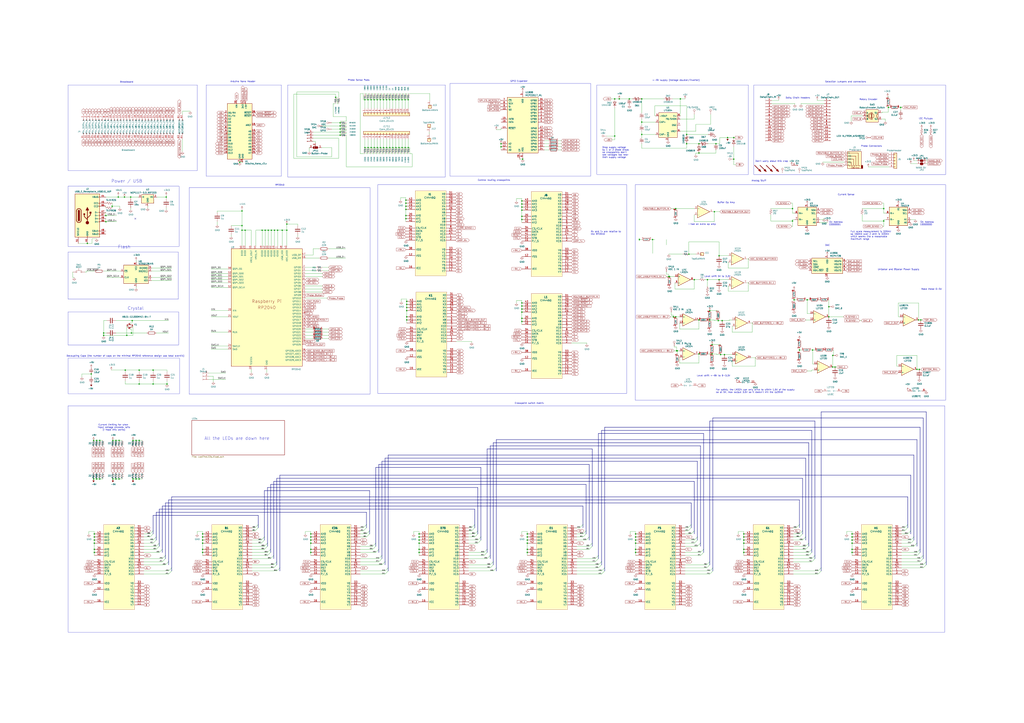
<source format=kicad_sch>
(kicad_sch (version 20231120) (generator "eeschema") (generator_version "8.0")
  (paper "A1")
  (title_block (title "Jumperless V5") (date "2024-06-15") (rev "5r2") (company "Architeuthis Flux") (comment 1 "Kevin Santo Cappuccio") (comment 2 "KevinC@ppucc.io"))
  (lib_symbols
    (symbol "+9V_3" (power) (pin_names (offset 0))
      (property "Value" "+9V_3" (at 0 3.556 0))
      (symbol "+9V_3_1_1"
        (pin power_in line (at 0 0 90) (length 0) hide (name "+9V") (number "1"))
      )
    )
    (symbol "+9V_4" (power) (pin_names (offset 0))
      (property "Value" "+9V_4" (at 0 3.556 0))
      (symbol "+9V_4_1_1"
        (pin power_in line (at 0 0 90) (length 0) hide (name "+9V") (number "1"))
      )
    )
    (symbol "-9V_1" (power) (pin_names (offset 0))
      (property "Value" "-9V_1" (at 0 3.81 0))
      (symbol "-9V_1_1_1"
        (pin power_in line (at 0 0 90) (length 0) hide (name "-9V") (number "1"))
      )
    )
    (symbol "-9V_6" (power) (pin_names (offset 0))
      (property "Value" "-9V_6" (at 0 3.81 0))
      (symbol "-9V_6_1_1"
        (pin power_in line (at 0 0 90) (length 0) hide (name "-9V") (number "1"))
      )
    )
    (symbol "Amplifier_Operational:L272D" (pin_names (offset 0.127))
      (property "Reference" "U" (at 0 5.08 0))
      (property "Value" "L272D" (at 0 -5.08 0))
      (symbol "L272D_1_1"
        (pin no_connect line (at -2.54 -2.54 90) (length 2.54) hide (name "NC") (number "1"))
        (pin input line (at -7.62 2.54 0) (length 2.54) (name "+") (number "13"))
        (pin input line (at -7.62 -2.54 0) (length 2.54) (name "-") (number "14"))
        (pin no_connect line (at 0 -2.54 90) (length 2.54) hide (name "NC") (number "2"))
        (pin output line (at 7.62 0 180) (length 2.54) (name "~") (number "3"))
        (pin no_connect line (at -2.54 2.54 90) (length 2.54) hide (name "NC") (number "7"))
        (pin no_connect line (at 0 2.54 90) (length 2.54) hide (name "NC") (number "8"))
      )
      (symbol "L272D_2_1"
        (pin no_connect line (at 0 -2.54 270) (length 2.54) hide (name "NC") (number "10"))
        (pin input line (at -7.62 -2.54 0) (length 2.54) (name "-") (number "11"))
        (pin input line (at -7.62 2.54 0) (length 2.54) (name "+") (number "12"))
        (pin no_connect line (at -2.54 2.54 270) (length 2.54) hide (name "NC") (number "15"))
        (pin no_connect line (at 0 2.54 270) (length 2.54) hide (name "NC") (number "16"))
        (pin output line (at 7.62 0 180) (length 2.54) (name "~") (number "5"))
        (pin no_connect line (at -2.54 -2.54 270) (length 2.54) hide (name "NC") (number "9"))
      )
      (symbol "L272D_3_1"
        (pin power_in line (at -2.54 7.62 270) (length 3.81) (name "V+") (number "4"))
        (pin power_in line (at -2.54 -7.62 90) (length 3.81) (name "V-") (number "6"))
      )
    )
    (symbol "Amplifier_Operational:LM324" (pin_names (offset 0.127))
      (property "Reference" "U" (at 0 5.08 0))
      (property "Value" "LM324" (at 0 -5.08 0))
      (symbol "LM324_1_1"
        (pin output line (at 7.62 0 180) (length 2.54) (name "~") (number "1"))
        (pin input line (at -7.62 -2.54 0) (length 2.54) (name "-") (number "2"))
        (pin input line (at -7.62 2.54 0) (length 2.54) (name "+") (number "3"))
      )
      (symbol "LM324_2_1"
        (pin input line (at -7.62 2.54 0) (length 2.54) (name "+") (number "5"))
        (pin input line (at -7.62 -2.54 0) (length 2.54) (name "-") (number "6"))
        (pin output line (at 7.62 0 180) (length 2.54) (name "~") (number "7"))
      )
      (symbol "LM324_3_1"
        (pin input line (at -7.62 2.54 0) (length 2.54) (name "+") (number "10"))
        (pin output line (at 7.62 0 180) (length 2.54) (name "~") (number "8"))
        (pin input line (at -7.62 -2.54 0) (length 2.54) (name "-") (number "9"))
      )
      (symbol "LM324_4_1"
        (pin input line (at -7.62 2.54 0) (length 2.54) (name "+") (number "12"))
        (pin input line (at -7.62 -2.54 0) (length 2.54) (name "-") (number "13"))
        (pin output line (at 7.62 0 180) (length 2.54) (name "~") (number "14"))
      )
      (symbol "LM324_5_1"
        (pin power_in line (at -2.54 -7.62 90) (length 3.81) (name "V-") (number "11"))
        (pin power_in line (at -2.54 7.62 270) (length 3.81) (name "V+") (number "4"))
      )
    )
    (symbol "Analog_DAC:MCP4725xxx-xCH"
      (property "Reference" "U" (at -6.35 6.35 0))
      (property "Value" "MCP4725xxx-xCH" (at 8.89 6.35 0))
      (symbol "MCP4725xxx-xCH_1_1"
        (pin output line (at 10.16 0 180) (length 2.54) (name "VOUT") (number "1"))
        (pin power_in line (at 0 -7.62 90) (length 2.54) (name "VSS") (number "2"))
        (pin power_in line (at 0 7.62 270) (length 2.54) (name "VDD") (number "3"))
        (pin bidirectional line (at -10.16 0 0) (length 2.54) (name "SDA") (number "4"))
        (pin input line (at -10.16 2.54 0) (length 2.54) (name "SCL") (number "5"))
        (pin input line (at -10.16 -2.54 0) (length 2.54) (name "A0") (number "6"))
      )
    )
    (symbol "Analog_DAC:MCP4728" (pin_names (offset 1.016))
      (property "Reference" "U" (at -12.7 6.35 0))
      (property "Value" "MCP4728" (at 12.7 6.35 0))
      (symbol "MCP4728_1_1"
        (pin power_in line (at 0 7.62 270) (length 2.54) (name "VDD") (number "1"))
        (pin power_in line (at 0 -10.16 90) (length 2.54) (name "VSS") (number "10"))
        (pin input line (at -15.24 2.54 0) (length 2.54) (name "SCL") (number "2"))
        (pin bidirectional line (at -15.24 0 0) (length 2.54) (name "SDA") (number "3"))
        (pin input line (at -15.24 -2.54 0) (length 2.54) (name "~{LDAC}") (number "4"))
        (pin output line (at -15.24 -5.08 0) (length 2.54) (name "RDY/~{BSY}") (number "5"))
        (pin output line (at 15.24 2.54 180) (length 2.54) (name "VOUTA") (number "6"))
        (pin output line (at 15.24 0 180) (length 2.54) (name "VOUTB") (number "7"))
        (pin output line (at 15.24 -2.54 180) (length 2.54) (name "VOUTC") (number "8"))
        (pin output line (at 15.24 -5.08 180) (length 2.54) (name "VOUTD") (number "9"))
      )
    )
    (symbol "Connector:Breadboard" (pin_names (offset 1.016) hide)
      (property "Reference" "J" (at 0 43.18 0))
      (property "Value" "Connector_Breadboard" (at 0 -43.18 0))
      (symbol "Breadboard_1_1"
        (pin passive line (at 5.08 40.64 180) (length 3.81) (name "Pin_0") (number "0"))
        (pin passive line (at 5.08 38.1 180) (length 3.81) (name "Pin_1") (number "1"))
        (pin passive line (at 5.08 15.24 180) (length 3.81) (name "Pin_10") (number "10"))
        (pin passive line (at 5.08 12.7 180) (length 3.81) (name "Pin_11") (number "11"))
        (pin passive line (at 5.08 10.16 180) (length 3.81) (name "Pin_12") (number "12"))
        (pin passive line (at 5.08 7.62 180) (length 3.81) (name "Pin_13") (number "13"))
        (pin passive line (at 5.08 5.08 180) (length 3.81) (name "Pin_14") (number "14"))
        (pin passive line (at 5.08 2.54 180) (length 3.81) (name "Pin_15") (number "15"))
        (pin passive line (at 5.08 0 180) (length 3.81) (name "Pin_16") (number "16"))
        (pin passive line (at 5.08 -2.54 180) (length 3.81) (name "Pin_17") (number "17"))
        (pin passive line (at 5.08 -5.08 180) (length 3.81) (name "Pin_18") (number "18"))
        (pin passive line (at 5.08 -7.62 180) (length 3.81) (name "Pin_19") (number "19"))
        (pin passive line (at 5.08 35.56 180) (length 3.81) (name "Pin_2") (number "2"))
        (pin passive line (at 5.08 -10.16 180) (length 3.81) (name "Pin_20") (number "20"))
        (pin passive line (at 5.08 -12.7 180) (length 3.81) (name "Pin_21") (number "21"))
        (pin passive line (at 5.08 -15.24 180) (length 3.81) (name "Pin_22") (number "22"))
        (pin passive line (at 5.08 -17.78 180) (length 3.81) (name "Pin_23") (number "23"))
        (pin passive line (at 5.08 -20.32 180) (length 3.81) (name "Pin_24") (number "24"))
        (pin passive line (at 5.08 -22.86 180) (length 3.81) (name "Pin_25") (number "25"))
        (pin passive line (at 5.08 -25.4 180) (length 3.81) (name "Pin_26") (number "26"))
        (pin passive line (at 5.08 -27.94 180) (length 3.81) (name "Pin_27") (number "27"))
        (pin passive line (at 5.08 -30.48 180) (length 3.81) (name "Pin_28") (number "28"))
        (pin passive line (at 5.08 -33.02 180) (length 3.81) (name "Pin_29") (number "29"))
        (pin passive line (at 5.08 33.02 180) (length 3.81) (name "Pin_3") (number "3"))
        (pin passive line (at 5.08 -35.56 180) (length 3.81) (name "Pin_30") (number "30"))
        (pin passive line (at 5.08 -38.1 180) (length 3.81) (name "Pin_31") (number "31"))
        (pin passive line (at -15.24 40.64 0) (length 3.81) (name "Pin_0") (number "32"))
        (pin passive line (at -15.24 38.1 0) (length 3.81) (name "Pin_1") (number "33"))
        (pin passive line (at -15.24 35.56 0) (length 3.81) (name "Pin_2") (number "34"))
        (pin passive line (at -15.24 33.02 0) (length 3.81) (name "Pin_3") (number "35"))
        (pin passive line (at -15.24 30.48 0) (length 3.81) (name "Pin_4") (number "36"))
        (pin passive line (at -15.24 27.94 0) (length 3.81) (name "Pin_5") (number "37"))
        (pin passive line (at -15.24 25.4 0) (length 3.81) (name "Pin_6") (number "38"))
        (pin passive line (at -15.24 22.86 0) (length 3.81) (name "Pin_7") (number "39"))
        (pin passive line (at 5.08 30.48 180) (length 3.81) (name "Pin_4") (number "4"))
        (pin passive line (at -15.24 20.32 0) (length 3.81) (name "Pin_8") (number "40"))
        (pin passive line (at -15.24 17.78 0) (length 3.81) (name "Pin_9") (number "41"))
        (pin passive line (at -15.24 15.24 0) (length 3.81) (name "Pin_10") (number "42"))
        (pin passive line (at -15.24 12.7 0) (length 3.81) (name "Pin_11") (number "43"))
        (pin passive line (at -15.24 10.16 0) (length 3.81) (name "Pin_12") (number "44"))
        (pin passive line (at -15.24 7.62 0) (length 3.81) (name "Pin_13") (number "45"))
        (pin passive line (at -15.24 5.08 0) (length 3.81) (name "Pin_14") (number "46"))
        (pin passive line (at -15.24 2.54 0) (length 3.81) (name "Pin_15") (number "47"))
        (pin passive line (at -15.24 0 0) (length 3.81) (name "Pin_16") (number "48"))
        (pin passive line (at -15.24 -2.54 0) (length 3.81) (name "Pin_17") (number "49"))
        (pin passive line (at 5.08 27.94 180) (length 3.81) (name "Pin_5") (number "5"))
        (pin passive line (at -15.24 -5.08 0) (length 3.81) (name "Pin_18") (number "50"))
        (pin passive line (at -15.24 -7.62 0) (length 3.81) (name "Pin_19") (number "51"))
        (pin passive line (at -15.24 -10.16 0) (length 3.81) (name "Pin_20") (number "52"))
        (pin passive line (at -15.24 -12.7 0) (length 3.81) (name "Pin_21") (number "53"))
        (pin passive line (at -15.24 -15.24 0) (length 3.81) (name "Pin_22") (number "54"))
        (pin passive line (at -15.24 -17.78 0) (length 3.81) (name "Pin_23") (number "55"))
        (pin passive line (at -15.24 -20.32 0) (length 3.81) (name "Pin_24") (number "56"))
        (pin passive line (at -15.24 -22.86 0) (length 3.81) (name "Pin_25") (number "57"))
        (pin passive line (at -15.24 -25.4 0) (length 3.81) (name "Pin_26") (number "58"))
        (pin passive line (at -15.24 -27.94 0) (length 3.81) (name "Pin_27") (number "59"))
        (pin passive line (at 5.08 25.4 180) (length 3.81) (name "Pin_6") (number "6"))
        (pin passive line (at -15.24 -30.48 0) (length 3.81) (name "Pin_28") (number "60"))
        (pin passive line (at -15.24 -33.02 0) (length 3.81) (name "Pin_29") (number "61"))
        (pin passive line (at -15.24 -35.56 0) (length 3.81) (name "Pin_30") (number "62"))
        (pin passive line (at -15.24 -38.1 0) (length 3.81) (name "Pin_31") (number "63"))
        (pin passive line (at 5.08 22.86 180) (length 3.81) (name "Pin_7") (number "7"))
        (pin passive line (at 5.08 20.32 180) (length 3.81) (name "Pin_8") (number "8"))
        (pin passive line (at 5.08 17.78 180) (length 3.81) (name "Pin_9") (number "9"))
      )
    )
    (symbol "Connector:Conn_01x01_Pin" (pin_names (offset 1.016) hide)
      (property "Reference" "J" (at 0 2.54 0))
      (property "Value" "Conn_01x01_Pin" (at 0 -2.54 0))
      (symbol "Conn_01x01_Pin_1_1"
        (pin passive line (at 5.08 0 180) (length 3.81) (name "Pin_1") (number "1"))
      )
    )
    (symbol "Connector:Conn_01x03_Socket" (pin_names (offset 1.016) hide)
      (property "Reference" "J" (at 0 5.08 0))
      (property "Value" "Conn_01x03_Socket" (at 0 -5.08 0))
      (symbol "Conn_01x03_Socket_1_1"
        (pin passive line (at -5.08 2.54 0) (length 3.81) (name "Pin_1") (number "1"))
        (pin passive line (at -5.08 0 0) (length 3.81) (name "Pin_2") (number "2"))
        (pin passive line (at -5.08 -2.54 0) (length 3.81) (name "Pin_3") (number "3"))
      )
    )
    (symbol "Connector:Conn_01x04_Pin" (pin_names (offset 1.016) hide)
      (property "Reference" "J" (at 0 5.08 0))
      (property "Value" "Conn_01x04_Pin" (at 0 -7.62 0))
      (symbol "Conn_01x04_Pin_1_1"
        (pin passive line (at 5.08 2.54 180) (length 3.81) (name "Pin_1") (number "1"))
        (pin passive line (at 5.08 0 180) (length 3.81) (name "Pin_2") (number "2"))
        (pin passive line (at 5.08 -2.54 180) (length 3.81) (name "Pin_3") (number "3"))
        (pin passive line (at 5.08 -5.08 180) (length 3.81) (name "Pin_4") (number "4"))
      )
    )
    (symbol "Connector:Conn_01x14_Pin" (pin_names (offset 1.016) hide)
      (property "Reference" "J" (at 0 17.78 0))
      (property "Value" "Conn_01x14_Pin" (at 0 -20.32 0))
      (symbol "Conn_01x14_Pin_1_1"
        (pin passive line (at 5.08 15.24 180) (length 3.81) (name "Pin_1") (number "1"))
        (pin passive line (at 5.08 -7.62 180) (length 3.81) (name "Pin_10") (number "10"))
        (pin passive line (at 5.08 -10.16 180) (length 3.81) (name "Pin_11") (number "11"))
        (pin passive line (at 5.08 -12.7 180) (length 3.81) (name "Pin_12") (number "12"))
        (pin passive line (at 5.08 -15.24 180) (length 3.81) (name "Pin_13") (number "13"))
        (pin passive line (at 5.08 -17.78 180) (length 3.81) (name "Pin_14") (number "14"))
        (pin passive line (at 5.08 12.7 180) (length 3.81) (name "Pin_2") (number "2"))
        (pin passive line (at 5.08 10.16 180) (length 3.81) (name "Pin_3") (number "3"))
        (pin passive line (at 5.08 7.62 180) (length 3.81) (name "Pin_4") (number "4"))
        (pin passive line (at 5.08 5.08 180) (length 3.81) (name "Pin_5") (number "5"))
        (pin passive line (at 5.08 2.54 180) (length 3.81) (name "Pin_6") (number "6"))
        (pin passive line (at 5.08 0 180) (length 3.81) (name "Pin_7") (number "7"))
        (pin passive line (at 5.08 -2.54 180) (length 3.81) (name "Pin_8") (number "8"))
        (pin passive line (at 5.08 -5.08 180) (length 3.81) (name "Pin_9") (number "9"))
      )
    )
    (symbol "Connector:Conn_01x14_Socket" (pin_names (offset 1.016) hide)
      (property "Reference" "J" (at 0 17.78 0))
      (property "Value" "Conn_01x14_Socket" (at 0 -20.32 0))
      (symbol "Conn_01x14_Socket_1_1"
        (pin passive line (at -5.08 15.24 0) (length 3.81) (name "Pin_1") (number "1"))
        (pin passive line (at -5.08 -7.62 0) (length 3.81) (name "Pin_10") (number "10"))
        (pin passive line (at -5.08 -10.16 0) (length 3.81) (name "Pin_11") (number "11"))
        (pin passive line (at -5.08 -12.7 0) (length 3.81) (name "Pin_12") (number "12"))
        (pin passive line (at -5.08 -15.24 0) (length 3.81) (name "Pin_13") (number "13"))
        (pin passive line (at -5.08 -17.78 0) (length 3.81) (name "Pin_14") (number "14"))
        (pin passive line (at -5.08 12.7 0) (length 3.81) (name "Pin_2") (number "2"))
        (pin passive line (at -5.08 10.16 0) (length 3.81) (name "Pin_3") (number "3"))
        (pin passive line (at -5.08 7.62 0) (length 3.81) (name "Pin_4") (number "4"))
        (pin passive line (at -5.08 5.08 0) (length 3.81) (name "Pin_5") (number "5"))
        (pin passive line (at -5.08 2.54 0) (length 3.81) (name "Pin_6") (number "6"))
        (pin passive line (at -5.08 0 0) (length 3.81) (name "Pin_7") (number "7"))
        (pin passive line (at -5.08 -2.54 0) (length 3.81) (name "Pin_8") (number "8"))
        (pin passive line (at -5.08 -5.08 0) (length 3.81) (name "Pin_9") (number "9"))
      )
    )
    (symbol "Connector:TestPoint" (pin_numbers hide) (pin_names (offset 0.762) hide)
      (property "Reference" "TP" (at 0 6.858 0))
      (property "Value" "TestPoint" (at 0 5.08 0))
      (symbol "TestPoint_1_1"
        (pin passive line (at 0 0 90) (length 2.54) (name "1") (number "1"))
      )
    )
    (symbol "Connector:USB_B_Micro" (pin_names (offset 1.016))
      (property "Reference" "J" (at -5.08 11.43 0))
      (property "Value" "USB_B_Micro" (at -5.08 8.89 0))
      (symbol "USB_B_Micro_1_1"
        (pin power_out line (at 7.62 5.08 180) (length 2.54) (name "VBUS") (number "1"))
        (pin bidirectional line (at 7.62 -2.54 180) (length 2.54) (name "D-") (number "2"))
        (pin bidirectional line (at 7.62 0 180) (length 2.54) (name "D+") (number "3"))
        (pin passive line (at 7.62 -5.08 180) (length 2.54) (name "ID") (number "4"))
        (pin power_out line (at 0 -10.16 90) (length 2.54) (name "GND") (number "5"))
        (pin passive line (at -2.54 -10.16 90) (length 2.54) (name "Shield") (number "6"))
      )
    )
    (symbol "Connector:USB_C_Receptacle_USB2.0_16P" (pin_names (offset 1.016))
      (property "Reference" "J" (at 0 22.225 0))
      (property "Value" "USB_C_Receptacle_USB2.0_16P" (at 0 19.685 0))
      (symbol "USB_C_Receptacle_USB2.0_16P_1_1"
        (pin passive line (at 0 -22.86 90) (length 5.08) (name "GND") (number "A1"))
        (pin passive line (at 0 -22.86 90) (length 5.08) hide (name "GND") (number "A12"))
        (pin passive line (at 15.24 15.24 180) (length 5.08) (name "VBUS") (number "A4"))
        (pin bidirectional line (at 15.24 10.16 180) (length 5.08) (name "CC1") (number "A5"))
        (pin bidirectional line (at 15.24 -2.54 180) (length 5.08) (name "D+") (number "A6"))
        (pin bidirectional line (at 15.24 2.54 180) (length 5.08) (name "D-") (number "A7"))
        (pin bidirectional line (at 15.24 -12.7 180) (length 5.08) (name "SBU1") (number "A8"))
        (pin passive line (at 15.24 15.24 180) (length 5.08) hide (name "VBUS") (number "A9"))
        (pin passive line (at 0 -22.86 90) (length 5.08) hide (name "GND") (number "B1"))
        (pin passive line (at 0 -22.86 90) (length 5.08) hide (name "GND") (number "B12"))
        (pin passive line (at 15.24 15.24 180) (length 5.08) hide (name "VBUS") (number "B4"))
        (pin bidirectional line (at 15.24 7.62 180) (length 5.08) (name "CC2") (number "B5"))
        (pin bidirectional line (at 15.24 -5.08 180) (length 5.08) (name "D+") (number "B6"))
        (pin bidirectional line (at 15.24 0 180) (length 5.08) (name "D-") (number "B7"))
        (pin bidirectional line (at 15.24 -15.24 180) (length 5.08) (name "SBU2") (number "B8"))
        (pin passive line (at 15.24 15.24 180) (length 5.08) hide (name "VBUS") (number "B9"))
        (pin passive line (at -7.62 -22.86 90) (length 5.08) (name "SHIELD") (number "S1"))
      )
    )
    (symbol "Connector_Generic:Conn_01x01" (pin_names (offset 1.016) hide)
      (property "Reference" "J" (at 0 2.54 0))
      (property "Value" "Conn_01x01" (at 0 -2.54 0))
      (symbol "Conn_01x01_1_1"
        (pin passive line (at -5.08 0 0) (length 3.81) (name "Pin_1") (number "1"))
      )
    )
    (symbol "Connector_Generic:Conn_01x05" (pin_names (offset 1.016) hide)
      (property "Reference" "J" (at 0 7.62 0))
      (property "Value" "Conn_01x05" (at 0 -7.62 0))
      (symbol "Conn_01x05_1_1"
        (pin passive line (at -5.08 5.08 0) (length 3.81) (name "Pin_1") (number "1"))
        (pin passive line (at -5.08 2.54 0) (length 3.81) (name "Pin_2") (number "2"))
        (pin passive line (at -5.08 0 0) (length 3.81) (name "Pin_3") (number "3"))
        (pin passive line (at -5.08 -2.54 0) (length 3.81) (name "Pin_4") (number "4"))
        (pin passive line (at -5.08 -5.08 0) (length 3.81) (name "Pin_5") (number "5"))
      )
    )
    (symbol "Connector_Generic:Conn_01x15" (pin_names (offset 1.016) hide)
      (property "Reference" "J" (at 0 20.32 0))
      (property "Value" "Conn_01x15" (at 0 -20.32 0))
      (symbol "Conn_01x15_1_1"
        (pin passive line (at -5.08 17.78 0) (length 3.81) (name "Pin_1") (number "1"))
        (pin passive line (at -5.08 -5.08 0) (length 3.81) (name "Pin_10") (number "10"))
        (pin passive line (at -5.08 -7.62 0) (length 3.81) (name "Pin_11") (number "11"))
        (pin passive line (at -5.08 -10.16 0) (length 3.81) (name "Pin_12") (number "12"))
        (pin passive line (at -5.08 -12.7 0) (length 3.81) (name "Pin_13") (number "13"))
        (pin passive line (at -5.08 -15.24 0) (length 3.81) (name "Pin_14") (number "14"))
        (pin passive line (at -5.08 -17.78 0) (length 3.81) (name "Pin_15") (number "15"))
        (pin passive line (at -5.08 15.24 0) (length 3.81) (name "Pin_2") (number "2"))
        (pin passive line (at -5.08 12.7 0) (length 3.81) (name "Pin_3") (number "3"))
        (pin passive line (at -5.08 10.16 0) (length 3.81) (name "Pin_4") (number "4"))
        (pin passive line (at -5.08 7.62 0) (length 3.81) (name "Pin_5") (number "5"))
        (pin passive line (at -5.08 5.08 0) (length 3.81) (name "Pin_6") (number "6"))
        (pin passive line (at -5.08 2.54 0) (length 3.81) (name "Pin_7") (number "7"))
        (pin passive line (at -5.08 0 0) (length 3.81) (name "Pin_8") (number "8"))
        (pin passive line (at -5.08 -2.54 0) (length 3.81) (name "Pin_9") (number "9"))
      )
    )
    (symbol "Device:C" (pin_numbers hide) (pin_names (offset 0.254))
      (property "Reference" "C" (at 0.635 2.54 0))
      (property "Value" "C" (at 0.635 -2.54 0))
      (symbol "C_1_1"
        (pin passive line (at 0 3.81 270) (length 2.794) (name "~") (number "1"))
        (pin passive line (at 0 -3.81 90) (length 2.794) (name "~") (number "2"))
      )
    )
    (symbol "Device:CP1_Small" (pin_numbers hide) (pin_names (offset 0.254) hide)
      (property "Reference" "C" (at 0.254 1.778 0))
      (property "Value" "Device_CP1_Small" (at 0.254 -2.032 0))
      (symbol "CP1_Small_1_1"
        (pin passive line (at 0 2.54 270) (length 2.032) (name "~") (number "1"))
        (pin passive line (at 0 -2.54 90) (length 2.032) (name "~") (number "2"))
      )
    )
    (symbol "Device:C_Small" (pin_numbers hide) (pin_names (offset 0.254) hide)
      (property "Reference" "C" (at 0.254 1.778 0))
      (property "Value" "Device_C_Small" (at 0.254 -2.032 0))
      (symbol "C_Small_1_1"
        (pin passive line (at 0 2.54 270) (length 2.032) (name "~") (number "1"))
        (pin passive line (at 0 -2.54 90) (length 2.032) (name "~") (number "2"))
      )
    )
    (symbol "Device:Crystal_GND24_Small" (pin_names (offset 1.016) hide)
      (property "Reference" "Y" (at 1.27 4.445 0))
      (property "Value" "Crystal_GND24_Small" (at 1.27 2.54 0))
      (symbol "Crystal_GND24_Small_1_1"
        (pin passive line (at -2.54 0 0) (length 1.27) (name "1") (number "1"))
        (pin passive line (at 0 -2.54 90) (length 0.635) (name "2") (number "2"))
        (pin passive line (at 2.54 0 180) (length 1.27) (name "3") (number "3"))
        (pin passive line (at 0 2.54 270) (length 0.635) (name "4") (number "4"))
      )
    )
    (symbol "Device:LED" (pin_numbers hide) (pin_names (offset 1.016) hide)
      (property "Reference" "D" (at 0 2.54 0))
      (property "Value" "LED" (at 0 -2.54 0))
      (symbol "LED_1_1"
        (pin passive line (at -3.81 0 0) (length 2.54) (name "K") (number "1"))
        (pin passive line (at 3.81 0 180) (length 2.54) (name "A") (number "2"))
      )
    )
    (symbol "Device:Polyfuse_Small" (pin_numbers hide) (pin_names (offset 0))
      (property "Reference" "F" (at -1.905 0 90))
      (property "Value" "Polyfuse_Small" (at 1.905 0 90))
      (symbol "Polyfuse_Small_1_1"
        (pin passive line (at 0 2.54 270) (length 0.635) (name "~") (number "1"))
        (pin passive line (at 0 -2.54 90) (length 0.635) (name "~") (number "2"))
      )
    )
    (symbol "Device:R" (pin_numbers hide) (pin_names (offset 0))
      (property "Reference" "R" (at 2.032 0 90))
      (property "Value" "R" (at 0 0 90))
      (symbol "R_1_1"
        (pin passive line (at 0 3.81 270) (length 1.27) (name "~") (number "1"))
        (pin passive line (at 0 -3.81 90) (length 1.27) (name "~") (number "2"))
      )
    )
    (symbol "Device:R_Pack04_Split" (pin_names (offset 0) hide)
      (property "Reference" "RN" (at 2.032 0 90))
      (property "Value" "R_Pack04_Split" (at 0 0 90))
      (symbol "R_Pack04_Split_1_1"
        (pin passive line (at 0 -3.81 90) (length 1.27) (name "R1.1") (number "1"))
        (pin passive line (at 0 3.81 270) (length 1.27) (name "R1.2") (number "8"))
      )
      (symbol "R_Pack04_Split_2_1"
        (pin passive line (at 0 -3.81 90) (length 1.27) (name "R2.1") (number "2"))
        (pin passive line (at 0 3.81 270) (length 1.27) (name "R2.2") (number "7"))
      )
      (symbol "R_Pack04_Split_3_1"
        (pin passive line (at 0 -3.81 90) (length 1.27) (name "R3.1") (number "3"))
        (pin passive line (at 0 3.81 270) (length 1.27) (name "R3.2") (number "6"))
      )
      (symbol "R_Pack04_Split_4_1"
        (pin passive line (at 0 -3.81 90) (length 1.27) (name "R4.1") (number "4"))
        (pin passive line (at 0 3.81 270) (length 1.27) (name "R4.2") (number "5"))
      )
    )
    (symbol "Device:R_Small_US" (pin_numbers hide) (pin_names (offset 0.254) hide)
      (property "Reference" "R" (at 0.762 0.508 0))
      (property "Value" "Device_R_Small_US" (at 0.762 -1.016 0))
      (symbol "R_Small_US_1_1"
        (pin passive line (at 0 2.54 270) (length 1.016) (name "~") (number "1"))
        (pin passive line (at 0 -2.54 90) (length 1.016) (name "~") (number "2"))
      )
    )
    (symbol "Diode:1N4148W" (pin_numbers hide) (pin_names hide)
      (property "Reference" "D" (at 0 2.54 0))
      (property "Value" "1N4148W" (at 0 -2.54 0))
      (symbol "1N4148W_1_1"
        (pin passive line (at -3.81 0 0) (length 2.54) (name "K") (number "1"))
        (pin passive line (at 3.81 0 180) (length 2.54) (name "A") (number "2"))
      )
    )
    (symbol "Diode:1N5819" (pin_numbers hide) (pin_names (offset 1.016) hide)
      (property "Reference" "D" (at 0 2.54 0))
      (property "Value" "1N5819" (at 0 -2.54 0))
      (symbol "1N5819_1_1"
        (pin passive line (at -3.81 0 0) (length 2.54) (name "K") (number "1"))
        (pin passive line (at 3.81 0 180) (length 2.54) (name "A") (number "2"))
      )
    )
    (symbol "GND_10" (power) (pin_names (offset 0))
      (property "Value" "GND_10" (at 0 -3.81 0))
      (symbol "GND_10_1_1"
        (pin power_in line (at 0 0 270) (length 0) hide (name "GND") (number "1"))
      )
    )
    (symbol "GND_11" (power) (pin_names (offset 0))
      (property "Value" "GND_11" (at 0 -3.81 0))
      (symbol "GND_11_1_1"
        (pin power_in line (at 0 0 270) (length 0) hide (name "GND") (number "1"))
      )
    )
    (symbol "GND_12" (power) (pin_names (offset 0))
      (property "Value" "GND_12" (at 0 -3.81 0))
      (symbol "GND_12_1_1"
        (pin power_in line (at 0 0 270) (length 0) hide (name "GND") (number "1"))
      )
    )
    (symbol "GND_13" (power) (pin_names (offset 0))
      (property "Value" "GND_13" (at 0 -3.81 0))
      (symbol "GND_13_1_1"
        (pin power_in line (at 0 0 270) (length 0) hide (name "GND") (number "1"))
      )
    )
    (symbol "GND_14" (power) (pin_names (offset 0))
      (property "Value" "GND_14" (at 0 -3.81 0))
      (symbol "GND_14_1_1"
        (pin power_in line (at 0 0 270) (length 0) hide (name "GND") (number "1"))
      )
    )
    (symbol "GND_15" (power) (pin_names (offset 0))
      (property "Value" "GND_15" (at 0 -3.81 0))
      (symbol "GND_15_1_1"
        (pin power_in line (at 0 0 270) (length 0) hide (name "GND") (number "1"))
      )
    )
    (symbol "GND_16" (power) (pin_names (offset 0))
      (property "Value" "GND_16" (at 0 -3.81 0))
      (symbol "GND_16_1_1"
        (pin power_in line (at 0 0 270) (length 0) hide (name "GND") (number "1"))
      )
    )
    (symbol "GND_17" (power) (pin_names (offset 0))
      (property "Value" "GND_17" (at 0 -3.81 0))
      (symbol "GND_17_1_1"
        (pin power_in line (at 0 0 270) (length 0) hide (name "GND") (number "1"))
      )
    )
    (symbol "GND_18" (power) (pin_names (offset 0))
      (property "Value" "GND_18" (at 0 -3.81 0))
      (symbol "GND_18_1_1"
        (pin power_in line (at 0 0 270) (length 0) hide (name "GND") (number "1"))
      )
    )
    (symbol "GND_19" (power) (pin_names (offset 0))
      (property "Value" "GND_19" (at 0 -3.81 0))
      (symbol "GND_19_1_1"
        (pin power_in line (at 0 0 270) (length 0) hide (name "GND") (number "1"))
      )
    )
    (symbol "GND_20" (power) (pin_names (offset 0))
      (property "Value" "GND_20" (at 0 -3.81 0))
      (symbol "GND_20_1_1"
        (pin power_in line (at 0 0 270) (length 0) hide (name "GND") (number "1"))
      )
    )
    (symbol "GND_21" (power) (pin_names (offset 0))
      (property "Value" "GND_21" (at 0 -3.81 0))
      (symbol "GND_21_1_1"
        (pin power_in line (at 0 0 270) (length 0) hide (name "GND") (number "1"))
      )
    )
    (symbol "GND_22" (power) (pin_names (offset 0))
      (property "Value" "GND_22" (at 0 -3.81 0))
      (symbol "GND_22_1_1"
        (pin power_in line (at 0 0 270) (length 0) hide (name "GND") (number "1"))
      )
    )
    (symbol "GND_23" (power) (pin_names (offset 0))
      (property "Value" "GND_23" (at 0 -3.81 0))
      (symbol "GND_23_1_1"
        (pin power_in line (at 0 0 270) (length 0) hide (name "GND") (number "1"))
      )
    )
    (symbol "GND_24" (power) (pin_names (offset 0))
      (property "Value" "GND_24" (at 0 -3.81 0))
      (symbol "GND_24_1_1"
        (pin power_in line (at 0 0 270) (length 0) hide (name "GND") (number "1"))
      )
    )
    (symbol "GND_25" (power) (pin_names (offset 0))
      (property "Value" "GND_25" (at 0 -3.81 0))
      (symbol "GND_25_1_1"
        (pin power_in line (at 0 0 270) (length 0) hide (name "GND") (number "1"))
      )
    )
    (symbol "GND_26" (power) (pin_names (offset 0))
      (property "Value" "GND_26" (at 0 -3.81 0))
      (symbol "GND_26_1_1"
        (pin power_in line (at 0 0 270) (length 0) hide (name "GND") (number "1"))
      )
    )
    (symbol "GND_27" (power) (pin_names (offset 0))
      (property "Value" "GND_27" (at 0 -3.81 0))
      (symbol "GND_27_1_1"
        (pin power_in line (at 0 0 270) (length 0) hide (name "GND") (number "1"))
      )
    )
    (symbol "GND_28" (power) (pin_names (offset 0))
      (property "Value" "GND_28" (at 0 -3.81 0))
      (symbol "GND_28_1_1"
        (pin power_in line (at 0 0 270) (length 0) hide (name "GND") (number "1"))
      )
    )
    (symbol "GND_29" (power) (pin_names (offset 0))
      (property "Value" "GND_29" (at 0 -3.81 0))
      (symbol "GND_29_1_1"
        (pin power_in line (at 0 0 270) (length 0) hide (name "GND") (number "1"))
      )
    )
    (symbol "GND_3" (power) (pin_names (offset 0))
      (property "Value" "GND_3" (at 0 -3.81 0))
      (symbol "GND_3_1_1"
        (pin power_in line (at 0 0 270) (length 0) hide (name "GND") (number "1"))
      )
    )
    (symbol "GND_30" (power) (pin_names (offset 0))
      (property "Value" "GND_30" (at 0 -3.81 0))
      (symbol "GND_30_1_1"
        (pin power_in line (at 0 0 270) (length 0) hide (name "GND") (number "1"))
      )
    )
    (symbol "GND_31" (power) (pin_names (offset 0))
      (property "Value" "GND_31" (at 0 -3.81 0))
      (symbol "GND_31_1_1"
        (pin power_in line (at 0 0 270) (length 0) hide (name "GND") (number "1"))
      )
    )
    (symbol "GND_32" (power) (pin_names (offset 0))
      (property "Value" "GND_32" (at 0 -3.81 0))
      (symbol "GND_32_1_1"
        (pin power_in line (at 0 0 270) (length 0) hide (name "GND") (number "1"))
      )
    )
    (symbol "GND_33" (power) (pin_names (offset 0))
      (property "Value" "GND_33" (at 0 -3.81 0))
      (symbol "GND_33_1_1"
        (pin power_in line (at 0 0 270) (length 0) hide (name "GND") (number "1"))
      )
    )
    (symbol "GND_35" (power) (pin_names (offset 0))
      (property "Value" "GND_35" (at 0 -3.81 0))
      (symbol "GND_35_1_1"
        (pin power_in line (at 0 0 270) (length 0) hide (name "GND") (number "1"))
      )
    )
    (symbol "GND_36" (power) (pin_names (offset 0))
      (property "Value" "GND_36" (at 0 -3.81 0))
      (symbol "GND_36_1_1"
        (pin power_in line (at 0 0 270) (length 0) hide (name "GND") (number "1"))
      )
    )
    (symbol "GND_37" (power) (pin_names (offset 0))
      (property "Value" "GND_37" (at 0 -3.81 0))
      (symbol "GND_37_1_1"
        (pin power_in line (at 0 0 270) (length 0) hide (name "GND") (number "1"))
      )
    )
    (symbol "GND_39" (power) (pin_names (offset 0))
      (property "Value" "GND_39" (at 0 -3.81 0))
      (symbol "GND_39_1_1"
        (pin power_in line (at 0 0 270) (length 0) hide (name "GND") (number "1"))
      )
    )
    (symbol "GND_40" (power) (pin_names (offset 0))
      (property "Value" "GND_40" (at 0 -3.81 0))
      (symbol "GND_40_1_1"
        (pin power_in line (at 0 0 270) (length 0) hide (name "GND") (number "1"))
      )
    )
    (symbol "GND_41" (power) (pin_names (offset 0))
      (property "Value" "GND_41" (at 0 -3.81 0))
      (symbol "GND_41_1_1"
        (pin power_in line (at 0 0 270) (length 0) hide (name "GND") (number "1"))
      )
    )
    (symbol "GND_42" (power) (pin_names (offset 0))
      (property "Value" "GND_42" (at 0 -3.81 0))
      (symbol "GND_42_1_1"
        (pin power_in line (at 0 0 270) (length 0) hide (name "GND") (number "1"))
      )
    )
    (symbol "GND_43" (power) (pin_names (offset 0))
      (property "Value" "GND_43" (at 0 -3.81 0))
      (symbol "GND_43_1_1"
        (pin power_in line (at 0 0 270) (length 0) hide (name "GND") (number "1"))
      )
    )
    (symbol "GND_44" (power) (pin_names (offset 0))
      (property "Value" "GND_44" (at 0 -3.81 0))
      (symbol "GND_44_1_1"
        (pin power_in line (at 0 0 270) (length 0) hide (name "GND") (number "1"))
      )
    )
    (symbol "GND_45" (power) (pin_names (offset 0))
      (property "Value" "GND_45" (at 0 -3.81 0))
      (symbol "GND_45_1_1"
        (pin power_in line (at 0 0 270) (length 0) hide (name "GND") (number "1"))
      )
    )
    (symbol "GND_46" (power) (pin_names (offset 0))
      (property "Value" "GND_46" (at 0 -3.81 0))
      (symbol "GND_46_1_1"
        (pin power_in line (at 0 0 270) (length 0) hide (name "GND") (number "1"))
      )
    )
    (symbol "GND_47" (power) (pin_names (offset 0))
      (property "Value" "GND_47" (at 0 -3.81 0))
      (symbol "GND_47_1_1"
        (pin power_in line (at 0 0 270) (length 0) hide (name "GND") (number "1"))
      )
    )
    (symbol "GND_48" (power) (pin_names (offset 0))
      (property "Value" "GND_48" (at 0 -3.81 0))
      (symbol "GND_48_1_1"
        (pin power_in line (at 0 0 270) (length 0) hide (name "GND") (number "1"))
      )
    )
    (symbol "GND_50" (power) (pin_names (offset 0))
      (property "Value" "GND_50" (at 0 -3.81 0))
      (symbol "GND_50_1_1"
        (pin power_in line (at 0 0 270) (length 0) hide (name "GND") (number "1"))
      )
    )
    (symbol "GND_51" (power) (pin_names (offset 0))
      (property "Value" "GND_51" (at 0 -3.81 0))
      (symbol "GND_51_1_1"
        (pin power_in line (at 0 0 270) (length 0) hide (name "GND") (number "1"))
      )
    )
    (symbol "GND_52" (power) (pin_names (offset 0))
      (property "Value" "GND_52" (at 0 -3.81 0))
      (symbol "GND_52_1_1"
        (pin power_in line (at 0 0 270) (length 0) hide (name "GND") (number "1"))
      )
    )
    (symbol "GND_53" (power) (pin_names (offset 0))
      (property "Value" "GND_53" (at 0 -3.81 0))
      (symbol "GND_53_1_1"
        (pin power_in line (at 0 0 270) (length 0) hide (name "GND") (number "1"))
      )
    )
    (symbol "GND_54" (power) (pin_names (offset 0))
      (property "Value" "GND_54" (at 0 -3.81 0))
      (symbol "GND_54_1_1"
        (pin power_in line (at 0 0 270) (length 0) hide (name "GND") (number "1"))
      )
    )
    (symbol "GND_55" (power) (pin_names (offset 0))
      (property "Value" "GND_55" (at 0 -3.81 0))
      (symbol "GND_55_1_1"
        (pin power_in line (at 0 0 270) (length 0) hide (name "GND") (number "1"))
      )
    )
    (symbol "GND_56" (power) (pin_names (offset 0))
      (property "Value" "GND_56" (at 0 -3.81 0))
      (symbol "GND_56_1_1"
        (pin power_in line (at 0 0 270) (length 0) hide (name "GND") (number "1"))
      )
    )
    (symbol "GND_57" (power) (pin_names (offset 0))
      (property "Value" "GND_57" (at 0 -3.81 0))
      (symbol "GND_57_1_1"
        (pin power_in line (at 0 0 270) (length 0) hide (name "GND") (number "1"))
      )
    )
    (symbol "GND_58" (power) (pin_names (offset 0))
      (property "Value" "GND_58" (at 0 -3.81 0))
      (symbol "GND_58_1_1"
        (pin power_in line (at 0 0 270) (length 0) hide (name "GND") (number "1"))
      )
    )
    (symbol "GND_59" (power) (pin_names (offset 0))
      (property "Value" "GND_59" (at 0 -3.81 0))
      (symbol "GND_59_1_1"
        (pin power_in line (at 0 0 270) (length 0) hide (name "GND") (number "1"))
      )
    )
    (symbol "GND_6" (power) (pin_names (offset 0))
      (property "Value" "GND_6" (at 0 -3.81 0))
      (symbol "GND_6_1_1"
        (pin power_in line (at 0 0 270) (length 0) hide (name "GND") (number "1"))
      )
    )
    (symbol "GND_60" (power) (pin_names (offset 0))
      (property "Value" "GND_60" (at 0 -3.81 0))
      (symbol "GND_60_1_1"
        (pin power_in line (at 0 0 270) (length 0) hide (name "GND") (number "1"))
      )
    )
    (symbol "GND_61" (power) (pin_names (offset 0))
      (property "Value" "GND_61" (at 0 -3.81 0))
      (symbol "GND_61_1_1"
        (pin power_in line (at 0 0 270) (length 0) hide (name "GND") (number "1"))
      )
    )
    (symbol "GND_62" (power) (pin_names (offset 0))
      (property "Value" "GND_62" (at 0 -3.81 0))
      (symbol "GND_62_1_1"
        (pin power_in line (at 0 0 270) (length 0) hide (name "GND") (number "1"))
      )
    )
    (symbol "GND_63" (power) (pin_names (offset 0))
      (property "Value" "GND_63" (at 0 -3.81 0))
      (symbol "GND_63_1_1"
        (pin power_in line (at 0 0 270) (length 0) hide (name "GND") (number "1"))
      )
    )
    (symbol "GND_64" (power) (pin_names (offset 0))
      (property "Value" "GND_64" (at 0 -3.81 0))
      (symbol "GND_64_1_1"
        (pin power_in line (at 0 0 270) (length 0) hide (name "GND") (number "1"))
      )
    )
    (symbol "GND_66" (power) (pin_names (offset 0))
      (property "Value" "GND_66" (at 0 -3.81 0))
      (symbol "GND_66_1_1"
        (pin power_in line (at 0 0 270) (length 0) hide (name "GND") (number "1"))
      )
    )
    (symbol "GND_67" (power) (pin_names (offset 0))
      (property "Value" "GND_67" (at 0 -3.81 0))
      (symbol "GND_67_1_1"
        (pin power_in line (at 0 0 270) (length 0) hide (name "GND") (number "1"))
      )
    )
    (symbol "GND_69" (power) (pin_names (offset 0))
      (property "Value" "GND_69" (at 0 -3.81 0))
      (symbol "GND_69_1_1"
        (pin power_in line (at 0 0 270) (length 0) hide (name "GND") (number "1"))
      )
    )
    (symbol "GND_70" (power) (pin_names (offset 0))
      (property "Value" "GND_70" (at 0 -3.81 0))
      (symbol "GND_70_1_1"
        (pin power_in line (at 0 0 270) (length 0) hide (name "GND") (number "1"))
      )
    )
    (symbol "GND_71" (power) (pin_names (offset 0))
      (property "Value" "GND_71" (at 0 -3.81 0))
      (symbol "GND_71_1_1"
        (pin power_in line (at 0 0 270) (length 0) hide (name "GND") (number "1"))
      )
    )
    (symbol "GND_72" (power) (pin_names (offset 0))
      (property "Value" "GND_72" (at 0 -3.81 0))
      (symbol "GND_72_1_1"
        (pin power_in line (at 0 0 270) (length 0) hide (name "GND") (number "1"))
      )
    )
    (symbol "GND_73" (power) (pin_names (offset 0))
      (property "Value" "GND_73" (at 0 -3.81 0))
      (symbol "GND_73_1_1"
        (pin power_in line (at 0 0 270) (length 0) hide (name "GND") (number "1"))
      )
    )
    (symbol "GND_76" (power) (pin_names (offset 0))
      (property "Value" "GND_76" (at 0 -3.81 0))
      (symbol "GND_76_1_1"
        (pin power_in line (at 0 0 270) (length 0) hide (name "GND") (number "1"))
      )
    )
    (symbol "GND_77" (power) (pin_names (offset 0))
      (property "Value" "GND_77" (at 0 -3.81 0))
      (symbol "GND_77_1_1"
        (pin power_in line (at 0 0 270) (length 0) hide (name "GND") (number "1"))
      )
    )
    (symbol "GND_78" (power) (pin_names (offset 0))
      (property "Value" "GND_78" (at 0 -3.81 0))
      (symbol "GND_78_1_1"
        (pin power_in line (at 0 0 270) (length 0) hide (name "GND") (number "1"))
      )
    )
    (symbol "GND_8" (power) (pin_names (offset 0))
      (property "Value" "GND_8" (at 0 -3.81 0))
      (symbol "GND_8_1_1"
        (pin power_in line (at 0 0 270) (length 0) hide (name "GND") (number "1"))
      )
    )
    (symbol "GND_9" (power) (pin_names (offset 0))
      (property "Value" "GND_9" (at 0 -3.81 0))
      (symbol "GND_9_1_1"
        (pin power_in line (at 0 0 270) (length 0) hide (name "GND") (number "1"))
      )
    )
    (symbol "Graphic:SYM_Arrow45_Large" (in_bom no) (on_board no))
    (symbol "Interface_Expansion:MCP23S17_ML" (pin_names (offset 1.016))
      (property "Reference" "U" (at -11.43 24.13 0))
      (property "Value" "MCP23S17_ML" (at 0 0 0))
      (symbol "MCP23S17_ML_1_1"
        (pin bidirectional line (at 17.78 10.16 180) (length 5.08) (name "GPB4") (number "1"))
        (pin output line (at -17.78 12.7 0) (length 5.08) (name "SO") (number "10"))
        (pin input line (at -17.78 -20.32 0) (length 5.08) (name "A0") (number "11"))
        (pin input line (at -17.78 -17.78 0) (length 5.08) (name "A1") (number "12"))
        (pin input line (at -17.78 -15.24 0) (length 5.08) (name "A2") (number "13"))
        (pin input line (at -17.78 -2.54 0) (length 5.08) (name "~{RESET}") (number "14"))
        (pin tri_state line (at -17.78 5.08 0) (length 5.08) (name "INTB") (number "15"))
        (pin tri_state line (at -17.78 2.54 0) (length 5.08) (name "INTA") (number "16"))
        (pin bidirectional line (at 17.78 -2.54 180) (length 5.08) (name "GPA0") (number "17"))
        (pin bidirectional line (at 17.78 -5.08 180) (length 5.08) (name "GPA1") (number "18"))
        (pin bidirectional line (at 17.78 -7.62 180) (length 5.08) (name "GPA2") (number "19"))
        (pin bidirectional line (at 17.78 7.62 180) (length 5.08) (name "GPB5") (number "2"))
        (pin bidirectional line (at 17.78 -10.16 180) (length 5.08) (name "GPA3") (number "20"))
        (pin bidirectional line (at 17.78 -12.7 180) (length 5.08) (name "GPA4") (number "21"))
        (pin bidirectional line (at 17.78 -15.24 180) (length 5.08) (name "GPA5") (number "22"))
        (pin bidirectional line (at 17.78 -17.78 180) (length 5.08) (name "GPA6") (number "23"))
        (pin bidirectional line (at 17.78 -20.32 180) (length 5.08) (name "GPA7") (number "24"))
        (pin bidirectional line (at 17.78 20.32 180) (length 5.08) (name "GPB0") (number "25"))
        (pin bidirectional line (at 17.78 17.78 180) (length 5.08) (name "GPB1") (number "26"))
        (pin bidirectional line (at 17.78 15.24 180) (length 5.08) (name "GPB2") (number "27"))
        (pin bidirectional line (at 17.78 12.7 180) (length 5.08) (name "GPB3") (number "28"))
        (pin passive line (at -2.54 -27.94 90) (length 5.08) (name "EP") (number "29"))
        (pin bidirectional line (at 17.78 5.08 180) (length 5.08) (name "GPB6") (number "3"))
        (pin bidirectional line (at 17.78 2.54 180) (length 5.08) (name "GPB7") (number "4"))
        (pin power_in line (at 0 27.94 270) (length 5.08) (name "VDD") (number "5"))
        (pin power_in line (at 0 -27.94 90) (length 5.08) (name "VSS") (number "6"))
        (pin input line (at -17.78 20.32 0) (length 5.08) (name "~{CS}") (number "7"))
        (pin input line (at -17.78 17.78 0) (length 5.08) (name "SCK") (number "8"))
        (pin input line (at -17.78 15.24 0) (length 5.08) (name "SI") (number "9"))
      )
    )
    (symbol "Jumper:Jumper_2_Bridged" (pin_names (offset 0) hide)
      (property "Reference" "JP" (at 0 1.905 0))
      (property "Value" "Jumper_2_Bridged" (at 0 -2.54 0))
      (symbol "Jumper_2_Bridged_1_1"
        (pin passive line (at -5.08 0 0) (length 2.54) (name "A") (number "1"))
        (pin passive line (at 5.08 0 180) (length 2.54) (name "B") (number "2"))
      )
    )
    (symbol "Jumper:SolderJumper_2_Bridged" (pin_names (offset 0) hide)
      (property "Reference" "JP" (at 0 2.032 0))
      (property "Value" "SolderJumper_2_Bridged" (at 0 -2.54 0))
      (symbol "SolderJumper_2_Bridged_1_1"
        (pin passive line (at -3.81 0 0) (length 2.54) (name "A") (number "1"))
        (pin passive line (at 3.81 0 180) (length 2.54) (name "B") (number "2"))
      )
    )
    (symbol "Jumper:SolderJumper_2_Open" (pin_names (offset 0) hide)
      (property "Reference" "JP" (at 0 2.032 0))
      (property "Value" "SolderJumper_2_Open" (at 0 -2.54 0))
      (symbol "SolderJumper_2_Open_1_1"
        (pin passive line (at -3.81 0 0) (length 2.54) (name "A") (number "1"))
        (pin passive line (at 3.81 0 180) (length 2.54) (name "B") (number "2"))
      )
    )
    (symbol "Jumper:SolderJumper_3_Bridged12" (pin_names (offset 0) hide) (exclude_from_sim yes) (in_bom no)
      (property "Reference" "JP" (at -2.54 -2.54 0))
      (property "Value" "SolderJumper_3_Bridged12" (at 0 2.794 0))
      (symbol "SolderJumper_3_Bridged12_1_1"
        (pin passive line (at -5.08 0 0) (length 2.54) (name "A") (number "1"))
        (pin passive line (at 0 -3.81 90) (length 2.54) (name "C") (number "2"))
        (pin passive line (at 5.08 0 180) (length 2.54) (name "B") (number "3"))
      )
    )
    (symbol "JumperlessSymbols:1N4148W" (pin_numbers hide) (pin_names hide)
      (property "Reference" "D" (at 0 2.54 0))
      (property "Value" "1N4148W" (at 0 -2.54 0))
      (symbol "1N4148W_1_1"
        (pin passive line (at -3.81 0 0) (length 2.54) (name "K") (number "1"))
        (pin passive line (at 3.81 0 180) (length 2.54) (name "A") (number "2"))
      )
    )
    (symbol "JumperlessSymbols:1N5819" (pin_numbers hide) (pin_names (offset 1.016) hide)
      (property "Reference" "D" (at 0 2.54 0))
      (property "Value" "1N5819" (at 0 -2.54 0))
      (symbol "1N5819_1_1"
        (pin passive line (at -3.81 0 0) (length 2.54) (name "K") (number "1"))
        (pin passive line (at 3.81 0 180) (length 2.54) (name "A") (number "2"))
      )
    )
    (symbol "JumperlessSymbols:Arduino_Nano_v3.x"
      (property "Reference" "A" (at -10.16 23.495 0))
      (property "Value" "Arduino_Nano_v3.x" (at 5.08 -24.13 0))
      (symbol "Arduino_Nano_v3.x_1_1"
        (pin bidirectional line (at -12.7 12.7 0) (length 2.54) (name "D1/TX") (number "1"))
        (pin bidirectional line (at -12.7 -2.54 0) (length 2.54) (name "D7") (number "10"))
        (pin bidirectional line (at -12.7 -5.08 0) (length 2.54) (name "D8") (number "11"))
        (pin bidirectional line (at -12.7 -7.62 0) (length 2.54) (name "D9") (number "12"))
        (pin bidirectional line (at -12.7 -10.16 0) (length 2.54) (name "D10") (number "13"))
        (pin bidirectional line (at -12.7 -12.7 0) (length 2.54) (name "D11") (number "14"))
        (pin bidirectional line (at -12.7 -15.24 0) (length 2.54) (name "D12") (number "15"))
        (pin bidirectional line (at -12.7 -17.78 0) (length 2.54) (name "D13") (number "16"))
        (pin power_out line (at 2.54 25.4 270) (length 2.54) (name "3V3") (number "17"))
        (pin input line (at 12.7 5.08 180) (length 2.54) (name "AREF") (number "18"))
        (pin bidirectional line (at 12.7 0 180) (length 2.54) (name "A0") (number "19"))
        (pin bidirectional line (at -12.7 15.24 0) (length 2.54) (name "D0/RX") (number "2"))
        (pin bidirectional line (at 12.7 -2.54 180) (length 2.54) (name "A1") (number "20"))
        (pin bidirectional line (at 12.7 -5.08 180) (length 2.54) (name "A2") (number "21"))
        (pin bidirectional line (at 12.7 -7.62 180) (length 2.54) (name "A3") (number "22"))
        (pin bidirectional line (at 12.7 -10.16 180) (length 2.54) (name "A4") (number "23"))
        (pin bidirectional line (at 12.7 -12.7 180) (length 2.54) (name "A5") (number "24"))
        (pin bidirectional line (at 12.7 -15.24 180) (length 2.54) (name "A6") (number "25"))
        (pin bidirectional line (at 12.7 -17.78 180) (length 2.54) (name "A7") (number "26"))
        (pin power_out line (at 5.08 25.4 270) (length 2.54) (name "+5V") (number "27"))
        (pin input line (at 12.7 15.24 180) (length 2.54) (name "~{RESET}") (number "28"))
        (pin power_in line (at 2.54 -25.4 90) (length 2.54) (name "GND") (number "29"))
        (pin input line (at 12.7 12.7 180) (length 2.54) (name "~{RESET}") (number "3"))
        (pin power_in line (at -2.54 25.4 270) (length 2.54) (name "VIN") (number "30"))
        (pin power_in line (at 0 -25.4 90) (length 2.54) (name "GND") (number "4"))
        (pin bidirectional line (at -12.7 10.16 0) (length 2.54) (name "D2") (number "5"))
        (pin bidirectional line (at -12.7 7.62 0) (length 2.54) (name "D3") (number "6"))
        (pin bidirectional line (at -12.7 5.08 0) (length 2.54) (name "D4") (number "7"))
        (pin bidirectional line (at -12.7 2.54 0) (length 2.54) (name "D5") (number "8"))
        (pin bidirectional line (at -12.7 0 0) (length 2.54) (name "D6") (number "9"))
      )
    )
    (symbol "JumperlessSymbols:AudioJack5"
      (property "Reference" "U" (at -7.366 13.716 0))
      (symbol "AudioJack5_1_1"
        (text "Shorted" (at -10.922 -2.032 0) (effects (font (size 0.5 0.5))))
        (text "TRRS" (at -7.366 -2.032 0) (effects (font (size 0.5 0.5))))
        (pin passive line (at 0 10.16 180) (length 2.54) (name "S") (number "1"))
        (pin passive line (at 0 0 180) (length 2.54) (name "T") (number "2"))
        (pin passive line (at 0 2.54 180) (length 2.54) (name "R1") (number "3"))
        (pin passive line (at 0 5.08 180) (length 2.54) (name "R2") (number "4"))
        (pin passive line (at 0 7.62 180) (length 2.54) (name "R3") (number "5"))
      )
    )
    (symbol "JumperlessSymbols:Breadboard_CorrectPins"
      (property "Reference" "U" (at -1.524 -19.812 0))
      (symbol "Breadboard_CorrectPins_1_1"
        (pin passive line (at 10.16 39.37 180) (length 3.81) (name "Pin_1") (number "1"))
        (pin passive line (at 10.16 16.51 180) (length 3.81) (name "Pin_10") (number "10"))
        (pin passive line (at 10.16 13.97 180) (length 3.81) (name "Pin_11") (number "11"))
        (pin passive line (at 10.16 11.43 180) (length 3.81) (name "Pin_12") (number "12"))
        (pin passive line (at 10.16 8.89 180) (length 3.81) (name "Pin_13") (number "13"))
        (pin passive line (at 10.16 6.35 180) (length 3.81) (name "Pin_14") (number "14"))
        (pin passive line (at 10.16 3.81 180) (length 3.81) (name "Pin_15") (number "15"))
        (pin passive line (at 10.16 1.27 180) (length 3.81) (name "Pin_16") (number "16"))
        (pin passive line (at 10.16 -1.27 180) (length 3.81) (name "Pin_17") (number "17"))
        (pin passive line (at 10.16 -3.81 180) (length 3.81) (name "Pin_18") (number "18"))
        (pin passive line (at 10.16 -6.35 180) (length 3.81) (name "Pin_19") (number "19"))
        (pin passive line (at 10.16 36.83 180) (length 3.81) (name "Pin_2") (number "2"))
        (pin passive line (at 10.16 -8.89 180) (length 3.81) (name "Pin_20") (number "20"))
        (pin passive line (at 10.16 -11.43 180) (length 3.81) (name "Pin_21") (number "21"))
        (pin passive line (at 10.16 -13.97 180) (length 3.81) (name "Pin_22") (number "22"))
        (pin passive line (at 10.16 -16.51 180) (length 3.81) (name "Pin_23") (number "23"))
        (pin passive line (at 10.16 -19.05 180) (length 3.81) (name "Pin_24") (number "24"))
        (pin passive line (at 10.16 -21.59 180) (length 3.81) (name "Pin_25") (number "25"))
        (pin passive line (at 10.16 -24.13 180) (length 3.81) (name "Pin_26") (number "26"))
        (pin passive line (at 10.16 -26.67 180) (length 3.81) (name "Pin_27") (number "27"))
        (pin passive line (at 10.16 -29.21 180) (length 3.81) (name "Pin_28") (number "28"))
        (pin passive line (at 10.16 -31.75 180) (length 3.81) (name "Pin_29") (number "29"))
        (pin passive line (at 10.16 34.29 180) (length 3.81) (name "Pin_3") (number "3"))
        (pin passive line (at 10.16 -34.29 180) (length 3.81) (name "Pin_30") (number "30"))
        (pin passive line (at -10.16 39.37 0) (length 3.81) (name "Pin_31") (number "31"))
        (pin passive line (at -10.16 36.83 0) (length 3.81) (name "Pin_32") (number "32"))
        (pin passive line (at -10.16 34.29 0) (length 3.81) (name "Pin_33") (number "33"))
        (pin passive line (at -10.16 31.75 0) (length 3.81) (name "Pin_34") (number "34"))
        (pin passive line (at -10.16 29.21 0) (length 3.81) (name "Pin_35") (number "35"))
        (pin passive line (at -10.16 26.67 0) (length 3.81) (name "Pin_36") (number "36"))
        (pin passive line (at -10.16 24.13 0) (length 3.81) (name "Pin_37") (number "37"))
        (pin passive line (at -10.16 21.59 0) (length 3.81) (name "Pin_38") (number "38"))
        (pin passive line (at -10.16 19.05 0) (length 3.81) (name "Pin_39") (number "39"))
        (pin passive line (at 10.16 31.75 180) (length 3.81) (name "Pin_4") (number "4"))
        (pin passive line (at -10.16 16.51 0) (length 3.81) (name "Pin_40") (number "40"))
        (pin passive line (at -10.16 13.97 0) (length 3.81) (name "Pin_41") (number "41"))
        (pin passive line (at -10.16 11.43 0) (length 3.81) (name "Pin_42") (number "42"))
        (pin passive line (at -10.16 8.89 0) (length 3.81) (name "Pin_43") (number "43"))
        (pin passive line (at -10.16 6.35 0) (length 3.81) (name "Pin_44") (number "44"))
        (pin passive line (at -10.16 3.81 0) (length 3.81) (name "Pin_45") (number "45"))
        (pin passive line (at -10.16 1.27 0) (length 3.81) (name "Pin_46") (number "46"))
        (pin passive line (at -10.16 -1.27 0) (length 3.81) (name "Pin_47") (number "47"))
        (pin passive line (at -10.16 -3.81 0) (length 3.81) (name "Pin_48") (number "48"))
        (pin passive line (at -10.16 -6.35 0) (length 3.81) (name "Pin_49") (number "49"))
        (pin passive line (at 10.16 29.21 180) (length 3.81) (name "Pin_5") (number "5"))
        (pin passive line (at -10.16 -8.89 0) (length 3.81) (name "Pin_50") (number "50"))
        (pin passive line (at -10.16 -11.43 0) (length 3.81) (name "Pin_51") (number "51"))
        (pin passive line (at -10.16 -13.97 0) (length 3.81) (name "Pin_52") (number "52"))
        (pin passive line (at -10.16 -16.51 0) (length 3.81) (name "Pin_53") (number "53"))
        (pin passive line (at -10.16 -19.05 0) (length 3.81) (name "Pin_54") (number "54"))
        (pin passive line (at -10.16 -21.59 0) (length 3.81) (name "Pin_55") (number "55"))
        (pin passive line (at -10.16 -24.13 0) (length 3.81) (name "Pin_56") (number "56"))
        (pin passive line (at -10.16 -26.67 0) (length 3.81) (name "Pin_57") (number "57"))
        (pin passive line (at -10.16 -29.21 0) (length 3.81) (name "Pin_58") (number "58"))
        (pin passive line (at -10.16 -31.75 0) (length 3.81) (name "Pin_59") (number "59"))
        (pin passive line (at 10.16 26.67 180) (length 3.81) (name "Pin_6") (number "6"))
        (pin passive line (at -10.16 -34.29 0) (length 3.81) (name "Pin_60") (number "60"))
        (pin power_in line (at 10.16 -39.37 180) (length 3.81) (name "TOP_POS") (number "61"))
        (pin power_in line (at 10.16 -41.91 180) (length 3.81) (name "TOP_NEG") (number "62"))
        (pin power_in line (at -10.16 -39.37 0) (length 3.81) (name "BOT_POS") (number "63"))
        (pin power_in line (at -10.16 -41.91 0) (length 3.81) (name "BOT_NEG") (number "64"))
        (pin passive line (at 10.16 24.13 180) (length 3.81) (name "Pin_7") (number "7"))
        (pin passive line (at 10.16 21.59 180) (length 3.81) (name "Pin_8") (number "8"))
        (pin passive line (at 10.16 19.05 180) (length 3.81) (name "Pin_9") (number "9"))
      )
    )
    (symbol "JumperlessSymbols:C" (pin_numbers hide) (pin_names (offset 0.254))
      (property "Reference" "C" (at 0.635 2.54 0))
      (property "Value" "C" (at 0.635 -2.54 0))
      (symbol "C_1_1"
        (pin passive line (at 0 3.81 270) (length 2.794) (name "~") (number "1"))
        (pin passive line (at 0 -3.81 90) (length 2.794) (name "~") (number "2"))
      )
    )
    (symbol "JumperlessSymbols:CH446Q"
      (property "Reference" "U" (at 0 12.7 0))
      (symbol "CH446Q_1_1"
        (pin bidirectional line (at 20.955 -2.54 180) (length 7.62) (name "X14") (number "1"))
        (pin input line (at -19.685 -5.08 0) (length 7.62) (name "P/_S") (number "10"))
        (pin bidirectional line (at 20.955 -30.48 180) (length 7.62) (name "Y7") (number "11"))
        (pin power_in line (at -19.685 -17.78 0) (length 7.62) (name "VSS") (number "12"))
        (pin bidirectional line (at 20.955 -27.94 180) (length 7.62) (name "Y6") (number "13"))
        (pin input line (at -19.685 -2.54 0) (length 7.62) (name "STB") (number "14"))
        (pin bidirectional line (at 20.955 -25.4 180) (length 7.62) (name "Y5") (number "15"))
        (pin power_in line (at -19.685 -27.94 0) (length 7.62) (name "VEE") (number "16"))
        (pin bidirectional line (at 20.955 -22.86 180) (length 7.62) (name "Y4") (number "17"))
        (pin input line (at -19.685 25.4 0) (length 7.62) (name "AX1") (number "18"))
        (pin input line (at -19.685 22.86 0) (length 7.62) (name "AX2") (number "19"))
        (pin bidirectional line (at 20.955 -5.08 180) (length 7.62) (name "X15") (number "2"))
        (pin input line (at -19.685 15.24 0) (length 7.62) (name "AY0") (number "20"))
        (pin input line (at -19.685 12.7 0) (length 7.62) (name "AY1") (number "21"))
        (pin bidirectional line (at 20.955 0 180) (length 7.62) (name "X13") (number "24"))
        (pin bidirectional line (at 20.955 2.54 180) (length 7.62) (name "X12") (number "25"))
        (pin bidirectional line (at 20.955 20.32 180) (length 7.62) (name "X5") (number "26"))
        (pin bidirectional line (at 20.955 22.86 180) (length 7.62) (name "X4") (number "27"))
        (pin bidirectional line (at 20.955 25.4 180) (length 7.62) (name "X3") (number "28"))
        (pin bidirectional line (at 20.955 27.94 180) (length 7.62) (name "X2") (number "29"))
        (pin bidirectional line (at 20.955 17.78 180) (length 7.62) (name "X6") (number "3"))
        (pin bidirectional line (at 20.955 30.48 180) (length 7.62) (name "X1") (number "30"))
        (pin bidirectional line (at 20.955 33.02 180) (length 7.62) (name "X0") (number "31"))
        (pin bidirectional line (at 20.955 -12.7 180) (length 7.62) (name "Y0") (number "33"))
        (pin input line (at -19.685 5.08 0) (length 7.62) (name "CS/CLK") (number "34"))
        (pin bidirectional line (at 20.955 -15.24 180) (length 7.62) (name "Y1") (number "35"))
        (pin input line (at -19.685 2.54 0) (length 7.62) (name "DATA") (number "36"))
        (pin bidirectional line (at 20.955 -17.78 180) (length 7.62) (name "Y2") (number "37"))
        (pin power_in line (at -19.685 -12.7 0) (length 7.62) (name "VDD") (number "38"))
        (pin bidirectional line (at 20.955 -20.32 180) (length 7.62) (name "Y3") (number "39"))
        (pin bidirectional line (at 20.955 15.24 180) (length 7.62) (name "X7") (number "4"))
        (pin input line (at -19.685 10.16 0) (length 7.62) (name "AY2") (number "40"))
        (pin input line (at -19.685 0 0) (length 7.62) (name "RST") (number "41"))
        (pin input line (at -19.685 20.32 0) (length 7.62) (name "AX3") (number "42"))
        (pin input line (at -19.685 27.94 0) (length 7.62) (name "AX0") (number "43"))
        (pin bidirectional line (at 20.955 12.7 180) (length 7.62) (name "X8") (number "5"))
        (pin bidirectional line (at 20.955 10.16 180) (length 7.62) (name "X9") (number "6"))
        (pin bidirectional line (at 20.955 7.62 180) (length 7.62) (name "X10") (number "7"))
        (pin bidirectional line (at 20.955 5.08 180) (length 7.62) (name "X11") (number "8"))
      )
    )
    (symbol "JumperlessSymbols:CP1_Small" (pin_numbers hide) (pin_names (offset 0.254) hide)
      (property "Reference" "C" (at 0.254 1.778 0))
      (property "Value" "Device_CP1_Small" (at 0.254 -2.032 0))
      (symbol "CP1_Small_1_1"
        (pin passive line (at 0 2.54 270) (length 2.032) (name "~") (number "1"))
        (pin passive line (at 0 -2.54 90) (length 2.032) (name "~") (number "2"))
      )
    )
    (symbol "JumperlessSymbols:C_Small" (pin_numbers hide) (pin_names (offset 0.254) hide)
      (property "Reference" "C" (at 0.254 1.778 0))
      (property "Value" "Device_C_Small" (at 0.254 -2.032 0))
      (symbol "C_Small_1_1"
        (pin passive line (at 0 2.54 270) (length 2.032) (name "~") (number "1"))
        (pin passive line (at 0 -2.54 90) (length 2.032) (name "~") (number "2"))
      )
    )
    (symbol "JumperlessSymbols:Conn_01x03_Socket" (pin_names (offset 1.016) hide)
      (property "Reference" "J" (at 0 5.08 0))
      (property "Value" "Conn_01x03_Socket" (at 0 -5.08 0))
      (symbol "Conn_01x03_Socket_1_1"
        (pin passive line (at -5.08 2.54 0) (length 3.81) (name "Pin_1") (number "1"))
        (pin passive line (at -5.08 0 0) (length 3.81) (name "Pin_2") (number "2"))
        (pin passive line (at -5.08 -2.54 0) (length 3.81) (name "Pin_3") (number "3"))
      )
    )
    (symbol "JumperlessSymbols:Crystal_GND24_Small" (pin_names (offset 1.016) hide)
      (property "Reference" "Y" (at 1.27 4.445 0))
      (property "Value" "Crystal_GND24_Small" (at 1.27 2.54 0))
      (symbol "Crystal_GND24_Small_1_1"
        (pin passive line (at -2.54 0 0) (length 1.27) (name "1") (number "1"))
        (pin passive line (at 0 -2.54 90) (length 0.635) (name "2") (number "2"))
        (pin passive line (at 2.54 0 180) (length 1.27) (name "3") (number "3"))
        (pin passive line (at 0 2.54 270) (length 0.635) (name "4") (number "4"))
      )
    )
    (symbol "JumperlessSymbols:INA219AxD"
      (property "Reference" "U" (at -6.35 8.89 0))
      (property "Value" "INA219AxD" (at 5.08 8.89 0))
      (symbol "INA219AxD_1_1"
        (pin input line (at 10.16 -2.54 180) (length 2.54) (name "A1") (number "1"))
        (pin input line (at 10.16 -5.08 180) (length 2.54) (name "A0") (number "2"))
        (pin bidirectional line (at 10.16 5.08 180) (length 2.54) (name "SDA") (number "3"))
        (pin input line (at 10.16 2.54 180) (length 2.54) (name "SCL") (number "4"))
        (pin power_in line (at 0 10.16 270) (length 2.54) (name "VS") (number "5"))
        (pin power_in line (at 0 -10.16 90) (length 2.54) (name "GND") (number "6"))
        (pin input line (at -10.16 -2.54 0) (length 2.54) (name "IN-") (number "7"))
        (pin input line (at -10.16 2.54 0) (length 2.54) (name "IN+") (number "8"))
      )
    )
    (symbol "JumperlessSymbols:L272D" (pin_names (offset 0.127))
      (property "Reference" "U" (at 0 5.08 0))
      (property "Value" "L272D" (at 0 -5.08 0))
      (symbol "L272D_1_1"
        (pin no_connect line (at -2.54 -2.54 90) (length 2.54) hide (name "NC") (number "1"))
        (pin input line (at -7.62 2.54 0) (length 2.54) (name "+") (number "13"))
        (pin input line (at -7.62 -2.54 0) (length 2.54) (name "-") (number "14"))
        (pin no_connect line (at 0 -2.54 90) (length 2.54) hide (name "NC") (number "2"))
        (pin output line (at 7.62 0 180) (length 2.54) (name "~") (number "3"))
        (pin no_connect line (at -2.54 2.54 90) (length 2.54) hide (name "NC") (number "7"))
        (pin no_connect line (at 0 2.54 90) (length 2.54) hide (name "NC") (number "8"))
      )
      (symbol "L272D_2_1"
        (pin no_connect line (at 0 -2.54 270) (length 2.54) hide (name "NC") (number "10"))
        (pin input line (at -7.62 -2.54 0) (length 2.54) (name "-") (number "11"))
        (pin input line (at -7.62 2.54 0) (length 2.54) (name "+") (number "12"))
        (pin no_connect line (at -2.54 2.54 270) (length 2.54) hide (name "NC") (number "15"))
        (pin no_connect line (at 0 2.54 270) (length 2.54) hide (name "NC") (number "16"))
        (pin output line (at 7.62 0 180) (length 2.54) (name "~") (number "5"))
        (pin no_connect line (at -2.54 -2.54 270) (length 2.54) hide (name "NC") (number "9"))
      )
      (symbol "L272D_3_1"
        (pin power_in line (at -2.54 7.62 270) (length 3.81) (name "V+") (number "4"))
        (pin power_in line (at -2.54 -7.62 90) (length 3.81) (name "V-") (number "6"))
      )
    )
    (symbol "JumperlessSymbols:LM324" (pin_names (offset 0.127))
      (property "Reference" "U" (at 0 5.08 0))
      (property "Value" "LM324" (at 0 -5.08 0))
      (symbol "LM324_1_1"
        (pin output line (at 7.62 0 180) (length 2.54) (name "~") (number "1"))
        (pin input line (at -7.62 -2.54 0) (length 2.54) (name "-") (number "2"))
        (pin input line (at -7.62 2.54 0) (length 2.54) (name "+") (number "3"))
      )
      (symbol "LM324_2_1"
        (pin input line (at -7.62 2.54 0) (length 2.54) (name "+") (number "5"))
        (pin input line (at -7.62 -2.54 0) (length 2.54) (name "-") (number "6"))
        (pin output line (at 7.62 0 180) (length 2.54) (name "~") (number "7"))
      )
      (symbol "LM324_3_1"
        (pin input line (at -7.62 2.54 0) (length 2.54) (name "+") (number "10"))
        (pin output line (at 7.62 0 180) (length 2.54) (name "~") (number "8"))
        (pin input line (at -7.62 -2.54 0) (length 2.54) (name "-") (number "9"))
      )
      (symbol "LM324_4_1"
        (pin input line (at -7.62 2.54 0) (length 2.54) (name "+") (number "12"))
        (pin input line (at -7.62 -2.54 0) (length 2.54) (name "-") (number "13"))
        (pin output line (at 7.62 0 180) (length 2.54) (name "~") (number "14"))
      )
      (symbol "LM324_5_1"
        (pin power_in line (at -2.54 -7.62 90) (length 3.81) (name "V-") (number "11"))
        (pin power_in line (at -2.54 7.62 270) (length 3.81) (name "V+") (number "4"))
      )
    )
    (symbol "JumperlessSymbols:LT1054L"
      (property "Reference" "U" (at -6.604 11.176 0))
      (property "Value" "LT1054L" (at 4.318 11.176 0))
      (symbol "LT1054L_1_1"
        (pin input line (at -10.16 5.08 0) (length 2.54) (name "FB/SHDN") (number "1"))
        (pin input line (at 10.16 2.54 180) (length 2.54) (name "CAP+") (number "2"))
        (pin power_in line (at 0 -12.7 90) (length 2.54) (name "GND") (number "3"))
        (pin input line (at 10.16 -7.62 180) (length 2.54) (name "CAP-") (number "4"))
        (pin power_out line (at 10.16 7.62 180) (length 2.54) (name "-VOUT") (number "5"))
        (pin output line (at -10.16 -5.08 0) (length 2.54) (name "VREF") (number "6"))
        (pin input line (at -10.16 0 0) (length 2.54) (name "OSC") (number "7"))
        (pin power_in line (at -10.16 7.62 0) (length 2.54) (name "V+") (number "8"))
      )
    )
    (symbol "JumperlessSymbols:NCP1117-3.3_SOT223"
      (property "Reference" "U" (at -3.81 3.175 0))
      (property "Value" "NCP1117-3.3_SOT223" (at 0 3.175 0))
      (symbol "NCP1117-3.3_SOT223_1_1"
        (pin power_in line (at 0 -7.62 90) (length 2.54) (name "GND") (number "1"))
        (pin power_out line (at 7.62 0 180) (length 2.54) (name "VO") (number "2"))
        (pin power_in line (at -7.62 0 0) (length 2.54) (name "VI") (number "3"))
      )
    )
    (symbol "JumperlessSymbols:R" (pin_numbers hide) (pin_names (offset 0))
      (property "Reference" "R" (at 2.032 0 90))
      (property "Value" "R" (at 0 0 90))
      (symbol "R_1_1"
        (pin passive line (at 0 3.81 270) (length 1.27) (name "~") (number "1"))
        (pin passive line (at 0 -3.81 90) (length 1.27) (name "~") (number "2"))
      )
    )
    (symbol "JumperlessSymbols:RP2040" (pin_names (offset 1.016))
      (property "Reference" "U" (at -29.21 49.53 0))
      (property "Value" "RP2040" (at 24.13 -49.53 0))
      (symbol "RP2040_0_0"
        (text "Raspberry Pi" (at 0 5.08 0) (effects (font (size 2.54 2.54))))
        (text "RP2040" (at 0 0 0) (effects (font (size 2.54 2.54))))
      )
      (symbol "RP2040_1_1"
        (pin power_in line (at 8.89 50.8 270) (length 2.54) (name "IOVDD") (number "1"))
        (pin power_in line (at 6.35 50.8 270) (length 2.54) (name "IOVDD") (number "10"))
        (pin bidirectional line (at 31.75 12.7 180) (length 2.54) (name "GPIO8") (number "11"))
        (pin bidirectional line (at 31.75 10.16 180) (length 2.54) (name "GPIO9") (number "12"))
        (pin bidirectional line (at 31.75 7.62 180) (length 2.54) (name "GPIO10") (number "13"))
        (pin bidirectional line (at 31.75 5.08 180) (length 2.54) (name "GPIO11") (number "14"))
        (pin bidirectional line (at 31.75 2.54 180) (length 2.54) (name "GPIO12") (number "15"))
        (pin bidirectional line (at 31.75 0 180) (length 2.54) (name "GPIO13") (number "16"))
        (pin bidirectional line (at 31.75 -2.54 180) (length 2.54) (name "GPIO14") (number "17"))
        (pin bidirectional line (at 31.75 -5.08 180) (length 2.54) (name "GPIO15") (number "18"))
        (pin passive line (at -12.7 -50.8 90) (length 2.54) (name "TESTEN") (number "19"))
        (pin bidirectional line (at 31.75 33.02 180) (length 2.54) (name "GPIO0") (number "2"))
        (pin input line (at -31.75 -2.54 0) (length 2.54) (name "XIN") (number "20"))
        (pin passive line (at -31.75 -7.62 0) (length 2.54) (name "XOUT") (number "21"))
        (pin power_in line (at 3.81 50.8 270) (length 2.54) (name "IOVDD") (number "22"))
        (pin power_in line (at -17.78 50.8 270) (length 2.54) (name "DVDD") (number "23"))
        (pin output line (at -31.75 -31.75 0) (length 2.54) (name "SWCLK") (number "24"))
        (pin bidirectional line (at -31.75 -34.29 0) (length 2.54) (name "SWD") (number "25"))
        (pin input line (at -31.75 -20.32 0) (length 2.54) (name "RUN") (number "26"))
        (pin bidirectional line (at 31.75 -7.62 180) (length 2.54) (name "GPIO16") (number "27"))
        (pin bidirectional line (at 31.75 -10.16 180) (length 2.54) (name "GPIO17") (number "28"))
        (pin bidirectional line (at 31.75 -12.7 180) (length 2.54) (name "GPIO18") (number "29"))
        (pin bidirectional line (at 31.75 30.48 180) (length 2.54) (name "GPIO1") (number "3"))
        (pin bidirectional line (at 31.75 -15.24 180) (length 2.54) (name "GPIO19") (number "30"))
        (pin bidirectional line (at 31.75 -17.78 180) (length 2.54) (name "GPIO20") (number "31"))
        (pin bidirectional line (at 31.75 -20.32 180) (length 2.54) (name "GPIO21") (number "32"))
        (pin power_in line (at 1.27 50.8 270) (length 2.54) (name "IOVDD") (number "33"))
        (pin bidirectional line (at 31.75 -22.86 180) (length 2.54) (name "GPIO22") (number "34"))
        (pin bidirectional line (at 31.75 -25.4 180) (length 2.54) (name "GPIO23") (number "35"))
        (pin bidirectional line (at 31.75 -27.94 180) (length 2.54) (name "GPIO24") (number "36"))
        (pin bidirectional line (at 31.75 -30.48 180) (length 2.54) (name "GPIO25") (number "37"))
        (pin bidirectional line (at 31.75 -35.56 180) (length 2.54) (name "GPIO26_ADC0") (number "38"))
        (pin bidirectional line (at 31.75 -38.1 180) (length 2.54) (name "GPIO27_ADC1") (number "39"))
        (pin bidirectional line (at 31.75 27.94 180) (length 2.54) (name "GPIO2") (number "4"))
        (pin bidirectional line (at 31.75 -40.64 180) (length 2.54) (name "GPIO28_ADC2") (number "40"))
        (pin bidirectional line (at 31.75 -43.18 180) (length 2.54) (name "GPIO29_ADC3") (number "41"))
        (pin power_in line (at -1.27 50.8 270) (length 2.54) (name "IOVDD") (number "42"))
        (pin power_in line (at 16.51 50.8 270) (length 2.54) (name "ADC_AVDD") (number "43"))
        (pin power_in line (at -8.89 50.8 270) (length 2.54) (name "VREG_IN") (number "44"))
        (pin power_out line (at -12.7 50.8 270) (length 2.54) (name "VREG_VOUT") (number "45"))
        (pin bidirectional line (at 31.75 40.64 180) (length 2.54) (name "USB_DM") (number "46"))
        (pin bidirectional line (at 31.75 43.18 180) (length 2.54) (name "USB_DP") (number "47"))
        (pin power_in line (at 12.7 50.8 270) (length 2.54) (name "USB_VDD") (number "48"))
        (pin power_in line (at -3.81 50.8 270) (length 2.54) (name "IOVDD") (number "49"))
        (pin bidirectional line (at 31.75 25.4 180) (length 2.54) (name "GPIO3") (number "5"))
        (pin power_in line (at -20.32 50.8 270) (length 2.54) (name "DVDD") (number "50"))
        (pin bidirectional line (at -31.75 20.32 0) (length 2.54) (name "QSPI_SD3") (number "51"))
        (pin output line (at -31.75 16.51 0) (length 2.54) (name "QSPI_SCLK") (number "52"))
        (pin bidirectional line (at -31.75 27.94 0) (length 2.54) (name "QSPI_SD0") (number "53"))
        (pin bidirectional line (at -31.75 22.86 0) (length 2.54) (name "QSPI_SD2") (number "54"))
        (pin bidirectional line (at -31.75 25.4 0) (length 2.54) (name "QSPI_SD1") (number "55"))
        (pin bidirectional line (at -31.75 31.75 0) (length 2.54) (name "QSPI_SS") (number "56"))
        (pin power_in line (at 0 -50.8 90) (length 2.54) (name "GND") (number "57"))
        (pin bidirectional line (at 31.75 22.86 180) (length 2.54) (name "GPIO4") (number "6"))
        (pin bidirectional line (at 31.75 20.32 180) (length 2.54) (name "GPIO5") (number "7"))
        (pin bidirectional line (at 31.75 17.78 180) (length 2.54) (name "GPIO6") (number "8"))
        (pin bidirectional line (at 31.75 15.24 180) (length 2.54) (name "GPIO7") (number "9"))
      )
    )
    (symbol "JumperlessSymbols:R_Small_US_1" (pin_numbers hide) (pin_names (offset 0.254) hide)
      (property "Reference" "R" (at 0.762 0.508 0))
      (property "Value" "R_Small_US" (at 0.762 -1.016 0))
      (symbol "R_Small_US_1_1_1"
        (pin passive line (at 0 2.54 270) (length 1.016) (name "~") (number "1"))
        (pin passive line (at 0 -2.54 90) (length 1.016) (name "~") (number "2"))
      )
    )
    (symbol "JumperlessSymbols:R_Small_US_2" (pin_numbers hide) (pin_names (offset 0.254) hide)
      (property "Reference" "R" (at 0.762 0.508 0))
      (property "Value" "R_Small_US" (at 0.762 -1.016 0))
      (symbol "R_Small_US_2_1_1"
        (pin passive line (at 0 2.54 270) (length 1.016) (name "~") (number "1"))
        (pin passive line (at 0 -2.54 90) (length 1.016) (name "~") (number "2"))
      )
    )
    (symbol "JumperlessSymbols:SIQ-02FVS#"
      (property "Reference" "U" (at 0 9.906 0))
      (symbol "SIQ-02FVS#_1_1"
        (pin passive line (at -7.62 2.54 0) (length 2.54) (name "A") (number "1"))
        (pin passive line (at 7.62 2.54 180) (length 2.54) (name "S1") (number "2"))
        (pin output line (at -7.62 0 0) (length 2.54) (name "C") (number "3"))
        (pin passive line (at 7.62 -2.54 180) (length 2.54) (name "S2") (number "3"))
        (pin passive line (at -7.62 -2.54 0) (length 2.54) (name "B") (number "4"))
      )
    )
    (symbol "JumperlessSymbols:SW_Push" (pin_numbers hide) (pin_names (offset 1.016) hide)
      (property "Reference" "SW" (at 1.27 2.54 0))
      (property "Value" "SW_Push" (at 0 -1.524 0))
      (symbol "SW_Push_0_1"
        (pin passive line (at -5.08 0 0) (length 2.54) (name "1") (number "1"))
        (pin passive line (at 5.08 0 180) (length 2.54) (name "2") (number "2"))
      )
    )
    (symbol "JumperlessSymbols:SolderJumper_2_Bridged" (pin_names (offset 0) hide)
      (property "Reference" "JP" (at 0 2.032 0))
      (property "Value" "SolderJumper_2_Bridged" (at 0 -2.54 0))
      (symbol "SolderJumper_2_Bridged_1_1"
        (pin passive line (at -3.81 0 0) (length 2.54) (name "A") (number "1"))
        (pin passive line (at 3.81 0 180) (length 2.54) (name "B") (number "2"))
      )
    )
    (symbol "JumperlessSymbols:TestPoint" (pin_numbers hide) (pin_names (offset 0.762) hide)
      (property "Reference" "TP" (at 0 6.858 0))
      (property "Value" "TestPoint" (at 0 5.08 0))
      (symbol "TestPoint_1_1"
        (pin passive line (at 0 0 90) (length 2.54) (name "1") (number "1"))
      )
    )
    (symbol "JumperlessSymbols:W25Q128JVS"
      (property "Reference" "U" (at -8.89 8.89 0))
      (property "Value" "W25Q128JVS" (at 7.62 8.89 0))
      (symbol "W25Q128JVS_1_1"
        (pin input line (at -12.7 2.54 0) (length 2.54) (name "~{CS}") (number "1"))
        (pin bidirectional line (at 12.7 2.54 180) (length 2.54) (name "DO(IO1)") (number "2"))
        (pin bidirectional line (at 12.7 -2.54 180) (length 2.54) (name "IO2") (number "3"))
        (pin power_in line (at 0 -10.16 90) (length 2.54) (name "GND") (number "4"))
        (pin bidirectional line (at 12.7 5.08 180) (length 2.54) (name "DI(IO0)") (number "5"))
        (pin input line (at -12.7 -2.54 0) (length 2.54) (name "CLK") (number "6"))
        (pin bidirectional line (at 12.7 -5.08 180) (length 2.54) (name "IO3") (number "7"))
        (pin power_in line (at 0 10.16 270) (length 2.54) (name "VCC") (number "8"))
      )
    )
    (symbol "LED:WS2812B" (pin_names (offset 0.254))
      (property "Reference" "D" (at 5.08 5.715 0))
      (property "Value" "WS2812B" (at 1.27 -5.715 0))
      (symbol "WS2812B_0_0"
        (text "RGB" (at 2.286 -4.191 0) (effects (font (size 0.762 0.762))))
      )
      (symbol "WS2812B_1_1"
        (pin output line (at 7.62 0 180) (length 2.54) (name "DOUT") (number "1"))
        (pin power_in line (at 0 -7.62 90) (length 2.54) (name "VSS") (number "2"))
        (pin input line (at -7.62 0 0) (length 2.54) (name "DIN") (number "3"))
        (pin power_in line (at 0 7.62 270) (length 2.54) (name "VDD") (number "4"))
      )
    )
    (symbol "MCU_Module:Arduino_Nano_v3.x"
      (property "Reference" "A" (at -10.16 23.495 0))
      (property "Value" "Arduino_Nano_v3.x" (at 5.08 -24.13 0))
      (symbol "Arduino_Nano_v3.x_1_1"
        (pin bidirectional line (at -12.7 12.7 0) (length 2.54) (name "D1/TX") (number "1"))
        (pin bidirectional line (at -12.7 -2.54 0) (length 2.54) (name "D7") (number "10"))
        (pin bidirectional line (at -12.7 -5.08 0) (length 2.54) (name "D8") (number "11"))
        (pin bidirectional line (at -12.7 -7.62 0) (length 2.54) (name "D9") (number "12"))
        (pin bidirectional line (at -12.7 -10.16 0) (length 2.54) (name "D10") (number "13"))
        (pin bidirectional line (at -12.7 -12.7 0) (length 2.54) (name "D11") (number "14"))
        (pin bidirectional line (at -12.7 -15.24 0) (length 2.54) (name "D12") (number "15"))
        (pin bidirectional line (at -12.7 -17.78 0) (length 2.54) (name "D13") (number "16"))
        (pin power_out line (at 2.54 25.4 270) (length 2.54) (name "3V3") (number "17"))
        (pin input line (at 12.7 5.08 180) (length 2.54) (name "AREF") (number "18"))
        (pin bidirectional line (at 12.7 0 180) (length 2.54) (name "A0") (number "19"))
        (pin bidirectional line (at -12.7 15.24 0) (length 2.54) (name "D0/RX") (number "2"))
        (pin bidirectional line (at 12.7 -2.54 180) (length 2.54) (name "A1") (number "20"))
        (pin bidirectional line (at 12.7 -5.08 180) (length 2.54) (name "A2") (number "21"))
        (pin bidirectional line (at 12.7 -7.62 180) (length 2.54) (name "A3") (number "22"))
        (pin bidirectional line (at 12.7 -10.16 180) (length 2.54) (name "A4") (number "23"))
        (pin bidirectional line (at 12.7 -12.7 180) (length 2.54) (name "A5") (number "24"))
        (pin bidirectional line (at 12.7 -15.24 180) (length 2.54) (name "A6") (number "25"))
        (pin bidirectional line (at 12.7 -17.78 180) (length 2.54) (name "A7") (number "26"))
        (pin power_out line (at 5.08 25.4 270) (length 2.54) (name "+5V") (number "27"))
        (pin input line (at 12.7 15.24 180) (length 2.54) (name "~{RESET}") (number "28"))
        (pin power_in line (at 2.54 -25.4 90) (length 2.54) (name "GND") (number "29"))
        (pin input line (at 12.7 12.7 180) (length 2.54) (name "~{RESET}") (number "3"))
        (pin power_in line (at -2.54 25.4 270) (length 2.54) (name "VIN") (number "30"))
        (pin power_in line (at 0 -25.4 90) (length 2.54) (name "GND") (number "4"))
        (pin bidirectional line (at -12.7 10.16 0) (length 2.54) (name "D2") (number "5"))
        (pin bidirectional line (at -12.7 7.62 0) (length 2.54) (name "D3") (number "6"))
        (pin bidirectional line (at -12.7 5.08 0) (length 2.54) (name "D4") (number "7"))
        (pin bidirectional line (at -12.7 2.54 0) (length 2.54) (name "D5") (number "8"))
        (pin bidirectional line (at -12.7 0 0) (length 2.54) (name "D6") (number "9"))
      )
    )
    (symbol "MCU_RaspberryPi_RP2040:RP2040" (pin_names (offset 1.016))
      (property "Reference" "U" (at -29.21 49.53 0))
      (property "Value" "RP2040" (at 24.13 -49.53 0))
      (symbol "RP2040_0_0"
        (text "Raspberry Pi" (at 0 5.08 0) (effects (font (size 2.54 2.54))))
        (text "RP2040" (at 0 0 0) (effects (font (size 2.54 2.54))))
      )
      (symbol "RP2040_1_1"
        (pin power_in line (at 8.89 50.8 270) (length 2.54) (name "IOVDD") (number "1"))
        (pin power_in line (at 6.35 50.8 270) (length 2.54) (name "IOVDD") (number "10"))
        (pin bidirectional line (at 31.75 12.7 180) (length 2.54) (name "GPIO8") (number "11"))
        (pin bidirectional line (at 31.75 10.16 180) (length 2.54) (name "GPIO9") (number "12"))
        (pin bidirectional line (at 31.75 7.62 180) (length 2.54) (name "GPIO10") (number "13"))
        (pin bidirectional line (at 31.75 5.08 180) (length 2.54) (name "GPIO11") (number "14"))
        (pin bidirectional line (at 31.75 2.54 180) (length 2.54) (name "GPIO12") (number "15"))
        (pin bidirectional line (at 31.75 0 180) (length 2.54) (name "GPIO13") (number "16"))
        (pin bidirectional line (at 31.75 -2.54 180) (length 2.54) (name "GPIO14") (number "17"))
        (pin bidirectional line (at 31.75 -5.08 180) (length 2.54) (name "GPIO15") (number "18"))
        (pin passive line (at -12.7 -50.8 90) (length 2.54) (name "TESTEN") (number "19"))
        (pin bidirectional line (at 31.75 33.02 180) (length 2.54) (name "GPIO0") (number "2"))
        (pin input line (at -31.75 -2.54 0) (length 2.54) (name "XIN") (number "20"))
        (pin passive line (at -31.75 -7.62 0) (length 2.54) (name "XOUT") (number "21"))
        (pin power_in line (at 3.81 50.8 270) (length 2.54) (name "IOVDD") (number "22"))
        (pin power_in line (at -17.78 50.8 270) (length 2.54) (name "DVDD") (number "23"))
        (pin output line (at -31.75 -31.75 0) (length 2.54) (name "SWCLK") (number "24"))
        (pin bidirectional line (at -31.75 -34.29 0) (length 2.54) (name "SWD") (number "25"))
        (pin input line (at -31.75 -20.32 0) (length 2.54) (name "RUN") (number "26"))
        (pin bidirectional line (at 31.75 -7.62 180) (length 2.54) (name "GPIO16") (number "27"))
        (pin bidirectional line (at 31.75 -10.16 180) (length 2.54) (name "GPIO17") (number "28"))
        (pin bidirectional line (at 31.75 -12.7 180) (length 2.54) (name "GPIO18") (number "29"))
        (pin bidirectional line (at 31.75 30.48 180) (length 2.54) (name "GPIO1") (number "3"))
        (pin bidirectional line (at 31.75 -15.24 180) (length 2.54) (name "GPIO19") (number "30"))
        (pin bidirectional line (at 31.75 -17.78 180) (length 2.54) (name "GPIO20") (number "31"))
        (pin bidirectional line (at 31.75 -20.32 180) (length 2.54) (name "GPIO21") (number "32"))
        (pin power_in line (at 1.27 50.8 270) (length 2.54) (name "IOVDD") (number "33"))
        (pin bidirectional line (at 31.75 -22.86 180) (length 2.54) (name "GPIO22") (number "34"))
        (pin bidirectional line (at 31.75 -25.4 180) (length 2.54) (name "GPIO23") (number "35"))
        (pin bidirectional line (at 31.75 -27.94 180) (length 2.54) (name "GPIO24") (number "36"))
        (pin bidirectional line (at 31.75 -30.48 180) (length 2.54) (name "GPIO25") (number "37"))
        (pin bidirectional line (at 31.75 -35.56 180) (length 2.54) (name "GPIO26_ADC0") (number "38"))
        (pin bidirectional line (at 31.75 -38.1 180) (length 2.54) (name "GPIO27_ADC1") (number "39"))
        (pin bidirectional line (at 31.75 27.94 180) (length 2.54) (name "GPIO2") (number "4"))
        (pin bidirectional line (at 31.75 -40.64 180) (length 2.54) (name "GPIO28_ADC2") (number "40"))
        (pin bidirectional line (at 31.75 -43.18 180) (length 2.54) (name "GPIO29_ADC3") (number "41"))
        (pin power_in line (at -1.27 50.8 270) (length 2.54) (name "IOVDD") (number "42"))
        (pin power_in line (at 16.51 50.8 270) (length 2.54) (name "ADC_AVDD") (number "43"))
        (pin power_in line (at -8.89 50.8 270) (length 2.54) (name "VREG_IN") (number "44"))
        (pin power_out line (at -12.7 50.8 270) (length 2.54) (name "VREG_VOUT") (number "45"))
        (pin bidirectional line (at 31.75 40.64 180) (length 2.54) (name "USB_DM") (number "46"))
        (pin bidirectional line (at 31.75 43.18 180) (length 2.54) (name "USB_DP") (number "47"))
        (pin power_in line (at 12.7 50.8 270) (length 2.54) (name "USB_VDD") (number "48"))
        (pin power_in line (at -3.81 50.8 270) (length 2.54) (name "IOVDD") (number "49"))
        (pin bidirectional line (at 31.75 25.4 180) (length 2.54) (name "GPIO3") (number "5"))
        (pin power_in line (at -20.32 50.8 270) (length 2.54) (name "DVDD") (number "50"))
        (pin bidirectional line (at -31.75 20.32 0) (length 2.54) (name "QSPI_SD3") (number "51"))
        (pin output line (at -31.75 16.51 0) (length 2.54) (name "QSPI_SCLK") (number "52"))
        (pin bidirectional line (at -31.75 27.94 0) (length 2.54) (name "QSPI_SD0") (number "53"))
        (pin bidirectional line (at -31.75 22.86 0) (length 2.54) (name "QSPI_SD2") (number "54"))
        (pin bidirectional line (at -31.75 25.4 0) (length 2.54) (name "QSPI_SD1") (number "55"))
        (pin bidirectional line (at -31.75 31.75 0) (length 2.54) (name "QSPI_SS") (number "56"))
        (pin power_in line (at 0 -50.8 90) (length 2.54) (name "GND") (number "57"))
        (pin bidirectional line (at 31.75 22.86 180) (length 2.54) (name "GPIO4") (number "6"))
        (pin bidirectional line (at 31.75 20.32 180) (length 2.54) (name "GPIO5") (number "7"))
        (pin bidirectional line (at 31.75 17.78 180) (length 2.54) (name "GPIO6") (number "8"))
        (pin bidirectional line (at 31.75 15.24 180) (length 2.54) (name "GPIO7") (number "9"))
      )
    )
    (symbol "Mechanical:Fiducial"
      (property "Reference" "FID" (at 0 5.08 0))
      (property "Value" "Fiducial" (at 0 3.175 0))
    )
    (symbol "RP2040_minimal-cache:W25Q128JVS"
      (property "Reference" "U" (at -8.89 8.89 0))
      (property "Value" "W25Q128JVS" (at 7.62 8.89 0))
      (symbol "W25Q128JVS_1_1"
        (pin input line (at -12.7 2.54 0) (length 2.54) (name "~{CS}") (number "1"))
        (pin bidirectional line (at 12.7 2.54 180) (length 2.54) (name "DO(IO1)") (number "2"))
        (pin bidirectional line (at 12.7 -2.54 180) (length 2.54) (name "IO2") (number "3"))
        (pin power_in line (at 0 -10.16 90) (length 2.54) (name "GND") (number "4"))
        (pin bidirectional line (at 12.7 5.08 180) (length 2.54) (name "DI(IO0)") (number "5"))
        (pin input line (at -12.7 -2.54 0) (length 2.54) (name "CLK") (number "6"))
        (pin bidirectional line (at 12.7 -5.08 180) (length 2.54) (name "IO3") (number "7"))
        (pin power_in line (at 0 10.16 270) (length 2.54) (name "VCC") (number "8"))
      )
    )
    (symbol "Regulator_Linear:NCP1117-3.3_SOT223"
      (property "Reference" "U" (at -3.81 3.175 0))
      (property "Value" "NCP1117-3.3_SOT223" (at 0 3.175 0))
      (symbol "NCP1117-3.3_SOT223_1_1"
        (pin power_in line (at 0 -7.62 90) (length 2.54) (name "GND") (number "1"))
        (pin power_out line (at 7.62 0 180) (length 2.54) (name "VO") (number "2"))
        (pin power_in line (at -7.62 0 0) (length 2.54) (name "VI") (number "3"))
      )
    )
    (symbol "Regulator_SwitchedCapacitor:LT1054L"
      (property "Reference" "U" (at -6.604 11.176 0))
      (property "Value" "LT1054L" (at 4.318 11.176 0))
      (symbol "LT1054L_1_1"
        (pin input line (at -10.16 5.08 0) (length 2.54) (name "FB/SHDN") (number "1"))
        (pin input line (at 10.16 2.54 180) (length 2.54) (name "CAP+") (number "2"))
        (pin power_in line (at 0 -12.7 90) (length 2.54) (name "GND") (number "3"))
        (pin input line (at 10.16 -7.62 180) (length 2.54) (name "CAP-") (number "4"))
        (pin power_out line (at 10.16 7.62 180) (length 2.54) (name "-VOUT") (number "5"))
        (pin output line (at -10.16 -5.08 0) (length 2.54) (name "VREF") (number "6"))
        (pin input line (at -10.16 0 0) (length 2.54) (name "OSC") (number "7"))
        (pin power_in line (at -10.16 7.62 0) (length 2.54) (name "V+") (number "8"))
      )
    )
    (symbol "Sensor_Energy:INA219AxD"
      (property "Reference" "U" (at -6.35 8.89 0))
      (property "Value" "INA219AxD" (at 5.08 8.89 0))
      (symbol "INA219AxD_1_1"
        (pin input line (at 10.16 -2.54 180) (length 2.54) (name "A1") (number "1"))
        (pin input line (at 10.16 -5.08 180) (length 2.54) (name "A0") (number "2"))
        (pin bidirectional line (at 10.16 5.08 180) (length 2.54) (name "SDA") (number "3"))
        (pin input line (at 10.16 2.54 180) (length 2.54) (name "SCL") (number "4"))
        (pin power_in line (at 0 10.16 270) (length 2.54) (name "VS") (number "5"))
        (pin power_in line (at 0 -10.16 90) (length 2.54) (name "GND") (number "6"))
        (pin input line (at -10.16 -2.54 0) (length 2.54) (name "IN-") (number "7"))
        (pin input line (at -10.16 2.54 0) (length 2.54) (name "IN+") (number "8"))
      )
    )
    (symbol "Switch:SW_DP3T" (pin_names (offset 0) hide)
      (property "Reference" "SW" (at 0 5.08 0))
      (property "Value" "SW_DP3T" (at 0 -5.08 0))
      (symbol "SW_DP3T_1_1"
        (pin passive line (at 5.08 2.54 180) (length 2.54) (name "1") (number "1"))
        (pin passive line (at 5.08 0 180) (length 2.54) (name "2") (number "2"))
        (pin passive line (at -5.08 0 0) (length 2.54) (name "3") (number "3"))
        (pin passive line (at 5.08 -2.54 180) (length 2.54) (name "4") (number "4"))
      )
      (symbol "SW_DP3T_2_1"
        (pin passive line (at 5.08 2.54 180) (length 2.54) (name "5") (number "5"))
        (pin passive line (at 5.08 0 180) (length 2.54) (name "6") (number "6"))
        (pin passive line (at -5.08 0 0) (length 2.54) (name "7") (number "7"))
        (pin passive line (at 5.08 -2.54 180) (length 2.54) (name "8") (number "8"))
      )
    )
    (symbol "Switch:SW_Push" (pin_numbers hide) (pin_names (offset 1.016) hide)
      (property "Reference" "SW" (at 1.27 2.54 0))
      (property "Value" "SW_Push" (at 0 -1.524 0))
      (symbol "SW_Push_0_1"
        (pin passive line (at -5.08 0 0) (length 2.54) (name "1") (number "1"))
        (pin passive line (at 5.08 0 180) (length 2.54) (name "2") (number "2"))
      )
    )
    (symbol "mt8816ap:CH446Q"
      (property "Reference" "U" (at 0 12.7 0))
      (symbol "CH446Q_1_1"
        (pin bidirectional line (at 20.955 -2.54 180) (length 7.62) (name "X14") (number "1"))
        (pin input line (at -19.685 -5.08 0) (length 7.62) (name "P/_S") (number "10"))
        (pin bidirectional line (at 20.955 -30.48 180) (length 7.62) (name "Y7") (number "11"))
        (pin power_in line (at -19.685 -17.78 0) (length 7.62) (name "VSS") (number "12"))
        (pin bidirectional line (at 20.955 -27.94 180) (length 7.62) (name "Y6") (number "13"))
        (pin input line (at -19.685 -2.54 0) (length 7.62) (name "STB") (number "14"))
        (pin bidirectional line (at 20.955 -25.4 180) (length 7.62) (name "Y5") (number "15"))
        (pin power_in line (at -19.685 -27.94 0) (length 7.62) (name "VEE") (number "16"))
        (pin bidirectional line (at 20.955 -22.86 180) (length 7.62) (name "Y4") (number "17"))
        (pin input line (at -19.685 25.4 0) (length 7.62) (name "AX1") (number "18"))
        (pin input line (at -19.685 22.86 0) (length 7.62) (name "AX2") (number "19"))
        (pin bidirectional line (at 20.955 -5.08 180) (length 7.62) (name "X15") (number "2"))
        (pin input line (at -19.685 15.24 0) (length 7.62) (name "AY0") (number "20"))
        (pin input line (at -19.685 12.7 0) (length 7.62) (name "AY1") (number "21"))
        (pin bidirectional line (at 20.955 0 180) (length 7.62) (name "X13") (number "24"))
        (pin bidirectional line (at 20.955 2.54 180) (length 7.62) (name "X12") (number "25"))
        (pin bidirectional line (at 20.955 20.32 180) (length 7.62) (name "X5") (number "26"))
        (pin bidirectional line (at 20.955 22.86 180) (length 7.62) (name "X4") (number "27"))
        (pin bidirectional line (at 20.955 25.4 180) (length 7.62) (name "X3") (number "28"))
        (pin bidirectional line (at 20.955 27.94 180) (length 7.62) (name "X2") (number "29"))
        (pin bidirectional line (at 20.955 17.78 180) (length 7.62) (name "X6") (number "3"))
        (pin bidirectional line (at 20.955 30.48 180) (length 7.62) (name "X1") (number "30"))
        (pin bidirectional line (at 20.955 33.02 180) (length 7.62) (name "X0") (number "31"))
        (pin bidirectional line (at 20.955 -12.7 180) (length 7.62) (name "Y0") (number "33"))
        (pin input line (at -19.685 5.08 0) (length 7.62) (name "CS/CLK") (number "34"))
        (pin bidirectional line (at 20.955 -15.24 180) (length 7.62) (name "Y1") (number "35"))
        (pin input line (at -19.685 2.54 0) (length 7.62) (name "DATA") (number "36"))
        (pin bidirectional line (at 20.955 -17.78 180) (length 7.62) (name "Y2") (number "37"))
        (pin power_in line (at -19.685 -12.7 0) (length 7.62) (name "VDD") (number "38"))
        (pin bidirectional line (at 20.955 -20.32 180) (length 7.62) (name "Y3") (number "39"))
        (pin bidirectional line (at 20.955 15.24 180) (length 7.62) (name "X7") (number "4"))
        (pin input line (at -19.685 10.16 0) (length 7.62) (name "AY2") (number "40"))
        (pin input line (at -19.685 0 0) (length 7.62) (name "RST") (number "41"))
        (pin input line (at -19.685 20.32 0) (length 7.62) (name "AX3") (number "42"))
        (pin input line (at -19.685 27.94 0) (length 7.62) (name "AX0") (number "43"))
        (pin bidirectional line (at 20.955 12.7 180) (length 7.62) (name "X8") (number "5"))
        (pin bidirectional line (at 20.955 10.16 180) (length 7.62) (name "X9") (number "6"))
        (pin bidirectional line (at 20.955 7.62 180) (length 7.62) (name "X10") (number "7"))
        (pin bidirectional line (at 20.955 5.08 180) (length 7.62) (name "X11") (number "8"))
      )
    )
    (symbol "power:+1V1" (power) (pin_names (offset 0))
      (property "Value" "+1V1" (at 0 3.556 0))
      (symbol "+1V1_1_1"
        (pin power_in line (at 0 0 90) (length 0) hide (name "+1V1") (number "1"))
      )
    )
    (symbol "power:+3V3" (power) (pin_names (offset 0))
      (property "Value" "+3V3" (at 0 3.556 0))
      (symbol "+3V3_1_1"
        (pin power_in line (at 0 0 90) (length 0) hide (name "+3V3") (number "1"))
      )
    )
    (symbol "power:+5V" (power) (pin_names (offset 0))
      (property "Value" "+5V" (at 0 3.556 0))
      (symbol "+5V_1_1"
        (pin power_in line (at 0 0 90) (length 0) hide (name "+5V") (number "1"))
      )
    )
    (symbol "power:GND" (power) (pin_names (offset 0))
      (property "Value" "GND" (at 0 -3.81 0))
      (symbol "GND_1_1"
        (pin power_in line (at 0 0 270) (length 0) hide (name "GND") (number "1"))
      )
    )
    (symbol "power:VBUS" (power) (pin_names (offset 0))
      (property "Value" "VBUS" (at 0 3.81 0))
      (symbol "VBUS_1_1"
        (pin power_in line (at 0 0 90) (length 0) hide (name "VBUS") (number "1"))
      )
    )
  )
  (junction (at 597.535 113.03))
  (junction (at 107.315 161.925))
  (junction (at 309.88 121.285))
  (junction (at 166.37 451.485))
  (junction (at 255.27 441.325))
  (junction (at 97.155 161.925))
  (junction (at 312.42 81.915))
  (junction (at 114.3 315.595))
  (junction (at 667.385 287.655))
  (junction (at 582.93 255.27))
  (junction (at 317.5 121.285))
  (junction (at 754.38 262.89))
  (junction (at 231.775 189.23))
  (junction (at 299.72 81.915))
  (junction (at 79.375 393.7))
  (junction (at 330.2 81.915))
  (junction (at 610.87 451.485))
  (junction (at 215.265 189.23))
  (junction (at 525.145 196.85))
  (junction (at 71.755 200.025))
  (junction (at 198.755 173.355))
  (junction (at 314.96 121.285))
  (junction (at 225.425 189.23))
  (junction (at 335.28 81.915))
  (junction (at 255.27 443.865))
  (junction (at 166.37 454.025))
  (junction (at 739.775 88.265))
  (junction (at 504.825 111.76))
  (junction (at 333.375 164.465))
  (junction (at 220.345 189.23))
  (junction (at 334.01 252.73))
  (junction (at 428.625 170.18))
  (junction (at 433.07 441.325))
  (junction (at 428.625 180.34))
  (junction (at 333.375 167.005))
  (junction (at 279.4 108.585))
  (junction (at 433.07 443.865))
  (junction (at 79.375 361.95))
  (junction (at 516.89 81.28))
  (junction (at 77.47 454.025))
  (junction (at 97.79 361.95))
  (junction (at 685.8 301.625))
  (junction (at 574.04 262.89))
  (junction (at 125.73 304.165))
  (junction (at 325.12 81.915))
  (junction (at 433.07 451.485))
  (junction (at 333.375 179.705))
  (junction (at 729.615 88.265))
  (junction (at 320.04 81.915))
  (junction (at 196.85 133.35))
  (junction (at 699.77 438.785))
  (junction (at 279.4 111.125))
  (junction (at 111.76 393.7))
  (junction (at 574.04 125.73))
  (junction (at 586.74 173.99))
  (junction (at 95.25 361.95))
  (junction (at 725.805 171.45))
  (junction (at 334.01 255.27))
  (junction (at 334.01 260.35))
  (junction (at 325.12 121.285))
  (junction (at 428.625 261.62))
  (junction (at 302.26 81.915))
  (junction (at 279.4 100.965))
  (junction (at 556.26 288.29))
  (junction (at 610.87 438.785))
  (junction (at 521.97 451.485))
  (junction (at 217.805 189.23))
  (junction (at 558.8 81.28))
  (junction (at 166.37 443.865))
  (junction (at 652.145 246.38))
  (junction (at 327.66 121.285))
  (junction (at 332.74 81.915))
  (junction (at 81.915 393.7))
  (junction (at 602.615 113.03))
  (junction (at 333.375 169.545))
  (junction (at 344.17 454.025))
  (junction (at 201.295 189.23))
  (junction (at 279.4 103.505))
  (junction (at 521.97 441.325))
  (junction (at 610.87 441.325))
  (junction (at 81.915 361.95))
  (junction (at 77.47 446.405))
  (junction (at 344.17 451.485))
  (junction (at 428.625 251.46))
  (junction (at 333.375 177.165))
  (junction (at 428.625 167.64))
  (junction (at 77.47 451.485))
  (junction (at 77.47 441.325))
  (junction (at 527.05 110.49))
  (junction (at 309.88 81.915))
  (junction (at 95.25 393.7))
  (junction (at 610.87 454.025))
  (junction (at 312.42 121.285))
  (junction (at 114.3 393.7))
  (junction (at 591.82 291.465))
  (junction (at 549.275 227.33))
  (junction (at 104.14 275.59))
  (junction (at 77.47 443.865))
  (junction (at 411.48 120.65))
  (junction (at 565.785 208.915))
  (junction (at 109.22 393.7))
  (junction (at 527.05 81.28))
  (junction (at 334.01 262.89))
  (junction (at 699.77 441.325))
  (junction (at 555.625 288.29))
  (junction (at 581.025 229.87))
  (junction (at 314.96 81.915))
  (junction (at 756.285 262.89))
  (junction (at 588.01 118.11))
  (junction (at 198.755 189.23))
  (junction (at 680.72 260.35))
  (junction (at 699.77 454.025))
  (junction (at 322.58 81.915))
  (junction (at 332.74 121.285))
  (junction (at 683.895 301.625))
  (junction (at 662.94 246.38))
  (junction (at 650.875 171.45))
  (junction (at 279.4 106.045))
  (junction (at 590.55 210.185))
  (junction (at 428.625 264.16))
  (junction (at 521.97 454.025))
  (junction (at 198.755 185.42))
  (junction (at 85.09 275.59))
  (junction (at 334.01 247.65))
  (junction (at 590.55 229.87))
  (junction (at 683.895 292.1))
  (junction (at 344.17 441.325))
  (junction (at 166.37 446.405))
  (junction (at 222.885 189.23))
  (junction (at 428.625 177.8))
  (junction (at 320.04 121.285))
  (junction (at 680.72 252.095))
  (junction (at 125.73 315.595))
  (junction (at 227.965 189.23))
  (junction (at 584.835 283.21))
  (junction (at 92.075 169.545))
  (junction (at 334.01 250.19))
  (junction (at 429.26 130.81))
  (junction (at 166.37 438.785))
  (junction (at 584.835 290.83))
  (junction (at 521.97 438.785))
  (junction (at 275.59 80.01))
  (junction (at 582.93 262.89))
  (junction (at 74.93 307.34))
  (junction (at 102.235 161.925))
  (junction (at 85.09 273.685))
  (junction (at 255.27 438.785))
  (junction (at 304.8 81.915))
  (junction (at 574.04 118.11))
  (junction (at 333.375 172.085))
  (junction (at 553.085 260.35))
  (junction (at 92.71 361.95))
  (junction (at 428.625 165.1))
  (junction (at 327.66 81.915))
  (junction (at 137.16 315.595))
  (junction (at 554.99 260.35))
  (junction (at 428.625 254))
  (junction (at 699.77 451.485))
  (junction (at 610.87 443.865))
  (junction (at 527.05 100.33))
  (junction (at 111.76 361.95))
  (junction (at 593.09 263.525))
  (junction (at 304.8 121.285))
  (junction (at 109.22 361.95))
  (junction (at 589.915 263.525))
  (junction (at 563.88 118.11))
  (junction (at 235.585 184.15))
  (junction (at 344.17 438.785))
  (junction (at 76.835 393.7))
  (junction (at 344.17 446.405))
  (junction (at 753.11 303.53))
  (junction (at 299.72 121.285))
  (junction (at 108.585 263.525))
  (junction (at 656.59 287.655))
  (junction (at 725.805 181.61))
  (junction (at 344.17 443.865))
  (junction (at 433.07 454.025))
  (junction (at 136.525 161.925))
  (junction (at 114.3 304.165))
  (junction (at 335.28 121.285))
  (junction (at 86.995 182.245))
  (junction (at 521.97 443.865))
  (junction (at 755.015 303.53))
  (junction (at 610.87 446.405))
  (junction (at 563.88 110.49))
  (junction (at 428.625 256.54))
  (junction (at 302.26 121.285))
  (junction (at 86.995 177.165))
  (junction (at 504.825 81.28))
  (junction (at 508.635 81.28))
  (junction (at 102.87 304.165))
  (junction (at 77.47 438.785))
  (junction (at 549.91 227.33))
  (junction (at 650.875 181.61))
  (junction (at 433.07 446.405))
  (junction (at 235.585 189.23))
  (junction (at 307.34 81.915))
  (junction (at 428.625 248.92))
  (junction (at 76.835 361.95))
  (junction (at 594.995 291.465))
  (junction (at 554.99 171.45))
  (junction (at 114.3 361.95))
  (junction (at 255.27 451.485))
  (junction (at 307.34 121.285))
  (junction (at 317.5 81.915))
  (junction (at 521.97 446.405))
  (junction (at 433.07 438.785))
  (junction (at 322.58 121.285))
  (junction (at 107.95 273.685))
  (junction (at 428.625 172.72))
  (junction (at 570.23 229.87))
  (junction (at 255.27 454.025))
  (junction (at 602.615 130.81))
  (junction (at 330.2 121.285))
  (junction (at 97.79 393.7))
  (junction (at 535.94 196.85))
  (junction (at 699.77 446.405))
  (junction (at 255.27 446.405))
  (junction (at 574.04 290.83))
  (junction (at 699.77 443.865))
  (junction (at 166.37 441.325))
  (junction (at 411.48 118.11))
  (junction (at 92.71 393.7))
  (no_connect (at 111.125 179.705))
  (bus_entry (at 227.33 464.185) (size -2.54 2.54))
  (bus_entry (at 661.67 441.325) (size -2.54 2.54))
  (bus_entry (at 494.03 464.185) (size -2.54 2.54))
  (bus_entry (at 212.09 431.165) (size -2.54 2.54))
  (bus_entry (at 405.13 461.645) (size -2.54 2.54))
  (bus_entry (at 491.49 459.105) (size -2.54 2.54))
  (bus_entry (at 217.17 443.865) (size -2.54 2.54))
  (bus_entry (at 669.29 456.565) (size -2.54 2.54))
  (bus_entry (at 219.71 446.405) (size -2.54 2.54))
  (bus_entry (at 750.57 443.865) (size -2.54 2.54))
  (bus_entry (at 496.57 466.725) (size -2.54 2.54))
  (bus_entry (at 481.33 436.245) (size -2.54 2.54))
  (bus_entry (at 582.93 461.645) (size -2.54 2.54))
  (bus_entry (at 582.93 464.185) (size -2.54 2.54))
  (bus_entry (at 313.69 456.565) (size -2.54 2.54))
  (bus_entry (at 219.71 448.945) (size -2.54 2.54))
  (bus_entry (at 222.25 451.485) (size -2.54 2.54))
  (bus_entry (at 392.43 438.785) (size -2.54 2.54))
  (bus_entry (at 313.69 459.105) (size -2.54 2.54))
  (bus_entry (at 300.99 431.165) (size -2.54 2.54))
  (bus_entry (at 400.05 454.025) (size -2.54 2.54))
  (bus_entry (at 402.59 456.565) (size -2.54 2.54))
  (bus_entry (at 669.29 459.105) (size -2.54 2.54))
  (bus_entry (at 133.35 451.485) (size -2.54 2.54))
  (bus_entry (at 308.61 448.945) (size -2.54 2.54))
  (bus_entry (at 392.43 436.245) (size -2.54 2.54))
  (bus_entry (at 389.89 433.705) (size -2.54 2.54))
  (bus_entry (at 125.73 436.245) (size -2.54 2.54))
  (bus_entry (at 227.33 461.645) (size -2.54 2.54))
  (bus_entry (at 575.31 446.405) (size -2.54 2.54))
  (bus_entry (at 755.65 451.485) (size -2.54 2.54))
  (bus_entry (at 130.81 446.405) (size -2.54 2.54))
  (bus_entry (at 308.61 446.405) (size -2.54 2.54))
  (bus_entry (at 585.47 469.265) (size -2.54 2.54))
  (bus_entry (at 481.33 438.785) (size -2.54 2.54))
  (bus_entry (at 674.37 469.265) (size -2.54 2.54))
  (bus_entry (at 486.41 448.945) (size -2.54 2.54))
  (bus_entry (at 659.13 436.245) (size -2.54 2.54))
  (bus_entry (at 229.87 466.725) (size -2.54 2.54))
  (bus_entry (at 656.59 431.165) (size -2.54 2.54))
  (bus_entry (at 491.49 456.565) (size -2.54 2.54))
  (bus_entry (at 753.11 446.405) (size -2.54 2.54))
  (bus_entry (at 135.89 459.105) (size -2.54 2.54))
  (bus_entry (at 664.21 448.945) (size -2.54 2.54))
  (bus_entry (at 758.19 459.105) (size -2.54 2.54))
  (bus_entry (at 585.47 466.725) (size -2.54 2.54))
  (bus_entry (at 567.69 431.165) (size -2.54 2.54))
  (bus_entry (at 318.77 469.265) (size -2.54 2.54))
  (bus_entry (at 135.89 456.565) (size -2.54 2.54))
  (bus_entry (at 303.53 436.245) (size -2.54 2.54))
  (bus_entry (at 750.57 441.325) (size -2.54 2.54))
  (bus_entry (at 483.87 441.325) (size -2.54 2.54))
  (bus_entry (at 128.27 441.325) (size -2.54 2.54))
  (bus_entry (at 572.77 443.865) (size -2.54 2.54))
  (bus_entry (at 760.73 464.185) (size -2.54 2.54))
  (bus_entry (at 389.89 431.165) (size -2.54 2.54))
  (bus_entry (at 572.77 441.325) (size -2.54 2.54))
  (bus_entry (at 405.13 464.185) (size -2.54 2.54))
  (bus_entry (at 478.79 431.165) (size -2.54 2.54))
  (bus_entry (at 664.21 446.405) (size -2.54 2.54))
  (bus_entry (at 217.17 441.325) (size -2.54 2.54))
  (bus_entry (at 138.43 461.645) (size -2.54 2.54))
  (bus_entry (at 496.57 469.265) (size -2.54 2.54))
  (bus_entry (at 140.97 469.265) (size -2.54 2.54))
  (bus_entry (at 745.49 431.165) (size -2.54 2.54))
  (bus_entry (at 318.77 466.725) (size -2.54 2.54))
  (bus_entry (at 760.73 461.645) (size -2.54 2.54))
  (bus_entry (at 577.85 454.025) (size -2.54 2.54))
  (bus_entry (at 567.69 433.705) (size -2.54 2.54))
  (bus_entry (at 748.03 436.245) (size -2.54 2.54))
  (bus_entry (at 577.85 451.485) (size -2.54 2.54))
  (bus_entry (at 212.09 433.705) (size -2.54 2.54))
  (bus_entry (at 407.67 466.725) (size -2.54 2.54))
  (bus_entry (at 224.79 456.565) (size -2.54 2.54))
  (bus_entry (at 311.15 451.485) (size -2.54 2.54))
  (bus_entry (at 394.97 441.325) (size -2.54 2.54))
  (bus_entry (at 303.53 438.785) (size -2.54 2.54))
  (bus_entry (at 674.37 466.725) (size -2.54 2.54))
  (bus_entry (at 222.25 454.025) (size -2.54 2.54))
  (bus_entry (at 758.19 456.565) (size -2.54 2.54))
  (bus_entry (at 300.99 433.705) (size -2.54 2.54))
  (bus_entry (at 486.41 446.405) (size -2.54 2.54))
  (bus_entry (at 666.75 454.025) (size -2.54 2.54))
  (bus_entry (at 394.97 443.865) (size -2.54 2.54))
  (bus_entry (at 130.81 448.945) (size -2.54 2.54))
  (bus_entry (at 755.65 454.025) (size -2.54 2.54))
  (bus_entry (at 745.49 433.705) (size -2.54 2.54))
  (bus_entry (at 659.13 438.785) (size -2.54 2.54))
  (bus_entry (at 494.03 461.645) (size -2.54 2.54))
  (bus_entry (at 400.05 451.485) (size -2.54 2.54))
  (bus_entry (at 570.23 436.245) (size -2.54 2.54))
  (bus_entry (at 316.23 461.645) (size -2.54 2.54))
  (bus_entry (at 140.97 466.725) (size -2.54 2.54))
  (bus_entry (at 128.27 443.865) (size -2.54 2.54))
  (bus_entry (at 125.73 438.785) (size -2.54 2.54))
  (bus_entry (at 666.75 451.485) (size -2.54 2.54))
  (wire (pts (xy 323.85 81.915) (xy 323.85 76.835)))
  (wire (pts (xy 676.275 180.34) (xy 673.1 180.34)))
  (wire (pts (xy 309.88 81.915) (xy 309.88 88.9)))
  (wire (pts (xy 304.8 121.285) (xy 306.07 121.285)))
  (wire (pts (xy 537.845 86.995) (xy 537.845 95.25)))
  (wire (pts (xy 73.025 436.88) (xy 73.025 438.785)))
  (bus (pts (xy 570.23 395.605) (xy 570.23 436.245)))
  (wire (pts (xy 106.68 265.43) (xy 108.585 265.43)))
  (wire (pts (xy 562.61 433.705) (xy 565.15 433.705)))
  (wire (pts (xy 325.12 121.285) (xy 325.12 114.3)))
  (wire (pts (xy 331.47 121.285) (xy 331.47 126.365)))
  (wire (pts (xy 102.87 313.055) (xy 102.87 315.595)))
  (bus (pts (xy 478.79 415.925) (xy 478.79 431.165)))
  (wire (pts (xy 650.875 175.26) (xy 652.78 175.26)))
  (wire (pts (xy 737.87 248.92) (xy 754.38 248.92)))
  (bus (pts (xy 481.33 398.145) (xy 481.33 436.245)))
  (wire (pts (xy 617.855 273.05) (xy 617.855 265.43)))
  (wire (pts (xy 279.4 104.775) (xy 284.48 104.775)))
  (wire (pts (xy 662.94 246.38) (xy 661.67 246.38)))
  (wire (pts (xy 552.45 81.28) (xy 558.8 81.28)))
  (bus (pts (xy 402.59 366.395) (xy 402.59 456.565)))
  (wire (pts (xy 178.435 182.245) (xy 178.435 184.785)))
  (wire (pts (xy 384.81 438.785) (xy 389.89 438.785)))
  (wire (pts (xy 225.425 189.23) (xy 227.965 189.23)))
  (wire (pts (xy 250.825 245.11) (xy 268.605 245.11)))
  (wire (pts (xy 521.97 436.88) (xy 521.97 438.785)))
  (wire (pts (xy 450.85 123.19) (xy 447.04 123.19)))
  (wire (pts (xy 136.525 163.195) (xy 136.525 161.925)))
  (wire (pts (xy 255.27 441.325) (xy 255.27 443.865)))
  (bus (pts (xy 125.73 423.545) (xy 212.09 423.545)))
  (wire (pts (xy 586.74 173.99) (xy 586.74 182.245)))
  (wire (pts (xy 269.875 222.25) (xy 264.795 222.25)))
  (bus (pts (xy 311.15 381.635) (xy 483.87 381.635)))
  (wire (pts (xy 407.67 106.68) (xy 411.48 106.68)))
  (wire (pts (xy 114.3 315.595) (xy 102.87 315.595)))
  (wire (pts (xy 336.55 121.285) (xy 336.55 126.365)))
  (wire (pts (xy 332.74 81.915) (xy 332.74 88.9)))
  (bus (pts (xy 392.43 436.245) (xy 392.43 438.785)))
  (wire (pts (xy 597.535 113.03) (xy 602.615 113.03)))
  (bus (pts (xy 389.89 431.165) (xy 389.89 433.705)))
  (wire (pts (xy 173.355 224.79) (xy 187.325 224.79)))
  (bus (pts (xy 308.61 384.175) (xy 394.97 384.175)))
  (wire (pts (xy 311.15 126.365) (xy 312.42 126.365)))
  (wire (pts (xy 553.72 285.115) (xy 555.625 285.115)))
  (bus (pts (xy 316.23 376.555) (xy 661.67 376.555)))
  (wire (pts (xy 107.95 273.685) (xy 120.65 273.685)))
  (wire (pts (xy 708.025 176.53) (xy 708.025 181.61)))
  (wire (pts (xy 308.61 126.365) (xy 309.88 126.365)))
  (wire (pts (xy 108.585 263.525) (xy 138.43 263.525)))
  (wire (pts (xy 594.995 291.465) (xy 591.82 291.465)))
  (wire (pts (xy 279.4 103.505) (xy 279.4 102.235)))
  (wire (pts (xy 473.71 471.805) (xy 494.03 471.805)))
  (wire (pts (xy 331.47 76.835) (xy 330.2 76.835)))
  (wire (pts (xy 298.45 81.915) (xy 298.45 76.835)))
  (wire (pts (xy 333.375 179.705) (xy 333.375 182.245)))
  (wire (pts (xy 321.31 121.285) (xy 321.31 126.365)))
  (bus (pts (xy 125.73 423.545) (xy 125.73 436.245)))
  (wire (pts (xy 591.82 291.465) (xy 588.645 291.465)))
  (wire (pts (xy 86.995 179.705) (xy 86.995 182.245)))
  (wire (pts (xy 309.88 121.285) (xy 309.88 114.3)))
  (wire (pts (xy 284.48 107.315) (xy 284.48 106.045)))
  (wire (pts (xy 650.24 186.055) (xy 650.875 186.055)))
  (wire (pts (xy 272.415 121.285) (xy 264.16 121.285)))
  (bus (pts (xy 750.57 441.325) (xy 750.57 443.865)))
  (bus (pts (xy 577.85 451.485) (xy 577.85 454.025)))
  (wire (pts (xy 740.41 433.705) (xy 742.95 433.705)))
  (wire (pts (xy 187.325 284.48) (xy 173.355 284.48)))
  (wire (pts (xy 521.97 451.485) (xy 521.97 454.025)))
  (wire (pts (xy 85.09 273.685) (xy 85.09 275.59)))
  (wire (pts (xy 95.25 393.7) (xy 97.79 393.7)))
  (wire (pts (xy 699.77 451.485) (xy 699.77 454.025)))
  (bus (pts (xy 300.99 431.165) (xy 300.99 433.705)))
  (wire (pts (xy 684.53 287.655) (xy 684.53 292.1)))
  (wire (pts (xy 725.805 167.005) (xy 725.805 171.45)))
  (wire (pts (xy 740.41 443.865) (xy 748.03 443.865)))
  (bus (pts (xy 313.69 379.095) (xy 572.77 379.095)))
  (wire (pts (xy 428.625 247.015) (xy 424.18 247.015)))
  (wire (pts (xy 215.265 201.93) (xy 215.265 189.23)))
  (wire (pts (xy 344.17 443.865) (xy 344.17 446.405)))
  (wire (pts (xy 299.72 121.285) (xy 300.99 121.285)))
  (bus (pts (xy 486.41 368.935) (xy 486.41 446.405)))
  (wire (pts (xy 309.88 81.915) (xy 308.61 81.915)))
  (wire (pts (xy 87.63 227.965) (xy 99.06 227.965)))
  (bus (pts (xy 405.13 363.855) (xy 664.21 363.855)))
  (wire (pts (xy 295.91 433.705) (xy 298.45 433.705)))
  (wire (pts (xy 585.47 173.99) (xy 586.74 173.99)))
  (wire (pts (xy 614.68 239.395) (xy 614.68 232.41)))
  (wire (pts (xy 269.875 219.71) (xy 264.795 219.71)))
  (bus (pts (xy 138.43 410.845) (xy 138.43 461.645)))
  (wire (pts (xy 740.41 454.025) (xy 753.11 454.025)))
  (wire (pts (xy 729.615 87.63) (xy 729.615 88.265)))
  (wire (pts (xy 333.375 164.465) (xy 333.375 167.005)))
  (wire (pts (xy 753.11 303.53) (xy 755.015 303.53)))
  (bus (pts (xy 582.93 346.075) (xy 669.29 346.075)))
  (wire (pts (xy 610.87 436.88) (xy 610.87 438.785)))
  (wire (pts (xy 683.895 292.1) (xy 683.895 301.625)))
  (wire (pts (xy 97.155 161.925) (xy 102.235 161.925)))
  (wire (pts (xy 334.01 260.35) (xy 334.01 262.89)))
  (wire (pts (xy 312.42 81.915) (xy 311.15 81.915)))
  (wire (pts (xy 428.625 247.015) (xy 428.625 248.92)))
  (wire (pts (xy 574.04 262.89) (xy 574.675 262.89)))
  (wire (pts (xy 284.48 137.16) (xy 284.48 111.125)))
  (wire (pts (xy 508.635 81.28) (xy 516.89 81.28)))
  (wire (pts (xy 220.345 189.23) (xy 222.885 189.23)))
  (wire (pts (xy 313.69 81.915) (xy 313.69 76.835)))
  (wire (pts (xy 563.88 121.92) (xy 563.88 118.11)))
  (wire (pts (xy 527.05 100.33) (xy 527.05 97.79)))
  (wire (pts (xy 591.82 290.83) (xy 591.82 291.465)))
  (wire (pts (xy 125.73 305.435) (xy 125.73 304.165)))
  (wire (pts (xy 754.38 248.92) (xy 754.38 262.89)))
  (wire (pts (xy 574.04 298.45) (xy 574.04 290.83)))
  (wire (pts (xy 667.385 287.655) (xy 667.385 299.085)))
  (wire (pts (xy 75.565 200.025) (xy 71.755 200.025)))
  (bus (pts (xy 661.67 376.555) (xy 661.67 441.325)))
  (wire (pts (xy 563.88 110.49) (xy 581.66 110.49)))
  (wire (pts (xy 278.13 75.565) (xy 243.84 75.565)))
  (wire (pts (xy 166.37 454.025) (xy 166.37 456.565)))
  (wire (pts (xy 662.94 246.38) (xy 664.845 246.38)))
  (wire (pts (xy 667.385 287.655) (xy 666.115 287.655)))
  (wire (pts (xy 562.61 464.185) (xy 580.39 464.185)))
  (wire (pts (xy 125.73 313.055) (xy 125.73 315.595)))
  (wire (pts (xy 676.275 179.705) (xy 676.275 180.34)))
  (bus (pts (xy 674.37 338.455) (xy 674.37 466.725)))
  (wire (pts (xy 314.96 81.915) (xy 314.96 88.9)))
  (wire (pts (xy 95.25 263.525) (xy 108.585 263.525)))
  (wire (pts (xy 570.23 229.87) (xy 570.23 237.49)))
  (wire (pts (xy 323.85 76.835) (xy 322.58 76.835)))
  (wire (pts (xy 478.79 441.325) (xy 473.71 441.325)))
  (bus (pts (xy 656.59 431.165) (xy 656.59 433.705)))
  (wire (pts (xy 171.45 309.245) (xy 175.26 309.245)))
  (wire (pts (xy 173.355 229.87) (xy 187.325 229.87)))
  (wire (pts (xy 207.01 451.485) (xy 217.17 451.485)))
  (wire (pts (xy 332.74 81.915) (xy 331.47 81.915)))
  (wire (pts (xy 284.48 109.855) (xy 284.48 108.585)))
  (wire (pts (xy 328.93 121.285) (xy 328.93 126.365)))
  (wire (pts (xy 602.615 130.81) (xy 602.615 135.255)))
  (wire (pts (xy 109.22 393.7) (xy 111.76 393.7)))
  (wire (pts (xy 97.79 393.7) (xy 100.33 393.7)))
  (wire (pts (xy 737.87 260.35) (xy 737.87 248.92)))
  (wire (pts (xy 652.145 246.38) (xy 654.05 246.38)))
  (wire (pts (xy 666.75 304.165) (xy 668.655 304.165)))
  (wire (pts (xy 411.48 120.65) (xy 411.48 123.19)))
  (wire (pts (xy 651.51 448.945) (xy 661.67 448.945)))
  (wire (pts (xy 428.625 264.16) (xy 428.625 266.7)))
  (wire (pts (xy 428.625 436.88) (xy 428.625 438.785)))
  (wire (pts (xy 306.07 76.835) (xy 304.8 76.835)))
  (wire (pts (xy 259.08 117.475) (xy 259.08 116.205)))
  (wire (pts (xy 610.87 454.025) (xy 610.87 456.565)))
  (wire (pts (xy 91.44 304.165) (xy 102.87 304.165)))
  (wire (pts (xy 593.09 263.525) (xy 589.915 263.525)))
  (wire (pts (xy 428.625 172.72) (xy 428.625 177.8)))
  (wire (pts (xy 106.68 270.51) (xy 107.95 270.51)))
  (wire (pts (xy 652.145 246.38) (xy 652.145 247.65)))
  (wire (pts (xy 108.585 265.43) (xy 108.585 263.525)))
  (wire (pts (xy 473.71 443.865) (xy 481.33 443.865)))
  (wire (pts (xy 74.93 307.34) (xy 67.31 307.34)))
  (wire (pts (xy 384.81 443.865) (xy 392.43 443.865)))
  (bus (pts (xy 570.23 436.245) (xy 570.23 438.785)))
  (wire (pts (xy 295.91 126.365) (xy 299.72 126.365)))
  (wire (pts (xy 602.615 135.255) (xy 604.52 135.255)))
  (wire (pts (xy 708.025 171.45) (xy 725.805 171.45)))
  (wire (pts (xy 450.85 115.57) (xy 447.04 115.57)))
  (wire (pts (xy 114.3 304.165) (xy 125.73 304.165)))
  (wire (pts (xy 125.73 315.595) (xy 114.3 315.595)))
  (wire (pts (xy 565.15 436.245) (xy 562.61 436.245)))
  (wire (pts (xy 313.69 76.835) (xy 312.42 76.835)))
  (wire (pts (xy 320.04 81.915) (xy 318.77 81.915)))
  (wire (pts (xy 725.805 180.34) (xy 727.71 180.34)))
  (bus (pts (xy 659.13 393.065) (xy 659.13 436.245)))
  (wire (pts (xy 558.165 298.45) (xy 574.04 298.45)))
  (wire (pts (xy 680.72 252.095) (xy 680.72 260.35)))
  (wire (pts (xy 583.565 93.98) (xy 583.565 102.235)))
  (wire (pts (xy 344.17 436.88) (xy 339.725 436.88)))
  (wire (pts (xy 583.565 102.235) (xy 571.5 102.235)))
  (wire (pts (xy 314.96 121.285) (xy 314.96 114.3)))
  (wire (pts (xy 118.11 448.945) (xy 128.27 448.945)))
  (bus (pts (xy 572.77 441.325) (xy 572.77 443.865)))
  (wire (pts (xy 166.37 451.485) (xy 166.37 454.025)))
  (wire (pts (xy 322.58 81.915) (xy 322.58 88.9)))
  (wire (pts (xy 724.535 92.71) (xy 723.9 92.71)))
  (wire (pts (xy 760.73 132.08) (xy 762 132.08)))
  (wire (pts (xy 299.72 121.285) (xy 299.72 114.3)))
  (wire (pts (xy 353.06 76.835) (xy 353.06 82.55)))
  (bus (pts (xy 128.27 421.005) (xy 300.99 421.005)))
  (wire (pts (xy 601.345 262.89) (xy 598.805 262.89)))
  (wire (pts (xy 547.37 223.52) (xy 547.37 225.425)))
  (wire (pts (xy 243.84 128.905) (xy 272.415 128.905)))
  (wire (pts (xy 384.81 456.565) (xy 397.51 456.565)))
  (bus (pts (xy 745.49 431.165) (xy 745.49 433.705)))
  (wire (pts (xy 729.615 88.265) (xy 730.885 88.265)))
  (wire (pts (xy 333.375 167.005) (xy 333.375 169.545)))
  (wire (pts (xy 675.64 133.35) (xy 693.42 133.35)))
  (wire (pts (xy 198.755 185.42) (xy 198.755 189.23)))
  (wire (pts (xy 114.3 305.435) (xy 114.3 304.165)))
  (wire (pts (xy 684.53 292.1) (xy 683.895 292.1)))
  (wire (pts (xy 334.01 252.73) (xy 334.01 255.27)))
  (wire (pts (xy 737.87 260.35) (xy 739.14 260.35)))
  (wire (pts (xy 171.45 306.705) (xy 185.42 306.705)))
  (wire (pts (xy 571.5 102.235) (xy 571.5 107.95)))
  (wire (pts (xy 77.47 436.88) (xy 73.025 436.88)))
  (wire (pts (xy 87.63 263.525) (xy 85.09 263.525)))
  (wire (pts (xy 411.48 106.68) (xy 411.48 105.41)))
  (wire (pts (xy 473.71 448.945) (xy 483.87 448.945)))
  (wire (pts (xy 740.41 456.565) (xy 753.11 456.565)))
  (wire (pts (xy 327.66 121.285) (xy 327.66 114.3)))
  (wire (pts (xy 661.67 262.89) (xy 665.48 262.89)))
  (wire (pts (xy 589.915 262.89) (xy 589.915 263.525)))
  (wire (pts (xy 650.875 167.005) (xy 650.875 171.45)))
  (wire (pts (xy 320.04 81.915) (xy 320.04 88.9)))
  (wire (pts (xy 206.375 201.93) (xy 206.375 189.23)))
  (bus (pts (xy 567.69 431.165) (xy 567.69 433.705)))
  (wire (pts (xy 582.93 255.27) (xy 589.915 255.27)))
  (wire (pts (xy 269.875 212.09) (xy 283.845 212.09)))
  (wire (pts (xy 275.59 80.01) (xy 276.86 80.01)))
  (wire (pts (xy 652.78 85.09) (xy 633.73 85.09)))
  (wire (pts (xy 428.625 163.195) (xy 428.625 165.1)))
  (wire (pts (xy 299.72 81.915) (xy 299.72 88.9)))
  (bus (pts (xy 491.49 456.565) (xy 491.49 459.105)))
  (wire (pts (xy 574.04 262.89) (xy 574.04 270.51)))
  (wire (pts (xy 591.185 113.03) (xy 591.185 118.11)))
  (wire (pts (xy 553.72 288.29) (xy 555.625 288.29)))
  (wire (pts (xy 581.66 290.83) (xy 584.835 290.83)))
  (wire (pts (xy 198.755 173.355) (xy 198.755 185.42)))
  (wire (pts (xy 316.23 81.915) (xy 316.23 76.835)))
  (wire (pts (xy 137.16 313.055) (xy 137.16 315.595)))
  (wire (pts (xy 278.13 130.175) (xy 278.13 113.665)))
  (wire (pts (xy 334.01 247.65) (xy 334.01 250.19)))
  (bus (pts (xy 481.33 436.245) (xy 481.33 438.785)))
  (wire (pts (xy 303.53 81.915) (xy 303.53 76.835)))
  (wire (pts (xy 327.66 81.915) (xy 327.66 88.9)))
  (wire (pts (xy 85.09 275.59) (xy 85.09 276.225)))
  (wire (pts (xy 77.47 454.025) (xy 77.47 456.565)))
  (wire (pts (xy 598.17 234.95) (xy 598.17 239.395)))
  (wire (pts (xy 118.11 471.805) (xy 138.43 471.805)))
  (wire (pts (xy 269.875 278.13) (xy 264.795 278.13)))
  (bus (pts (xy 669.29 346.075) (xy 669.29 456.565)))
  (wire (pts (xy 570.23 97.79) (xy 558.8 97.79)))
  (wire (pts (xy 156.21 91.44) (xy 149.86 91.44)))
  (wire (pts (xy 161.925 436.88) (xy 161.925 438.785)))
  (wire (pts (xy 300.99 121.285) (xy 300.99 126.365)))
  (wire (pts (xy 740.41 448.945) (xy 750.57 448.945)))
  (bus (pts (xy 229.87 466.725) (xy 229.87 469.265)))
  (wire (pts (xy 535.94 196.85) (xy 535.94 208.28)))
  (wire (pts (xy 384.81 464.185) (xy 402.59 464.185)))
  (wire (pts (xy 563.88 118.11) (xy 574.04 118.11)))
  (wire (pts (xy 166.37 441.325) (xy 166.37 443.865)))
  (wire (pts (xy 311.15 81.915) (xy 311.15 76.835)))
  (wire (pts (xy 87.63 273.685) (xy 85.09 273.685)))
  (wire (pts (xy 313.69 126.365) (xy 314.96 126.365)))
  (wire (pts (xy 652.78 85.09) (xy 652.78 85.725)))
  (wire (pts (xy 86.995 161.925) (xy 97.155 161.925)))
  (wire (pts (xy 333.375 172.085) (xy 333.375 177.165)))
  (wire (pts (xy 118.11 451.485) (xy 128.27 451.485)))
  (wire (pts (xy 614.68 212.725) (xy 613.41 212.725)))
  (bus (pts (xy 758.19 343.535) (xy 758.19 456.565)))
  (wire (pts (xy 610.87 443.865) (xy 610.87 446.405)))
  (wire (pts (xy 562.61 469.265) (xy 582.93 469.265)))
  (wire (pts (xy 217.805 201.93) (xy 217.805 189.23)))
  (wire (pts (xy 295.91 451.485) (xy 306.07 451.485)))
  (wire (pts (xy 450.85 118.11) (xy 447.04 118.11)))
  (wire (pts (xy 713.105 137.16) (xy 730.25 137.16)))
  (wire (pts (xy 633.095 171.45) (xy 650.875 171.45)))
  (wire (pts (xy 198.755 172.085) (xy 198.755 173.355)))
  (wire (pts (xy 244.475 185.42) (xy 244.475 184.15)))
  (wire (pts (xy 166.37 436.88) (xy 161.925 436.88)))
  (wire (pts (xy 308.61 81.915) (xy 308.61 76.835)))
  (wire (pts (xy 79.375 393.7) (xy 81.915 393.7)))
  (wire (pts (xy 676.275 179.705) (xy 676.91 179.705)))
  (wire (pts (xy 502.285 114.935) (xy 504.825 114.935)))
  (wire (pts (xy 118.11 443.865) (xy 125.73 443.865)))
  (wire (pts (xy 662.94 246.38) (xy 662.94 257.81)))
  (wire (pts (xy 330.2 81.915) (xy 330.2 88.9)))
  (wire (pts (xy 332.74 121.285) (xy 332.74 114.3)))
  (wire (pts (xy 107.315 170.815) (xy 107.315 172.085)))
  (wire (pts (xy 92.71 361.95) (xy 95.25 361.95)))
  (wire (pts (xy 279.4 106.045) (xy 279.4 104.775)))
  (wire (pts (xy 235.585 184.15) (xy 244.475 184.15)))
  (bus (pts (xy 567.69 413.385) (xy 567.69 431.165)))
  (wire (pts (xy 136.525 170.815) (xy 136.525 172.085)))
  (wire (pts (xy 250.825 240.03) (xy 264.795 240.03)))
  (wire (pts (xy 77.47 438.785) (xy 77.47 441.325)))
  (wire (pts (xy 433.07 454.025) (xy 433.07 456.565)))
  (wire (pts (xy 300.99 441.325) (xy 295.91 441.325)))
  (bus (pts (xy 219.71 400.685) (xy 392.43 400.685)))
  (wire (pts (xy 71.12 223.52) (xy 71.12 222.885)))
  (wire (pts (xy 616.585 294.005) (xy 620.395 294.005)))
  (wire (pts (xy 586.74 263.525) (xy 586.74 262.89)))
  (wire (pts (xy 724.535 92.075) (xy 724.535 92.71)))
  (bus (pts (xy 585.47 343.535) (xy 758.19 343.535)))
  (wire (pts (xy 428.625 248.92) (xy 428.625 251.46)))
  (wire (pts (xy 433.07 443.865) (xy 433.07 446.405)))
  (bus (pts (xy 318.77 374.015) (xy 750.57 374.015)))
  (wire (pts (xy 428.625 165.1) (xy 428.625 167.64)))
  (wire (pts (xy 570.23 182.245) (xy 586.74 182.245)))
  (wire (pts (xy 598.805 263.525) (xy 593.09 263.525)))
  (bus (pts (xy 303.53 403.225) (xy 303.53 436.245)))
  (wire (pts (xy 220.345 201.93) (xy 220.345 189.23)))
  (wire (pts (xy 322.58 121.285) (xy 323.85 121.285)))
  (wire (pts (xy 570.23 93.98) (xy 570.23 97.79)))
  (bus (pts (xy 494.03 353.695) (xy 494.03 461.645)))
  (bus (pts (xy 407.67 361.315) (xy 407.67 466.725)))
  (wire (pts (xy 683.895 301.625) (xy 685.8 301.625)))
  (wire (pts (xy 334.01 76.835) (xy 332.74 76.835)))
  (wire (pts (xy 428.625 180.34) (xy 428.625 182.88)))
  (bus (pts (xy 125.73 436.245) (xy 125.73 438.785)))
  (wire (pts (xy 76.835 393.7) (xy 79.375 393.7)))
  (wire (pts (xy 521.97 438.785) (xy 521.97 441.325)))
  (bus (pts (xy 313.69 456.565) (xy 313.69 459.105)))
  (wire (pts (xy 114.3 313.055) (xy 114.3 315.595)))
  (wire (pts (xy 306.07 81.915) (xy 306.07 76.835)))
  (wire (pts (xy 563.88 86.995) (xy 563.88 110.49)))
  (wire (pts (xy 244.475 193.04) (xy 244.475 194.31)))
  (wire (pts (xy 651.51 438.785) (xy 656.59 438.785)))
  (wire (pts (xy 243.84 75.565) (xy 243.84 128.905)))
  (wire (pts (xy 124.46 222.885) (xy 140.97 222.885)))
  (wire (pts (xy 121.285 169.545) (xy 121.285 170.815)))
  (wire (pts (xy 374.65 280.67) (xy 387.35 280.67)))
  (wire (pts (xy 173.355 255.27) (xy 187.325 255.27)))
  (wire (pts (xy 321.31 81.915) (xy 321.31 76.835)))
  (wire (pts (xy 328.93 126.365) (xy 330.2 126.365)))
  (bus (pts (xy 755.65 451.485) (xy 755.65 454.025)))
  (wire (pts (xy 113.665 161.925) (xy 107.315 161.925)))
  (wire (pts (xy 558.165 270.51) (xy 558.165 265.43)))
  (wire (pts (xy 344.17 441.325) (xy 344.17 443.865)))
  (bus (pts (xy 666.75 353.695) (xy 666.75 451.485)))
  (bus (pts (xy 219.71 400.685) (xy 219.71 446.405)))
  (bus (pts (xy 135.89 413.385) (xy 135.89 456.565)))
  (bus (pts (xy 389.89 418.465) (xy 389.89 431.165)))
  (wire (pts (xy 569.595 229.87) (xy 570.23 229.87)))
  (wire (pts (xy 166.37 438.785) (xy 166.37 441.325)))
  (wire (pts (xy 724.535 92.075) (xy 729.615 92.075)))
  (wire (pts (xy 571.5 125.73) (xy 571.5 127)))
  (wire (pts (xy 591.185 113.03) (xy 597.535 113.03)))
  (wire (pts (xy 250.825 224.79) (xy 264.795 224.79)))
  (wire (pts (xy 333.375 162.56) (xy 328.93 162.56)))
  (wire (pts (xy 551.18 259.08) (xy 553.085 259.08)))
  (wire (pts (xy 327.66 121.285) (xy 328.93 121.285)))
  (wire (pts (xy 535.94 196.85) (xy 537.845 196.85)))
  (wire (pts (xy 334.01 245.745) (xy 334.01 247.65)))
  (wire (pts (xy 699.77 443.865) (xy 699.77 446.405)))
  (wire (pts (xy 278.13 75.565) (xy 278.13 80.01)))
  (wire (pts (xy 331.47 81.915) (xy 331.47 76.835)))
  (wire (pts (xy 547.37 225.425) (xy 549.275 225.425)))
  (wire (pts (xy 314.96 81.915) (xy 313.69 81.915)))
  (wire (pts (xy 335.28 121.285) (xy 335.28 114.3)))
  (wire (pts (xy 428.625 251.46) (xy 428.625 254)))
  (bus (pts (xy 575.31 446.405) (xy 575.31 448.945)))
  (wire (pts (xy 384.81 469.265) (xy 405.13 469.265)))
  (wire (pts (xy 118.11 461.645) (xy 133.35 461.645)))
  (wire (pts (xy 651.51 469.265) (xy 671.83 469.265)))
  (wire (pts (xy 128.905 161.925) (xy 136.525 161.925)))
  (wire (pts (xy 149.86 91.44) (xy 149.86 93.98)))
  (bus (pts (xy 311.15 451.485) (xy 311.15 454.025)))
  (wire (pts (xy 295.91 76.835) (xy 295.91 126.365)))
  (wire (pts (xy 95.25 273.685) (xy 107.95 273.685)))
  (wire (pts (xy 284.48 104.775) (xy 284.48 103.505)))
  (wire (pts (xy 86.995 182.245) (xy 95.885 182.245)))
  (bus (pts (xy 585.47 466.725) (xy 585.47 469.265)))
  (wire (pts (xy 748.03 134.62) (xy 753.11 134.62)))
  (wire (pts (xy 555.625 288.29) (xy 556.26 288.29)))
  (bus (pts (xy 664.21 446.405) (xy 664.21 448.945)))
  (bus (pts (xy 128.27 441.325) (xy 128.27 443.865)))
  (bus (pts (xy 222.25 398.145) (xy 481.33 398.145)))
  (wire (pts (xy 336.55 126.365) (xy 338.455 126.365)))
  (bus (pts (xy 478.79 431.165) (xy 478.79 433.705)))
  (wire (pts (xy 279.4 102.235) (xy 284.48 102.235)))
  (bus (pts (xy 212.09 423.545) (xy 212.09 431.165)))
  (bus (pts (xy 138.43 410.845) (xy 656.59 410.845)))
  (wire (pts (xy 387.35 436.245) (xy 384.81 436.245)))
  (wire (pts (xy 71.755 200.025) (xy 64.135 200.025)))
  (wire (pts (xy 610.87 441.325) (xy 610.87 443.865)))
  (wire (pts (xy 206.375 189.23) (xy 201.295 189.23)))
  (wire (pts (xy 424.18 247.015) (xy 424.18 248.92)))
  (wire (pts (xy 334.01 250.19) (xy 334.01 252.73)))
  (wire (pts (xy 739.775 90.805) (xy 739.775 88.265)))
  (wire (pts (xy 504.825 88.9) (xy 504.825 111.76)))
  (wire (pts (xy 504.825 81.28) (xy 508.635 81.28)))
  (bus (pts (xy 407.67 466.725) (xy 407.67 469.265)))
  (wire (pts (xy 326.39 121.285) (xy 326.39 126.365)))
  (wire (pts (xy 335.28 76.835) (xy 353.06 76.835)))
  (wire (pts (xy 59.69 223.52) (xy 59.69 227.965)))
  (wire (pts (xy 279.4 111.125) (xy 279.4 109.855)))
  (bus (pts (xy 222.25 398.145) (xy 222.25 451.485)))
  (wire (pts (xy 171.45 311.785) (xy 185.42 311.785)))
  (wire (pts (xy 633.095 181.61) (xy 650.875 181.61)))
  (wire (pts (xy 676.91 82.55) (xy 671.195 82.55)))
  (wire (pts (xy 207.01 443.865) (xy 214.63 443.865)))
  (wire (pts (xy 219.075 303.53) (xy 219.075 306.07)))
  (wire (pts (xy 504.825 114.935) (xy 504.825 111.76)))
  (wire (pts (xy 334.01 245.745) (xy 329.565 245.745)))
  (wire (pts (xy 662.94 304.8) (xy 666.75 304.8)))
  (wire (pts (xy 527.05 102.87) (xy 527.05 100.33)))
  (bus (pts (xy 130.81 446.405) (xy 130.81 448.945)))
  (wire (pts (xy 304.8 81.915) (xy 304.8 88.9)))
  (wire (pts (xy 295.91 448.945) (xy 306.07 448.945)))
  (wire (pts (xy 92.075 169.545) (xy 98.425 169.545)))
  (wire (pts (xy 279.4 108.585) (xy 279.4 107.315)))
  (wire (pts (xy 538.48 110.49) (xy 527.05 110.49)))
  (wire (pts (xy 302.26 81.915) (xy 302.26 88.9)))
  (wire (pts (xy 335.28 81.915) (xy 335.28 88.9)))
  (wire (pts (xy 650.875 186.055) (xy 650.875 181.61)))
  (bus (pts (xy 212.09 431.165) (xy 212.09 433.705)))
  (wire (pts (xy 231.775 201.93) (xy 231.775 189.23)))
  (bus (pts (xy 760.73 338.455) (xy 760.73 461.645)))
  (bus (pts (xy 405.13 363.855) (xy 405.13 461.645)))
  (wire (pts (xy 699.77 446.405) (xy 699.77 451.485)))
  (wire (pts (xy 295.91 76.835) (xy 298.45 76.835)))
  (wire (pts (xy 650.875 171.45) (xy 650.875 175.26)))
  (wire (pts (xy 332.74 121.285) (xy 334.01 121.285)))
  (wire (pts (xy 387.35 280.67) (xy 387.35 281.305)))
  (wire (pts (xy 92.075 169.545) (xy 92.075 170.815)))
  (wire (pts (xy 255.27 454.025) (xy 255.27 456.565)))
  (wire (pts (xy 255.27 436.88) (xy 255.27 438.785)))
  (wire (pts (xy 269.875 204.47) (xy 283.845 204.47)))
  (wire (pts (xy 562.61 471.805) (xy 582.93 471.805)))
  (wire (pts (xy 299.72 81.915) (xy 298.45 81.915)))
  (wire (pts (xy 279.4 100.965) (xy 272.415 100.965)))
  (wire (pts (xy 269.875 273.05) (xy 264.795 273.05)))
  (wire (pts (xy 651.51 433.705) (xy 654.05 433.705)))
  (wire (pts (xy 525.145 195.58) (xy 525.145 196.85)))
  (wire (pts (xy 725.805 171.45) (xy 725.805 175.26)))
  (wire (pts (xy 255.27 446.405) (xy 255.27 451.485)))
  (wire (pts (xy 742.95 436.245) (xy 740.41 436.245)))
  (wire (pts (xy 598.17 215.265) (xy 598.17 220.345)))
  (wire (pts (xy 304.8 81.915) (xy 303.53 81.915)))
  (wire (pts (xy 549.275 227.33) (xy 549.91 227.33)))
  (wire (pts (xy 222.885 201.93) (xy 222.885 189.23)))
  (wire (pts (xy 527.05 81.28) (xy 544.83 81.28)))
  (wire (pts (xy 428.625 177.8) (xy 428.625 180.34)))
  (wire (pts (xy 312.42 121.285) (xy 312.42 114.3)))
  (wire (pts (xy 279.4 103.505) (xy 264.795 103.505)))
  (wire (pts (xy 601.345 267.97) (xy 601.345 273.05)))
  (wire (pts (xy 516.89 81.28) (xy 519.43 81.28)))
  (wire (pts (xy 473.71 451.485) (xy 483.87 451.485)))
  (wire (pts (xy 750.57 132.08) (xy 753.11 132.08)))
  (wire (pts (xy 570.23 176.53) (xy 570.23 182.245)))
  (wire (pts (xy 550.545 260.35) (xy 553.085 260.35)))
  (wire (pts (xy 302.26 121.285) (xy 303.53 121.285)))
  (wire (pts (xy 77.47 441.325) (xy 77.47 443.865)))
  (wire (pts (xy 178.435 174.625) (xy 178.435 173.355)))
  (wire (pts (xy 79.375 196.215) (xy 75.565 196.215)))
  (wire (pts (xy 610.87 446.405) (xy 610.87 451.485)))
  (bus (pts (xy 300.99 421.005) (xy 300.99 431.165)))
  (wire (pts (xy 279.4 107.315) (xy 284.48 107.315)))
  (wire (pts (xy 225.425 201.93) (xy 225.425 189.23)))
  (wire (pts (xy 662.94 257.81) (xy 665.48 257.81)))
  (wire (pts (xy 97.79 361.95) (xy 100.33 361.95)))
  (wire (pts (xy 118.11 469.265) (xy 138.43 469.265)))
  (wire (pts (xy 565.785 208.915) (xy 571.5 208.915)))
  (wire (pts (xy 736.6 300.99) (xy 737.87 300.99)))
  (wire (pts (xy 563.88 86.995) (xy 537.845 86.995)))
  (wire (pts (xy 537.845 95.25) (xy 538.48 95.25)))
  (wire (pts (xy 74.93 307.34) (xy 74.93 309.88)))
  (wire (pts (xy 339.725 436.88) (xy 339.725 438.785)))
  (wire (pts (xy 187.325 236.22) (xy 173.355 236.22)))
  (wire (pts (xy 303.53 76.835) (xy 302.26 76.835)))
  (bus (pts (xy 575.31 366.395) (xy 575.31 446.405)))
  (wire (pts (xy 695.325 436.88) (xy 695.325 438.785)))
  (wire (pts (xy 67.31 307.34) (xy 67.31 309.88)))
  (wire (pts (xy 729.615 79.375) (xy 728.98 79.375)))
  (wire (pts (xy 699.77 436.88) (xy 699.77 438.785)))
  (wire (pts (xy 556.26 288.29) (xy 558.165 288.29)))
  (wire (pts (xy 59.69 227.965) (xy 60.96 227.965)))
  (wire (pts (xy 708.025 181.61) (xy 725.805 181.61)))
  (wire (pts (xy 308.61 76.835) (xy 307.34 76.835)))
  (bus (pts (xy 140.97 408.305) (xy 140.97 466.725)))
  (wire (pts (xy 109.22 361.95) (xy 111.76 361.95)))
  (bus (pts (xy 405.13 461.645) (xy 405.13 464.185)))
  (wire (pts (xy 338.455 137.16) (xy 284.48 137.16)))
  (wire (pts (xy 250.825 436.88) (xy 250.825 438.785)))
  (bus (pts (xy 750.57 374.015) (xy 750.57 441.325)))
  (bus (pts (xy 486.41 446.405) (xy 486.41 448.945)))
  (wire (pts (xy 321.31 76.835) (xy 320.04 76.835)))
  (wire (pts (xy 517.525 436.88) (xy 517.525 438.785)))
  (wire (pts (xy 389.89 441.325) (xy 384.81 441.325)))
  (wire (pts (xy 581.66 118.11) (xy 588.01 118.11)))
  (wire (pts (xy 295.91 469.265) (xy 316.23 469.265)))
  (wire (pts (xy 326.39 81.915) (xy 326.39 76.835)))
  (wire (pts (xy 333.375 162.56) (xy 333.375 164.465)))
  (wire (pts (xy 323.85 126.365) (xy 325.12 126.365)))
  (wire (pts (xy 85.09 222.885) (xy 99.06 222.885)))
  (bus (pts (xy 572.77 379.095) (xy 572.77 441.325)))
  (wire (pts (xy 198.755 189.23) (xy 198.755 201.93)))
  (wire (pts (xy 206.375 303.53) (xy 206.375 306.07)))
  (wire (pts (xy 481.965 281.94) (xy 481.965 282.575)))
  (wire (pts (xy 586.74 173.99) (xy 591.185 173.99)))
  (wire (pts (xy 558.8 81.28) (xy 558.8 95.25)))
  (wire (pts (xy 207.01 456.565) (xy 219.71 456.565)))
  (wire (pts (xy 86.995 177.165) (xy 95.885 177.165)))
  (wire (pts (xy 344.17 451.485) (xy 344.17 454.025)))
  (wire (pts (xy 562.61 443.865) (xy 570.23 443.865)))
  (wire (pts (xy 118.11 446.405) (xy 125.73 446.405)))
  (bus (pts (xy 656.59 410.845) (xy 656.59 431.165)))
  (wire (pts (xy 207.01 446.405) (xy 214.63 446.405)))
  (wire (pts (xy 428.625 170.18) (xy 428.625 172.72)))
  (wire (pts (xy 114.3 393.7) (xy 116.84 393.7)))
  (wire (pts (xy 521.97 446.405) (xy 521.97 451.485)))
  (wire (pts (xy 257.175 204.47) (xy 257.175 209.55)))
  (bus (pts (xy 133.35 415.925) (xy 478.79 415.925)))
  (wire (pts (xy 352.425 109.855) (xy 352.425 108.585)))
  (wire (pts (xy 295.91 461.645) (xy 311.15 461.645)))
  (wire (pts (xy 469.265 281.94) (xy 481.965 281.94)))
  (wire (pts (xy 111.76 213.995) (xy 111.76 215.265)))
  (wire (pts (xy 473.71 461.645) (xy 488.95 461.645)))
  (wire (pts (xy 344.17 438.785) (xy 344.17 441.325)))
  (wire (pts (xy 428.625 254) (xy 428.625 256.54)))
  (wire (pts (xy 97.155 160.655) (xy 97.155 161.925)))
  (wire (pts (xy 189.865 193.04) (xy 189.865 194.31)))
  (wire (pts (xy 727.075 97.79) (xy 727.075 99.695)))
  (wire (pts (xy 558.165 293.37) (xy 558.165 298.45)))
  (wire (pts (xy 651.51 451.485) (xy 661.67 451.485)))
  (wire (pts (xy 535.94 196.85) (xy 534.67 196.85)))
  (wire (pts (xy 275.59 77.47) (xy 241.3 77.47)))
  (wire (pts (xy 295.91 459.105) (xy 311.15 459.105)))
  (wire (pts (xy 760.73 134.62) (xy 762 134.62)))
  (wire (pts (xy 71.12 223.52) (xy 69.85 223.52)))
  (bus (pts (xy 394.97 384.175) (xy 394.97 441.325)))
  (bus (pts (xy 138.43 461.645) (xy 138.43 464.185)))
  (bus (pts (xy 229.87 390.525) (xy 748.03 390.525)))
  (wire (pts (xy 614.68 232.41) (xy 613.41 232.41)))
  (wire (pts (xy 673.1 182.88) (xy 679.45 182.88)))
  (wire (pts (xy 307.34 121.285) (xy 308.61 121.285)))
  (wire (pts (xy 95.25 361.95) (xy 97.79 361.95)))
  (wire (pts (xy 207.01 466.725) (xy 224.79 466.725)))
  (wire (pts (xy 210.185 201.93) (xy 210.185 189.23)))
  (wire (pts (xy 303.53 126.365) (xy 304.8 126.365)))
  (wire (pts (xy 257.175 204.47) (xy 262.255 204.47)))
  (wire (pts (xy 307.34 81.915) (xy 307.34 88.9)))
  (wire (pts (xy 75.565 196.215) (xy 75.565 200.025)))
  (bus (pts (xy 227.33 461.645) (xy 227.33 464.185)))
  (wire (pts (xy 307.34 121.285) (xy 307.34 114.3)))
  (wire (pts (xy 85.09 263.525) (xy 85.09 273.685)))
  (wire (pts (xy 257.175 275.59) (xy 250.825 275.59)))
  (wire (pts (xy 521.97 454.025) (xy 521.97 456.565)))
  (wire (pts (xy 302.26 81.915) (xy 300.99 81.915)))
  (wire (pts (xy 584.835 290.83) (xy 588.645 290.83)))
  (bus (pts (xy 402.59 456.565) (xy 402.59 459.105)))
  (wire (pts (xy 276.86 80.01) (xy 276.86 85.09)))
  (wire (pts (xy 320.04 121.285) (xy 320.04 114.3)))
  (wire (pts (xy 685.8 301.625) (xy 687.07 301.625)))
  (wire (pts (xy 651.51 471.805) (xy 671.83 471.805)))
  (wire (pts (xy 333.375 177.165) (xy 333.375 179.705)))
  (wire (pts (xy 433.07 446.405) (xy 433.07 451.485)))
  (wire (pts (xy 650.875 180.34) (xy 652.78 180.34)))
  (wire (pts (xy 650.875 181.61) (xy 650.875 180.34)))
  (bus (pts (xy 130.81 418.465) (xy 389.89 418.465)))
  (wire (pts (xy 114.3 361.95) (xy 116.84 361.95)))
  (bus (pts (xy 128.27 421.005) (xy 128.27 441.325)))
  (wire (pts (xy 555.625 285.115) (xy 555.625 288.29)))
  (bus (pts (xy 494.03 353.695) (xy 666.75 353.695)))
  (wire (pts (xy 118.11 454.025) (xy 130.81 454.025)))
  (wire (pts (xy 326.39 126.365) (xy 327.66 126.365)))
  (bus (pts (xy 674.37 338.455) (xy 760.73 338.455)))
  (wire (pts (xy 565.785 198.755) (xy 565.785 208.915)))
  (wire (pts (xy 527.05 118.11) (xy 527.05 121.92)))
  (bus (pts (xy 308.61 384.175) (xy 308.61 446.405)))
  (wire (pts (xy 325.12 81.915) (xy 323.85 81.915)))
  (wire (pts (xy 606.425 436.88) (xy 606.425 438.785)))
  (wire (pts (xy 166.37 446.405) (xy 166.37 451.485)))
  (bus (pts (xy 140.97 408.305) (xy 745.49 408.305)))
  (wire (pts (xy 334.01 126.365) (xy 335.28 126.365)))
  (bus (pts (xy 496.57 466.725) (xy 496.57 469.265)))
  (wire (pts (xy 325.12 121.285) (xy 326.39 121.285)))
  (wire (pts (xy 284.48 102.235) (xy 284.48 100.965)))
  (wire (pts (xy 633.095 176.53) (xy 633.095 181.61)))
  (wire (pts (xy 76.835 361.95) (xy 79.375 361.95)))
  (bus (pts (xy 585.47 343.535) (xy 585.47 466.725)))
  (wire (pts (xy 102.87 304.165) (xy 114.3 304.165)))
  (bus (pts (xy 582.93 461.645) (xy 582.93 464.185)))
  (wire (pts (xy 338.455 126.365) (xy 338.455 137.16)))
  (wire (pts (xy 326.39 76.835) (xy 325.12 76.835)))
  (wire (pts (xy 304.8 121.285) (xy 304.8 114.3)))
  (wire (pts (xy 739.775 88.265) (xy 741.045 88.265)))
  (wire (pts (xy 525.145 196.85) (xy 525.145 198.12)))
  (wire (pts (xy 753.11 292.1) (xy 753.11 303.53)))
  (wire (pts (xy 173.355 227.33) (xy 187.325 227.33)))
  (wire (pts (xy 699.135 95.25) (xy 699.135 99.695)))
  (wire (pts (xy 328.93 162.56) (xy 328.93 164.465)))
  (wire (pts (xy 706.12 263.525) (xy 707.39 263.525)))
  (wire (pts (xy 558.8 107.95) (xy 571.5 107.95)))
  (wire (pts (xy 273.685 95.885) (xy 284.48 95.885)))
  (wire (pts (xy 754.38 262.89) (xy 756.285 262.89)))
  (wire (pts (xy 667.385 287.655) (xy 669.29 287.655)))
  (wire (pts (xy 729.615 80.01) (xy 729.615 79.375)))
  (wire (pts (xy 473.71 459.105) (xy 488.95 459.105)))
  (wire (pts (xy 384.81 459.105) (xy 400.05 459.105)))
  (wire (pts (xy 77.47 443.865) (xy 77.47 446.405)))
  (wire (pts (xy 554.99 171.45) (xy 570.23 171.45)))
  (bus (pts (xy 224.79 395.605) (xy 224.79 456.565)))
  (wire (pts (xy 316.23 76.835) (xy 314.96 76.835)))
  (bus (pts (xy 483.87 441.325) (xy 483.87 443.865)))
  (wire (pts (xy 525.145 196.85) (xy 527.05 196.85)))
  (wire (pts (xy 651.51 461.645) (xy 666.75 461.645)))
  (wire (pts (xy 81.915 393.7) (xy 84.455 393.7)))
  (wire (pts (xy 558.8 81.28) (xy 562.61 81.28)))
  (wire (pts (xy 527.05 110.49) (xy 527.05 113.03)))
  (wire (pts (xy 109.22 275.59) (xy 104.14 275.59)))
  (wire (pts (xy 433.07 441.325) (xy 433.07 443.865)))
  (wire (pts (xy 275.59 80.01) (xy 275.59 77.47)))
  (wire (pts (xy 269.875 275.59) (xy 264.795 275.59)))
  (wire (pts (xy 588.01 118.11) (xy 591.185 118.11)))
  (wire (pts (xy 671.195 82.55) (xy 671.195 81.915)))
  (wire (pts (xy 210.185 189.23) (xy 215.265 189.23)))
  (wire (pts (xy 699.77 438.785) (xy 699.77 441.325)))
  (bus (pts (xy 224.79 456.565) (xy 224.79 459.105)))
  (wire (pts (xy 81.915 361.95) (xy 84.455 361.95)))
  (wire (pts (xy 433.07 436.88) (xy 433.07 438.785)))
  (bus (pts (xy 745.49 408.305) (xy 745.49 431.165)))
  (bus (pts (xy 316.23 461.645) (xy 316.23 464.185)))
  (wire (pts (xy 680.72 246.38) (xy 680.72 252.095)))
  (wire (pts (xy 656.59 286.385) (xy 656.59 287.655)))
  (wire (pts (xy 124.46 227.965) (xy 140.97 227.965)))
  (wire (pts (xy 699.135 95.25) (xy 708.66 95.25)))
  (bus (pts (xy 308.61 446.405) (xy 308.61 448.945)))
  (wire (pts (xy 173.355 232.41) (xy 187.325 232.41)))
  (bus (pts (xy 748.03 436.245) (xy 748.03 438.785)))
  (bus (pts (xy 755.65 351.155) (xy 755.65 451.485)))
  (wire (pts (xy 250.825 209.55) (xy 257.175 209.55)))
  (wire (pts (xy 602.615 113.03) (xy 603.885 113.03)))
  (wire (pts (xy 601.345 296.545) (xy 601.345 300.99)))
  (wire (pts (xy 136.525 161.925) (xy 136.525 160.655)))
  (wire (pts (xy 250.825 212.09) (xy 262.255 212.09)))
  (wire (pts (xy 250.825 237.49) (xy 264.795 237.49)))
  (wire (pts (xy 316.23 126.365) (xy 317.5 126.365)))
  (wire (pts (xy 118.11 459.105) (xy 133.35 459.105)))
  (wire (pts (xy 610.87 436.88) (xy 606.425 436.88)))
  (wire (pts (xy 639.445 82.55) (xy 639.445 81.915)))
  (wire (pts (xy 272.415 128.905) (xy 272.415 121.285)))
  (wire (pts (xy 590.55 229.87) (xy 598.17 229.87)))
  (bus (pts (xy 313.69 379.095) (xy 313.69 456.565)))
  (wire (pts (xy 562.61 466.725) (xy 580.39 466.725)))
  (wire (pts (xy 318.77 126.365) (xy 320.04 126.365)))
  (wire (pts (xy 328.93 76.835) (xy 327.66 76.835)))
  (wire (pts (xy 549.275 225.425) (xy 549.275 227.33)))
  (bus (pts (xy 219.71 446.405) (xy 219.71 448.945)))
  (wire (pts (xy 656.59 287.655) (xy 656.59 288.925)))
  (wire (pts (xy 302.26 121.285) (xy 302.26 114.3)))
  (wire (pts (xy 736.6 292.1) (xy 753.11 292.1)))
  (wire (pts (xy 118.11 438.785) (xy 123.19 438.785)))
  (wire (pts (xy 473.71 466.725) (xy 491.49 466.725)))
  (bus (pts (xy 130.81 418.465) (xy 130.81 446.405)))
  (wire (pts (xy 276.86 85.09) (xy 278.13 85.09)))
  (wire (pts (xy 318.77 81.915) (xy 318.77 76.835)))
  (wire (pts (xy 521.97 436.88) (xy 517.525 436.88)))
  (wire (pts (xy 318.77 76.835) (xy 317.5 76.835)))
  (wire (pts (xy 527.05 121.92) (xy 563.88 121.92)))
  (wire (pts (xy 581.025 229.87) (xy 579.12 229.87)))
  (wire (pts (xy 189.865 185.42) (xy 198.755 185.42)))
  (wire (pts (xy 317.5 81.915) (xy 317.5 88.9)))
  (wire (pts (xy 317.5 121.285) (xy 317.5 114.3)))
  (wire (pts (xy 601.345 291.465) (xy 594.995 291.465)))
  (wire (pts (xy 104.14 267.97) (xy 104.14 275.59)))
  (bus (pts (xy 496.57 351.155) (xy 755.65 351.155)))
  (wire (pts (xy 295.91 464.185) (xy 313.69 464.185)))
  (wire (pts (xy 589.915 263.525) (xy 586.74 263.525)))
  (wire (pts (xy 610.87 438.785) (xy 610.87 441.325)))
  (wire (pts (xy 71.12 222.885) (xy 77.47 222.885)))
  (wire (pts (xy 551.18 256.54) (xy 551.18 259.08)))
  (wire (pts (xy 279.4 106.045) (xy 272.415 106.045)))
  (wire (pts (xy 187.325 287.02) (xy 173.355 287.02)))
  (wire (pts (xy 458.47 120.65) (xy 461.01 120.65)))
  (wire (pts (xy 207.01 454.025) (xy 219.71 454.025)))
  (wire (pts (xy 257.175 278.13) (xy 250.825 278.13)))
  (wire (pts (xy 725.805 186.055) (xy 725.805 181.61)))
  (wire (pts (xy 250.825 234.95) (xy 264.795 234.95)))
  (wire (pts (xy 309.88 121.285) (xy 311.15 121.285)))
  (wire (pts (xy 740.41 446.405) (xy 748.03 446.405)))
  (wire (pts (xy 321.31 126.365) (xy 322.58 126.365)))
  (wire (pts (xy 250.825 227.33) (xy 264.795 227.33)))
  (bus (pts (xy 400.05 368.935) (xy 486.41 368.935)))
  (wire (pts (xy 124.46 230.505) (xy 140.97 230.505)))
  (wire (pts (xy 384.81 446.405) (xy 392.43 446.405)))
  (wire (pts (xy 450.85 120.65) (xy 447.04 120.65)))
  (wire (pts (xy 620.395 300.99) (xy 620.395 294.005)))
  (wire (pts (xy 125.73 304.165) (xy 137.16 304.165)))
  (wire (pts (xy 314.96 121.285) (xy 316.23 121.285)))
  (wire (pts (xy 335.28 81.915) (xy 334.01 81.915)))
  (wire (pts (xy 473.71 433.705) (xy 476.25 433.705)))
  (wire (pts (xy 300.99 126.365) (xy 302.26 126.365)))
  (wire (pts (xy 300.99 81.915) (xy 300.99 76.835)))
  (bus (pts (xy 753.11 446.405) (xy 753.11 448.945)))
  (wire (pts (xy 207.01 448.945) (xy 217.17 448.945)))
  (wire (pts (xy 590.55 210.185) (xy 598.17 210.185)))
  (wire (pts (xy 547.37 196.85) (xy 547.37 201.295)))
  (wire (pts (xy 318.77 121.285) (xy 318.77 126.365)))
  (wire (pts (xy 298.45 436.245) (xy 295.91 436.245)))
  (bus (pts (xy 661.67 441.325) (xy 661.67 443.865)))
  (wire (pts (xy 257.175 270.51) (xy 250.825 270.51)))
  (bus (pts (xy 400.05 451.485) (xy 400.05 454.025)))
  (wire (pts (xy 740.41 461.645) (xy 755.65 461.645)))
  (wire (pts (xy 458.47 115.57) (xy 461.01 115.57)))
  (wire (pts (xy 325.12 81.915) (xy 325.12 88.9)))
  (wire (pts (xy 295.91 471.805) (xy 316.23 471.805)))
  (wire (pts (xy 166.37 436.88) (xy 166.37 438.785)))
  (wire (pts (xy 562.61 438.785) (xy 567.69 438.785)))
  (wire (pts (xy 667.385 299.085) (xy 668.655 299.085)))
  (bus (pts (xy 567.69 413.385) (xy 135.89 413.385)))
  (wire (pts (xy 306.07 126.365) (xy 307.34 126.365)))
  (wire (pts (xy 657.86 85.09) (xy 657.86 85.725)))
  (wire (pts (xy 259.08 116.205) (xy 257.175 116.205)))
  (wire (pts (xy 344.17 446.405) (xy 344.17 451.485)))
  (wire (pts (xy 633.73 82.55) (xy 639.445 82.55)))
  (wire (pts (xy 215.265 189.23) (xy 217.805 189.23)))
  (wire (pts (xy 279.4 109.855) (xy 284.48 109.855)))
  (wire (pts (xy 756.285 262.89) (xy 757.555 262.89)))
  (wire (pts (xy 554.99 260.35) (xy 558.165 260.35)))
  (wire (pts (xy 107.95 270.51) (xy 107.95 273.685)))
  (wire (pts (xy 241.3 130.175) (xy 278.13 130.175)))
  (wire (pts (xy 303.53 121.285) (xy 303.53 126.365)))
  (wire (pts (xy 428.625 163.195) (xy 424.18 163.195)))
  (wire (pts (xy 86.995 170.815) (xy 86.995 169.545)))
  (wire (pts (xy 571.5 125.73) (xy 574.04 125.73)))
  (wire (pts (xy 588.645 291.465) (xy 588.645 290.83)))
  (wire (pts (xy 209.55 436.245) (xy 207.01 436.245)))
  (wire (pts (xy 235.585 184.15) (xy 235.585 189.23)))
  (wire (pts (xy 187.325 220.98) (xy 173.355 220.98)))
  (wire (pts (xy 458.47 118.11) (xy 461.01 118.11)))
  (wire (pts (xy 128.27 273.685) (xy 138.43 273.685)))
  (bus (pts (xy 227.33 393.065) (xy 659.13 393.065)))
  (wire (pts (xy 308.61 121.285) (xy 308.61 126.365)))
  (wire (pts (xy 344.17 436.88) (xy 344.17 438.785)))
  (wire (pts (xy 317.5 81.915) (xy 316.23 81.915)))
  (wire (pts (xy 231.775 189.23) (xy 235.585 189.23)))
  (wire (pts (xy 295.91 438.785) (xy 300.99 438.785)))
  (wire (pts (xy 320.04 121.285) (xy 321.31 121.285)))
  (wire (pts (xy 335.28 121.285) (xy 336.55 121.285)))
  (wire (pts (xy 102.87 305.435) (xy 102.87 304.165)))
  (bus (pts (xy 494.03 461.645) (xy 494.03 464.185)))
  (wire (pts (xy 307.34 81.915) (xy 306.07 81.915)))
  (wire (pts (xy 255.27 436.88) (xy 250.825 436.88)))
  (wire (pts (xy 562.61 448.945) (xy 572.77 448.945)))
  (bus (pts (xy 402.59 366.395) (xy 575.31 366.395)))
  (wire (pts (xy 316.23 121.285) (xy 316.23 126.365)))
  (bus (pts (xy 318.77 374.015) (xy 318.77 466.725)))
  (bus (pts (xy 753.11 361.315) (xy 753.11 446.405)))
  (wire (pts (xy 311.15 121.285) (xy 311.15 126.365)))
  (bus (pts (xy 491.49 356.235) (xy 577.85 356.235)))
  (wire (pts (xy 651.51 459.105) (xy 666.75 459.105)))
  (wire (pts (xy 311.15 76.835) (xy 309.88 76.835)))
  (bus (pts (xy 496.57 351.155) (xy 496.57 466.725)))
  (wire (pts (xy 428.625 167.64) (xy 428.625 170.18)))
  (wire (pts (xy 322.58 121.285) (xy 322.58 114.3)))
  (wire (pts (xy 738.505 88.265) (xy 739.775 88.265)))
  (wire (pts (xy 433.07 451.485) (xy 433.07 454.025)))
  (bus (pts (xy 748.03 390.525) (xy 748.03 436.245)))
  (wire (pts (xy 166.37 443.865) (xy 166.37 446.405)))
  (wire (pts (xy 254 121.285) (xy 254 124.46)))
  (wire (pts (xy 86.995 174.625) (xy 86.995 177.165)))
  (wire (pts (xy 562.61 454.025) (xy 575.31 454.025)))
  (bus (pts (xy 582.93 346.075) (xy 582.93 461.645)))
  (wire (pts (xy 562.61 456.565) (xy 575.31 456.565)))
  (wire (pts (xy 273.685 85.09) (xy 273.685 95.885)))
  (wire (pts (xy 428.625 256.54) (xy 428.625 261.62)))
  (wire (pts (xy 556.26 290.83) (xy 556.26 288.29)))
  (wire (pts (xy 384.81 466.725) (xy 402.59 466.725)))
  (bus (pts (xy 666.75 451.485) (xy 666.75 454.025)))
  (wire (pts (xy 207.01 459.105) (xy 222.25 459.105)))
  (wire (pts (xy 334.01 121.285) (xy 334.01 126.365)))
  (wire (pts (xy 680.72 260.35) (xy 692.785 260.35)))
  (wire (pts (xy 473.71 438.785) (xy 478.79 438.785)))
  (wire (pts (xy 330.2 81.915) (xy 328.93 81.915)))
  (wire (pts (xy 92.71 393.7) (xy 95.25 393.7)))
  (wire (pts (xy 473.71 469.265) (xy 494.03 469.265)))
  (wire (pts (xy 549.275 208.915) (xy 560.705 208.915)))
  (bus (pts (xy 224.79 395.605) (xy 570.23 395.605)))
  (wire (pts (xy 521.97 443.865) (xy 521.97 446.405)))
  (wire (pts (xy 553.085 259.08) (xy 553.085 260.35)))
  (wire (pts (xy 85.09 275.59) (xy 104.14 275.59)))
  (wire (pts (xy 207.01 464.185) (xy 224.79 464.185)))
  (wire (pts (xy 111.76 235.585) (xy 111.76 236.855)))
  (wire (pts (xy 433.07 438.785) (xy 433.07 441.325)))
  (wire (pts (xy 317.5 121.285) (xy 318.77 121.285)))
  (wire (pts (xy 92.075 167.005) (xy 92.075 169.545)))
  (wire (pts (xy 562.61 446.405) (xy 570.23 446.405)))
  (bus (pts (xy 407.67 361.315) (xy 753.11 361.315)))
  (wire (pts (xy 275.59 85.09) (xy 273.685 85.09)))
  (wire (pts (xy 201.295 189.23) (xy 198.755 189.23)))
  (wire (pts (xy 111.76 393.7) (xy 114.3 393.7)))
  (wire (pts (xy 573.405 290.83) (xy 574.04 290.83)))
  (bus (pts (xy 133.35 415.925) (xy 133.35 451.485)))
  (wire (pts (xy 570.23 229.87) (xy 574.04 229.87)))
  (wire (pts (xy 428.625 261.62) (xy 428.625 264.16)))
  (wire (pts (xy 187.325 260.35) (xy 173.355 260.35)))
  (wire (pts (xy 306.07 121.285) (xy 306.07 126.365)))
  (wire (pts (xy 329.565 245.745) (xy 329.565 247.65)))
  (wire (pts (xy 217.805 189.23) (xy 220.345 189.23)))
  (wire (pts (xy 334.01 81.915) (xy 334.01 76.835)))
  (wire (pts (xy 330.2 121.285) (xy 331.47 121.285)))
  (wire (pts (xy 601.345 273.05) (xy 617.855 273.05)))
  (wire (pts (xy 649.605 167.005) (xy 650.875 167.005)))
  (wire (pts (xy 656.59 287.655) (xy 658.495 287.655)))
  (bus (pts (xy 303.53 436.245) (xy 303.53 438.785)))
  (wire (pts (xy 473.71 464.185) (xy 491.49 464.185)))
  (wire (pts (xy 725.805 181.61) (xy 725.805 180.34)))
  (wire (pts (xy 111.76 361.95) (xy 114.3 361.95)))
  (wire (pts (xy 334.01 262.89) (xy 334.01 265.43)))
  (wire (pts (xy 295.91 454.025) (xy 308.61 454.025)))
  (wire (pts (xy 241.3 77.47) (xy 241.3 130.175)))
  (wire (pts (xy 109.22 267.97) (xy 109.22 275.59)))
  (wire (pts (xy 570.23 237.49) (xy 554.355 237.49)))
  (wire (pts (xy 312.42 121.285) (xy 313.69 121.285)))
  (wire (pts (xy 554.355 237.49) (xy 554.355 232.41)))
  (wire (pts (xy 574.04 270.51) (xy 558.165 270.51)))
  (wire (pts (xy 149.86 114.3) (xy 149.86 124.46)))
  (bus (pts (xy 669.29 456.565) (xy 669.29 459.105)))
  (bus (pts (xy 217.17 441.325) (xy 217.17 443.865)))
  (bus (pts (xy 659.13 436.245) (xy 659.13 438.785)))
  (wire (pts (xy 279.4 100.965) (xy 279.4 99.695)))
  (wire (pts (xy 740.41 464.185) (xy 758.19 464.185)))
  (wire (pts (xy 344.17 454.025) (xy 344.17 456.565)))
  (bus (pts (xy 217.17 403.225) (xy 217.17 441.325)))
  (bus (pts (xy 664.21 363.855) (xy 664.21 446.405)))
  (wire (pts (xy 549.91 227.33) (xy 554.355 227.33)))
  (bus (pts (xy 491.49 356.235) (xy 491.49 456.565)))
  (bus (pts (xy 222.25 451.485) (xy 222.25 454.025)))
  (wire (pts (xy 565.785 198.755) (xy 590.55 198.755)))
  (wire (pts (xy 284.48 95.885) (xy 284.48 99.695)))
  (wire (pts (xy 740.41 438.785) (xy 745.49 438.785)))
  (wire (pts (xy 582.93 262.89) (xy 586.74 262.89)))
  (wire (pts (xy 601.345 300.99) (xy 620.395 300.99)))
  (wire (pts (xy 547.37 227.33) (xy 549.275 227.33)))
  (wire (pts (xy 227.965 189.23) (xy 231.775 189.23)))
  (wire (pts (xy 651.51 454.025) (xy 664.21 454.025)))
  (wire (pts (xy 187.325 273.05) (xy 173.355 273.05)))
  (bus (pts (xy 758.19 456.565) (xy 758.19 459.105)))
  (wire (pts (xy 729.615 88.265) (xy 729.615 92.075)))
  (wire (pts (xy 498.475 111.76) (xy 504.825 111.76)))
  (wire (pts (xy 331.47 126.365) (xy 332.74 126.365)))
  (bus (pts (xy 577.85 356.235) (xy 577.85 451.485)))
  (wire (pts (xy 426.72 130.81) (xy 429.26 130.81)))
  (bus (pts (xy 217.17 403.225) (xy 303.53 403.225)))
  (wire (pts (xy 257.175 111.125) (xy 279.4 111.125)))
  (wire (pts (xy 699.77 454.025) (xy 699.77 456.565)))
  (wire (pts (xy 222.885 189.23) (xy 225.425 189.23)))
  (wire (pts (xy 255.27 451.485) (xy 255.27 454.025)))
  (wire (pts (xy 279.4 99.695) (xy 284.48 99.695)))
  (wire (pts (xy 656.59 441.325) (xy 651.51 441.325)))
  (wire (pts (xy 598.17 239.395) (xy 614.68 239.395)))
  (wire (pts (xy 278.13 113.665) (xy 257.175 113.665)))
  (bus (pts (xy 760.73 461.645) (xy 760.73 464.185)))
  (wire (pts (xy 551.18 171.45) (xy 554.99 171.45)))
  (bus (pts (xy 140.97 466.725) (xy 140.97 469.265)))
  (wire (pts (xy 602.615 120.65) (xy 602.615 130.81)))
  (wire (pts (xy 328.93 81.915) (xy 328.93 76.835)))
  (bus (pts (xy 483.87 381.635) (xy 483.87 441.325)))
  (wire (pts (xy 574.04 125.73) (xy 588.01 125.73)))
  (wire (pts (xy 118.11 464.185) (xy 135.89 464.185)))
  (bus (pts (xy 135.89 456.565) (xy 135.89 459.105)))
  (wire (pts (xy 384.81 433.705) (xy 387.35 433.705)))
  (bus (pts (xy 318.77 466.725) (xy 318.77 469.265)))
  (wire (pts (xy 725.805 175.26) (xy 727.71 175.26)))
  (wire (pts (xy 102.235 161.925) (xy 107.315 161.925)))
  (wire (pts (xy 581.025 229.87) (xy 581.025 235.585)))
  (wire (pts (xy 411.48 118.11) (xy 411.48 120.65)))
  (wire (pts (xy 98.425 169.545) (xy 98.425 170.815)))
  (wire (pts (xy 322.58 81.915) (xy 321.31 81.915)))
  (wire (pts (xy 227.965 189.23) (xy 227.965 201.93)))
  (wire (pts (xy 77.47 446.405) (xy 77.47 451.485)))
  (wire (pts (xy 581.66 262.89) (xy 582.93 262.89)))
  (wire (pts (xy 424.18 163.195) (xy 424.18 165.1)))
  (bus (pts (xy 394.97 441.325) (xy 394.97 443.865)))
  (wire (pts (xy 699.77 436.88) (xy 695.325 436.88)))
  (wire (pts (xy 755.015 303.53) (xy 756.285 303.53)))
  (wire (pts (xy 259.715 219.71) (xy 250.825 219.71)))
  (wire (pts (xy 196.85 133.35) (xy 199.39 133.35)))
  (wire (pts (xy 581.025 229.87) (xy 590.55 229.87)))
  (wire (pts (xy 77.47 436.88) (xy 77.47 438.785)))
  (wire (pts (xy 255.27 438.785) (xy 255.27 441.325)))
  (wire (pts (xy 673.1 246.38) (xy 672.465 246.38)))
  (wire (pts (xy 610.87 451.485) (xy 610.87 454.025)))
  (wire (pts (xy 740.41 459.105) (xy 755.65 459.105)))
  (wire (pts (xy 598.17 220.345) (xy 614.68 220.345)))
  (wire (pts (xy 666.75 304.8) (xy 666.75 304.165)))
  (bus (pts (xy 400.05 368.935) (xy 400.05 451.485)))
  (wire (pts (xy 657.86 85.09) (xy 676.91 85.09)))
  (wire (pts (xy 312.42 81.915) (xy 312.42 88.9)))
  (wire (pts (xy 124.46 220.345) (xy 140.97 220.345)))
  (wire (pts (xy 77.47 451.485) (xy 77.47 454.025)))
  (wire (pts (xy 651.51 443.865) (xy 659.13 443.865)))
  (bus (pts (xy 316.23 376.555) (xy 316.23 461.645)))
  (wire (pts (xy 736.6 300.99) (xy 736.6 292.1)))
  (wire (pts (xy 384.81 454.025) (xy 397.51 454.025)))
  (bus (pts (xy 229.87 390.525) (xy 229.87 466.725)))
  (wire (pts (xy 255.27 443.865) (xy 255.27 446.405)))
  (wire (pts (xy 501.65 81.28) (xy 504.825 81.28)))
  (wire (pts (xy 79.375 361.95) (xy 81.915 361.95)))
  (bus (pts (xy 227.33 393.065) (xy 227.33 461.645)))
  (wire (pts (xy 617.855 265.43) (xy 616.585 265.43)))
  (bus (pts (xy 674.37 466.725) (xy 674.37 469.265)))
  (wire (pts (xy 527.05 107.95) (xy 527.05 110.49)))
  (wire (pts (xy 588.01 123.19) (xy 588.01 125.73)))
  (wire (pts (xy 598.805 262.89) (xy 598.805 263.525)))
  (wire (pts (xy 107.315 163.195) (xy 107.315 161.925)))
  (wire (pts (xy 573.405 262.89) (xy 574.04 262.89)))
  (wire (pts (xy 137.16 305.435) (xy 137.16 304.165)))
  (wire (pts (xy 748.03 180.34) (xy 751.84 180.34)))
  (wire (pts (xy 201.295 201.93) (xy 201.295 189.23)))
  (bus (pts (xy 311.15 381.635) (xy 311.15 451.485)))
  (wire (pts (xy 123.19 441.325) (xy 118.11 441.325)))
  (wire (pts (xy 235.585 189.23) (xy 235.585 201.93)))
  (wire (pts (xy 137.16 315.595) (xy 125.73 315.595)))
  (wire (pts (xy 327.66 81.915) (xy 326.39 81.915)))
  (wire (pts (xy 590.55 198.755) (xy 590.55 210.185)))
  (wire (pts (xy 178.435 173.355) (xy 198.755 173.355)))
  (wire (pts (xy 334.01 255.27) (xy 334.01 260.35)))
  (wire (pts (xy 652.145 245.745) (xy 652.145 246.38)))
  (wire (pts (xy 333.375 169.545) (xy 333.375 172.085)))
  (wire (pts (xy 740.41 466.725) (xy 758.19 466.725)))
  (wire (pts (xy 330.2 121.285) (xy 330.2 114.3)))
  (wire (pts (xy 614.68 220.345) (xy 614.68 212.725)))
  (wire (pts (xy 313.69 121.285) (xy 313.69 126.365)))
  (wire (pts (xy 279.4 108.585) (xy 257.175 108.585)))
  (wire (pts (xy 699.77 441.325) (xy 699.77 443.865)))
  (wire (pts (xy 300.99 76.835) (xy 299.72 76.835)))
  (wire (pts (xy 207.01 469.265) (xy 227.33 469.265)))
  (wire (pts (xy 521.97 441.325) (xy 521.97 443.865)))
  (wire (pts (xy 553.72 284.48) (xy 553.72 285.115)))
  (wire (pts (xy 724.535 167.005) (xy 725.805 167.005)))
  (wire (pts (xy 458.47 123.19) (xy 461.01 123.19)))
  (wire (pts (xy 538.48 100.33) (xy 527.05 100.33)))
  (wire (pts (xy 269.875 270.51) (xy 264.795 270.51)))
  (wire (pts (xy 323.85 121.285) (xy 323.85 126.365)))
  (wire (pts (xy 553.085 260.35) (xy 554.99 260.35)))
  (wire (pts (xy 175.26 309.245) (xy 175.26 313.69)))
  (wire (pts (xy 651.51 456.565) (xy 664.21 456.565)))
  (wire (pts (xy 433.07 436.88) (xy 428.625 436.88)))
  (bus (pts (xy 392.43 400.685) (xy 392.43 436.245)))
  (bus (pts (xy 133.35 451.485) (xy 133.35 454.025)))
  (wire (pts (xy 207.01 433.705) (xy 209.55 433.705)))
  (wire (pts (xy 725.17 186.055) (xy 725.805 186.055)))
  (wire (pts (xy 257.175 273.05) (xy 250.825 273.05)))
  (wire (pts (xy 584.835 283.21) (xy 591.82 283.21)))
  (wire (pts (xy 259.715 222.25) (xy 250.825 222.25)))
  (wire (pts (xy 727.075 97.79) (xy 723.9 97.79)))
  (wire (pts (xy 527.05 92.71) (xy 527.05 81.28)))
  (rectangle (start 369.57 68.58) (end 485.14 144.78))
  (rectangle (start 55.88 69.85) (end 162.052 140.208))
  (rectangle (start 169.291 69.85) (end 231.14 144.78))
  (rectangle (start 55.88 256.286) (end 146.685 283.591))
  (rectangle (start 521.716 151.765) (end 776.605 328.93))
  (rectangle (start 55.88 333.502) (end 775.97 519.557))
  (rectangle (start 490.22 69.85) (end 614.68 143.383))
  (rectangle (start 55.88 294.386) (end 147.447 323.596))
  (rectangle (start 155.321 154.178) (end 303.911 323.977))
  (rectangle (start 619.125 69.85) (end 776.605 143.51))
  (rectangle (start 236.22 69.85) (end 365.76 145.415))
  (rectangle (start 310.261 151.765) (end 514.731 323.342))
  (rectangle (start 55.88 207.137) (end 146.431 245.872))
  (rectangle (start 55.88 153.035) (end 147.066 202.565))
  (text "Daisy Chain Headers" (at 645.16 81.28 0) (effects (font (size 1.27 1.27)) (justify left bottom)))
  (text "Probe Connectors" (at 707.136 120.904 0) (effects (font (size 1.27 1.27)) (justify left bottom)))
  (text "Current Sense" (at 688.086 160.782 0) (effects (font (size 1.27 1.27)) (justify left bottom)))
  (text "Rotary Encoder" (at 705.866 82.55 0) (effects (font (size 1.27 1.27)) (justify left bottom)))
  (text "Unipolar and Bipolar Power Supply" (at 720.852 222.25 0) (effects (font (size 1.27 1.27)) (justify left bottom)))
  (text "Arduino Nano Header" (at 189.23 67.818 0) (effects (font (size 1.27 1.27)) (justify left bottom)))
  (text "Probe Sense Pads" (at 285.75 66.675 0) (effects (font (size 1.27 1.27)) (justify left bottom)))
  (text "I2C Pullups" (at 754.634 98.298 0) (effects (font (size 1.27 1.27)) (justify left bottom)))
  (text "RP2040" (at 226.06 152.908 0) (effects (font (size 1.27 1.27)) (justify left bottom)))
  (text "Crosspoint switch matrix" (at 422.656 332.232 0) (effects (font (size 1.27 1.27)) (justify left bottom)))
  (text "i2c Address\n10000000" (at 755.65 185.42 0) (effects (font (size 1.27 1.27)) (justify left bottom)))
  (text "Breadboard" (at 98.552 68.199 0) (effects (font (size 1.27 1.27)) (justify left bottom)))
  (text "GPIO Expander" (at 419.1 67.564 0) (effects (font (size 1.27 1.27)) (justify left bottom)))
  (text "Flash" (at 96.901 204.597 0) (effects (font (size 2.54 2.54)) (justify left bottom)))
  (text "Current limiting for when \ninput voltage exceeds rails\n(I hope this works)" (at 93.599 351.282 0) (effects (font (size 1.27 1.27))))
  (text "+-9V supply (Voltage doubler/inverter)" (at 535.686 66.802 0) (effects (font (size 1.27 1.27)) (justify left bottom)))
  (text "Control routing crosspoints" (at 392.303 148.971 0) (effects (font (size 1.27 1.27)) (justify left bottom)))
  (text "Crystal" (at 104.775 255.016 0) (effects (font (size 2.54 2.54)) (justify left bottom)))
  (text "For safety, the LM324 can only drive to within 1.5V of the supply\nso at 5V, max output 3.5V so it doesn't kill the rp2040" (at 588.01 323.215 0) (effects (font (size 1.27 1.27)) (justify left bottom)))
  (text "Analog Stuff" (at 617.22 149.352 0) (effects (font (size 1.27 1.27)) (justify left bottom)))
  (text "Buffer Op Amp" (at 589.153 167.259 0) (effects (font (size 1.27 1.27)) (justify left bottom)))
  (text "Power / USB" (at 91.313 150.495 0) (effects (font (size 2.54 2.54)) (justify left bottom)))
  (text "i2c Address\n10000001" (at 680.72 185.42 0) (effects (font (size 1.27 1.27)) (justify left bottom)))
  (text "All the LEDs are down here" (at 194.564 360.426 0) (effects (font (size 2.54 2.54))))
  (text "Drop supply voltage\nby 1 or 2 diode drops\nso crosspoints don't\nsee voltages too near\ntheir supply voltage" (at 494.665 130.175 0) (effects (font (size 1.27 1.27)) (justify left bottom)))
  (text "Level shift 5V to 3.3V" (at 578.485 227.965 0) (effects (font (size 1.27 1.27)) (justify left bottom)))
  (text "DAC" (at 677.672 202.438 0) (effects (font (size 1.27 1.27)) (justify left bottom)))
  (text "Rx and Tx are relative to\nthe RP2040" (at 485.267 193.294 0) (effects (font (size 1.27 1.27)) (justify left bottom)))
  (text "Decoupling Caps (the number of caps on the minimal RP2040 reference design was total overkill)" (at 54.61 293.37 0) (effects (font (size 1.27 1.27)) (justify left bottom)))
  (text "I had an extra op amp" (at 576.707 184.404 0) (effects (font (size 1.27 1.27))))
  (text "Level shift +-8V to 0-3.3V" (at 572.389 309.626 0) (effects (font (size 1.27 1.27)) (justify left bottom)))
  (text "Selection Jumpers and connectors" (at 677.672 68.072 0) (effects (font (size 1.27 1.27)) (justify left bottom)))
  (text "Don't worry about this crap" (at 620.268 133.35 0) (effects (font (size 1.27 1.27)) (justify left bottom)))
  (text "Make these 0-5V" (at 765.048 237.744 0) (effects (font (size 1.27 1.27))))
  (text "Full scale measurement is 320mV\nso 160mA over 2 ohm is 320mV\nwhich seems like a reasonable \nmaximum range" (at 698.5 197.358 0) (effects (font (size 1.27 1.27)) (justify left bottom)))
  (label "BG1" (at 656.59 441.325 180) (effects (font (size 0.762 0.762))))
  (label "QSPI_SD0" (at 140.97 220.345 180))
  (label "DG0" (at 402.59 464.185 180) (effects (font (size 0.762 0.762))))
  (label "QSPI_SS" (at 87.63 222.885 0))
  (label "GH0" (at 758.19 464.185 180) (effects (font (size 0.762 0.762))))
  (label "BF0" (at 567.69 438.785 180) (effects (font (size 0.762 0.762))))
  (label "AH1" (at 742.95 436.245 180) (effects (font (size 0.762 0.762))))
  (label "EG1" (at 491.49 466.725 180) (effects (font (size 0.762 0.762))))
  (label "BE1" (at 478.79 441.325 180) (effects (font (size 0.762 0.762))))
  (label "DG1" (at 402.59 466.725 180) (effects (font (size 0.762 0.762))))
  (label "DF0" (at 400.05 459.105 180) (effects (font (size 0.762 0.762))))
  (label "BH0" (at 745.49 438.785 180) (effects (font (size 0.762 0.762))))
  (label "USB_D-" (at 283.845 212.09 180))
  (label "USB_D+" (at 95.885 182.245 180))
  (label "AC1" (at 125.73 446.405 180) (effects (font (size 0.762 0.762))))
  (label "FG1" (at 580.39 466.725 180) (effects (font (size 0.762 0.762))))
  (label "GH0" (at 671.83 469.265 180) (effects (font (size 0.762 0.762))))
  (label "DE0" (at 483.87 448.945 180) (effects (font (size 0.762 0.762))))
  (label "CH1" (at 316.23 471.805 180) (effects (font (size 0.762 0.762))))
  (label "QSPI_SD2" (at 173.355 229.87 0))
  (label "EG0" (at 491.49 464.185 180) (effects (font (size 0.762 0.762))))
  (label "SWD" (at 185.42 306.705 180))
  (label "QSPI_SCLK" (at 87.63 227.965 0))
  (label "SWCLK" (at 185.42 311.785 180))
  (label "BC1" (at 300.99 441.325 180) (effects (font (size 0.762 0.762))))
  (label "DH0" (at 405.13 469.265 180) (effects (font (size 0.762 0.762))))
  (label "AF1" (at 133.35 461.645 180) (effects (font (size 0.762 0.762))))
  (label "USB_D-" (at 95.885 177.165 180))
  (label "QSPI_SD1" (at 173.355 227.33 0))
  (label "DE1" (at 483.87 451.485 180) (effects (font (size 0.762 0.762))))
  (label "EG0" (at 664.21 454.025 180) (effects (font (size 0.762 0.762))))
  (label "BG0" (at 656.59 438.785 180) (effects (font (size 0.762 0.762))))
  (label "CD1" (at 392.43 446.405 180) (effects (font (size 0.762 0.762))))
  (label "RUN" (at 173.355 273.05 0))
  (label "AE0" (at 130.81 454.025 180) (effects (font (size 0.762 0.762))))
  (label "EF0" (at 575.31 454.025 180) (effects (font (size 0.762 0.762))))
  (label "BD1" (at 217.17 451.485 180) (effects (font (size 0.762 0.762))))
  (label "BG0" (at 224.79 464.185 180) (effects (font (size 0.762 0.762))))
  (label "EF1" (at 575.31 456.565 180) (effects (font (size 0.762 0.762))))
  (label "FH0" (at 582.93 469.265 180) (effects (font (size 0.762 0.762))))
  (label "BE1" (at 219.71 456.565 180) (effects (font (size 0.762 0.762))))
  (label "BC0" (at 214.63 443.865 180) (effects (font (size 0.762 0.762))))
  (label "BH0" (at 227.33 469.265 180) (effects (font (size 0.762 0.762))))
  (label "BG1" (at 224.79 466.725 180) (effects (font (size 0.762 0.762))))
  (label "CH0" (at 316.23 469.265 180) (effects (font (size 0.762 0.762))))
  (label "AD1" (at 128.27 451.485 180) (effects (font (size 0.762 0.762))))
  (label "CD0" (at 306.07 448.945 180) (effects (font (size 0.762 0.762))))
  (label "FH1" (at 582.93 471.805 180) (effects (font (size 0.762 0.762))))
  (label "CF1" (at 311.15 461.645 180) (effects (font (size 0.762 0.762))))
  (label "EF0" (at 488.95 459.105 180) (effects (font (size 0.762 0.762))))
  (label "QSPI_SD0" (at 173.355 224.79 0))
  (label "FG1" (at 666.75 461.645 180) (effects (font (size 0.762 0.762))))
  (label "CF0" (at 311.15 459.105 180) (effects (font (size 0.762 0.762))))
  (label "AG0" (at 135.89 464.185 180) (effects (font (size 0.762 0.762))))
  (label "XIN" (at 138.43 263.525 180))
  (label "AH0" (at 742.95 433.705 180) (effects (font (size 0.762 0.762))))
  (label "AB1" (at 209.55 436.245 180) (effects (font (size 0.762 0.762))))
  (label "~{USB_BOOT}" (at 71.12 222.885 0))
  (label "AC1" (at 298.45 436.245 180) (effects (font (size 0.762 0.762))))
  (label "AH1" (at 138.43 471.805 180) (effects (font (size 0.762 0.762))))
  (label "EH1" (at 494.03 471.805 180) (effects (font (size 0.762 0.762))))
  (label "CD1" (at 306.07 451.485 180) (effects (font (size 0.762 0.762))))
  (label "EH0" (at 753.11 454.025 180) (effects (font (size 0.762 0.762))))
  (label "AF0" (at 565.15 433.705 180) (effects (font (size 0.762 0.762))))
  (label "FH0" (at 755.65 459.105 180) (effects (font (size 0.762 0.762))))
  (label "BE0" (at 478.79 438.785 180) (effects (font (size 0.762 0.762))))
  (label "XIN" (at 173.355 255.27 0))
  (label "EH1" (at 753.11 456.565 180) (effects (font (size 0.762 0.762))))
  (label "DH0" (at 750.57 448.945 180) (effects (font (size 0.762 0.762))))
  (label "FH1" (at 755.65 461.645 180) (effects (font (size 0.762 0.762))))
  (label "AF0" (at 133.35 459.105 180) (effects (font (size 0.762 0.762))))
  (label "SWD" (at 173.355 287.02 0))
  (label "AB1" (at 123.19 441.325 180) (effects (font (size 0.762 0.762))))
  (label "FG0" (at 580.39 464.185 180) (effects (font (size 0.762 0.762))))
  (label "BD0" (at 389.89 438.785 180) (effects (font (size 0.762 0.762))))
  (label "BC0" (at 300.99 438.785 180) (effects (font (size 0.762 0.762))))
  (label "CG0" (at 313.69 464.185 180) (effects (font (size 0.762 0.762))))
  (label "FG0" (at 666.75 459.105 180) (effects (font (size 0.762 0.762))))
  (label "EG1" (at 664.21 456.565 180) (effects (font (size 0.762 0.762))))
  (label "QSPI_SCLK" (at 173.355 236.22 0))
  (label "DG1" (at 661.67 451.485 180) (effects (font (size 0.762 0.762))))
  (label "AD0" (at 128.27 448.945 180) (effects (font (size 0.762 0.762))))
  (label "DG0" (at 661.67 448.945 180) (effects (font (size 0.762 0.762))))
  (label "CH0" (at 748.03 443.865 180) (effects (font (size 0.762 0.762))))
  (label "CG0" (at 659.13 443.865 180) (effects (font (size 0.762 0.762))))
  (label "QSPI_SD3" (at 140.97 230.505 180))
  (label "USB_D+" (at 283.845 204.47 180))
  (label "CH1" (at 748.03 446.405 180) (effects (font (size 0.762 0.762))))
  (label "BC1" (at 214.63 446.405 180) (effects (font (size 0.762 0.762))))
  (label "EH0" (at 494.03 469.265 180) (effects (font (size 0.762 0.762))))
  (label "QSPI_SD2" (at 140.97 227.965 180))
  (label "SWCLK" (at 173.355 284.48 0))
  (label "EF1" (at 488.95 461.645 180) (effects (font (size 0.762 0.762))))
  (label "BD1" (at 389.89 441.325 180) (effects (font (size 0.762 0.762))))
  (label "BF0" (at 222.25 459.105 180) (effects (font (size 0.762 0.762))))
  (label "AH0" (at 138.43 469.265 180) (effects (font (size 0.762 0.762))))
  (label "AE0" (at 476.25 433.705 180) (effects (font (size 0.762 0.762))))
  (label "AG0" (at 654.05 433.705 180) (effects (font (size 0.762 0.762))))
  (label "CE0" (at 481.33 443.865 180) (effects (font (size 0.762 0.762))))
  (label "DE0" (at 397.51 454.025 180) (effects (font (size 0.762 0.762))))
  (label "GH1" (at 758.19 466.725 180) (effects (font (size 0.762 0.762))))
  (label "QSPI_SD3" (at 173.355 232.41 0))
  (label "XOUT" (at 173.355 260.35 0))
  (label "CE0" (at 308.61 454.025 180) (effects (font (size 0.762 0.762))))
  (label "AB0" (at 209.55 433.705 180) (effects (font (size 0.762 0.762))))
  (label "CF0" (at 570.23 443.865 180) (effects (font (size 0.762 0.762))))
  (label "AB0" (at 123.19 438.785 180) (effects (font (size 0.762 0.762))))
  (label "CF1" (at 570.23 446.405 180) (effects (font (size 0.762 0.762))))
  (label "AC0" (at 125.73 443.865 180) (effects (font (size 0.762 0.762))))
  (label "QSPI_SD1" (at 140.97 222.885 180))
  (label "AF1" (at 565.15 436.245 180) (effects (font (size 0.762 0.762))))
  (label "XOUT" (at 138.43 273.685 180))
  (label "AC0" (at 298.45 433.705 180) (effects (font (size 0.762 0.762))))
  (label "DF0" (at 572.77 448.945 180) (effects (font (size 0.762 0.762))))
  (label "DE1" (at 397.51 456.565 180) (effects (font (size 0.762 0.762))))
  (label "CD0" (at 392.43 443.865 180) (effects (font (size 0.762 0.762))))
  (label "QSPI_SS" (at 173.355 220.98 0))
  (label "GH1" (at 671.83 471.805 180) (effects (font (size 0.762 0.762))))
  (label "BE0" (at 219.71 454.025 180) (effects (font (size 0.762 0.762))))
  (label "AD1" (at 387.35 436.245 180) (effects (font (size 0.762 0.762))))
  (label "AD0" (at 387.35 433.705 180) (effects (font (size 0.762 0.762))))
  (label "BD0" (at 217.17 448.945 180) (effects (font (size 0.762 0.762))))
  (global_label "14" (shape bidirectional) (at 207.01 494.665 0) (property "Intersheetrefs" "${INTERSHEET_REFS}" (effects (hide yes))))
  (global_label "BJ" (shape bidirectional) (at 469.265 208.28 0) (property "Intersheetrefs" "${INTERSHEET_REFS}" (effects (hide yes))))
  (global_label "CI" (shape bidirectional) (at 374.015 210.185 0) (property "Intersheetrefs" "${INTERSHEET_REFS}" (effects (hide yes))))
  (global_label "5" (shape bidirectional) (at 118.11 489.585 0) (property "Intersheetrefs" "${INTERSHEET_REFS}" (effects (hide yes))))
  (global_label "+9V_A" (shape input) (at 76.835 367.03 270) (property "Intersheetrefs" "${INTERSHEET_REFS}" (effects (hide yes))))
  (global_label "ENC_A" (shape input) (at 708.66 92.71 180) (property "Intersheetrefs" "${INTERSHEET_REFS}" (effects (hide yes))))
  (global_label "DAC_0_OUT" (shape input) (at 661.67 262.89 180) (property "Intersheetrefs" "${INTERSHEET_REFS}" (effects (hide yes))))
  (global_label "+9V_K" (shape input) (at 114.3 367.03 270) (property "Intersheetrefs" "${INTERSHEET_REFS}" (effects (hide yes))))
  (global_label "D11" (shape bidirectional) (at 184.15 120.65 180) (property "Intersheetrefs" "${INTERSHEET_REFS}" (effects (hide yes))))
  (global_label "CS_D" (shape output) (at 447.04 90.17 0) (property "Intersheetrefs" "${INTERSHEET_REFS}" (effects (hide yes))))
  (global_label "ENC_PUSH" (shape input) (at 741.045 88.265 0) (property "Intersheetrefs" "${INTERSHEET_REFS}" (effects (hide yes))))
  (global_label "5" (shape bidirectional) (at 78.74 93.98 90) (property "Intersheetrefs" "${INTERSHEET_REFS}" (effects (hide yes))))
  (global_label "JK" (shape bidirectional) (at 374.65 278.13 0) (property "Intersheetrefs" "${INTERSHEET_REFS}" (effects (hide yes))))
  (global_label "GK" (shape bidirectional) (at 651.51 446.405 0) (property "Intersheetrefs" "${INTERSHEET_REFS}" (effects (hide yes))))
  (global_label "-9V_A" (shape input) (at 76.835 388.62 90) (property "Intersheetrefs" "${INTERSHEET_REFS}" (effects (hide yes))))
  (global_label "DATA" (shape input) (at 610.87 464.185 180) (property "Intersheetrefs" "${INTERSHEET_REFS}" (effects (hide yes))))
  (global_label "D4" (shape bidirectional) (at 184.15 102.87 180) (property "Intersheetrefs" "${INTERSHEET_REFS}" (effects (hide yes))))
  (global_label "DAC_1_OUT" (shape input) (at 694.69 217.17 0) (property "Intersheetrefs" "${INTERSHEET_REFS}" (effects (hide yes))))
  (global_label "CS_G" (shape output) (at 447.04 97.79 0) (property "Intersheetrefs" "${INTERSHEET_REFS}" (effects (hide yes))))
  (global_label "DJ" (shape bidirectional) (at 469.265 213.36 0) (property "Intersheetrefs" "${INTERSHEET_REFS}" (effects (hide yes))))
  (global_label "+9V_C" (shape input) (at 81.915 367.03 270) (property "Intersheetrefs" "${INTERSHEET_REFS}" (effects (hide yes))))
  (global_label "-9V_B" (shape input) (at 79.375 388.62 90) (property "Intersheetrefs" "${INTERSHEET_REFS}" (effects (hide yes))))
  (global_label "R_SENSE+" (shape input) (at 649.605 167.005 180) (property "Intersheetrefs" "${INTERSHEET_REFS}" (effects (hide yes))))
  (global_label "+9V_F" (shape input) (at 95.25 367.03 270) (property "Intersheetrefs" "${INTERSHEET_REFS}" (effects (hide yes))))
  (global_label "CS_J" (shape output) (at 447.04 107.95 0) (property "Intersheetrefs" "${INTERSHEET_REFS}" (effects (hide yes))))
  (global_label "GJ" (shape bidirectional) (at 469.265 220.98 0) (property "Intersheetrefs" "${INTERSHEET_REFS}" (effects (hide yes))))
  (global_label "-9V_L" (shape input) (at 428.625 304.8 180) (property "Intersheetrefs" "${INTERSHEET_REFS}" (effects (hide yes))))
  (global_label "NANO_5V" (shape output) (at 762 134.62 0) (property "Intersheetrefs" "${INTERSHEET_REFS}" (effects (hide yes))))
  (global_label "CS_L" (shape output) (at 447.04 113.03 0) (property "Intersheetrefs" "${INTERSHEET_REFS}" (effects (hide yes))))
  (global_label "GJ" (shape bidirectional) (at 651.51 466.725 0) (property "Intersheetrefs" "${INTERSHEET_REFS}" (effects (hide yes))))
  (global_label "CS_E" (shape input) (at 433.07 469.265 180) (property "Intersheetrefs" "${INTERSHEET_REFS}" (effects (hide yes))))
  (global_label "31" (shape bidirectional) (at 374.65 247.65 0) (property "Intersheetrefs" "${INTERSHEET_REFS}" (effects (hide yes))))
  (global_label "CLK" (shape input) (at 433.07 461.645 180) (property "Intersheetrefs" "${INTERSHEET_REFS}" (effects (hide yes))))
  (global_label "6" (shape bidirectional) (at 81.28 93.98 90) (property "Intersheetrefs" "${INTERSHEET_REFS}" (effects (hide yes))))
  (global_label "BI" (shape bidirectional) (at 207.01 438.785 0) (property "Intersheetrefs" "${INTERSHEET_REFS}" (effects (hide yes))))
  (global_label "IK" (shape bidirectional) (at 374.65 275.59 0) (property "Intersheetrefs" "${INTERSHEET_REFS}" (effects (hide yes))))
  (global_label "13" (shape bidirectional) (at 207.01 492.125 0) (property "Intersheetrefs" "${INTERSHEET_REFS}" (effects (hide yes))))
  (global_label "-9V_C" (shape input) (at 81.915 388.62 90) (property "Intersheetrefs" "${INTERSHEET_REFS}" (effects (hide yes))))
  (global_label "47" (shape bidirectional) (at 651.51 484.505 0) (property "Intersheetrefs" "${INTERSHEET_REFS}" (effects (hide yes))))
  (global_label "+9V_F" (shape input) (at 521.97 479.425 180) (property "Intersheetrefs" "${INTERSHEET_REFS}" (effects (hide yes))))
  (global_label "Probe_Probe" (shape input) (at 693.42 135.89 180) (property "Intersheetrefs" "${INTERSHEET_REFS}" (effects (hide yes))))
  (global_label "4" (shape bidirectional) (at 118.11 487.045 0) (property "Intersheetrefs" "${INTERSHEET_REFS}" (effects (hide yes))))
  (global_label "HK" (shape bidirectional) (at 740.41 451.485 0) (property "Intersheetrefs" "${INTERSHEET_REFS}" (effects (hide yes))))
  (global_label "58" (shape bidirectional) (at 137.16 114.3 270) (property "Intersheetrefs" "${INTERSHEET_REFS}" (effects (hide yes))))
  (global_label "42" (shape bidirectional) (at 562.61 489.585 0) (property "Intersheetrefs" "${INTERSHEET_REFS}" (effects (hide yes))))
  (global_label "37" (shape bidirectional) (at 83.82 114.3 270) (property "Intersheetrefs" "${INTERSHEET_REFS}" (effects (hide yes))))
  (global_label "GI" (shape bidirectional) (at 374.015 220.345 0) (property "Intersheetrefs" "${INTERSHEET_REFS}" (effects (hide yes))))
  (global_label "HJ" (shape bidirectional) (at 469.265 223.52 0) (property "Intersheetrefs" "${INTERSHEET_REFS}" (effects (hide yes))))
  (global_label "GPIO_2" (shape bidirectional) (at 676.91 107.95 180) (property "Intersheetrefs" "${INTERSHEET_REFS}" (effects (hide yes))))
  (global_label "32" (shape bidirectional) (at 71.12 114.3 270) (property "Intersheetrefs" "${INTERSHEET_REFS}" (effects (hide yes))))
  (global_label "CLK" (shape input) (at 428.625 187.96 180) (property "Intersheetrefs" "${INTERSHEET_REFS}" (effects (hide yes))))
  (global_label "D0" (shape bidirectional) (at 469.265 160.02 0) (property "Intersheetrefs" "${INTERSHEET_REFS}" (effects (hide yes))))
  (global_label "-9V_D" (shape input) (at 344.17 494.665 180) (property "Intersheetrefs" "${INTERSHEET_REFS}" (effects (hide yes))))
  (global_label "DAC_2_OUT" (shape input) (at 694.69 219.71 0) (property "Intersheetrefs" "${INTERSHEET_REFS}" (effects (hide yes))))
  (global_label "45" (shape bidirectional) (at 104.14 114.3 270) (property "Intersheetrefs" "${INTERSHEET_REFS}" (effects (hide yes))))
  (global_label "-9V" (shape input) (at 690.88 321.31 0) (property "Intersheetrefs" "${INTERSHEET_REFS}" (effects (hide yes))))
  (global_label "CS_C" (shape input) (at 255.27 469.265 180) (property "Intersheetrefs" "${INTERSHEET_REFS}" (effects (hide yes))))
  (global_label "GPIO_3" (shape bidirectional) (at 264.795 227.33 0) (property "Intersheetrefs" "${INTERSHEET_REFS}" (effects (hide yes))))
  (global_label "I2C_SCL" (shape bidirectional) (at 673.1 175.26 0) (property "Intersheetrefs" "${INTERSHEET_REFS}" (effects (hide yes))))
  (global_label "ADC_BUFFERED_+-8V_3" (shape input) (at 620.395 294.005 0) (property "Intersheetrefs" "${INTERSHEET_REFS}" (effects (hide yes))))
  (global_label "A2" (shape bidirectional) (at 374.015 164.465 0) (property "Intersheetrefs" "${INTERSHEET_REFS}" (effects (hide yes))))
  (global_label "GPIO_MCP_0" (shape bidirectional) (at 633.73 87.63 0) (property "Intersheetrefs" "${INTERSHEET_REFS}" (effects (hide yes))))
  (global_label "+9V_C" (shape input) (at 255.27 479.425 180) (property "Intersheetrefs" "${INTERSHEET_REFS}" (effects (hide yes))))
  (global_label "LDAC" (shape bidirectional) (at 664.21 219.71 180) (property "Intersheetrefs" "${INTERSHEET_REFS}" (effects (hide yes))))
  (global_label "-9V_J" (shape input) (at 111.76 388.62 90) (property "Intersheetrefs" "${INTERSHEET_REFS}" (effects (hide yes))))
  (global_label "19" (shape bidirectional) (at 114.3 93.98 90) (property "Intersheetrefs" "${INTERSHEET_REFS}" (effects (hide yes))))
  (global_label "CL" (shape bidirectional) (at 469.265 294.64 0) (property "Intersheetrefs" "${INTERSHEET_REFS}" (effects (hide yes))))
  (global_label "43" (shape bidirectional) (at 562.61 492.125 0) (property "Intersheetrefs" "${INTERSHEET_REFS}" (effects (hide yes))))
  (global_label "LED_446" (shape input) (at 715.01 113.03 0) (property "Intersheetrefs" "${INTERSHEET_REFS}" (effects (hide yes))))
  (global_label "DAC_1" (shape bidirectional) (at 687.07 301.625 0) (property "Intersheetrefs" "${INTERSHEET_REFS}" (effects (hide yes))))
  (global_label "D5" (shape bidirectional) (at 374.015 172.085 0) (property "Intersheetrefs" "${INTERSHEET_REFS}" (effects (hide yes))))
  (global_label "ADC_SENSE_BUFFERED" (shape input) (at 614.68 212.725 0) (property "Intersheetrefs" "${INTERSHEET_REFS}" (effects (hide yes))))
  (global_label "I2C_SCL" (shape bidirectional) (at 756.92 110.49 270) (property "Intersheetrefs" "${INTERSHEET_REFS}" (effects (hide yes))))
  (global_label "DAC_0_OUT" (shape input) (at 694.69 214.63 0) (property "Intersheetrefs" "${INTERSHEET_REFS}" (effects (hide yes))))
  (global_label "21" (shape bidirectional) (at 119.38 93.98 90) (property "Intersheetrefs" "${INTERSHEET_REFS}" (effects (hide yes))))
  (global_label "+9V_L" (shape input) (at 116.84 367.03 270) (property "Intersheetrefs" "${INTERSHEET_REFS}" (effects (hide yes))))
  (global_label "FI" (shape bidirectional) (at 374.015 217.805 0) (property "Intersheetrefs" "${INTERSHEET_REFS}" (effects (hide yes))))
  (global_label "Probe_Probe" (shape input) (at 730.25 134.62 180) (property "Intersheetrefs" "${INTERSHEET_REFS}" (effects (hide yes))))
  (global_label "15" (shape bidirectional) (at 207.01 497.205 0) (property "Intersheetrefs" "${INTERSHEET_REFS}" (effects (hide yes))))
  (global_label "1" (shape bidirectional) (at 374.65 242.57 0) (property "Intersheetrefs" "${INTERSHEET_REFS}" (effects (hide yes))))
  (global_label "IL" (shape bidirectional) (at 469.265 274.32 0) (property "Intersheetrefs" "${INTERSHEET_REFS}" (effects (hide yes))))
  (global_label "20" (shape bidirectional) (at 116.84 93.98 90) (property "Intersheetrefs" "${INTERSHEET_REFS}" (effects (hide yes))))
  (global_label "FK" (shape bidirectional) (at 562.61 441.325 0) (property "Intersheetrefs" "${INTERSHEET_REFS}" (effects (hide yes))))
  (global_label "FL" (shape bidirectional) (at 469.265 302.26 0) (property "Intersheetrefs" "${INTERSHEET_REFS}" (effects (hide yes))))
  (global_label "15" (shape bidirectional) (at 104.14 93.98 90) (property "Intersheetrefs" "${INTERSHEET_REFS}" (effects (hide yes))))
  (global_label "CS_G" (shape input) (at 610.87 469.265 180) (property "Intersheetrefs" "${INTERSHEET_REFS}" (effects (hide yes))))
  (global_label "ENC_B" (shape input) (at 250.825 252.73 0) (property "Intersheetrefs" "${INTERSHEET_REFS}" (effects (hide yes))))
  (global_label "GPIO_21" (shape bidirectional) (at 269.875 273.05 0) (property "Intersheetrefs" "${INTERSHEET_REFS}" (effects (hide yes))))
  (global_label "56" (shape bidirectional) (at 132.08 114.3 270) (property "Intersheetrefs" "${INTERSHEET_REFS}" (effects (hide yes))))
  (global_label "12" (shape bidirectional) (at 207.01 489.585 0) (property "Intersheetrefs" "${INTERSHEET_REFS}" (effects (hide yes))))
  (global_label "-9V_K" (shape input) (at 114.3 388.62 90) (property "Intersheetrefs" "${INTERSHEET_REFS}" (effects (hide yes))))
  (global_label "GPIO_22" (shape bidirectional) (at 676.91 102.87 180) (property "Intersheetrefs" "${INTERSHEET_REFS}" (effects (hide yes))))
  (global_label "CS_A" (shape output) (at 447.04 82.55 0) (property "Intersheetrefs" "${INTERSHEET_REFS}" (effects (hide yes))))
  (global_label "FI" (shape bidirectional) (at 562.61 459.105 0) (property "Intersheetrefs" "${INTERSHEET_REFS}" (effects (hide yes))))
  (global_label "-9V_F" (shape input) (at 95.25 388.62 90) (property "Intersheetrefs" "${INTERSHEET_REFS}" (effects (hide yes))))
  (global_label "-9V_C" (shape input) (at 255.27 494.665 180) (property "Intersheetrefs" "${INTERSHEET_REFS}" (effects (hide yes))))
  (global_label "ADC_UNBUFFERED_+-8V_3" (shape input) (at 553.72 288.29 180) (property "Intersheetrefs" "${INTERSHEET_REFS}" (effects (hide yes))))
  (global_label "-9V_D" (shape input) (at 84.455 388.62 90) (property "Intersheetrefs" "${INTERSHEET_REFS}" (effects (hide yes))))
  (global_label "DAC_1" (shape bidirectional) (at 374.65 257.81 0) (property "Intersheetrefs" "${INTERSHEET_REFS}" (effects (hide yes))))
  (global_label "51" (shape bidirectional) (at 651.51 494.665 0) (property "Intersheetrefs" "${INTERSHEET_REFS}" (effects (hide yes))))
  (global_label "54" (shape bidirectional) (at 740.41 484.505 0) (property "Intersheetrefs" "${INTERSHEET_REFS}" (effects (hide yes))))
  (global_label "LED_DATA_OUT" (shape input) (at 250.825 283.21 0) (property "Intersheetrefs" "${INTERSHEET_REFS}" (effects (hide yes))))
  (global_label "DATA" (shape input) (at 521.97 464.185 180) (property "Intersheetrefs" "${INTERSHEET_REFS}" (effects (hide yes))))
  (global_label "48" (shape bidirectional) (at 111.76 114.3 270) (property "Intersheetrefs" "${INTERSHEET_REFS}" (effects (hide yes))))
  (global_label "38" (shape bidirectional) (at 473.71 497.205 0) (property "Intersheetrefs" "${INTERSHEET_REFS}" (effects (hide yes))))
  (global_label "A7" (shape bidirectional) (at 209.55 125.73 0) (property "Intersheetrefs" "${INTERSHEET_REFS}" (effects (hide yes))))
  (global_label "25" (shape bidirectional) (at 129.54 93.98 90) (property "Intersheetrefs" "${INTERSHEET_REFS}" (effects (hide yes))))
  (global_label "SPI_CS_MCP2317" (shape input) (at 250.825 262.89 0) (property "Intersheetrefs" "${INTERSHEET_REFS}" (effects (hide yes))))
  (global_label "CL" (shape bidirectional) (at 295.91 456.565 0) (property "Intersheetrefs" "${INTERSHEET_REFS}" (effects (hide yes))))
  (global_label "GK" (shape bidirectional) (at 374.65 303.53 0) (property "Intersheetrefs" "${INTERSHEET_REFS}" (effects (hide yes))))
  (global_label "17" (shape bidirectional) (at 109.22 93.98 90) (property "Intersheetrefs" "${INTERSHEET_REFS}" (effects (hide yes))))
  (global_label "27" (shape bidirectional) (at 134.62 93.98 90) (property "Intersheetrefs" "${INTERSHEET_REFS}" (effects (hide yes))))
  (global_label "I2C_SDA" (shape bidirectional) (at 250.825 229.87 0) (property "Intersheetrefs" "${INTERSHEET_REFS}" (effects (hide yes))))
  (global_label "D9" (shape bidirectional) (at 374.015 182.245 0) (property "Intersheetrefs" "${INTERSHEET_REFS}" (effects (hide yes))))
  (global_label "ADC_UNBUFFERED_5V_1" (shape input) (at 547.37 227.33 180) (property "Intersheetrefs" "${INTERSHEET_REFS}" (effects (hide yes))))
  (global_label "A3" (shape bidirectional) (at 209.55 115.57 0) (property "Intersheetrefs" "${INTERSHEET_REFS}" (effects (hide yes))))
  (global_label "49" (shape bidirectional) (at 114.3 114.3 270) (property "Intersheetrefs" "${INTERSHEET_REFS}" (effects (hide yes))))
  (global_label "36" (shape bidirectional) (at 473.71 492.125 0) (property "Intersheetrefs" "${INTERSHEET_REFS}" (effects (hide yes))))
  (global_label "22" (shape bidirectional) (at 121.92 93.98 90) (property "Intersheetrefs" "${INTERSHEET_REFS}" (effects (hide yes))))
  (global_label "+9V_L" (shape input) (at 428.625 289.56 180) (property "Intersheetrefs" "${INTERSHEET_REFS}" (effects (hide yes))))
  (global_label "11" (shape bidirectional) (at 93.98 93.98 90) (property "Intersheetrefs" "${INTERSHEET_REFS}" (effects (hide yes))))
  (global_label "IL" (shape bidirectional) (at 374.015 189.865 0) (property "Intersheetrefs" "${INTERSHEET_REFS}" (effects (hide yes))))
  (global_label "CLK" (shape input) (at 610.87 461.645 180) (property "Intersheetrefs" "${INTERSHEET_REFS}" (effects (hide yes))))
  (global_label "60" (shape bidirectional) (at 142.24 114.3 270) (property "Intersheetrefs" "${INTERSHEET_REFS}" (effects (hide yes))))
  (global_label "EL" (shape bidirectional) (at 469.265 299.72 0) (property "Intersheetrefs" "${INTERSHEET_REFS}" (effects (hide yes))))
  (global_label "ADC_UNBUFFERED_+-8V_3" (shape input) (at 374.65 270.51 0) (property "Intersheetrefs" "${INTERSHEET_REFS}" (effects (hide yes))))
  (global_label "KL" (shape bidirectional) (at 469.265 279.4 0) (property "Intersheetrefs" "${INTERSHEET_REFS}" (effects (hide yes))))
  (global_label "+9V_I" (shape input) (at 333.375 205.105 180) (property "Intersheetrefs" "${INTERSHEET_REFS}" (effects (hide yes))))
  (global_label "+9V_J" (shape input) (at 111.76 367.03 270) (property "Intersheetrefs" "${INTERSHEET_REFS}" (effects (hide yes))))
  (global_label "40" (shape bidirectional) (at 562.61 484.505 0) (property "Intersheetrefs" "${INTERSHEET_REFS}" (effects (hide yes))))
  (global_label "10" (shape bidirectional) (at 91.44 93.98 90) (property "Intersheetrefs" "${INTERSHEET_REFS}" (effects (hide yes))))
  (global_label "GPIO_7" (shape bidirectional) (at 264.795 237.49 0) (property "Intersheetrefs" "${INTERSHEET_REFS}" (effects (hide yes))))
  (global_label "DATA" (shape input) (at 255.27 464.185 180) (property "Intersheetrefs" "${INTERSHEET_REFS}" (effects (hide yes))))
  (global_label "HK" (shape bidirectional) (at 374.65 306.07 0) (property "Intersheetrefs" "${INTERSHEET_REFS}" (effects (hide yes))))
  (global_label "30" (shape bidirectional) (at 374.65 245.11 0) (property "Intersheetrefs" "${INTERSHEET_REFS}" (effects (hide yes))))
  (global_label "HL" (shape bidirectional) (at 740.41 441.325 0) (property "Intersheetrefs" "${INTERSHEET_REFS}" (effects (hide yes))))
  (global_label "SPI_MISO" (shape input) (at 411.48 90.17 180) (property "Intersheetrefs" "${INTERSHEET_REFS}" (effects (hide yes))))
  (global_label "VIN" (shape bidirectional) (at 194.31 82.55 90) (property "Intersheetrefs" "${INTERSHEET_REFS}" (effects (hide yes))))
  (global_label "17" (shape bidirectional) (at 295.91 484.505 0) (property "Intersheetrefs" "${INTERSHEET_REFS}" (effects (hide yes))))
  (global_label "D2" (shape bidirectional) (at 469.265 165.1 0) (property "Intersheetrefs" "${INTERSHEET_REFS}" (effects (hide yes))))
  (global_label "CS_K" (shape output) (at 447.04 110.49 0) (property "Intersheetrefs" "${INTERSHEET_REFS}" (effects (hide yes))))
  (global_label "GPIO_7" (shape bidirectional) (at 676.91 115.57 180) (property "Intersheetrefs" "${INTERSHEET_REFS}" (effects (hide yes))))
  (global_label "DAC_0" (shape bidirectional) (at 374.65 260.35 0) (property "Intersheetrefs" "${INTERSHEET_REFS}" (effects (hide yes))))
  (global_label "35" (shape bidirectional) (at 78.74 114.3 270) (property "Intersheetrefs" "${INTERSHEET_REFS}" (effects (hide yes))))
  (global_label "A5" (shape bidirectional) (at 469.265 172.72 0) (property "Intersheetrefs" "${INTERSHEET_REFS}" (effects (hide yes))))
  (global_label "60" (shape bidirectional) (at 374.65 250.19 0) (property "Intersheetrefs" "${INTERSHEET_REFS}" (effects (hide yes))))
  (global_label "42" (shape bidirectional) (at 96.52 114.3 270) (property "Intersheetrefs" "${INTERSHEET_REFS}" (effects (hide yes))))
  (global_label "39" (shape bidirectional) (at 88.9 114.3 270) (property "Intersheetrefs" "${INTERSHEET_REFS}" (effects (hide yes))))
  (global_label "ADC_SENSE_BUFFERED" (shape input) (at 250.825 288.29 0) (property "Intersheetrefs" "${INTERSHEET_REFS}" (effects (hide yes))))
  (global_label "57" (shape bidirectional) (at 740.41 492.125 0) (property "Intersheetrefs" "${INTERSHEET_REFS}" (effects (hide yes))))
  (global_label "GPIO_22" (shape bidirectional) (at 633.73 102.87 0) (property "Intersheetrefs" "${INTERSHEET_REFS}" (effects (hide yes))))
  (global_label "ADC_UNBUFFERED_+-8V_2" (shape input) (at 550.545 260.35 180) (property "Intersheetrefs" "${INTERSHEET_REFS}" (effects (hide yes))))
  (global_label "-9V_H" (shape input) (at 699.77 494.665 180) (property "Intersheetrefs" "${INTERSHEET_REFS}" (effects (hide yes))))
  (global_label "JL" (shape bidirectional) (at 469.265 276.86 0) (property "Intersheetrefs" "${INTERSHEET_REFS}" (effects (hide yes))))
  (global_label "SPI_MISO" (shape input) (at 250.825 260.35 0) (property "Intersheetrefs" "${INTERSHEET_REFS}" (effects (hide yes))))
  (global_label "45" (shape bidirectional) (at 562.61 497.205 0) (property "Intersheetrefs" "${INTERSHEET_REFS}" (effects (hide yes))))
  (global_label "Probe_Button" (shape input) (at 693.42 128.27 180) (property "Intersheetrefs" "${INTERSHEET_REFS}" (effects (hide yes))))
  (global_label "AI" (shape bidirectional) (at 374.015 205.105 0) (property "Intersheetrefs" "${INTERSHEET_REFS}" (effects (hide yes))))
  (global_label "+9V_K" (shape input) (at 334.01 288.29 180) (property "Intersheetrefs" "${INTERSHEET_REFS}" (effects (hide yes))))
  (global_label "48" (shape bidirectional) (at 651.51 487.045 0) (property "Intersheetrefs" "${INTERSHEET_REFS}" (effects (hide yes))))
  (global_label "ADC_BUFFERED_+-8V_2" (shape input) (at 617.855 265.43 0) (property "Intersheetrefs" "${INTERSHEET_REFS}" (effects (hide yes))))
  (global_label "-9V_B" (shape input) (at 166.37 494.665 180) (property "Intersheetrefs" "${INTERSHEET_REFS}" (effects (hide yes))))
  (global_label "EK" (shape bidirectional) (at 473.71 436.245 0) (property "Intersheetrefs" "${INTERSHEET_REFS}" (effects (hide yes))))
  (global_label "SPI_CLK" (shape input) (at 411.48 85.09 180) (property "Intersheetrefs" "${INTERSHEET_REFS}" (effects (hide yes))))
  (global_label "39" (shape bidirectional) (at 562.61 481.965 0) (property "Intersheetrefs" "${INTERSHEET_REFS}" (effects (hide yes))))
  (global_label "CS_D" (shape input) (at 344.17 469.265 180) (property "Intersheetrefs" "${INTERSHEET_REFS}" (effects (hide yes))))
  (global_label "DATA" (shape input) (at 333.375 189.865 180) (property "Intersheetrefs" "${INTERSHEET_REFS}" (effects (hide yes))))
  (global_label "CK" (shape bidirectional) (at 374.65 293.37 0) (property "Intersheetrefs" "${INTERSHEET_REFS}" (effects (hide yes))))
  (global_label "54" (shape bidirectional) (at 127 114.3 270) (property "Intersheetrefs" "${INTERSHEET_REFS}" (effects (hide yes))))
  (global_label "DATA" (shape input) (at 166.37 464.185 180) (property "Intersheetrefs" "${INTERSHEET_REFS}" (effects (hide yes))))
  (global_label "AK" (shape bidirectional) (at 374.65 288.29 0) (property "Intersheetrefs" "${INTERSHEET_REFS}" (effects (hide yes))))
  (global_label "ROUTABLE_BUFFER_OUT" (shape input) (at 591.185 173.99 0) (property "Intersheetrefs" "${INTERSHEET_REFS}" (effects (hide yes))))
  (global_label "10" (shape bidirectional) (at 207.01 484.505 0) (property "Intersheetrefs" "${INTERSHEET_REFS}" (effects (hide yes))))
  (global_label "-9V_E" (shape input) (at 433.07 494.665 180) (property "Intersheetrefs" "${INTERSHEET_REFS}" (effects (hide yes))))
  (global_label "GPIO_22" (shape bidirectional) (at 269.875 275.59 0) (property "Intersheetrefs" "${INTERSHEET_REFS}" (effects (hide yes))))
  (global_label "DATA" (shape input) (at 428.625 190.5 180) (property "Intersheetrefs" "${INTERSHEET_REFS}" (effects (hide yes))))
  (global_label "RESET" (shape input) (at 428.625 193.04 180) (property "Intersheetrefs" "${INTERSHEET_REFS}" (effects (hide yes))))
  (global_label "+9V_G" (shape input) (at 610.87 479.425 180) (property "Intersheetrefs" "${INTERSHEET_REFS}" (effects (hide yes))))
  (global_label "7" (shape bidirectional) (at 83.82 93.98 90) (property "Intersheetrefs" "${INTERSHEET_REFS}" (effects (hide yes))))
  (global_label "FJ" (shape bidirectional) (at 562.61 461.645 0) (property "Intersheetrefs" "${INTERSHEET_REFS}" (effects (hide yes))))
  (global_label "29" (shape bidirectional) (at 139.7 93.98 90) (property "Intersheetrefs" "${INTERSHEET_REFS}" (effects (hide yes))))
  (global_label "RESET" (shape input) (at 334.01 275.59 180) (property "Intersheetrefs" "${INTERSHEET_REFS}" (effects (hide yes))))
  (global_label "TOP_RAIL" (shape bidirectional) (at 757.555 262.89 0) (property "Intersheetrefs" "${INTERSHEET_REFS}" (effects (hide yes))))
  (global_label "NANO_~{RESET}_0" (shape bidirectional) (at 209.55 92.71 0) (property "Intersheetrefs" "${INTERSHEET_REFS}" (effects (hide yes))))
  (global_label "I2C_SCL" (shape bidirectional) (at 664.21 214.63 180) (property "Intersheetrefs" "${INTERSHEET_REFS}" (effects (hide yes))))
  (global_label "29" (shape bidirectional) (at 384.81 497.205 0) (property "Intersheetrefs" "${INTERSHEET_REFS}" (effects (hide yes))))
  (global_label "A1" (shape bidirectional) (at 209.55 110.49 0) (property "Intersheetrefs" "${INTERSHEET_REFS}" (effects (hide yes))))
  (global_label "JL" (shape bidirectional) (at 469.265 190.5 0) (property "Intersheetrefs" "${INTERSHEET_REFS}" (effects (hide yes))))
  (global_label "GPIO_MCP_1" (shape bidirectional) (at 461.01 118.11 0) (property "Intersheetrefs" "${INTERSHEET_REFS}" (effects (hide yes))))
  (global_label "23" (shape bidirectional) (at 124.46 93.98 90) (property "Intersheetrefs" "${INTERSHEET_REFS}" (effects (hide yes))))
  (global_label "CLK" (shape input) (at 255.27 461.645 180) (property "Intersheetrefs" "${INTERSHEET_REFS}" (effects (hide yes))))
  (global_label "D1" (shape bidirectional) (at 184.15 95.25 180) (property "Intersheetrefs" "${INTERSHEET_REFS}" (effects (hide yes))))
  (global_label "EK" (shape bidirectional) (at 374.65 298.45 0) (property "Intersheetrefs" "${INTERSHEET_REFS}" (effects (hide yes))))
  (global_label "A4" (shape bidirectional) (at 374.015 169.545 0) (property "Intersheetrefs" "${INTERSHEET_REFS}" (effects (hide yes))))
  (global_label "BK" (shape bidirectional) (at 374.65 290.83 0) (property "Intersheetrefs" "${INTERSHEET_REFS}" (effects (hide yes))))
  (global_label "32" (shape bidirectional) (at 473.71 481.965 0) (property "Intersheetrefs" "${INTERSHEET_REFS}" (effects (hide yes))))
  (global_label "D5" (shape bidirectional) (at 184.15 105.41 180) (property "Intersheetrefs" "${INTERSHEET_REFS}" (effects (hide yes))))
  (global_label "56" (shape bidirectional) (at 740.41 489.585 0) (property "Intersheetrefs" "${INTERSHEET_REFS}" (effects (hide yes))))
  (global_label "CURR_SENSE-" (shape input) (at 725.17 186.055 180) (property "Intersheetrefs" "${INTERSHEET_REFS}" (effects (hide yes))))
  (global_label "DATA" (shape input) (at 344.17 464.185 180) (property "Intersheetrefs" "${INTERSHEET_REFS}" (effects (hide yes))))
  (global_label "3" (shape bidirectional) (at 118.11 484.505 0) (property "Intersheetrefs" "${INTERSHEET_REFS}" (effects (hide yes))))
  (global_label "52" (shape bidirectional) (at 121.92 114.3 270) (property "Intersheetrefs" "${INTERSHEET_REFS}" (effects (hide yes))))
  (global_label "CS_J" (shape input) (at 428.625 195.58 180) (property "Intersheetrefs" "${INTERSHEET_REFS}" (effects (hide yes))))
  (global_label "GL" (shape bidirectional) (at 651.51 436.245 0) (property "Intersheetrefs" "${INTERSHEET_REFS}" (effects (hide yes))))
  (global_label "23" (shape bidirectional) (at 384.81 481.965 0) (property "Intersheetrefs" "${INTERSHEET_REFS}" (effects (hide yes))))
  (global_label "EL" (shape bidirectional) (at 473.71 446.405 0) (property "Intersheetrefs" "${INTERSHEET_REFS}" (effects (hide yes))))
  (global_label "36" (shape bidirectional) (at 81.28 114.3 270) (property "Intersheetrefs" "${INTERSHEET_REFS}" (effects (hide yes))))
  (global_label "GPIO_MCP_3" (shape bidirectional) (at 469.265 271.78 0) (property "Intersheetrefs" "${INTERSHEET_REFS}" (effects (hide yes))))
  (global_label "D8" (shape bidirectional) (at 469.265 180.34 0) (property "Intersheetrefs" "${INTERSHEET_REFS}" (effects (hide yes))))
  (global_label "I2C_SDA" (shape bidirectional) (at 664.21 217.17 180) (property "Intersheetrefs" "${INTERSHEET_REFS}" (effects (hide yes))))
  (global_label "AJ" (shape bidirectional) (at 469.265 205.74 0) (property "Intersheetrefs" "${INTERSHEET_REFS}" (effects (hide yes))))
  (global_label "CLK" (shape output) (at 250.825 257.81 0) (property "Intersheetrefs" "${INTERSHEET_REFS}" (effects (hide yes))))
  (global_label "SPI_CS_MCP2317" (shape input) (at 411.48 82.55 180) (property "Intersheetrefs" "${INTERSHEET_REFS}" (effects (hide yes))))
  (global_label "18" (shape bidirectional) (at 295.91 487.045 0) (property "Intersheetrefs" "${INTERSHEET_REFS}" (effects (hide yes))))
  (global_label "BL" (shape bidirectional) (at 207.01 471.805 0) (property "Intersheetrefs" "${INTERSHEET_REFS}" (effects (hide yes))))
  (global_label "LDAC" (shape bidirectional) (at 264.795 240.03 0) (property "Intersheetrefs" "${INTERSHEET_REFS}" (effects (hide yes))))
  (global_label "I2C_SCL" (shape bidirectional) (at 250.825 232.41 0) (property "Intersheetrefs" "${INTERSHEET_REFS}" (effects (hide yes))))
  (global_label "GPIO_23" (shape bidirectional) (at 469.265 261.62 0) (property "Intersheetrefs" "${INTERSHEET_REFS}" (effects (hide yes))))
  (global_label "RESET" (shape input) (at 77.47 466.725 180) (property "Intersheetrefs" "${INTERSHEET_REFS}" (effects (hide yes))))
  (global_label "DAC_0" (shape bidirectional) (at 707.39 263.525 0) (property "Intersheetrefs" "${INTERSHEET_REFS}" (effects (hide yes))))
  (global_label "GPIO_22" (shape bidirectional) (at 469.265 259.08 0) (property "Intersheetrefs" "${INTERSHEET_REFS}" (effects (hide yes))))
  (global_label "+9V_D" (shape input) (at 344.17 479.425 180) (property "Intersheetrefs" "${INTERSHEET_REFS}" (effects (hide yes))))
  (global_label "-9V_G" (shape input) (at 97.79 388.62 90) (property "Intersheetrefs" "${INTERSHEET_REFS}" (effects (hide yes))))
  (global_label "GPIO_MCP_0" (shape bidirectional) (at 461.01 115.57 0) (property "Intersheetrefs" "${INTERSHEET_REFS}" (effects (hide yes))))
  (global_label "CS_B" (shape input) (at 166.37 469.265 180) (property "Intersheetrefs" "${INTERSHEET_REFS}" (effects (hide yes))))
  (global_label "RESET" (shape output) (at 250.825 280.67 0) (property "Intersheetrefs" "${INTERSHEET_REFS}" (effects (hide yes))))
  (global_label "2" (shape bidirectional) (at 118.11 481.965 0) (property "Intersheetrefs" "${INTERSHEET_REFS}" (effects (hide yes))))
  (global_label "22" (shape bidirectional) (at 295.91 497.205 0) (property "Intersheetrefs" "${INTERSHEET_REFS}" (effects (hide yes))))
  (global_label "NANO_3V3" (shape output) (at 199.39 82.55 90) (property "Intersheetrefs" "${INTERSHEET_REFS}" (effects (hide yes))))
  (global_label "FJ" (shape bidirectional) (at 469.265 218.44 0) (property "Intersheetrefs" "${INTERSHEET_REFS}" (effects (hide yes))))
  (global_label "+8V" (shape output) (at 502.285 114.935 180) (property "Intersheetrefs" "${INTERSHEET_REFS}" (effects (hide yes))))
  (global_label "KL" (shape bidirectional) (at 374.65 273.05 0) (property "Intersheetrefs" "${INTERSHEET_REFS}" (effects (hide yes))))
  (global_label "ROUTABLE_BUFFER_OUT" (shape input) (at 374.65 262.89 0) (property "Intersheetrefs" "${INTERSHEET_REFS}" (effects (hide yes))))
  (global_label "GPIO_6" (shape bidirectional) (at 264.795 234.95 0) (property "Intersheetrefs" "${INTERSHEET_REFS}" (effects (hide yes))))
  (global_label "UART_Tx" (shape bidirectional) (at 469.265 198.12 0) (property "Intersheetrefs" "${INTERSHEET_REFS}" (effects (hide yes))))
  (global_label "GPIO_3" (shape bidirectional) (at 633.73 110.49 0) (property "Intersheetrefs" "${INTERSHEET_REFS}" (effects (hide yes))))
  (global_label "-9V_K" (shape input) (at 334.01 303.53 180) (property "Intersheetrefs" "${INTERSHEET_REFS}" (effects (hide yes))))
  (global_label "GPIO_MCP_1" (shape bidirectional) (at 676.91 90.17 180) (property "Intersheetrefs" "${INTERSHEET_REFS}" (effects (hide yes))))
  (global_label "DATA" (shape input) (at 428.625 274.32 180) (property "Intersheetrefs" "${INTERSHEET_REFS}" (effects (hide yes))))
  (global_label "ADC_UNBUFFERED_+-8V_2" (shape input) (at 374.65 267.97 0) (property "Intersheetrefs" "${INTERSHEET_REFS}" (effects (hide yes))))
  (global_label "RESET" (shape input) (at 521.97 466.725 180) (property "Intersheetrefs" "${INTERSHEET_REFS}" (effects (hide yes))))
  (global_label "59" (shape bidirectional) (at 139.7 114.3 270) (property "Intersheetrefs" "${INTERSHEET_REFS}" (effects (hide yes))))
  (global_label "GPIO_6" (shape bidirectional) (at 676.91 113.03 180) (property "Intersheetrefs" "${INTERSHEET_REFS}" (effects (hide yes))))
  (global_label "DL" (shape bidirectional) (at 469.265 297.18 0) (property "Intersheetrefs" "${INTERSHEET_REFS}" (effects (hide yes))))
  (global_label "CK" (shape bidirectional) (at 295.91 466.725 0) (property "Intersheetrefs" "${INTERSHEET_REFS}" (effects (hide yes))))
  (global_label "D11" (shape bidirectional) (at 374.015 179.705 0) (property "Intersheetrefs" "${INTERSHEET_REFS}" (effects (hide yes))))
  (global_label "57" (shape bidirectional) (at 134.62 114.3 270) (property "Intersheetrefs" "${INTERSHEET_REFS}" (effects (hide yes))))
  (global_label "ROUTABLE_BUFFER_IN" (shape input) (at 469.265 243.84 0) (property "Intersheetrefs" "${INTERSHEET_REFS}" (effects (hide yes))))
  (global_label "R_SENSE-" (shape input) (at 706.12 263.525 180) (property "Intersheetrefs" "${INTERSHEET_REFS}" (effects (hide yes))))
  (global_label "GPIO_20" (shape bidirectional) (at 269.875 270.51 0) (property "Intersheetrefs" "${INTERSHEET_REFS}" (effects (hide yes))))
  (global_label "DAC_3_OUT" (shape input) (at 694.69 222.25 0) (property "Intersheetrefs" "${INTERSHEET_REFS}" (effects (hide yes))))
  (global_label "HL" (shape bidirectional) (at 469.265 307.34 0) (property "Intersheetrefs" "${INTERSHEET_REFS}" (effects (hide yes))))
  (global_label "GPIO_MCP_2" (shape bidirectional) (at 633.73 92.71 0) (property "Intersheetrefs" "${INTERSHEET_REFS}" (effects (hide yes))))
  (global_label "CLK" (shape input) (at 344.17 461.645 180) (property "Intersheetrefs" "${INTERSHEET_REFS}" (effects (hide yes))))
  (global_label "31" (shape bidirectional) (at 68.58 114.3 270) (property "Intersheetrefs" "${INTERSHEET_REFS}" (effects (hide yes))))
  (global_label "D1" (shape bidirectional) (at 374.015 161.925 0) (property "Intersheetrefs" "${INTERSHEET_REFS}" (effects (hide yes))))
  (global_label "A2" (shape bidirectional) (at 209.55 113.03 0) (property "Intersheetrefs" "${INTERSHEET_REFS}" (effects (hide yes))))
  (global_label "+9V_A" (shape input) (at 77.47 479.425 180) (property "Intersheetrefs" "${INTERSHEET_REFS}" (effects (hide yes))))
  (global_label "AK" (shape bidirectional) (at 118.11 456.565 0) (property "Intersheetrefs" "${INTERSHEET_REFS}" (effects (hide yes))))
  (global_label "35" (shape bidirectional) (at 473.71 489.585 0) (property "Intersheetrefs" "${INTERSHEET_REFS}" (effects (hide yes))))
  (global_label "46" (shape bidirectional) (at 651.51 481.965 0) (property "Intersheetrefs" "${INTERSHEET_REFS}" (effects (hide yes))))
  (global_label "BOTTOM_RAIL" (shape bidirectional) (at 374.65 255.27 0) (property "Intersheetrefs" "${INTERSHEET_REFS}" (effects (hide yes))))
  (global_label "38" (shape bidirectional) (at 86.36 114.3 270) (property "Intersheetrefs" "${INTERSHEET_REFS}" (effects (hide yes))))
  (global_label "BK" (shape bidirectional) (at 207.01 461.645 0) (property "Intersheetrefs" "${INTERSHEET_REFS}" (effects (hide yes))))
  (global_label "RESET" (shape input) (at 610.87 466.725 180) (property "Intersheetrefs" "${INTERSHEET_REFS}" (effects (hide yes))))
  (global_label "NANO_5V" (shape output) (at 201.93 82.55 90) (property "Intersheetrefs" "${INTERSHEET_REFS}" (effects (hide yes))))
  (global_label "51" (shape bidirectional) (at 119.38 114.3 270) (property "Intersheetrefs" "${INTERSHEET_REFS}" (effects (hide yes))))
  (global_label "41" (shape bidirectional) (at 562.61 487.045 0) (property "Intersheetrefs" "${INTERSHEET_REFS}" (effects (hide yes))))
  (global_label "+9V_I" (shape input) (at 109.22 367.03 270) (property "Intersheetrefs" "${INTERSHEET_REFS}" (effects (hide yes))))
  (global_label "BOTTOM_RAIL" (shape bidirectional) (at 147.32 114.3 270) (property "Intersheetrefs" "${INTERSHEET_REFS}" (effects (hide yes))))
  (global_label "30" (shape bidirectional) (at 142.24 93.98 90) (property "Intersheetrefs" "${INTERSHEET_REFS}" (effects (hide yes))))
  (global_label "16" (shape bidirectional) (at 106.68 93.98 90) (property "Intersheetrefs" "${INTERSHEET_REFS}" (effects (hide yes))))
  (global_label "34" (shape bidirectional) (at 76.2 114.3 270) (property "Intersheetrefs" "${INTERSHEET_REFS}" (effects (hide yes))))
  (global_label "CS_H" (shape output) (at 447.04 100.33 0) (property "Intersheetrefs" "${INTERSHEET_REFS}" (effects (hide yes))))
  (global_label "EJ" (shape bidirectional) (at 473.71 456.565 0) (property "Intersheetrefs" "${INTERSHEET_REFS}" (effects (hide yes))))
  (global_label "CLK" (shape input) (at 521.97 461.645 180) (property "Intersheetrefs" "${INTERSHEET_REFS}" (effects (hide yes))))
  (global_label "GPIO_20" (shape bidirectional) (at 676.91 97.79 180) (property "Intersheetrefs" "${INTERSHEET_REFS}" (effects (hide yes))))
  (global_label "A7" (shape bidirectional) (at 469.265 177.8 0) (property "Intersheetrefs" "${INTERSHEET_REFS}" (effects (hide yes))))
  (global_label "43" (shape bidirectional) (at 99.06 114.3 270) (property "Intersheetrefs" "${INTERSHEET_REFS}" (effects (hide yes))))
  (global_label "A4" (shape bidirectional) (at 209.55 118.11 0) (property "Intersheetrefs" "${INTERSHEET_REFS}" (effects (hide yes))))
  (global_label "GPIO_23" (shape bidirectional) (at 269.875 278.13 0) (property "Intersheetrefs" "${INTERSHEET_REFS}" (effects (hide yes))))
  (global_label "-9V_F" (shape input) (at 521.97 494.665 180) (property "Intersheetrefs" "${INTERSHEET_REFS}" (effects (hide yes))))
  (global_label "TOP_RAIL" (shape bidirectional) (at 147.32 93.98 90) (property "Intersheetrefs" "${INTERSHEET_REFS}" (effects (hide yes))))
  (global_label "A6" (shape bidirectional) (at 209.55 123.19 0) (property "Intersheetrefs" "${INTERSHEET_REFS}" (effects (hide yes))))
  (global_label "A3" (shape bidirectional) (at 469.265 167.64 0) (property "Intersheetrefs" "${INTERSHEET_REFS}" (effects (hide yes))))
  (global_label "ADC_BUFFERED_+-8V_2" (shape input) (at 250.825 293.37 0) (property "Intersheetrefs" "${INTERSHEET_REFS}" (effects (hide yes))))
  (global_label "-9V" (shape output) (at 603.885 113.03 0) (property "Intersheetrefs" "${INTERSHEET_REFS}" (effects (hide yes))))
  (global_label "DATA" (shape input) (at 699.77 464.185 180) (property "Intersheetrefs" "${INTERSHEET_REFS}" (effects (hide yes))))
  (global_label "ROUTABLE_BUFFER_IN" (shape input) (at 551.18 171.45 180) (property "Intersheetrefs" "${INTERSHEET_REFS}" (effects (hide yes))))
  (global_label "CS_C" (shape output) (at 447.04 87.63 0) (property "Intersheetrefs" "${INTERSHEET_REFS}" (effects (hide yes))))
  (global_label "BL" (shape bidirectional) (at 469.265 292.1 0) (property "Intersheetrefs" "${INTERSHEET_REFS}" (effects (hide yes))))
  (global_label "+9V_J" (shape input) (at 428.625 205.74 180) (property "Intersheetrefs" "${INTERSHEET_REFS}" (effects (hide yes))))
  (global_label "CLK" (shape input) (at 699.77 461.645 180) (property "Intersheetrefs" "${INTERSHEET_REFS}" (effects (hide yes))))
  (global_label "50" (shape bidirectional) (at 116.84 114.3 270) (property "Intersheetrefs" "${INTERSHEET_REFS}" (effects (hide yes))))
  (global_label "53" (shape bidirectional) (at 124.46 114.3 270) (property "Intersheetrefs" "${INTERSHEET_REFS}" (effects (hide yes))))
  (global_label "I2C_SDA" (shape bidirectional) (at 748.03 172.72 0) (property "Intersheetrefs" "${INTERSHEET_REFS}" (effects (hide yes))))
  (global_label "GPIO_MCP_1" (shape bidirectional) (at 469.265 266.7 0) (property "Intersheetrefs" "${INTERSHEET_REFS}" (effects (hide yes))))
  (global_label "53" (shape bidirectional) (at 740.41 481.965 0) (property "Intersheetrefs" "${INTERSHEET_REFS}" (effects (hide yes))))
  (global_label "+9V_H" (shape input) (at 699.77 479.425 180) (property "Intersheetrefs" "${INTERSHEET_REFS}" (effects (hide yes))))
  (global_label "DL" (shape bidirectional) (at 384.81 461.645 0) (property "Intersheetrefs" "${INTERSHEET_REFS}" (effects (hide yes))))
  (global_label "D6" (shape bidirectional) (at 469.265 175.26 0) (property "Intersheetrefs" "${INTERSHEET_REFS}" (effects (hide yes))))
  (global_label "RESET" (shape input) (at 166.37 466.725 180) (property "Intersheetrefs" "${INTERSHEET_REFS}" (effects (hide yes))))
  (global_label "CLK" (shape input) (at 334.01 270.51 180) (property "Intersheetrefs" "${INTERSHEET_REFS}" (effects (hide yes))))
  (global_label "CLK" (shape input) (at 77.47 461.645 180) (property "Intersheetrefs" "${INTERSHEET_REFS}" (effects (hide yes))))
  (global_label "ENC_B" (shape input) (at 708.66 97.79 180) (property "Intersheetrefs" "${INTERSHEET_REFS}" (effects (hide yes))))
  (global_label "DATA" (shape input) (at 77.47 464.185 180) (property "Intersheetrefs" "${INTERSHEET_REFS}" (effects (hide yes))))
  (global_label "HJ" (shape bidirectional) (at 740.41 471.805 0) (property "Intersheetrefs" "${INTERSHEET_REFS}" (effects (hide yes))))
  (global_label "NANO_~{RESET}_1" (shape bidirectional) (at 469.265 248.92 0) (property "Intersheetrefs" "${INTERSHEET_REFS}" (effects (hide yes))))
  (global_label "11" (shape bidirectional) (at 207.01 487.045 0) (property "Intersheetrefs" "${INTERSHEET_REFS}" (effects (hide yes))))
  (global_label "D10" (shape bidirectional) (at 469.265 182.88 0) (property "Intersheetrefs" "${INTERSHEET_REFS}" (effects (hide yes))))
  (global_label "CURR_SENSE+" (shape input) (at 724.535 167.005 180) (property "Intersheetrefs" "${INTERSHEET_REFS}" (effects (hide yes))))
  (global_label "HI" (shape bidirectional) (at 374.015 222.885 0) (property "Intersheetrefs" "${INTERSHEET_REFS}" (effects (hide yes))))
  (global_label "RESET" (shape input) (at 433.07 466.725 180) (property "Intersheetrefs" "${INTERSHEET_REFS}" (effects (hide yes))))
  (global_label "50" (shape bidirectional) (at 651.51 492.125 0) (property "Intersheetrefs" "${INTERSHEET_REFS}" (effects (hide yes))))
  (global_label "4" (shape bidirectional) (at 76.2 93.98 90) (property "Intersheetrefs" "${INTERSHEET_REFS}" (effects (hide yes))))
  (global_label "55" (shape bidirectional) (at 740.41 487.045 0) (property "Intersheetrefs" "${INTERSHEET_REFS}" (effects (hide yes))))
  (global_label "21" (shape bidirectional) (at 295.91 494.665 0) (property "Intersheetrefs" "${INTERSHEET_REFS}" (effects (hide yes))))
  (global_label "EI" (shape bidirectional) (at 473.71 454.025 0) (property "Intersheetrefs" "${INTERSHEET_REFS}" (effects (hide yes))))
  (global_label "AREF" (shape bidirectional) (at 469.265 187.96 0) (property "Intersheetrefs" "${INTERSHEET_REFS}" (effects (hide yes))))
  (global_label "33" (shape bidirectional) (at 473.71 484.505 0) (property "Intersheetrefs" "${INTERSHEET_REFS}" (effects (hide yes))))
  (global_label "+9V_B" (shape input) (at 166.37 479.425 180) (property "Intersheetrefs" "${INTERSHEET_REFS}" (effects (hide yes))))
  (global_label "16" (shape bidirectional) (at 295.91 481.965 0) (property "Intersheetrefs" "${INTERSHEET_REFS}" (effects (hide yes))))
  (global_label "DI" (shape bidirectional) (at 374.015 212.725 0) (property "Intersheetrefs" "${INTERSHEET_REFS}" (effects (hide yes))))
  (global_label "AL" (shape bidirectional) (at 469.265 289.56 0) (property "Intersheetrefs" "${INTERSHEET_REFS}" (effects (hide yes))))
  (global_label "24" (shape bidirectional) (at 127 93.98 90) (property "Intersheetrefs" "${INTERSHEET_REFS}" (effects (hide yes))))
  (global_label "-9V_I" (shape input) (at 109.22 388.62 90) (property "Intersheetrefs" "${INTERSHEET_REFS}" (effects (hide yes))))
  (global_label "D3" (shape bidirectional) (at 184.15 100.33 180) (property "Intersheetrefs" "${INTERSHEET_REFS}" (effects (hide yes))))
  (global_label "D2" (shape bidirectional) (at 184.15 97.79 180) (property "Intersheetrefs" "${INTERSHEET_REFS}" (effects (hide yes))))
  (global_label "NANO_~{RESET}_0" (shape bidirectional) (at 469.265 246.38 0) (property "Intersheetrefs" "${INTERSHEET_REFS}" (effects (hide yes))))
  (global_label "RESET" (shape input) (at 333.375 192.405 180) (property "Intersheetrefs" "${INTERSHEET_REFS}" (effects (hide yes))))
  (global_label "CURR_SENSE+" (shape input) (at 374.015 187.325 0) (property "Intersheetrefs" "${INTERSHEET_REFS}" (effects (hide yes))))
  (global_label "AJ" (shape bidirectional) (at 118.11 436.245 0) (property "Intersheetrefs" "${INTERSHEET_REFS}" (effects (hide yes))))
  (global_label "ROUTABLE_BUFFER_IN" (shape input) (at 693.42 125.73 180) (property "Intersheetrefs" "${INTERSHEET_REFS}" (effects (hide yes))))
  (global_label "44" (shape bidirectional) (at 101.6 114.3 270) (property "Intersheetrefs" "${INTERSHEET_REFS}" (effects (hide yes))))
  (global_label "D7" (shape bidirectional) (at 184.15 110.49 180) (property "Intersheetrefs" "${INTERSHEET_REFS}" (effects (hide yes))))
  (global_label "CI" (shape bidirectional) (at 295.91 443.865 0) (property "Intersheetrefs" "${INTERSHEET_REFS}" (effects (hide yes))))
  (global_label "CJ" (shape bidirectional) (at 295.91 446.405 0) (property "Intersheetrefs" "${INTERSHEET_REFS}" (effects (hide yes))))
  (global_label "13" (shape bidirectional) (at 99.06 93.98 90) (property "Intersheetrefs" "${INTERSHEET_REFS}" (effects (hide yes))))
  (global_label "14" (shape bidirectional) (at 101.6 93.98 90) (property "Intersheetrefs" "${INTERSHEET_REFS}" (effects (hide yes))))
  (global_label "TOP_RAIL" (shape bidirectional) (at 374.65 252.73 0) (property "Intersheetrefs" "${INTERSHEET_REFS}" (effects (hide yes))))
  (global_label "3" (shape bidirectional) (at 73.66 93.98 90) (property "Intersheetrefs" "${INTERSHEET_REFS}" (effects (hide yes))))
  (global_label "-9V_L" (shape input) (at 116.84 388.62 90) (property "Intersheetrefs" "${INTERSHEET_REFS}" (effects (hide yes))))
  (global_label "DAC_1_OUT" (shape input) (at 662.94 304.8 180) (property "Intersheetrefs" "${INTERSHEET_REFS}" (effects (hide yes))))
  (global_label "CS_A" (shape input) (at 77.47 469.265 180) (property "Intersheetrefs" "${INTERSHEET_REFS}" (effects (hide yes))))
  (global_label "RESET" (shape input) (at 344.17 466.725 180) (property "Intersheetrefs" "${INTERSHEET_REFS}" (effects (hide yes))))
  (global_label "2" (shape bidirectional) (at 71.12 93.98 90) (property "Intersheetrefs" "${INTERSHEET_REFS}" (effects (hide yes))))
  (global_label "I2C_SDA" (shape bidirectional) (at 730.25 129.54 180) (property "Intersheetrefs" "${INTERSHEET_REFS}" (effects (hide yes))))
  (global_label "7" (shape bidirectional) (at 118.11 494.665 0) (property "Intersheetrefs" "${INTERSHEET_REFS}" (effects (hide yes))))
  (global_label "+9V_G" (shape input) (at 97.79 367.03 270) (property "Intersheetrefs" "${INTERSHEET_REFS}" (effects (hide yes))))
  (global_label "BI" (shape bidirectional) (at 374.015 207.645 0) (property "Intersheetrefs" "${INTERSHEET_REFS}" (effects (hide yes))))
  (global_label "I2C_SCL" (shape bidirectional) (at 730.25 132.08 180) (property "Intersheetrefs" "${INTERSHEET_REFS}" (effects (hide yes))))
  (global_label "RESET" (shape input) (at 699.77 466.725 180) (property "Intersheetrefs" "${INTERSHEET_REFS}" (effects (hide yes))))
  (global_label "44" (shape bidirectional) (at 562.61 494.665 0) (property "Intersheetrefs" "${INTERSHEET_REFS}" (effects (hide yes))))
  (global_label "FL" (shape bidirectional) (at 562.61 451.485 0) (property "Intersheetrefs" "${INTERSHEET_REFS}" (effects (hide yes))))
  (global_label "D13" (shape bidirectional) (at 374.015 184.785 0) (property "Intersheetrefs" "${INTERSHEET_REFS}" (effects (hide yes))))
  (global_label "40" (shape bidirectional) (at 91.44 114.3 270) (property "Intersheetrefs" "${INTERSHEET_REFS}" (effects (hide yes))))
  (global_label "UART_Rx" (shape bidirectional) (at 269.875 222.25 0) (property "Intersheetrefs" "${INTERSHEET_REFS}" (effects (hide yes))))
  (global_label "34" (shape bidirectional) (at 473.71 487.045 0) (property "Intersheetrefs" "${INTERSHEET_REFS}" (effects (hide yes))))
  (global_label "41" (shape bidirectional) (at 93.98 114.3 270) (property "Intersheetrefs" "${INTERSHEET_REFS}" (effects (hide yes))))
  (global_label "GPIO_3" (shape bidirectional) (at 676.91 110.49 180) (property "Intersheetrefs" "${INTERSHEET_REFS}" (effects (hide yes))))
  (global_label "GPIO_21" (shape bidirectional) (at 469.265 256.54 0) (property "Intersheetrefs" "${INTERSHEET_REFS}" (effects (hide yes))))
  (global_label "D10" (shape bidirectional) (at 184.15 118.11 180) (property "Intersheetrefs" "${INTERSHEET_REFS}" (effects (hide yes))))
  (global_label "D12" (shape bidirectional) (at 469.265 185.42 0) (property "Intersheetrefs" "${INTERSHEET_REFS}" (effects (hide yes))))
  (global_label "R_SENSE+" (shape input) (at 692.785 260.35 0) (property "Intersheetrefs" "${INTERSHEET_REFS}" (effects (hide yes))))
  (global_label "GI" (shape bidirectional) (at 651.51 464.185 0) (property "Intersheetrefs" "${INTERSHEET_REFS}" (effects (hide yes))))
  (global_label "A0" (shape bidirectional) (at 209.55 107.95 0) (property "Intersheetrefs" "${INTERSHEET_REFS}" (effects (hide yes))))
  (global_label "28" (shape bidirectional) (at 137.16 93.98 90) (property "Intersheetrefs" "${INTERSHEET_REFS}" (effects (hide yes))))
  (global_label "SPI_CLK" (shape input) (at 250.825 265.43 0) (property "Intersheetrefs" "${INTERSHEET_REFS}" (effects (hide yes))))
  (global_label "25" (shape bidirectional) (at 384.81 487.045 0) (property "Intersheetrefs" "${INTERSHEET_REFS}" (effects (hide yes))))
  (global_label "27" (shape bidirectional) (at 384.81 492.125 0) (property "Intersheetrefs" "${INTERSHEET_REFS}" (effects (hide yes))))
  (global_label "DAC_2_OUT" (shape input) (at 739.14 265.43 180) (property "Intersheetrefs" "${INTERSHEET_REFS}" (effects (hide yes))))
  (global_label "SPI_MOSI" (shape input) (at 250.825 267.97 0) (property "Intersheetrefs" "${INTERSHEET_REFS}" (effects (hide yes))))
  (global_label "HI" (shape bidirectional) (at 740.41 469.265 0) (property "Intersheetrefs" "${INTERSHEET_REFS}" (effects (hide yes))))
  (global_label "CS_B" (shape output) (at 447.04 85.09 0) (property "Intersheetrefs" "${INTERSHEET_REFS}" (effects (hide yes))))
  (global_label "-9V_E" (shape input) (at 92.71 388.62 90) (property "Intersheetrefs" "${INTERSHEET_REFS}" (effects (hide yes))))
  (global_label "+9V_H" (shape input) (at 100.33 367.03 270) (property "Intersheetrefs" "${INTERSHEET_REFS}" (effects (hide yes))))
  (global_label "NANO_3V3" (shape output) (at 762 132.08 0) (property "Intersheetrefs" "${INTERSHEET_REFS}" (effects (hide yes))))
  (global_label "CS_I" (shape output) (at 447.04 105.41 0) (property "Intersheetrefs" "${INTERSHEET_REFS}" (effects (hide yes))))
  (global_label "GPIO_21" (shape bidirectional) (at 633.73 100.33 0) (property "Intersheetrefs" "${INTERSHEET_REFS}" (effects (hide yes))))
  (global_label "58" (shape bidirectional) (at 740.41 494.665 0) (property "Intersheetrefs" "${INTERSHEET_REFS}" (effects (hide yes))))
  (global_label "D4" (shape bidirectional) (at 469.265 170.18 0) (property "Intersheetrefs" "${INTERSHEET_REFS}" (effects (hide yes))))
  (global_label "8" (shape bidirectional) (at 118.11 497.205 0) (property "Intersheetrefs" "${INTERSHEET_REFS}" (effects (hide yes))))
  (global_label "A5" (shape bidirectional) (at 209.55 120.65 0) (property "Intersheetrefs" "${INTERSHEET_REFS}" (effects (hide yes))))
  (global_label "AL" (shape bidirectional) (at 118.11 466.725 0) (property "Intersheetrefs" "${INTERSHEET_REFS}" (effects (hide yes))))
  (global_label "D13" (shape bidirectional) (at 184.15 125.73 180) (property "Intersheetrefs" "${INTERSHEET_REFS}" (effects (hide yes))))
  (global_label "33" (shape bidirectional) (at 73.66 114.3 270) (property "Intersheetrefs" "${INTERSHEET_REFS}" (effects (hide yes))))
  (global_label "D3" (shape bidirectional) (at 374.015 167.005 0) (property "Intersheetrefs" "${INTERSHEET_REFS}" (effects (hide yes))))
  (global_label "+9V" (shape input) (at 675.64 321.31 180) (property "Intersheetrefs" "${INTERSHEET_REFS}" (effects (hide yes))))
  (global_label "BJ" (shape bidirectional) (at 207.01 441.325 0) (property "Intersheetrefs" "${INTERSHEET_REFS}" (effects (hide yes))))
  (global_label "-9V_I" (shape input) (at 333.375 220.345 180) (property "Intersheetrefs" "${INTERSHEET_REFS}" (effects (hide yes))))
  (global_label "D7" (shape bidirectional) (at 374.015 177.165 0) (property "Intersheetrefs" "${INTERSHEET_REFS}" (effects (hide yes))))
  (global_label "CS_F" (shape input) (at 521.97 469.265 180) (property "Intersheetrefs" "${INTERSHEET_REFS}" (effects (hide yes))))
  (global_label "GPIO_20" (shape bidirectional) (at 633.73 97.79 0) (property "Intersheetrefs" "${INTERSHEET_REFS}" (effects (hide yes))))
  (global_label "D0" (shape bidirectional) (at 184.15 92.71 180) (property "Intersheetrefs" "${INTERSHEET_REFS}" (effects (hide yes))))
  (global_label "GPIO_MCP_3" (shape bidirectional) (at 461.01 123.19 0) (property "Intersheetrefs" "${INTERSHEET_REFS}" (effects (hide yes))))
  (global_label "EJ" (shape bidirectional) (at 469.265 215.9 0) (property "Intersheetrefs" "${INTERSHEET_REFS}" (effects (hide yes))))
  (global_label "28" (shape bidirectional) (at 384.81 494.665 0) (property "Intersheetrefs" "${INTERSHEET_REFS}" (effects (hide yes))))
  (global_label "DATA" (shape output) (at 250.825 255.27 0) (property "Intersheetrefs" "${INTERSHEET_REFS}" (effects (hide yes))))
  (global_label "+9V_E" (shape input) (at 433.07 479.425 180) (property "Intersheetrefs" "${INTERSHEET_REFS}" (effects (hide yes))))
  (global_label "D6" (shape bidirectional) (at 184.15 107.95 180) (property "Intersheetrefs" "${INTERSHEET_REFS}" (effects (hide yes))))
  (global_label "LED_446" (shape input) (at 693.42 130.81 180) (property "Intersheetrefs" "${INTERSHEET_REFS}" (effects (hide yes))))
  (global_label "NANO_~{RESET}_1" (shape bidirectional) (at 209.55 95.25 0) (property "Intersheetrefs" "${INTERSHEET_REFS}" (effects (hide yes))))
  (global_label "-9V_A" (shape input) (at 77.47 494.665 180) (property "Intersheetrefs" "${INTERSHEET_REFS}" (effects (hide yes))))
  (global_label "CJ" (shape bidirectional) (at 469.265 210.82 0) (property "Intersheetrefs" "${INTERSHEET_REFS}" (effects (hide yes))))
  (global_label "55" (shape bidirectional) (at 129.54 114.3 270) (property "Intersheetrefs" "${INTERSHEET_REFS}" (effects (hide yes))))
  (global_label "I2C_SDA" (shape bidirectional) (at 673.1 172.72 0) (property "Intersheetrefs" "${INTERSHEET_REFS}" (effects (hide yes))))
  (global_label "I2C_SCL" (shape bidirectional) (at 748.03 175.26 0) (property "Intersheetrefs" "${INTERSHEET_REFS}" (effects (hide yes))))
  (global_label "GPIO_6" (shape bidirectional) (at 633.73 113.03 0) (property "Intersheetrefs" "${INTERSHEET_REFS}" (effects (hide yes))))
  (global_label "AREF" (shape bidirectional) (at 209.55 102.87 0) (property "Intersheetrefs" "${INTERSHEET_REFS}" (effects (hide yes))))
  (global_label "+9V" (shape output) (at 501.65 81.28 180) (property "Intersheetrefs" "${INTERSHEET_REFS}" (effects (hide yes))))
  (global_label "BOTTOM_RAIL" (shape bidirectional) (at 756.285 303.53 0) (property "Intersheetrefs" "${INTERSHEET_REFS}" (effects (hide yes))))
  (global_label "9" (shape bidirectional) (at 88.9 93.98 90) (property "Intersheetrefs" "${INTERSHEET_REFS}" (effects (hide yes))))
  (global_label "ADC_UNBUFFERED_5V_1" (shape input) (at 374.65 265.43 0) (property "Intersheetrefs" "${INTERSHEET_REFS}" (effects (hide yes))))
  (global_label "CS_H" (shape input) (at 699.77 469.265 180) (property "Intersheetrefs" "${INTERSHEET_REFS}" (effects (hide yes))))
  (global_label "ENC_PUSH" (shape input) (at 250.825 247.65 0) (property "Intersheetrefs" "${INTERSHEET_REFS}" (effects (hide yes))))
  (global_label "18" (shape bidirectional) (at 111.76 93.98 90) (property "Intersheetrefs" "${INTERSHEET_REFS}" (effects (hide yes))))
  (global_label "GPIO_MCP_2" (shape bidirectional) (at 676.91 92.71 180) (property "Intersheetrefs" "${INTERSHEET_REFS}" (effects (hide yes))))
  (global_label "GPIO_20" (shape bidirectional) (at 469.265 254 0) (property "Intersheetrefs" "${INTERSHEET_REFS}" (effects (hide yes))))
  (global_label "+9V" (shape input) (at 557.53 316.865 180) (property "Intersheetrefs" "${INTERSHEET_REFS}" (effects (hide yes))))
  (global_label "DAC_3_OUT" (shape input) (at 737.87 306.07 180) (property "Intersheetrefs" "${INTERSHEET_REFS}" (effects (hide yes))))
  (global_label "EI" (shape bidirectional) (at 374.015 215.265 0) (property "Intersheetrefs" "${INTERSHEET_REFS}" (effects (hide yes))))
  (global_label "CURR_SENSE-" (shape input) (at 469.265 251.46 0) (property "Intersheetrefs" "${INTERSHEET_REFS}" (effects (hide yes))))
  (global_label "ENC_A" (shape input) (at 250.825 250.19 0) (property "Intersheetrefs" "${INTERSHEET_REFS}" (effects (hide yes))))
  (global_label "GPIO_23" (shape bidirectional) (at 676.91 105.41 180) (property "Intersheetrefs" "${INTERSHEET_REFS}" (effects (hide yes))))
  (global_label "52" (shape bidirectional) (at 651.51 497.205 0) (property "Intersheetrefs" "${INTERSHEET_REFS}" (effects (hide yes))))
  (global_label "A1" (shape bidirectional) (at 469.265 162.56 0) (property "Intersheetrefs" "${INTERSHEET_REFS}" (effects (hide yes))))
  (global_label "IJ" (shape bidirectional) (at 469.265 193.04 0) (property "Intersheetrefs" "${INTERSHEET_REFS}" (effects (hide yes))))
  (global_label "6" (shape bidirectional) (at 118.11 492.125 0) (property "Intersheetrefs" "${INTERSHEET_REFS}" (effects (hide yes))))
  (global_label "ADC_BUFFERED_5V_1" (shape input) (at 614.68 232.41 0) (property "Intersheetrefs" "${INTERSHEET_REFS}" (effects (hide yes))))
  (global_label "D9" (shape bidirectional) (at 184.15 115.57 180) (property "Intersheetrefs" "${INTERSHEET_REFS}" (effects (hide yes))))
  (global_label "GPIO_MCP_2" (shape bidirectional) (at 461.01 120.65 0) (property "Intersheetrefs" "${INTERSHEET_REFS}" (effects (hide yes))))
  (global_label "-9V_G" (shape input) (at 610.87 494.665 180) (property "Intersheetrefs" "${INTERSHEET_REFS}" (effects (hide yes))))
  (global_label "D8" (shape bidirectional) (at 184.15 113.03 180) (property "Intersheetrefs" "${INTERSHEET_REFS}" (effects (hide yes))))
  (global_label "19" (shape bidirectional) (at 295.91 489.585 0) (property "Intersheetrefs" "${INTERSHEET_REFS}" (effects (hide yes))))
  (global_label "GPIO_2" (shape bidirectional) (at 633.73 107.95 0) (property "Intersheetrefs" "${INTERSHEET_REFS}" (effects (hide yes))))
  (global_label "CLK" (shape input) (at 428.625 271.78 180) (property "Intersheetrefs" "${INTERSHEET_REFS}" (effects (hide yes))))
  (global_label "GPIO_MCP_0" (shape bidirectional) (at 469.265 264.16 0) (property "Intersheetrefs" "${INTERSHEET_REFS}" (effects (hide yes))))
  (global_label "DATA" (shape input) (at 433.07 464.185 180) (property "Intersheetrefs" "${INTERSHEET_REFS}" (effects (hide yes))))
  (global_label "12" (shape bidirectional) (at 96.52 93.98 90) (property "Intersheetrefs" "${INTERSHEET_REFS}" (effects (hide yes))))
  (global_label "CS_I" (shape input) (at 333.375 194.945 180) (property "Intersheetrefs" "${INTERSHEET_REFS}" (effects (hide yes))))
  (global_label "GPIO_MCP_1" (shape bidirectional) (at 633.73 90.17 0) (property "Intersheetrefs" "${INTERSHEET_REFS}" (effects (hide yes))))
  (global_label "CS_L" (shape input) (at 428.625 279.4 180) (property "Intersheetrefs" "${INTERSHEET_REFS}" (effects (hide yes))))
  (global_label "GPIO_21" (shape bidirectional) (at 676.91 100.33 180) (property "Intersheetrefs" "${INTERSHEET_REFS}" (effects (hide yes))))
  (global_label "GPIO_MCP_3" (shape bidirectional) (at 633.73 95.25 0) (property "Intersheetrefs" "${INTERSHEET_REFS}" (effects (hide yes))))
  (global_label "-9V" (shape input) (at 572.77 316.865 0) (property "Intersheetrefs" "${INTERSHEET_REFS}" (effects (hide yes))))
  (global_label "GPIO_2" (shape bidirectional) (at 264.795 224.79 0) (property "Intersheetrefs" "${INTERSHEET_REFS}" (effects (hide yes))))
  (global_label "CLK" (shape input) (at 333.375 187.325 180) (property "Intersheetrefs" "${INTERSHEET_REFS}" (effects (hide yes))))
  (global_label "CLK" (shape input) (at 166.37 461.645 180) (property "Intersheetrefs" "${INTERSHEET_REFS}" (effects (hide yes))))
  (global_label "37" (shape bidirectional) (at 473.71 494.665 0) (property "Intersheetrefs" "${INTERSHEET_REFS}" (effects (hide yes))))
  (global_label "26" (shape bidirectional) (at 132.08 93.98 90) (property "Intersheetrefs" "${INTERSHEET_REFS}" (effects (hide yes))))
  (global_label "ADC_BUFFERED_+-8V_3" (shape input) (at 250.825 295.91 0) (property "Intersheetrefs" "${INTERSHEET_REFS}" (effects (hide yes))))
  (global_label "GPIO_MCP_3" (shape bidirectional) (at 676.91 95.25 180) (property "Intersheetrefs" "${INTERSHEET_REFS}" (effects (hide yes))))
  (global_label "GPIO_23" (shape bidirectional) (at 633.73 105.41 0) (property "Intersheetrefs" "${INTERSHEET_REFS}" (effects (hide yes))))
  (global_label "CS_K" (shape input) (at 334.01 278.13 180) (property "Intersheetrefs" "${INTERSHEET_REFS}" (effects (hide yes))))
  (global_label "46" (shape bidirectional) (at 106.68 114.3 270) (property "Intersheetrefs" "${INTERSHEET_REFS}" (effects (hide yes))))
  (global_label "8" (shape bidirectional) (at 86.36 93.98 90) (property "Intersheetrefs" "${INTERSHEET_REFS}" (effects (hide yes))))
  (global_label "GL" (shape bidirectional) (at 469.265 304.8 0) (property "Intersheetrefs" "${INTERSHEET_REFS}" (effects (hide yes))))
  (global_label "SPI_MOSI" (shape input) (at 411.48 87.63 180) (property "Intersheetrefs" "${INTERSHEET_REFS}" (effects (hide yes))))
  (global_label "JK" (shape bidirectional) (at 469.265 195.58 0) (property "Intersheetrefs" "${INTERSHEET_REFS}" (effects (hide yes))))
  (global_label "DI" (shape bidirectional) (at 384.81 448.945 0) (property "Intersheetrefs" "${INTERSHEET_REFS}" (effects (hide yes))))
  (global_label "Probe_Button" (shape input) (at 250.825 242.57 0) (property "Intersheetrefs" "${INTERSHEET_REFS}" (effects (hide yes))))
  (global_label "-9V_J" (shape input) (at 428.625 220.98 180) (property "Intersheetrefs" "${INTERSHEET_REFS}" (effects (hide yes))))
  (global_label "-9V_H" (shape input) (at 100.33 388.62 90) (property "Intersheetrefs" "${INTERSHEET_REFS}" (effects (hide yes))))
  (global_label "A0" (shape bidirectional) (at 374.015 159.385 0) (property "Intersheetrefs" "${INTERSHEET_REFS}" (effects (hide yes))))
  (global_label "DK" (shape bidirectional) (at 374.65 295.91 0) (property "Intersheetrefs" "${INTERSHEET_REFS}" (effects (hide yes))))
  (global_label "GPIO_MCP_2" (shape bidirectional) (at 469.265 269.24 0) (property "Intersheetrefs" "${INTERSHEET_REFS}" (effects (hide yes))))
  (global_label "R_SENSE-" (shape input) (at 650.24 186.055 180) (property "Intersheetrefs" "${INTERSHEET_REFS}" (effects (hide yes))))
  (global_label "FK" (shape bidirectional) (at 374.65 300.99 0) (property "Intersheetrefs" "${INTERSHEET_REFS}" (effects (hide yes))))
  (global_label "AI" (shape bidirectional) (at 118.11 433.705 0) (property "Intersheetrefs" "${INTERSHEET_REFS}" (effects (hide yes))))
  (global_label "DK" (shape bidirectional) (at 384.81 471.805 0) (property "Intersheetrefs" "${INTERSHEET_REFS}" (effects (hide yes))))
  (global_label "+9V_B" (shape input) (at 79.375 367.03 270) (property "Intersheetrefs" "${INTERSHEET_REFS}" (effects (hide yes))))
  (global_label "A6" (shape bidirectional) (at 374.015 174.625 0) (property "Intersheetrefs" "${INTERSHEET_REFS}" (effects (hide yes))))
  (global_label "+9V_E" (shape input) (at 92.71 367.03 270) (property "Intersheetrefs" "${INTERSHEET_REFS}" (effects (hide yes))))
  (global_label "9" (shape bidirectional) (at 207.01 481.965 0) (property "Intersheetrefs" "${INTERSHEET_REFS}" (effects (hide yes))))
  (global_label "-8V" (shape output) (at 604.52 135.255 0) (property "Intersheetrefs" "${INTERSHEET_REFS}" (effects (hide yes))))
  (global_label "RESET" (shape input) (at 428.625 276.86 180) (property "Intersheetrefs" "${INTERSHEET_REFS}" (effects (hide yes))))
  (global_label "CS_F" (shape output) (at 447.04 95.25 0) (property "Intersheetrefs" "${INTERSHEET_REFS}" (effects (hide yes))))
  (global_label "Probe_Probe" (shape input) (at 268.605 245.11 0) (property "Intersheetrefs" "${INTERSHEET_REFS}" (effects (hide yes))))
  (global_label "IK" (shape bidirectional) (at 374.015 194.945 0) (property "Intersheetrefs" "${INTERSHEET_REFS}" (effects (hide yes))))
  (global_label "49" (shape bidirectional) (at 651.51 489.585 0) (property "Intersheetrefs" "${INTERSHEET_REFS}" (effects (hide yes))))
  (global_label "RESET" (shape input) (at 255.27 466.725 180) (property "Intersheetrefs" "${INTERSHEET_REFS}" (effects (hide yes))))
  (global_label "D12" (shape bidirectional) (at 184.15 123.19 180) (property "Intersheetrefs" "${INTERSHEET_REFS}" (effects (hide yes))))
  (global_label "DATA" (shape input) (at 334.01 273.05 180) (property "Intersheetrefs" "${INTERSHEET_REFS}" (effects (hide yes))))
  (global_label "DJ" (shape bidirectional) (at 384.81 451.485 0) (property "Intersheetrefs" "${INTERSHEET_REFS}" (effects (hide yes))))
  (global_label "ADC_BUFFERED_5V_1" (shape input) (at 250.825 290.83 0) (property "Intersheetrefs" "${INTERSHEET_REFS}" (effects (hide yes))))
  (global_label "UART_Rx" (shape bidirectional) (at 374.015 197.485 0) (property "Intersheetrefs" "${INTERSHEET_REFS}" (effects (hide yes))))
  (global_label "UART_Tx" (shape bidirectional) (at 269.875 219.71 0) (property "Intersheetrefs" "${INTERSHEET_REFS}" (effects (hide yes))))
  (global_label "GPIO_MCP_0" (shape bidirectional) (at 676.91 87.63 180) (property "Intersheetrefs" "${INTERSHEET_REFS}" (effects (hide yes))))
  (global_label "47" (shape bidirectional) (at 109.22 114.3 270) (property "Intersheetrefs" "${INTERSHEET_REFS}" (effects (hide yes))))
  (global_label "+9V_D" (shape input) (at 84.455 367.03 270) (property "Intersheetrefs" "${INTERSHEET_REFS}" (effects (hide yes))))
  (global_label "24" (shape bidirectional) (at 384.81 484.505 0) (property "Intersheetrefs" "${INTERSHEET_REFS}" (effects (hide yes))))
  (global_label "GPIO_7" (shape bidirectional) (at 633.73 115.57 0) (property "Intersheetrefs" "${INTERSHEET_REFS}" (effects (hide yes))))
  (global_label "20" (shape bidirectional) (at 295.91 492.125 0) (property "Intersheetrefs" "${INTERSHEET_REFS}" (effects (hide yes))))
  (global_label "IJ" (shape bidirectional) (at 374.015 192.405 0) (property "Intersheetrefs" "${INTERSHEET_REFS}" (effects (hide yes))))
  (global_label "I2C_SDA" (shape bidirectional) (at 764.54 110.49 270) (property "Intersheetrefs" "${INTERSHEET_REFS}" (effects (hide yes))))
  (global_label "Probe_Button" (shape input) (at 730.25 127 180) (property "Intersheetrefs" "${INTERSHEET_REFS}" (effects (hide yes))))
  (global_label "1" (shape bidirectional) (at 68.58 93.98 90) (property "Intersheetrefs" "${INTERSHEET_REFS}" (effects (hide yes))))
  (global_label "59" (shape bidirectional) (at 740.41 497.205 0) (property "Intersheetrefs" "${INTERSHEET_REFS}" (effects (hide yes))))
  (global_label "26" (shape bidirectional) (at 384.81 489.585 0) (property "Intersheetrefs" "${INTERSHEET_REFS}" (effects (hide yes))))
  (global_label "CS_E" (shape output) (at 447.04 92.71 0) (property "Intersheetrefs" "${INTERSHEET_REFS}" (effects (hide yes))))
  (symbol (lib_id "JumperlessSymbols:W25Q128JVS") (at 111.76 225.425 0) (unit 1)
    (property "Reference" "U8" (at 113.7159 214.7951 0) (effects (justify left)))
    (property "Value" "W25Q128JVS" (at 113.7159 216.7161 0) (effects (justify left)))
    (property "Footprint" "Package_SO:SOIC-8_5.23x5.23mm_P1.27mm" (effects (hide yes)))
  )
  (symbol (lib_name "GND_21") (lib_id "power:GND") (at 161.925 438.785 0) (unit 1)
    (property "Reference" "#PWR074" (effects (hide yes)))
    (property "Value" "GND" (at 162.052 443.1792 0))
  )
  (symbol (lib_id "Device:R_Small_US") (at 304.8 123.825 180) (unit 1)
    (property "Reference" "R41" (at 304.8 122.301 90) (effects (font (size 1.016 1.016)) (justify left)))
    (property "Value" "2400" (at 304.927 128.905 90) (effects (font (size 1.016 1.016)) (justify left)))
    (property "Footprint" "Resistor_SMD:R_0402_1005Metric" (effects (hide yes)))
    (property "Datasheet" "+-0.1%" (effects (hide yes)))
    (property "Description" "C852701" (effects (hide yes)))
    (property "LCSC" "C852701" (effects (hide yes)))
    (property "LCSC Part #" "C852701" (effects (hide yes)))
  )
  (symbol (lib_id "JumperlessSymbols:R") (at 266.065 204.47 270) (unit 1)
    (property "Reference" "R2" (at 266.065 199.2122 90))
    (property "Value" "22R" (at 266.065 201.5236 90))
    (property "Footprint" "Resistor_SMD:R_0402_1005Metric" (effects (hide yes)))
    (property "LCSC" "C114765" (effects (hide yes)))
    (property "LCSC Part #" "C114765" (effects (hide yes)))
  )
  (symbol (lib_id "Device:R_Pack04_Split") (at 589.915 259.08 0) (unit 2)
    (property "Reference" "RN7" (effects (hide yes)))
    (property "Value" "68K" (at 589.915 260.985 90) (effects (justify left)))
    (property "Footprint" "Resistor_SMD:R_Array_Convex_4x0402" (effects (hide yes)))
    (property "Datasheet" "+-1%" (effects (hide yes)))
    (property "Description" "4 resistor network, parallel topology, split" (effects (hide yes)))
    (property "LCSC" " C728919" (effects (hide yes)))
    (property "LCSC Part #" " C728919" (effects (hide yes)))
  )
  (symbol (lib_id "Device:R_Pack04_Split") (at 454.66 118.11 90) (mirror x) (unit 2)
    (property "Reference" "RN4" (at 457.454 118.11 90) (effects (justify left)))
    (property "Value" "0R" (effects (hide yes)))
    (property "Footprint" "Resistor_SMD:R_Array_Convex_4x0402" (effects (hide yes)))
    (property "Description" "4 resistor network, parallel topology, split" (effects (hide yes)))
  )
  (symbol (lib_id "power:+5V") (at 411.48 118.11 0) (unit 1)
    (property "Reference" "#PWR0129" (effects (hide yes)))
    (property "Value" "+5V" (at 411.48 114.6081 0))
  )
  (symbol (lib_id "Connector_Generic:Conn_01x01") (at 352.425 103.505 90) (unit 1)
    (property "Reference" "J12" (at 357.886 105.791 90) (effects (justify left)))
    (property "Value" "TopInMAIN" (at 356.997 100.711 90) (effects (justify left)))
    (property "Footprint" "JumperlessFootprints:PinHeader_1x1_Smallest" (effects (hide yes)))
    (property "Description" "Generic connector, single row, 01x01, script generated (kicad-library-utils/schlib/autogen/connector/)" (effects (hide yes)))
  )
  (symbol (lib_name "GND_15") (lib_id "power:GND") (at 67.31 309.88 0) (unit 1)
    (property "Reference" "#PWR0105" (effects (hide yes)))
    (property "Value" "GND" (at 67.437 314.2742 0))
  )
  (symbol (lib_name "GND_35") (lib_id "power:GND") (at 333.375 210.185 0) (unit 1)
    (property "Reference" "#PWR092" (effects (hide yes)))
    (property "Value" "GND" (at 333.502 214.5792 0))
  )
  (symbol (lib_name "GND_67") (lib_id "power:GND") (at 590.55 217.805 0) (unit 1)
    (property "Reference" "#PWR0102" (effects (hide yes)))
    (property "Value" "GND" (at 590.55 221.9405 0))
  )
  (symbol (lib_id "JumperlessSymbols:C") (at 125.73 309.245 0) (unit 1)
    (property "Reference" "C20" (at 128.651 308.0766 0) (effects (justify left)))
    (property "Value" "1u" (at 128.651 310.388 0) (effects (justify left)))
    (property "Footprint" "Capacitor_SMD:C_0402_1005Metric" (effects (hide yes)))
  )
  (symbol (lib_id "JumperlessSymbols:C_Small") (at 74.93 312.42 0) (unit 1)
    (property "Reference" "C25" (at 77.2668 311.2516 0) (effects (justify left)))
    (property "Value" "10uF" (at 77.2668 313.563 0) (effects (justify left)))
    (property "Footprint" "Capacitor_SMD:C_0603_1608Metric" (effects (hide yes)))
    (property "Datasheet" ">10V" (effects (hide yes)))
  )
  (symbol (lib_id "JumperlessSymbols:1N5819") (at 574.04 121.92 90) (unit 1)
    (property "Reference" "D68" (at 576.0466 120.7516 90) (effects (justify right)))
    (property "Value" "1N5819" (at 567.055 123.825 90))
    (property "Footprint" "Diode_SMD:D_SOD-323" (effects (hide yes)))
    (property "Datasheet" "http://www.vishay.com/docs/88525/1n5817.pdf" (effects (hide yes)))
  )
  (symbol (lib_id "Device:R_Small_US") (at 312.42 123.825 180) (unit 1)
    (property "Reference" "R44" (at 312.42 122.301 90) (effects (font (size 1.016 1.016)) (justify left)))
    (property "Value" "3300" (at 312.547 128.905 90) (effects (font (size 1.016 1.016)) (justify left)))
    (property "Footprint" "Resistor_SMD:R_0402_1005Metric" (effects (hide yes)))
    (property "Datasheet" "+-0.1%" (effects (hide yes)))
    (property "Description" "C850993" (effects (hide yes)))
    (property "LCSC" "C853256" (effects (hide yes)))
    (property "LCSC Part #" "C853256" (effects (hide yes)))
  )
  (symbol (lib_id "Device:R_Pack04_Split") (at 577.85 290.83 90) (unit 3)
    (property "Reference" "RN7" (effects (hide yes)))
    (property "Value" "68K" (at 579.755 290.83 90) (effects (justify left)))
    (property "Footprint" "Resistor_SMD:R_Array_Convex_4x0402" (effects (hide yes)))
    (property "Datasheet" "+-1%" (effects (hide yes)))
    (property "Description" "4 resistor network, parallel topology, split" (effects (hide yes)))
    (property "LCSC" " C728919" (effects (hide yes)))
    (property "LCSC Part #" " C728919" (effects (hide yes)))
  )
  (symbol (lib_id "power:+3V3") (at 235.585 184.15 0) (unit 1)
    (property "Reference" "#PWR046" (effects (hide yes)))
    (property "Value" "+3V3" (at 235.585 180.6481 0))
  )
  (symbol (lib_id "JumperlessSymbols:LM324") (at 577.85 173.99 0) (unit 1)
    (property "Reference" "U7" (at 577.85 165.9001 0))
    (property "Value" "LM324" (at 577.85 167.8211 0))
    (property "Footprint" "Package_SO:SOIC-14_3.9x8.7mm_P1.27mm" (effects (hide yes)))
    (property "Datasheet" "http://www.ti.com/lit/ds/symlink/lm2902-n.pdf" (effects (hide yes)))
  )
  (symbol (lib_name "GND_14") (lib_id "power:GND") (at 137.16 315.595 0) (unit 1)
    (property "Reference" "#PWR045" (effects (hide yes)))
    (property "Value" "GND" (at 137.287 319.9892 0))
  )
  (symbol (lib_id "JumperlessSymbols:C") (at 756.285 266.7 0) (unit 1)
    (property "Reference" "C1806" (at 759.206 265.5316 0) (effects (justify left)))
    (property "Value" "0.1uF" (at 759.206 267.843 0) (effects (justify left)))
    (property "Footprint" "Capacitor_SMD:C_0402_1005Metric" (effects (hide yes)))
    (property "Datasheet" ">10V" (effects (hide yes)))
  )
  (symbol (lib_id "power:+5V") (at 656.59 278.765 0) (unit 1)
    (property "Reference" "#PWR0117" (effects (hide yes)))
    (property "Value" "+5V" (at 656.463 273.177 0))
  )
  (symbol (lib_id "JumperlessSymbols:R_Small_US_2") (at 116.84 391.16 0) (unit 1)
    (property "Reference" "R78" (at 116.713 393.065 90) (effects (justify left)))
    (property "Value" "22" (effects (hide yes)))
    (property "Footprint" "Resistor_SMD:R_0402_1005Metric" (effects (hide yes)))
    (property "LCSC" "C114765" (effects (hide yes)))
    (property "LCSC Part #" "C114765" (effects (hide yes)))
  )
  (symbol (lib_id "JumperlessSymbols:TestPoint") (at 680.72 252.095 270) (unit 1)
    (property "Reference" "TP7" (at 685.8 250.8249 90) (effects (justify left)))
    (property "Value" "DAC_0" (at 685.8 253.3649 90) (effects (justify left)))
    (property "Footprint" "JumperlessFootprints:TestPoint_D0.75mm" (effects (hide yes)))
  )
  (symbol (lib_id "JumperlessSymbols:C") (at 102.87 309.245 0) (unit 1)
    (property "Reference" "C18" (at 105.791 308.0766 0) (effects (justify left)))
    (property "Value" "1u" (at 105.791 310.388 0) (effects (justify left)))
    (property "Footprint" "Capacitor_SMD:C_0402_1005Metric" (effects (hide yes)))
  )
  (symbol (lib_id "JumperlessSymbols:R_Small_US_2") (at 76.835 364.49 0) (unit 1)
    (property "Reference" "R21" (at 76.708 366.395 90) (effects (justify left)))
    (property "Value" "22" (at 72.644 364.363 0) (effects (justify left)))
    (property "Footprint" "Resistor_SMD:R_0402_1005Metric" (effects (hide yes)))
    (property "LCSC" "C114765" (effects (hide yes)))
    (property "LCSC Part #" "C114765" (effects (hide yes)))
  )
  (symbol (lib_id "JumperlessSymbols:1N4148W") (at 504.825 85.09 90) (unit 1)
    (property "Reference" "D63" (at 498.475 84.455 90) (effects (justify right)))
    (property "Value" "1N4148" (at 494.03 86.36 90) (effects (justify right)))
    (property "Footprint" "Diode_SMD:D_SOD-323" (effects (hide yes)))
    (property "Datasheet" "https://www.vishay.com/docs/85748/1n4148w.pdf" (effects (hide yes)))
  )
  (symbol (lib_id "Device:R_Pack04_Split") (at 582.93 259.08 0) (unit 1)
    (property "Reference" "RN6" (effects (hide yes)))
    (property "Value" "47K" (at 582.93 260.985 90) (effects (justify left)))
    (property "Footprint" "Resistor_SMD:R_Array_Convex_4x0402" (effects (hide yes)))
    (property "Description" "4 resistor network, parallel topology, split" (effects (hide yes)))
    (property "LCSC" " C2769517" (effects (hide yes)))
    (property "LCSC Part #" " C2769517" (effects (hide yes)))
  )
  (symbol (lib_name "GND_66") (lib_id "power:GND") (at 571.5 127 0) (unit 1)
    (property "Reference" "#PWR0123" (effects (hide yes)))
    (property "Value" "GND" (at 571.627 131.3942 0))
  )
  (symbol (lib_id "JumperlessSymbols:R_Small_US_2") (at 79.375 364.49 0) (unit 1)
    (property "Reference" "R55" (at 79.248 366.395 90) (effects (justify left)))
    (property "Value" "22" (effects (hide yes)))
    (property "Footprint" "Resistor_SMD:R_0402_1005Metric" (effects (hide yes)))
    (property "LCSC" "C114765" (effects (hide yes)))
    (property "LCSC Part #" "C114765" (effects (hide yes)))
  )
  (symbol (lib_name "GND_8") (lib_id "power:GND") (at 175.26 313.69 0) (unit 1)
    (property "Reference" "#PWR057" (effects (hide yes)))
    (property "Value" "GND" (at 175.26 317.8255 0))
  )
  (symbol (lib_name "GND_77") (lib_id "power:GND") (at 517.525 438.785 0) (unit 1)
    (property "Reference" "#PWR065" (effects (hide yes)))
    (property "Value" "GND" (at 517.652 443.1792 0))
  )
  (symbol (lib_name "GND_48") (lib_id "power:GND") (at 428.625 294.64 0) (unit 1)
    (property "Reference" "#PWR0111" (effects (hide yes)))
    (property "Value" "GND" (at 428.752 299.0342 0))
  )
  (symbol (lib_name "GND_12") (lib_id "power:GND") (at 250.825 438.785 0) (unit 1)
    (property "Reference" "#PWR071" (effects (hide yes)))
    (property "Value" "GND" (at 250.952 443.1792 0))
  )
  (symbol (lib_id "JumperlessSymbols:AudioJack5") (at 693.42 135.89 0) (mirror y) (unit 1)
    (property "Reference" "J3" (at 701.548 121.158 0))
    (property "Value" "ProbeJack" (at 702.31 123.19 0))
    (property "Footprint" "JumperlessFootprints:STX_3452_TRRRS_Audio_Jack" (effects (hide yes)))
    (property "Description" "Audio Jack, 5 Poles (TRRRS)" (effects (hide yes)))
  )
  (symbol (lib_id "Connector_Generic:Conn_01x01") (at 352.425 114.935 270) (unit 1)
    (property "Reference" "J15" (at 354.457 113.7228 90) (effects (justify left)))
    (property "Value" "BottomOutMAIN" (at 345.313 117.983 90) (effects (justify left)))
    (property "Footprint" "JumperlessFootprints:PinHeader_1x1_Smallest" (effects (hide yes)))
    (property "Description" "Generic connector, single row, 01x01, script generated (kicad-library-utils/schlib/autogen/connector/)" (effects (hide yes)))
  )
  (symbol (lib_id "JumperlessSymbols:R_Small_US_2") (at 262.255 222.25 90) (unit 1)
    (property "Reference" "R11" (at 257.937 222.25 90))
    (property "Value" "0R" (at 262.255 222.25 90))
    (property "Footprint" "Resistor_SMD:R_0402_1005Metric" (effects (hide yes)))
  )
  (symbol (lib_id "JumperlessSymbols:R_Small_US_1") (at 708.025 173.99 0) (unit 1)
    (property "Reference" "R1" (at 709.676 173.3463 0) (effects (justify left)))
    (property "Value" "2Ω" (at 709.676 175.2673 0) (effects (justify left)))
    (property "Footprint" "Resistor_SMD:R_0603_1608Metric" (effects (hide yes)))
    (property "LCSC" "C445777" (effects (hide yes)))
    (property "LCSC Part #" "C445777" (effects (hide yes)))
  )
  (symbol (lib_id "power:+3V3") (at 756.92 105.41 0) (unit 1)
    (property "Reference" "#PWR0118" (effects (hide yes)))
    (property "Value" "+3V3" (at 757.301 101.0158 0))
  )
  (symbol (lib_id "power:+5V") (at 652.145 238.125 0) (unit 1)
    (property "Reference" "#PWR01812" (effects (hide yes)))
    (property "Value" "+5V" (at 652.018 232.537 0))
  )
  (symbol (lib_id "JumperlessSymbols:C_Small") (at 739.775 93.345 0) (mirror y) (unit 1)
    (property "Reference" "C27" (at 737.4509 92.1391 0) (effects (justify left)))
    (property "Value" "0.1uF" (at 737.4509 94.5634 0) (effects (justify left)))
    (property "Footprint" "Capacitor_SMD:C_0402_1005Metric_Pad0.74x0.62mm_HandSolder" (effects (hide yes)))
  )
  (symbol (lib_id "Device:R_Pack04_Split") (at 549.91 231.14 0) (unit 2)
    (property "Reference" "RN11" (effects (hide yes)))
    (property "Value" "1M" (at 549.91 233.045 90) (effects (justify left)))
    (property "Footprint" "Resistor_SMD:R_Array_Convex_4x0402" (effects (hide yes)))
    (property "Datasheet" "+-1%" (effects (hide yes)))
    (property "Description" "4 resistor network, parallel topology, split" (effects (hide yes)))
    (property "LCSC" " C621323" (effects (hide yes)))
    (property "LCSC Part #" " C621323" (effects (hide yes)))
  )
  (symbol (lib_id "JumperlessSymbols:R_Small_US_2") (at 100.33 364.49 0) (unit 1)
    (property "Reference" "R62" (at 100.203 366.395 90) (effects (justify left)))
    (property "Value" "22" (effects (hide yes)))
    (property "Footprint" "Resistor_SMD:R_0402_1005Metric" (effects (hide yes)))
    (property "LCSC" "C114765" (effects (hide yes)))
    (property "LCSC Part #" "C114765" (effects (hide yes)))
  )
  (symbol (lib_id "Device:R_Pack04_Split") (at 454.66 120.65 90) (mirror x) (unit 3)
    (property "Reference" "RN4" (at 457.454 120.65 90) (effects (justify left)))
    (property "Value" "0R" (effects (hide yes)))
    (property "Footprint" "Resistor_SMD:R_Array_Convex_4x0402" (effects (hide yes)))
    (property "Description" "4 resistor network, parallel topology, split" (effects (hide yes)))
  )
  (symbol (lib_name "GND_19") (lib_id "power:GND") (at 428.625 438.785 0) (unit 1)
    (property "Reference" "#PWR066" (effects (hide yes)))
    (property "Value" "GND" (at 428.752 443.1792 0))
  )
  (symbol (lib_name "GND_58") (lib_id "power:GND") (at 521.97 484.505 0) (unit 1)
    (property "Reference" "#PWR022" (effects (hide yes)))
    (property "Value" "GND" (at 522.097 488.8992 0))
  )
  (symbol (lib_id "power:+3V3") (at 737.87 167.64 0) (unit 1)
    (property "Reference" "#PWR041" (effects (hide yes)))
    (property "Value" "+3V3" (at 737.87 164.1381 0))
  )
  (symbol (lib_name "GND_73") (lib_id "power:GND") (at 662.94 187.96 0) (unit 1)
    (property "Reference" "#PWR0138" (effects (hide yes)))
    (property "Value" "GND" (at 662.94 192.0955 0))
  )
  (symbol (lib_id "JumperlessSymbols:R_Small_US_2") (at 764.54 107.95 0) (unit 1)
    (property "Reference" "R27" (at 766.191 106.926 0) (effects (justify left)))
    (property "Value" "2K" (at 766.191 108.974 0) (effects (justify left)))
    (property "Footprint" "Resistor_SMD:R_0402_1005Metric" (effects (hide yes)))
    (property "Datasheet" "+-0.1%" (effects (hide yes)))
    (property "LCSC" "C852711" (effects (hide yes)))
    (property "LCSC Part #" "C852711" (effects (hide yes)))
  )
  (symbol (lib_id "Device:R_Small_US") (at 281.94 103.505 270) (unit 1)
    (property "Reference" "R35" (at 280.416 103.505 90) (effects (font (size 1.016 1.016)) (justify left)))
    (property "Value" "51100" (at 287.02 103.378 90) (effects (font (size 1.016 1.016)) (justify left)))
    (property "Footprint" "Resistor_SMD:R_0402_1005Metric" (effects (hide yes)))
    (property "Datasheet" "+-0.1%" (effects (hide yes)))
    (property "Description" "C852827" (effects (hide yes)))
    (property "LCSC" "C852827" (effects (hide yes)))
    (property "LCSC Part #" "C852827" (effects (hide yes)))
  )
  (symbol (lib_id "Device:R_Pack04_Split") (at 652.145 251.46 0) (unit 2)
    (property "Reference" "RN10" (effects (hide yes)))
    (property "Value" "56K" (at 652.145 253.365 90) (effects (justify left)))
    (property "Footprint" "Resistor_SMD:R_Array_Convex_4x0402" (effects (hide yes)))
    (property "Datasheet" "+-1%" (effects (hide yes)))
    (property "Description" "4 resistor network, parallel topology, split" (effects (hide yes)))
    (property "LCSC" " C621323" (effects (hide yes)))
    (property "LCSC Part #" " C621323" (effects (hide yes)))
  )
  (symbol (lib_name "GND_37") (lib_id "power:GND") (at 196.85 133.35 0) (unit 1)
    (property "Reference" "#PWR044" (effects (hide yes)))
    (property "Value" "GND" (at 193.675 134.62 0))
  )
  (symbol (lib_name "GND_45") (lib_id "power:GND") (at 610.87 471.805 0) (unit 1)
    (property "Reference" "#PWR081" (effects (hide yes)))
    (property "Value" "GND" (at 610.997 476.1992 0))
  )
  (symbol (lib_id "JumperlessSymbols:R_Small_US_2") (at 76.835 391.16 0) (unit 1)
    (property "Reference" "R67" (at 76.708 393.065 90) (effects (justify left)))
    (property "Value" "22" (at 72.644 391.033 0) (effects (justify left)))
    (property "Footprint" "Resistor_SMD:R_0402_1005Metric" (effects (hide yes)))
    (property "LCSC" "C114765" (effects (hide yes)))
    (property "LCSC Part #" "C114765" (effects (hide yes)))
  )
  (symbol (lib_id "power:+3V3") (at 728.98 79.375 0) (mirror y) (unit 1)
    (property "Reference" "#PWR056" (effects (hide yes)))
    (property "Value" "+3V3" (at 728.599 74.9808 0))
  )
  (symbol (lib_id "Device:R_Pack04_Split") (at 260.985 273.05 90) (mirror x) (unit 2)
    (property "Reference" "RN5" (at 263.779 273.05 90) (effects (justify left)))
    (property "Value" "0R" (effects (hide yes)))
    (property "Footprint" "Resistor_SMD:R_Array_Convex_4x0402" (effects (hide yes)))
    (property "Description" "4 resistor network, parallel topology, split" (effects (hide yes)))
  )
  (symbol (lib_id "JumperlessSymbols:R_Small_US_2") (at 116.84 364.49 0) (unit 1)
    (property "Reference" "R66" (at 116.713 366.395 90) (effects (justify left)))
    (property "Value" "22" (effects (hide yes)))
    (property "Footprint" "Resistor_SMD:R_0402_1005Metric" (effects (hide yes)))
    (property "LCSC" "C114765" (effects (hide yes)))
    (property "LCSC Part #" "C114765" (effects (hide yes)))
  )
  (symbol (lib_name "GND_67") (lib_id "power:GND") (at 620.395 314.325 0) (unit 1)
    (property "Reference" "#PWR01" (effects (hide yes)))
    (property "Value" "GND" (at 620.395 318.4605 0))
  )
  (symbol (lib_name "GND_71") (lib_id "power:GND") (at 748.03 182.88 0) (unit 1)
    (property "Reference" "#PWR032" (effects (hide yes)))
    (property "Value" "GND" (at 748.03 187.0155 0))
  )
  (symbol (lib_name "GND_30") (lib_id "power:GND") (at 334.01 293.37 0) (unit 1)
    (property "Reference" "#PWR087" (effects (hide yes)))
    (property "Value" "GND" (at 334.137 297.7642 0))
  )
  (symbol (lib_id "Analog_DAC:MCP4728") (at 679.45 217.17 0) (unit 1)
    (property "Reference" "U1806" (at 681.6441 207.9455 0) (effects (justify left)))
    (property "Value" "MCP4728" (at 681.6441 210.3698 0) (effects (justify left)))
    (property "Footprint" "Package_SO:MSOP-10_3x3mm_P0.5mm" (effects (hide yes)))
    (property "Datasheet" "http://ww1.microchip.com/downloads/en/DeviceDoc/22187E.pdf" (effects (hide yes)))
    (property "Description" "12-bit digital to analog converter, quad output, 2.048V internal reference, integrated EEPROM, I2C interface" (effects (hide yes)))
  )
  (symbol (lib_name "GND_3") (lib_id "power:GND") (at 679.45 227.33 0) (unit 1)
    (property "Reference" "#PWR03" (effects (hide yes)))
    (property "Value" "GND" (at 679.45 231.4655 0))
  )
  (symbol (lib_id "Device:R_Small_US") (at 309.88 79.375 0) (unit 1)
    (property "Reference" "R15" (at 309.88 80.899 90) (effects (font (size 1.016 1.016)) (justify left)))
    (property "Value" "1300" (at 309.753 74.295 90) (effects (font (size 1.016 1.016)) (justify left)))
    (property "Footprint" "Resistor_SMD:R_0402_1005Metric" (effects (hide yes)))
    (property "Datasheet" "+-0.1%" (effects (hide yes)))
    (property "Description" "C852609" (effects (hide yes)))
    (property "LCSC" "C852609" (effects (hide yes)))
    (property "LCSC Part #" "C852609" (effects (hide yes)))
  )
  (symbol (lib_name "GND_26") (lib_id "power:GND") (at 244.475 194.31 0) (unit 1)
    (property "Reference" "#PWR049" (effects (hide yes)))
    (property "Value" "GND" (at 244.602 198.7042 0))
  )
  (symbol (lib_name "GND_56") (lib_id "power:GND") (at 255.27 484.505 0) (unit 1)
    (property "Reference" "#PWR073" (effects (hide yes)))
    (property "Value" "GND" (at 255.397 488.8992 0))
  )
  (symbol (lib_id "JumperlessSymbols:R_Small_US_2") (at 89.535 167.005 90) (unit 1)
    (property "Reference" "R25" (at 93.599 164.465 90))
    (property "Value" "5.1K" (at 89.535 164.3958 90))
    (property "Footprint" "Resistor_SMD:R_0402_1005Metric" (effects (hide yes)))
    (property "Datasheet" "+-0.1%" (effects (hide yes)))
    (property "LCSC" "C853340" (effects (hide yes)))
    (property "LCSC Part #" "C853340" (effects (hide yes)))
  )
  (symbol (lib_id "Device:R_Small_US") (at 330.2 123.825 180) (unit 1)
    (property "Reference" "R51" (at 330.2 122.301 90) (effects (font (size 1.016 1.016)) (justify left)))
    (property "Value" "9310" (at 330.327 128.905 90) (effects (font (size 1.016 1.016)) (justify left)))
    (property "Footprint" "Resistor_SMD:R_0402_1005Metric" (effects (hide yes)))
    (property "Datasheet" "+-0.1%" (effects (hide yes)))
    (property "Description" "C852969" (effects (hide yes)))
    (property "LCSC" "C852969" (effects (hide yes)))
    (property "LCSC Part #" "C852969" (effects (hide yes)))
  )
  (symbol (lib_id "JumperlessSymbols:R_Small_US_2") (at 581.025 238.125 0) (unit 1)
    (property "Reference" "R22" (at 582.676 237.101 0) (effects (justify left)))
    (property "Value" "2K" (at 582.676 239.149 0) (effects (justify left)))
    (property "Footprint" "Resistor_SMD:R_0402_1005Metric" (effects (hide yes)))
    (property "Datasheet" "+-0.1%" (effects (hide yes)))
    (property "LCSC" "C852711" (effects (hide yes)))
    (property "LCSC Part #" "C852711" (effects (hide yes)))
  )
  (symbol (lib_id "Device:R_Pack04_Split") (at 680.72 287.655 270) (unit 2)
    (property "Reference" "RN9" (effects (hide yes)))
    (property "Value" "47K" (at 678.815 287.655 90) (effects (justify left)))
    (property "Footprint" "Resistor_SMD:R_Array_Convex_4x0402" (effects (hide yes)))
    (property "Description" "4 resistor network, parallel topology, split" (effects (hide yes)))
    (property "LCSC" " C2769517" (effects (hide yes)))
    (property "LCSC Part #" " C2769517" (effects (hide yes)))
  )
  (symbol (lib_name "-9V_6") (lib_id "power:-9V") (at 92.71 393.7 0) (mirror x) (unit 1)
    (property "Reference" "#PWR0280" (effects (hide yes)))
    (property "Value" "-9V" (at 93.091 398.0942 0))
  )
  (symbol (lib_id "JumperlessSymbols:R_Small_US_2") (at 114.3 364.49 0) (unit 1)
    (property "Reference" "R65" (at 114.173 366.395 90) (effects (justify left)))
    (property "Value" "22" (effects (hide yes)))
    (property "Footprint" "Resistor_SMD:R_0402_1005Metric" (effects (hide yes)))
    (property "LCSC" "C114765" (effects (hide yes)))
    (property "LCSC Part #" "C114765" (effects (hide yes)))
  )
  (symbol (lib_id "power:+5V") (at 605.155 314.325 0) (unit 1)
    (property "Reference" "#PWR04" (effects (hide yes)))
    (property "Value" "+5V" (at 605.155 310.8231 0))
  )
  (symbol (lib_id "Device:R_Pack04_Split") (at 668.655 246.38 90) (unit 1)
    (property "Reference" "RN10" (effects (hide yes)))
    (property "Value" "56K" (at 670.56 246.38 90) (effects (justify left)))
    (property "Footprint" "Resistor_SMD:R_Array_Convex_4x0402" (effects (hide yes)))
    (property "Datasheet" "+-1%" (effects (hide yes)))
    (property "Description" "4 resistor network, parallel topology, split" (effects (hide yes)))
    (property "LCSC" " C621323" (effects (hide yes)))
    (property "LCSC Part #" " C621323" (effects (hide yes)))
  )
  (symbol (lib_id "JumperlessSymbols:C") (at 685.8 305.435 0) (unit 1)
    (property "Reference" "C10" (at 688.721 304.2666 0) (effects (justify left)))
    (property "Value" ".1uF" (at 688.721 306.578 0) (effects (justify left)))
    (property "Footprint" "Capacitor_SMD:C_0402_1005Metric" (effects (hide yes)))
  )
  (symbol (lib_id "JumperlessSymbols:R_Small_US_2") (at 111.76 364.49 0) (unit 1)
    (property "Reference" "R64" (at 111.633 366.395 90) (effects (justify left)))
    (property "Value" "22" (effects (hide yes)))
    (property "Footprint" "Resistor_SMD:R_0402_1005Metric" (effects (hide yes)))
    (property "LCSC" "C114765" (effects (hide yes)))
    (property "LCSC Part #" "C114765" (effects (hide yes)))
  )
  (symbol (lib_id "JumperlessSymbols:RP2040") (at 219.075 252.73 0) (unit 1)
    (property "Reference" "U9" (at 191.135 203.2 0))
    (property "Value" "RP2040" (at 243.205 303.53 0))
    (property "Footprint" "JumperlessFootprints:RP2040-QFN-56" (effects (hide yes)))
  )
  (symbol (lib_name "+9V_4") (lib_id "power:+9V") (at 76.835 361.95 0) (unit 1)
    (property "Reference" "#PWR043" (effects (hide yes)))
    (property "Value" "+9V" (at 77.216 357.5558 0))
  )
  (symbol (lib_name "+9V_4") (lib_id "power:+9V") (at 109.22 361.95 0) (unit 1)
    (property "Reference" "#PWR0278" (effects (hide yes)))
    (property "Value" "+9V" (at 109.601 357.5558 0))
  )
  (symbol (lib_name "GND_50") (lib_id "power:GND") (at 77.47 484.505 0) (unit 1)
    (property "Reference" "#PWR079" (effects (hide yes)))
    (property "Value" "GND" (at 77.597 488.8992 0))
  )
  (symbol (lib_id "Interface_Expansion:MCP23S17_ML") (at 429.26 102.87 0) (unit 1)
    (property "Reference" "U1808" (at 431.4541 75.8655 0) (effects (justify left)))
    (property "Value" "MCP23S17_ML" (at 431.4541 78.2898 0) (effects (justify left)))
    (property "Footprint" "Package_DFN_QFN:QFN-28-1EP_6x6mm_P0.65mm_EP4.25x4.25mm" (effects (hide yes)))
    (property "Datasheet" "http://ww1.microchip.com/downloads/en/DeviceDoc/20001952C.pdf" (effects (hide yes)))
    (property "Description" "16-bit I/O expander, SPI, interrupts, w pull-ups, QFN-28" (effects (hide yes)))
  )
  (symbol (lib_id "Device:R_Small_US") (at 335.28 79.375 0) (unit 1)
    (property "Reference" "R31" (at 335.28 80.899 90) (effects (font (size 1.016 1.016)) (justify left)))
    (property "Value" "681" (at 335.153 74.295 90) (effects (font (size 1.016 1.016)) (justify left)))
    (property "Footprint" "Resistor_SMD:R_0402_1005Metric" (effects (hide yes)))
    (property "Datasheet" "+-0.1%" (effects (hide yes)))
    (property "Description" "C852887" (effects (hide yes)))
    (property "LCSC Part #" "C852887" (effects (hide yes)))
  )
  (symbol (lib_id "JumperlessSymbols:LM324") (at 565.785 290.83 0) (unit 2)
    (property "Reference" "U7" (at 565.785 282.7401 0))
    (property "Value" "LM324" (at 565.785 284.6611 0))
    (property "Footprint" "Package_SO:SOIC-14_3.9x8.7mm_P1.27mm" (effects (hide yes)))
    (property "Datasheet" "http://www.ti.com/lit/ds/symlink/lm2902-n.pdf" (effects (hide yes)))
  )
  (symbol (lib_id "JumperlessSymbols:R_Small_US_2") (at 262.255 219.71 90) (unit 1)
    (property "Reference" "R9" (at 257.937 219.964 90))
    (property "Value" "0R" (at 262.255 219.71 90))
    (property "Footprint" "Resistor_SMD:R_0402_1005Metric" (effects (hide yes)))
  )
  (symbol (lib_id "JumperlessSymbols:CH446Q") (at 363.855 466.725 0) (unit 1)
    (property "Reference" "D70" (at 363.855 434.0352 0) (effects (font (size 1.524 1.524) (bold yes))))
    (property "Value" "CH446Q" (at 363.855 436.7276 0) (effects (font (size 1.524 1.524))))
    (property "Footprint" "JumperlessFootprints:LQFP44_Tight" (effects (hide yes)))
  )
  (symbol (lib_name "GND_23") (lib_id "power:GND") (at 339.725 438.785 0) (unit 1)
    (property "Reference" "#PWR068" (effects (hide yes)))
    (property "Value" "GND" (at 339.852 443.1792 0))
  )
  (symbol (lib_id "Device:R_Small_US") (at 325.12 79.375 0) (unit 1)
    (property "Reference" "R23" (at 325.12 80.899 90) (effects (font (size 1.016 1.016)) (justify left)))
    (property "Value" "909" (at 324.993 74.295 90) (effects (font (size 1.016 1.016)) (justify left)))
    (property "Footprint" "Resistor_SMD:R_0402_1005Metric" (effects (hide yes)))
    (property "Datasheet" "+-0.1%" (effects (hide yes)))
    (property "Description" "C852948" (effects (hide yes)))
    (property "LCSC" "C852948" (effects (hide yes)))
    (property "LCSC Part #" "C852948" (effects (hide yes)))
  )
  (symbol (lib_name "GND_69") (lib_id "power:GND") (at 429.26 130.81 0) (unit 1)
    (property "Reference" "#PWR01833" (effects (hide yes)))
    (property "Value" "GND" (at 429.387 135.2042 0))
  )
  (symbol (lib_id "JumperlessSymbols:R_Small_US_2") (at 109.22 364.49 0) (unit 1)
    (property "Reference" "R63" (at 109.093 366.395 90) (effects (justify left)))
    (property "Value" "22" (at 105.029 364.363 0) (effects (justify left)))
    (property "Footprint" "Resistor_SMD:R_0402_1005Metric" (effects (hide yes)))
    (property "LCSC" "C114765" (effects (hide yes)))
    (property "LCSC Part #" "C114765" (effects (hide yes)))
  )
  (symbol (lib_id "JumperlessSymbols:C") (at 594.995 295.275 0) (unit 1)
    (property "Reference" "C24" (at 597.916 294.1066 0) (effects (justify left)))
    (property "Value" "27p" (at 597.916 296.418 0) (effects (justify left)))
    (property "Footprint" "Capacitor_SMD:C_0402_1005Metric" (effects (hide yes)))
  )
  (symbol (lib_id "JumperlessSymbols:CH446Q") (at 186.055 466.725 0) (unit 1)
    (property "Reference" "B1" (at 186.055 434.0352 0) (effects (font (size 1.524 1.524) (bold yes))))
    (property "Value" "CH446Q" (at 186.055 436.7276 0) (effects (font (size 1.524 1.524))))
    (property "Footprint" "JumperlessFootprints:LQFP44_Tight" (effects (hide yes)))
  )
  (symbol (lib_id "JumperlessSymbols:C") (at 755.015 307.34 0) (unit 1)
    (property "Reference" "C1807" (at 757.936 306.1716 0) (effects (justify left)))
    (property "Value" "0.1uF" (at 757.936 308.483 0) (effects (justify left)))
    (property "Footprint" "Capacitor_SMD:C_0402_1005Metric" (effects (hide yes)))
    (property "Datasheet" ">10V" (effects (hide yes)))
  )
  (symbol (lib_id "Device:R_Pack04_Split") (at 554.99 264.16 0) (unit 3)
    (property "Reference" "RN11" (effects (hide yes)))
    (property "Value" "1M" (at 554.99 266.065 90) (effects (justify left)))
    (property "Footprint" "Resistor_SMD:R_Array_Convex_4x0402" (effects (hide yes)))
    (property "Datasheet" "+-1%" (effects (hide yes)))
    (property "Description" "4 resistor network, parallel topology, split" (effects (hide yes)))
    (property "LCSC" " C621323" (effects (hide yes)))
    (property "LCSC Part #" " C621323" (effects (hide yes)))
  )
  (symbol (lib_id "JumperlessSymbols:Arduino_Nano_v3.x") (at 196.85 107.95 0) (unit 1)
    (property "Reference" "A1" (at 201.3459 132.5325 0) (effects (justify left)))
    (property "Value" "Arduino_Nano_v3.x" (at 201.3459 134.4535 0) (effects (justify left)))
    (property "Footprint" "JumperlessFootprints:Arduino_Nano" (effects (hide yes)))
    (property "Datasheet" "http://www.mouser.com/pdfdocs/Gravitech_Arduino_Nano3_0.pdf" (effects (hide yes)))
  )
  (symbol (lib_id "JumperlessSymbols:TestPoint") (at 553.72 284.48 0) (unit 1)
    (property "Reference" "TP12" (at 555.117 280.154 0) (effects (justify left)))
    (property "Value" "ADC 3 IN" (at 555.117 282.202 0) (effects (justify left)))
    (property "Footprint" "JumperlessFootprints:TestPoint_D0.75mm" (effects (hide yes)))
  )
  (symbol (lib_id "Device:R_Pack04_Split") (at 591.82 287.02 0) (unit 4)
    (property "Reference" "RN7" (effects (hide yes)))
    (property "Value" "68K" (at 591.82 288.925 90) (effects (justify left)))
    (property "Footprint" "Resistor_SMD:R_Array_Convex_4x0402" (effects (hide yes)))
    (property "Datasheet" "+-1%" (effects (hide yes)))
    (property "Description" "4 resistor network, parallel topology, split" (effects (hide yes)))
    (property "LCSC" " C728919" (effects (hide yes)))
    (property "LCSC Part #" " C728919" (effects (hide yes)))
  )
  (symbol (lib_id "JumperlessSymbols:1N5819") (at 523.24 81.28 0) (unit 1)
    (property "Reference" "D61" (at 523.24 86.7664 0))
    (property "Value" "1N5819" (at 523.24 83.82 0))
    (property "Footprint" "Diode_SMD:D_SOD-323" (effects (hide yes)))
    (property "Datasheet" "http://www.vishay.com/docs/88525/1n5817.pdf" (effects (hide yes)))
  )
  (symbol (lib_id "Device:R_Pack04_Split") (at 582.93 266.7 0) (unit 2)
    (property "Reference" "RN6" (effects (hide yes)))
    (property "Value" "47K" (at 582.93 268.605 90) (effects (justify left)))
    (property "Footprint" "Resistor_SMD:R_Array_Convex_4x0402" (effects (hide yes)))
    (property "Description" "4 resistor network, parallel topology, split" (effects (hide yes)))
    (property "LCSC" " C2769517" (effects (hide yes)))
    (property "LCSC Part #" " C2769517" (effects (hide yes)))
  )
  (symbol (lib_name "GND_24") (lib_id "power:GND") (at 219.075 306.07 0) (unit 1)
    (property "Reference" "#PWR060" (effects (hide yes)))
    (property "Value" "GND" (at 219.202 310.4642 0))
  )
  (symbol (lib_id "Device:R_Small_US") (at 281.94 106.045 270) (unit 1)
    (property "Reference" "R36" (at 280.416 106.045 90) (effects (font (size 1.016 1.016)) (justify left)))
    (property "Value" "34000" (at 287.02 105.918 90) (effects (font (size 1.016 1.016)) (justify left)))
    (property "Footprint" "Resistor_SMD:R_0402_1005Metric" (effects (hide yes)))
    (property "Datasheet" "+-0.1%" (effects (hide yes)))
    (property "Description" "C852733" (effects (hide yes)))
    (property "LCSC" "C852733" (effects (hide yes)))
    (property "LCSC Part #" "C852733" (effects (hide yes)))
  )
  (symbol (lib_id "JumperlessSymbols:CH446Q") (at 353.695 275.59 0) (unit 1)
    (property "Reference" "K1" (at 353.695 242.9002 0) (effects (font (size 1.524 1.524) (bold yes))))
    (property "Value" "CH446Q" (at 353.695 245.5926 0) (effects (font (size 1.524 1.524))))
    (property "Footprint" "JumperlessFootprints:LQFP44_Tight" (effects (hide yes)))
  )
  (symbol (lib_name "GND_69") (lib_id "power:GND") (at 652.145 255.27 0) (unit 1)
    (property "Reference" "#PWR01816" (effects (hide yes)))
    (property "Value" "GND" (at 652.272 259.6642 0))
  )
  (symbol (lib_id "Connector_Generic:Conn_01x15") (at 317.5 93.98 90) (mirror x) (unit 1)
    (property "Reference" "J1712" (at 317.5 96.9701 90))
    (property "Value" "Conn_01x15" (at 317.5 99.3944 90))
    (property "Footprint" "JumperlessFootprints:NanoProbeContactsTop" (effects (hide yes)))
    (property "Description" "Generic connector, single row, 01x15, script generated (kicad-library-utils/schlib/autogen/connector/)" (effects (hide yes)))
  )
  (symbol (lib_id "JumperlessSymbols:C") (at 590.55 213.995 0) (unit 1)
    (property "Reference" "C17" (at 593.471 212.8266 0) (effects (justify left)))
    (property "Value" "27p" (at 593.471 215.138 0) (effects (justify left)))
    (property "Footprint" "Capacitor_SMD:C_0402_1005Metric" (effects (hide yes)))
  )
  (symbol (lib_id "JumperlessSymbols:CH446Q") (at 448.31 276.86 0) (unit 1)
    (property "Reference" "L1" (at 448.31 244.1702 0) (effects (font (size 1.524 1.524) (bold yes))))
    (property "Value" "CH446Q" (at 448.31 246.8626 0) (effects (font (size 1.524 1.524))))
    (property "Footprint" "JumperlessFootprints:LQFP44_Tight" (effects (hide yes)))
  )
  (symbol (lib_name "GND_54") (lib_id "power:GND") (at 699.77 484.505 0) (unit 1)
    (property "Reference" "#PWR024" (effects (hide yes)))
    (property "Value" "GND" (at 699.897 488.8992 0))
  )
  (symbol (lib_id "JumperlessSymbols:L272D") (at 673.1 260.35 0) (mirror x) (unit 1)
    (property "Reference" "U10" (at 673.1 251.0282 0))
    (property "Value" "L272D" (at 673.1 253.3396 0))
    (property "Footprint" "Package_SO:SOIC-16_3.9x9.9mm_P1.27mm" (effects (hide yes)))
    (property "Datasheet" "www.st.com/resource/en/datasheet/l272.pdf" (effects (hide yes)))
  )
  (symbol (lib_name "GND_67") (lib_id "power:GND") (at 594.995 299.085 0) (unit 1)
    (property "Reference" "#PWR0108" (effects (hide yes)))
    (property "Value" "GND" (at 594.995 303.2205 0))
  )
  (symbol (lib_name "GND_76") (lib_id "power:GND") (at 695.325 438.785 0) (unit 1)
    (property "Reference" "#PWR082" (effects (hide yes)))
    (property "Value" "GND" (at 695.452 443.1792 0))
  )
  (symbol (lib_id "JumperlessSymbols:1N5819") (at 563.88 114.3 270) (unit 1)
    (property "Reference" "D65" (at 565.8866 113.1316 90) (effects (justify left)))
    (property "Value" "1N5819" (at 561.34 114.3 0))
    (property "Footprint" "Diode_SMD:D_SOD-323" (effects (hide yes)))
    (property "Datasheet" "http://www.vishay.com/docs/88525/1n5817.pdf" (effects (hide yes)))
  )
  (symbol (lib_id "power:+5V") (at 562.61 81.28 0) (unit 1)
    (property "Reference" "#PWR0113" (effects (hide yes)))
    (property "Value" "+5V" (at 562.61 77.7781 0))
  )
  (symbol (lib_id "power:+3V3") (at 750.57 132.08 0) (unit 1)
    (property "Reference" "#PWR0136" (effects (hide yes)))
    (property "Value" "+3V3" (at 750.951 127.6858 0))
  )
  (symbol (lib_id "JumperlessSymbols:LM324") (at 565.15 314.325 90) (unit 5)
    (property "Reference" "U7" (at 565.15 311.769 90))
    (property "Value" "LM324" (at 565.15 313.69 90))
    (property "Footprint" "Package_SO:SOIC-14_3.9x8.7mm_P1.27mm" (effects (hide yes)))
    (property "Datasheet" "http://www.ti.com/lit/ds/symlink/lm2902-n.pdf" (effects (hide yes)))
  )
  (symbol (lib_name "GND_46") (lib_id "power:GND") (at 521.97 471.805 0) (unit 1)
    (property "Reference" "#PWR063" (effects (hide yes)))
    (property "Value" "GND" (at 522.097 476.1992 0))
  )
  (symbol (lib_id "JumperlessSymbols:LM324") (at 561.975 229.87 0) (unit 3)
    (property "Reference" "U7" (at 561.975 221.7801 0))
    (property "Value" "LM324" (at 561.975 223.7011 0))
    (property "Footprint" "Package_SO:SOIC-14_3.9x8.7mm_P1.27mm" (effects (hide yes)))
    (property "Datasheet" "http://www.ti.com/lit/ds/symlink/lm2902-n.pdf" (effects (hide yes)))
  )
  (symbol (lib_name "GND_13") (lib_id "power:GND") (at 255.27 471.805 0) (unit 1)
    (property "Reference" "#PWR072" (effects (hide yes)))
    (property "Value" "GND" (at 255.397 476.1992 0))
  )
  (symbol (lib_id "JumperlessSymbols:C") (at 590.55 233.68 0) (unit 1)
    (property "Reference" "C22" (at 593.471 232.5116 0) (effects (justify left)))
    (property "Value" "27p" (at 593.471 234.823 0) (effects (justify left)))
    (property "Footprint" "Capacitor_SMD:C_0402_1005Metric" (effects (hide yes)))
  )
  (symbol (lib_id "JumperlessSymbols:SIQ-02FVS#") (at 716.28 95.25 0) (unit 1)
    (property "Reference" "SW3" (at 716.28 86.0255 0))
    (property "Value" "RotaryEncoder_Switch" (at 716.28 88.4498 0))
    (property "Footprint" "JumperlessFootprints:SIQ-02FVS3_Rotary_Encoder" (effects (hide yes)))
    (property "Description" "Rotary encoder, dual channel, incremental quadrate outputs, with switch" (effects (hide yes)))
  )
  (symbol (lib_id "Device:R_Small_US") (at 314.96 79.375 0) (unit 1)
    (property "Reference" "R17" (at 314.96 80.899 90) (effects (font (size 1.016 1.016)) (justify left)))
    (property "Value" "1100" (at 314.833 74.295 90) (effects (font (size 1.016 1.016)) (justify left)))
    (property "Footprint" "Resistor_SMD:R_0402_1005Metric" (effects (hide yes)))
    (property "Datasheet" "+-0.1%" (effects (hide yes)))
    (property "Description" "C852602" (effects (hide yes)))
    (property "LCSC" "C852602" (effects (hide yes)))
    (property "LCSC Part #" "C852602" (effects (hide yes)))
  )
  (symbol (lib_id "JumperlessSymbols:C") (at 137.16 309.245 0) (unit 1)
    (property "Reference" "C21" (at 140.081 308.0766 0) (effects (justify left)))
    (property "Value" "1u" (at 140.081 310.388 0) (effects (justify left)))
    (property "Footprint" "Capacitor_SMD:C_0402_1005Metric" (effects (hide yes)))
  )
  (symbol (lib_name "GND_6") (lib_id "power:GND") (at 584.835 298.45 0) (unit 1)
    (property "Reference" "#PWR0115" (effects (hide yes)))
    (property "Value" "GND" (at 584.835 302.5855 0))
  )
  (symbol (lib_id "JumperlessSymbols:L272D") (at 683.26 318.77 90) (unit 3)
    (property "Reference" "U10" (at 684.784 324.104 90) (effects (justify left)))
    (property "Value" "L272D" (at 685.292 318.262 90) (effects (justify left)))
    (property "Footprint" "Package_SO:SOIC-16_3.9x9.9mm_P1.27mm" (effects (hide yes)))
    (property "Datasheet" "www.st.com/resource/en/datasheet/l272.pdf" (effects (hide yes)))
  )
  (symbol (lib_id "power:+3V3") (at 91.44 304.165 0) (unit 1)
    (property "Reference" "#PWR037" (effects (hide yes)))
    (property "Value" "+3V3" (at 91.821 299.7708 0))
  )
  (symbol (lib_id "JumperlessSymbols:TestPoint") (at 683.895 292.1 270) (unit 1)
    (property "Reference" "TP8" (at 689.61 290.8299 90) (effects (justify left)))
    (property "Value" "DAC_1" (at 689.61 293.3699 90) (effects (justify left)))
    (property "Footprint" "JumperlessFootprints:TestPoint_D0.75mm" (effects (hide yes)))
  )
  (symbol (lib_id "Device:R_Small_US") (at 322.58 79.375 0) (unit 1)
    (property "Reference" "R20" (at 322.58 80.899 90) (effects (font (size 1.016 1.016)) (justify left)))
    (property "Value" "1K" (at 322.453 74.295 90) (effects (font (size 1.016 1.016)) (justify left)))
    (property "Footprint" "Resistor_SMD:R_0402_1005Metric" (effects (hide yes)))
    (property "Datasheet" "+-0.1%" (effects (hide yes)))
    (property "Description" "C852624" (effects (hide yes)))
    (property "LCSC" "C852624" (effects (hide yes)))
    (property "LCSC Part #" "C852624" (effects (hide yes)))
  )
  (symbol (lib_id "Device:R_Small_US") (at 299.72 123.825 180) (unit 1)
    (property "Reference" "R39" (at 299.72 122.301 90) (effects (font (size 1.016 1.016)) (justify left)))
    (property "Value" "2200" (at 299.847 128.905 90) (effects (font (size 1.016 1.016)) (justify left)))
    (property "Footprint" "Resistor_SMD:R_0402_1005Metric" (effects (hide yes)))
    (property "Datasheet" "+-0.1%" (effects (hide yes)))
    (property "Description" "C705646" (effects (hide yes)))
    (property "LCSC" "C705646" (effects (hide yes)))
    (property "LCSC Part #" "C705646" (effects (hide yes)))
  )
  (symbol (lib_id "Device:R_Small_US") (at 307.34 123.825 180) (unit 1)
    (property "Reference" "R42" (at 307.34 122.301 90) (effects (font (size 1.016 1.016)) (justify left)))
    (property "Value" "2700" (at 307.467 128.905 90) (effects (font (size 1.016 1.016)) (justify left)))
    (property "Footprint" "Resistor_SMD:R_0402_1005Metric" (effects (hide yes)))
    (property "Datasheet" "+-0.1%" (effects (hide yes)))
    (property "Description" "C852701" (effects (hide yes)))
    (property "LCSC" "C852706" (effects (hide yes)))
    (property "LCSC Part #" "C852706" (effects (hide yes)))
  )
  (symbol (lib_name "GND_43") (lib_id "power:GND") (at 111.76 236.855 0) (unit 1)
    (property "Reference" "#PWR054" (effects (hide yes)))
    (property "Value" "GND" (at 107.95 238.125 0))
  )
  (symbol (lib_id "Device:R_Pack04_Split") (at 676.91 246.38 90) (unit 2)
    (property "Reference" "RN8" (effects (hide yes)))
    (property "Value" "47K" (at 678.815 246.38 90) (effects (justify left)))
    (property "Footprint" "Resistor_SMD:R_Array_Convex_4x0402" (effects (hide yes)))
    (property "Description" "4 resistor network, parallel topology, split" (effects (hide yes)))
    (property "LCSC" " C2769517" (effects (hide yes)))
    (property "LCSC Part #" " C2769517" (effects (hide yes)))
  )
  (symbol (lib_id "JumperlessSymbols:LM324") (at 605.79 232.41 0) (unit 2)
    (property "Reference" "U11" (at 605.79 223.75 0))
    (property "Value" "LM324" (at 605.79 225.798 0))
    (property "Footprint" "Package_SO:SOIC-14_3.9x8.7mm_P1.27mm" (effects (hide yes)))
    (property "Datasheet" "http://www.ti.com/lit/ds/symlink/lm2902-n.pdf" (effects (hide yes)))
  )
  (symbol (lib_id "JumperlessSymbols:R_Small_US_2") (at 84.455 364.49 0) (unit 1)
    (property "Reference" "R58" (at 84.328 366.395 90) (effects (justify left)))
    (property "Value" "22" (effects (hide yes)))
    (property "Footprint" "Resistor_SMD:R_0402_1005Metric" (effects (hide yes)))
    (property "LCSC" "C114765" (effects (hide yes)))
    (property "LCSC Part #" "C114765" (effects (hide yes)))
  )
  (symbol (lib_name "GND_44") (lib_id "power:GND") (at 107.315 172.085 0) (unit 1)
    (property "Reference" "#PWR030" (effects (hide yes)))
    (property "Value" "GND" (at 107.569 176.403 0))
  )
  (symbol (lib_id "Connector:Conn_01x14_Pin") (at 681.99 97.79 0) (mirror y) (unit 1)
    (property "Reference" "J7" (at 679.958 77.724 0))
    (property "Value" "DaisyChain_OUT" (at 681.736 80.01 0))
    (property "Footprint" "JumperlessFootprints:DaisyChain" (effects (hide yes)))
    (property "Description" "Generic connector, single row, 01x14, script generated" (effects (hide yes)))
  )
  (symbol (lib_id "JumperlessSymbols:INA219AxD") (at 662.94 177.8 0) (unit 1)
    (property "Reference" "U3" (at 664.8959 167.1701 0) (effects (justify left)))
    (property "Value" "INA219" (at 664.8959 169.0911 0) (effects (justify left)))
    (property "Footprint" "Package_SO:SOIC-8_3.9x4.9mm_P1.27mm" (effects (hide yes)))
    (property "Datasheet" "http://www.ti.com/lit/ds/symlink/ina219.pdf" (effects (hide yes)))
  )
  (symbol (lib_id "JumperlessSymbols:1N4148W") (at 602.615 116.84 270) (unit 1)
    (property "Reference" "D66" (at 604.647 116.1963 90) (effects (justify left)))
    (property "Value" "1N4148" (at 604.647 118.1173 90) (effects (justify left)))
    (property "Footprint" "Diode_SMD:D_SOD-323" (effects (hide yes)))
    (property "Datasheet" "https://www.vishay.com/docs/85748/1n4148w.pdf" (effects (hide yes)))
  )
  (symbol (lib_id "JumperlessSymbols:TestPoint") (at 583.565 93.98 0) (unit 1)
    (property "Reference" "TP6" (at 584.962 90.0343 0) (effects (justify left)))
    (property "Value" "VREF" (at 582.295 88.265 0) (effects (justify left)))
    (property "Footprint" "JumperlessFootprints:TestPoint_D0.75mm" (effects (hide yes)))
  )
  (symbol (lib_id "Device:R_Small_US") (at 332.74 79.375 0) (unit 1)
    (property "Reference" "R30" (at 332.74 80.899 90) (effects (font (size 1.016 1.016)) (justify left)))
    (property "Value" "820" (at 332.613 74.295 90) (effects (font (size 1.016 1.016)) (justify left)))
    (property "Footprint" "Resistor_SMD:R_0402_1005Metric" (effects (hide yes)))
    (property "Datasheet" "+-0.1%" (effects (hide yes)))
    (property "Description" "C852926" (effects (hide yes)))
    (property "LCSC" "C852926" (effects (hide yes)))
    (property "LCSC Part #" "C852926" (effects (hide yes)))
  )
  (symbol (lib_name "GND_40") (lib_id "power:GND") (at 254 124.46 0) (unit 1)
    (property "Reference" "#PWR011" (effects (hide yes)))
    (property "Value" "GND" (at 250.19 125.73 0))
  )
  (symbol (lib_id "power:+3V3") (at 582.93 255.27 0) (unit 1)
    (property "Reference" "#PWR02" (effects (hide yes)))
    (property "Value" "+3V3" (at 582.93 251.7681 0))
  )
  (symbol (lib_name "GND_16") (lib_id "power:GND") (at 85.09 276.225 0) (unit 1)
    (property "Reference" "#PWR062" (effects (hide yes)))
    (property "Value" "GND" (at 85.217 280.6192 0))
  )
  (symbol (lib_id "JumperlessSymbols:R_Small_US_2") (at 89.535 170.815 90) (unit 1)
    (property "Reference" "R28" (at 93.345 173.101 90))
    (property "Value" "5.1K" (at 89.535 172.847 90))
    (property "Footprint" "Resistor_SMD:R_0402_1005Metric" (effects (hide yes)))
    (property "Datasheet" "+-0.1%" (effects (hide yes)))
    (property "LCSC" "C853340" (effects (hide yes)))
    (property "LCSC Part #" "C853340" (effects (hide yes)))
  )
  (symbol (lib_name "GND_72") (lib_id "power:GND") (at 751.84 180.34 0) (unit 1)
    (property "Reference" "#PWR033" (effects (hide yes)))
    (property "Value" "GND" (at 751.84 184.4755 0))
  )
  (symbol (lib_id "Connector:Conn_01x04_Pin") (at 252.095 111.125 0) (unit 1)
    (property "Reference" "TP28" (at 252.095 106.3455 0))
    (property "Value" "Logo" (at 252.095 108.7698 0))
    (property "Footprint" "JumperlessFootprints:Logo" (effects (hide yes)))
    (property "Description" "Generic connector, single row, 01x04, script generated" (effects (hide yes)))
  )
  (symbol (lib_id "Connector:USB_C_Receptacle_USB2.0_16P") (at 71.755 177.165 0) (unit 1)
    (property "Reference" "J2" (at 71.755 155.2405 0))
    (property "Value" "USB_C_Receptacle_USB2.0_16P" (at 76.454 157.48 0))
    (property "Footprint" "Connector_USB:USB_C_Receptacle_HRO_TYPE-C-31-M-12" (effects (hide yes)))
    (property "Datasheet" "https://www.usb.org/sites/default/files/documents/usb_type-c.zip" (effects (hide yes)))
    (property "Description" "USB 2.0-only 16P Type-C Receptacle connector" (effects (hide yes)))
  )
  (symbol (lib_id "Device:R_Small_US") (at 330.2 79.375 0) (unit 1)
    (property "Reference" "R29" (at 330.2 80.899 90) (effects (font (size 1.016 1.016)) (justify left)))
    (property "Value" "820" (at 330.073 74.295 90) (effects (font (size 1.016 1.016)) (justify left)))
    (property "Footprint" "Resistor_SMD:R_0402_1005Metric" (effects (hide yes)))
    (property "Datasheet" "+-0.1%" (effects (hide yes)))
    (property "Description" "C852926" (effects (hide yes)))
    (property "LCSC" "C852926" (effects (hide yes)))
    (property "LCSC Part #" "C852926" (effects (hide yes)))
  )
  (symbol (lib_name "GND_57") (lib_id "power:GND") (at 344.17 484.505 0) (unit 1)
    (property "Reference" "#PWR070" (effects (hide yes)))
    (property "Value" "GND" (at 344.297 488.8992 0))
  )
  (symbol (lib_id "JumperlessSymbols:CH446Q") (at 448.31 193.04 0) (unit 1)
    (property "Reference" "J6" (at 448.31 160.3502 0) (effects (font (size 1.524 1.524) (bold yes))))
    (property "Value" "CH446Q" (at 448.31 163.0426 0) (effects (font (size 1.524 1.524))))
    (property "Footprint" "JumperlessFootprints:LQFP44_Tight" (effects (hide yes)))
  )
  (symbol (lib_name "GND_9") (lib_id "power:GND") (at 149.86 124.46 0) (unit 1)
    (property "Reference" "#PWR025" (effects (hide yes)))
    (property "Value" "GND" (at 149.987 128.8542 0))
  )
  (symbol (lib_name "GND_69") (lib_id "power:GND") (at 656.59 296.545 0) (unit 1)
    (property "Reference" "#PWR0124" (effects (hide yes)))
    (property "Value" "GND" (at 656.717 300.9392 0))
  )
  (symbol (lib_name "-9V_6") (lib_id "power:-9V") (at 109.22 393.7 0) (mirror x) (unit 1)
    (property "Reference" "#PWR0281" (effects (hide yes)))
    (property "Value" "-9V" (at 109.601 398.0942 0))
  )
  (symbol (lib_id "Connector:TestPoint") (at 264.795 103.505 90) (mirror x) (unit 1)
    (property "Reference" "TP24" (at 260.096 102.2928 90) (effects (justify left)))
    (property "Value" "DAC" (at 260.096 104.7171 90) (effects (justify left)))
    (property "Footprint" "JumperlessFootprints:padDAC75" (effects (hide yes)))
    (property "Description" "test point" (effects (hide yes)))
  )
  (symbol (lib_name "GND_53") (lib_id "power:GND") (at 699.77 471.805 0) (unit 1)
    (property "Reference" "#PWR083" (effects (hide yes)))
    (property "Value" "GND" (at 699.897 476.1992 0))
  )
  (symbol (lib_id "Device:R_Small_US") (at 302.26 79.375 0) (unit 1)
    (property "Reference" "R10" (at 302.26 80.899 90) (effects (font (size 1.016 1.016)) (justify left)))
    (property "Value" "1800" (at 302.133 74.295 90) (effects (font (size 1.016 1.016)) (justify left)))
    (property "Footprint" "Resistor_SMD:R_0402_1005Metric" (effects (hide yes)))
    (property "Datasheet" "+-0.1%" (effects (hide yes)))
    (property "Description" "C852621" (effects (hide yes)))
    (property "LCSC" "C728567" (effects (hide yes)))
    (property "LCSC Part #" "C728567" (effects (hide yes)))
  )
  (symbol (lib_name "-9V_1") (lib_id "power:-9V") (at 74.93 314.96 180) (unit 1)
    (property "Reference" "#PWR0106" (effects (hide yes)))
    (property "Value" "-9V" (at 74.549 319.3542 0))
  )
  (symbol (lib_name "GND_6") (lib_id "power:GND") (at 582.93 270.51 0) (unit 1)
    (property "Reference" "#PWR036" (effects (hide yes)))
    (property "Value" "GND" (at 582.93 274.6455 0))
  )
  (symbol (lib_id "JumperlessSymbols:TestPoint") (at 498.475 111.76 90) (unit 1)
    (property "Reference" "TP14" (at 495.173 106.9805 90))
    (property "Value" "+8V" (at 495.173 109.4048 90))
    (property "Footprint" "JumperlessFootprints:TestPoint_D0.75mm" (effects (hide yes)))
  )
  (symbol (lib_id "Graphic:SYM_Arrow45_Large") (at 631.825 138.43 0) (unit 1) (exclude_from_sim yes) (in_bom no) (on_board no)
    (property "Reference" "#SYM3" (effects (hide yes)))
    (property "Value" "SYM_Arrow45_Large" (effects (hide yes)))
  )
  (symbol (lib_id "Connector:TestPoint") (at 656.59 142.24 0) (unit 1)
    (property "Reference" "TP23" (at 657.987 137.914 0) (effects (justify left)))
    (property "Value" "TestPoint" (at 657.987 139.962 0) (effects (justify left)))
    (property "Footprint" "Symbol:BackMaskWindows" (effects (hide yes)))
  )
  (symbol (lib_id "Device:R_Pack04_Split") (at 554.99 175.26 0) (unit 1)
    (property "Reference" "RN11" (effects (hide yes)))
    (property "Value" "1M" (at 554.99 177.165 90) (effects (justify left)))
    (property "Footprint" "Resistor_SMD:R_Array_Convex_4x0402" (effects (hide yes)))
    (property "Datasheet" "+-1%" (effects (hide yes)))
    (property "Description" "4 resistor network, parallel topology, split" (effects (hide yes)))
    (property "LCSC" " C621323" (effects (hide yes)))
    (property "LCSC Part #" " C621323" (effects (hide yes)))
  )
  (symbol (lib_id "JumperlessSymbols:CP1_Small") (at 516.89 83.82 0) (unit 1)
    (property "Reference" "C1" (at 510.54 87.63 0) (effects (justify left)))
    (property "Value" "100uF" (at 508 85.09 0) (effects (justify left)))
    (property "Footprint" "Capacitor_SMD:C_1206_3216Metric_Pad1.33x1.80mm_HandSolder" (effects (hide yes)))
  )
  (symbol (lib_name "GND_61") (lib_id "power:GND") (at 387.35 281.305 0) (unit 1)
    (property "Reference" "#PWR047" (effects (hide yes)))
    (property "Value" "GND" (at 387.477 285.6992 0))
  )
  (symbol (lib_id "Device:R_Small_US") (at 281.94 111.125 270) (unit 1)
    (property "Reference" "R38" (at 280.416 111.125 90) (effects (font (size 1.016 1.016)) (justify left)))
    (property "Value" "18000" (at 287.02 110.998 90) (effects (font (size 1.016 1.016)) (justify left)))
    (property "Footprint" "Resistor_SMD:R_0402_1005Metric" (effects (hide yes)))
    (property "Datasheet" "+-0.1%" (effects (hide yes)))
    (property "Description" "C852579" (effects (hide yes)))
    (property "LCSC" "C852579" (effects (hide yes)))
    (property "LCSC Part #" "C852579" (effects (hide yes)))
  )
  (symbol (lib_name "GND_70") (lib_id "power:GND") (at 581.025 240.665 0) (unit 1)
    (property "Reference" "#PWR0128" (effects (hide yes)))
    (property "Value" "GND" (at 581.025 244.8005 0))
  )
  (symbol (lib_id "Device:R_Small_US") (at 317.5 123.825 180) (unit 1)
    (property "Reference" "R46" (at 317.5 122.301 90) (effects (font (size 1.016 1.016)) (justify left)))
    (property "Value" "4220" (at 317.627 128.905 90) (effects (font (size 1.016 1.016)) (justify left)))
    (property "Footprint" "Resistor_SMD:R_0402_1005Metric" (effects (hide yes)))
    (property "Datasheet" "+-0.1%" (effects (hide yes)))
    (property "Description" "C852814" (effects (hide yes)))
    (property "LCSC" "C852814" (effects (hide yes)))
    (property "LCSC Part #" "C852814" (effects (hide yes)))
  )
  (symbol (lib_id "JumperlessSymbols:C") (at 91.44 273.685 270) (unit 1)
    (property "Reference" "C14" (at 92.6084 276.606 0) (effects (justify left)))
    (property "Value" "27p" (at 90.297 276.606 0) (effects (justify left)))
    (property "Footprint" "Capacitor_SMD:C_0402_1005Metric" (effects (hide yes)))
  )
  (symbol (lib_id "Device:R_Pack04_Split") (at 656.59 282.575 0) (unit 1)
    (property "Reference" "RN9" (effects (hide yes)))
    (property "Value" "47K" (at 656.59 284.48 90) (effects (justify left)))
    (property "Footprint" "Resistor_SMD:R_Array_Convex_4x0402" (effects (hide yes)))
    (property "Description" "4 resistor network, parallel topology, split" (effects (hide yes)))
    (property "LCSC" " C2769517" (effects (hide yes)))
    (property "LCSC Part #" " C2769517" (effects (hide yes)))
  )
  (symbol (lib_id "Jumper:SolderJumper_3_Bridged12") (at 259.08 121.285 180) (unit 1) (exclude_from_sim yes) (in_bom no)
    (property "Reference" "JP11" (at 259.08 123.8941 0))
    (property "Value" "Button-Probe" (at 262.382 126.111 0))
    (property "Footprint" "Jumper:SolderJumper-3_P1.3mm_Bridged12_Pad1.0x1.5mm" (effects (hide yes)))
    (property "Description" "3-pole Solder Jumper, pins 1+2 closed/bridged" (effects (hide yes)))
  )
  (symbol (lib_id "Graphic:SYM_Arrow45_Large") (at 626.745 138.43 0) (unit 1) (exclude_from_sim yes) (in_bom no) (on_board no)
    (property "Reference" "#SYM2" (effects (hide yes)))
    (property "Value" "SYM_Arrow45_Large" (effects (hide yes)))
  )
  (symbol (lib_name "GND_39") (lib_id "power:GND") (at 121.285 170.815 0) (unit 1)
    (property "Reference" "#PWR029" (effects (hide yes)))
    (property "Value" "GND" (at 117.475 172.085 0))
  )
  (symbol (lib_id "JumperlessSymbols:LM324") (at 608.965 294.005 0) (unit 4)
    (property "Reference" "U11" (at 608.965 285.345 0))
    (property "Value" "LM324" (at 608.965 287.393 0))
    (property "Footprint" "Package_SO:SOIC-14_3.9x8.7mm_P1.27mm" (effects (hide yes)))
    (property "Datasheet" "http://www.ti.com/lit/ds/symlink/lm2902-n.pdf" (effects (hide yes)))
  )
  (symbol (lib_id "Device:R_Pack04_Split") (at 260.985 278.13 90) (mirror x) (unit 4)
    (property "Reference" "RN5" (at 263.525 278.13 90) (effects (justify left)))
    (property "Value" "0R" (effects (hide yes)))
    (property "Footprint" "Resistor_SMD:R_Array_Convex_4x0402" (effects (hide yes)))
    (property "Description" "4 resistor network, parallel topology, split" (effects (hide yes)))
  )
  (symbol (lib_id "Device:R_Small_US") (at 320.04 79.375 0) (unit 1)
    (property "Reference" "R19" (at 320.04 80.899 90) (effects (font (size 1.016 1.016)) (justify left)))
    (property "Value" "1K" (at 319.913 74.295 90) (effects (font (size 1.016 1.016)) (justify left)))
    (property "Footprint" "Resistor_SMD:R_0402_1005Metric" (effects (hide yes)))
    (property "Datasheet" "+-0.1%" (effects (hide yes)))
    (property "Description" "C852624" (effects (hide yes)))
    (property "LCSC" "C852624" (effects (hide yes)))
    (property "LCSC Part #" "C852624" (effects (hide yes)))
  )
  (symbol (lib_name "GND_51") (lib_id "power:GND") (at 166.37 484.505 0) (unit 1)
    (property "Reference" "#PWR076" (effects (hide yes)))
    (property "Value" "GND" (at 166.497 488.8992 0))
  )
  (symbol (lib_id "JumperlessSymbols:CH446Q") (at 541.655 466.725 0) (unit 1)
    (property "Reference" "F5" (at 541.655 434.0352 0) (effects (font (size 1.524 1.524) (bold yes))))
    (property "Value" "CH446Q" (at 541.655 436.7276 0) (effects (font (size 1.524 1.524))))
    (property "Footprint" "JumperlessFootprints:LQFP44_Tight" (effects (hide yes)))
  )
  (symbol (lib_id "power:+1V1") (at 198.755 172.085 0) (unit 1)
    (property "Reference" "#PWR034" (effects (hide yes)))
    (property "Value" "+1V1" (at 199.136 167.6908 0))
  )
  (symbol (lib_name "GND_17") (lib_id "power:GND") (at 77.47 471.805 0) (unit 1)
    (property "Reference" "#PWR078" (effects (hide yes)))
    (property "Value" "GND" (at 77.597 476.1992 0))
  )
  (symbol (lib_id "JumperlessSymbols:CH446Q") (at 353.06 192.405 0) (unit 1)
    (property "Reference" "I1" (at 353.06 159.7152 0) (effects (font (size 1.524 1.524) (bold yes))))
    (property "Value" "CH446Q" (at 353.06 162.4076 0) (effects (font (size 1.524 1.524))))
    (property "Footprint" "JumperlessFootprints:LQFP44_Tight" (effects (hide yes)))
  )
  (symbol (lib_id "power:+3V3") (at 679.45 182.88 0) (unit 1)
    (property "Reference" "#PWR0137" (effects (hide yes)))
    (property "Value" "+3V3" (at 679.45 179.3781 0))
  )
  (symbol (lib_id "JumperlessSymbols:CH446Q") (at 97.155 466.725 0) (unit 1)
    (property "Reference" "A2" (at 97.155 434.0352 0) (effects (font (size 1.524 1.524) (bold yes))))
    (property "Value" "CH446Q" (at 97.155 436.7276 0) (effects (font (size 1.524 1.524))))
    (property "Footprint" "JumperlessFootprints:LQFP44_Tight" (effects (hide yes)))
  )
  (symbol (lib_id "JumperlessSymbols:R_Small_US_2") (at 81.915 391.16 0) (unit 1)
    (property "Reference" "R69" (at 81.788 393.065 90) (effects (justify left)))
    (property "Value" "22" (effects (hide yes)))
    (property "Footprint" "Resistor_SMD:R_0402_1005Metric" (effects (hide yes)))
    (property "LCSC" "C114765" (effects (hide yes)))
    (property "LCSC Part #" "C114765" (effects (hide yes)))
  )
  (symbol (lib_id "JumperlessSymbols:L272D") (at 745.49 303.53 0) (mirror x) (unit 2)
    (property "Reference" "U1807" (at 745.49 294.2082 0))
    (property "Value" "L272D" (at 745.49 296.5196 0))
    (property "Footprint" "Package_SO:SOIC-16_3.9x9.9mm_P1.27mm" (effects (hide yes)))
    (property "Datasheet" "www.st.com/resource/en/datasheet/l272.pdf" (effects (hide yes)))
  )
  (symbol (lib_name "+9V_4") (lib_id "power:+9V") (at 508.635 81.28 0) (unit 1)
    (property "Reference" "#PWR013" (effects (hide yes)))
    (property "Value" "+9V" (at 509.016 76.8858 0))
  )
  (symbol (lib_id "power:+5V") (at 671.195 81.915 0) (mirror y) (unit 1)
    (property "Reference" "#PWR0140" (effects (hide yes)))
    (property "Value" "+5V" (at 671.195 78.4131 0))
  )
  (symbol (lib_name "GND_41") (lib_id "power:GND") (at 79.375 196.215 0) (unit 1)
    (property "Reference" "#PWR038" (effects (hide yes)))
    (property "Value" "GND" (at 79.502 200.6092 0))
  )
  (symbol (lib_id "JumperlessSymbols:R_Small_US_2") (at 109.22 391.16 0) (unit 1)
    (property "Reference" "R75" (at 109.093 393.065 90) (effects (justify left)))
    (property "Value" "22" (at 105.029 391.033 0) (effects (justify left)))
    (property "Footprint" "Resistor_SMD:R_0402_1005Metric" (effects (hide yes)))
    (property "LCSC" "C114765" (effects (hide yes)))
    (property "LCSC Part #" "C114765" (effects (hide yes)))
  )
  (symbol (lib_id "JumperlessSymbols:TestPoint") (at 551.18 256.54 0) (unit 1)
    (property "Reference" "TP11" (at 552.577 252.214 0) (effects (justify left)))
    (property "Value" "ADC 2 IN" (at 552.577 254.262 0) (effects (justify left)))
    (property "Footprint" "JumperlessFootprints:TestPoint_D0.75mm" (effects (hide yes)))
  )
  (symbol (lib_id "Device:R_Pack04_Split") (at 657.86 246.38 270) (unit 1)
    (property "Reference" "RN12" (effects (hide yes)))
    (property "Value" "10K" (at 655.955 246.38 90) (effects (justify left)))
    (property "Footprint" "Resistor_SMD:R_Array_Convex_4x0402" (effects (hide yes)))
    (property "Datasheet" "1%" (effects (hide yes)))
    (property "Description" "4 resistor network, parallel topology, split" (effects (hide yes)))
    (property "LCSC" "C136853" (effects (hide yes)))
    (property "LCSC Part #" "C136853" (effects (hide yes)))
  )
  (symbol (lib_id "Device:R_Pack04_Split") (at 662.305 287.655 90) (unit 4)
    (property "Reference" "RN12" (effects (hide yes)))
    (property "Value" "10K" (at 664.21 287.655 90) (effects (justify left)))
    (property "Footprint" "Resistor_SMD:R_Array_Convex_4x0402" (effects (hide yes)))
    (property "Datasheet" "1%" (effects (hide yes)))
    (property "Description" "4 resistor network, parallel topology, split" (effects (hide yes)))
    (property "LCSC" "C136853" (effects (hide yes)))
    (property "LCSC Part #" "C136853" (effects (hide yes)))
  )
  (symbol (lib_id "JumperlessSymbols:Breadboard_CorrectPins") (at 107.95 104.14 90) (unit 1)
    (property "Reference" "J4" (at 66.1924 108.0516 90) (effects (justify left)))
    (property "Value" "Breadboard" (at 110.871 123.317 90) (effects (justify left)))
    (property "Footprint" "JumperlessFootprints:Breadboard_CustomClips_CorrectPins_1" (effects (hide yes)))
  )
  (symbol (lib_name "GND_69") (lib_id "power:GND") (at 755.015 311.15 0) (unit 1)
    (property "Reference" "#PWR01815" (effects (hide yes)))
    (property "Value" "GND" (at 755.142 315.5442 0))
  )
  (symbol (lib_id "Device:R_Pack04_Split") (at 556.26 294.64 0) (unit 4)
    (property "Reference" "RN11" (effects (hide yes)))
    (property "Value" "1M" (at 556.26 296.545 90) (effects (justify left)))
    (property "Footprint" "Resistor_SMD:R_Array_Convex_4x0402" (effects (hide yes)))
    (property "Datasheet" "+-1%" (effects (hide yes)))
    (property "Description" "4 resistor network, parallel topology, split" (effects (hide yes)))
    (property "LCSC" " C621323" (effects (hide yes)))
    (property "LCSC Part #" " C621323" (effects (hide yes)))
  )
  (symbol (lib_id "Device:R_Pack04_Split") (at 454.66 123.19 90) (mirror x) (unit 4)
    (property "Reference" "RN4" (at 457.2 123.19 90) (effects (justify left)))
    (property "Value" "0R" (effects (hide yes)))
    (property "Footprint" "Resistor_SMD:R_Array_Convex_4x0402" (effects (hide yes)))
    (property "Description" "4 resistor network, parallel topology, split" (effects (hide yes)))
  )
  (symbol (lib_id "power:+5V") (at 639.445 81.915 0) (unit 1)
    (property "Reference" "#PWR051" (effects (hide yes)))
    (property "Value" "+5V" (at 639.445 78.4131 0))
  )
  (symbol (lib_id "Device:R_Small_US") (at 317.5 79.375 0) (unit 1)
    (property "Reference" "R18" (at 317.5 80.899 90) (effects (font (size 1.016 1.016)) (justify left)))
    (property "Value" "1100" (at 317.373 74.295 90) (effects (font (size 1.016 1.016)) (justify left)))
    (property "Footprint" "Resistor_SMD:R_0402_1005Metric" (effects (hide yes)))
    (property "Datasheet" "+-0.1%" (effects (hide yes)))
    (property "Description" "C852602" (effects (hide yes)))
    (property "LCSC" "C852602" (effects (hide yes)))
    (property "LCSC Part #" "C852602" (effects (hide yes)))
  )
  (symbol (lib_id "power:+5V") (at 748.03 134.62 0) (unit 1)
    (property "Reference" "#PWR0135" (effects (hide yes)))
    (property "Value" "+5V" (at 746.76 130.81 0))
  )
  (symbol (lib_id "Device:R_Pack04_Split") (at 260.985 275.59 90) (mirror x) (unit 3)
    (property "Reference" "RN5" (at 263.779 275.59 90) (effects (justify left)))
    (property "Value" "0R" (effects (hide yes)))
    (property "Footprint" "Resistor_SMD:R_Array_Convex_4x0402" (effects (hide yes)))
    (property "Description" "4 resistor network, parallel topology, split" (effects (hide yes)))
  )
  (symbol (lib_id "JumperlessSymbols:LM324") (at 608.965 265.43 0) (unit 3)
    (property "Reference" "U11" (at 608.965 256.77 0))
    (property "Value" "LM324" (at 608.965 258.818 0))
    (property "Footprint" "Package_SO:SOIC-14_3.9x8.7mm_P1.27mm" (effects (hide yes)))
    (property "Datasheet" "http://www.ti.com/lit/ds/symlink/lm2902-n.pdf" (effects (hide yes)))
  )
  (symbol (lib_id "power:+3V3") (at 136.525 160.655 0) (unit 1)
    (property "Reference" "#PWR028" (effects (hide yes)))
    (property "Value" "+3V3" (at 136.906 156.2608 0))
  )
  (symbol (lib_name "GND_69") (lib_id "power:GND") (at 556.26 298.45 0) (unit 1)
    (property "Reference" "#PWR021" (effects (hide yes)))
    (property "Value" "GND" (at 556.387 302.8442 0))
  )
  (symbol (lib_id "JumperlessSymbols:R_Small_US_2") (at 84.455 391.16 0) (unit 1)
    (property "Reference" "R70" (at 84.328 393.065 90) (effects (justify left)))
    (property "Value" "22" (effects (hide yes)))
    (property "Footprint" "Resistor_SMD:R_0402_1005Metric" (effects (hide yes)))
    (property "LCSC" "C114765" (effects (hide yes)))
    (property "LCSC Part #" "C114765" (effects (hide yes)))
  )
  (symbol (lib_id "power:+3V3") (at 662.94 167.64 0) (unit 1)
    (property "Reference" "#PWR0131" (effects (hide yes)))
    (property "Value" "+3V3" (at 662.94 164.1381 0))
  )
  (symbol (lib_name "-9V_6") (lib_id "power:-9V") (at 76.835 393.7 0) (mirror x) (unit 1)
    (property "Reference" "#PWR0279" (effects (hide yes)))
    (property "Value" "-9V" (at 77.216 398.0942 0))
  )
  (symbol (lib_id "JumperlessSymbols:SolderJumper_2_Bridged") (at 756.92 132.08 0) (unit 1)
    (property "Reference" "JP1" (at 756.92 128.1811 0))
    (property "Value" "NANO 3V3" (at 756.92 130.1021 0))
    (property "Footprint" "JumperlessFootprints:SolderJumper_2_Bridged_Small" (effects (hide yes)))
  )
  (symbol (lib_name "GND_59") (lib_id "power:GND") (at 548.64 115.57 0) (unit 1)
    (property "Reference" "#PWR0122" (effects (hide yes)))
    (property "Value" "GND" (at 548.767 119.9642 0))
  )
  (symbol (lib_id "JumperlessSymbols:R_Small_US_2") (at 92.71 391.16 0) (unit 1)
    (property "Reference" "R71" (at 92.583 393.065 90) (effects (justify left)))
    (property "Value" "22" (at 88.519 391.033 0) (effects (justify left)))
    (property "Footprint" "Resistor_SMD:R_0402_1005Metric" (effects (hide yes)))
    (property "LCSC" "C114765" (effects (hide yes)))
    (property "LCSC Part #" "C114765" (effects (hide yes)))
  )
  (symbol (lib_id "Device:R_Small_US") (at 278.13 82.55 180) (unit 1)
    (property "Reference" "R33" (at 278.13 81.026 90) (effects (font (size 1.016 1.016)) (justify left)))
    (property "Value" "499000" (at 278.257 87.63 90) (effects (font (size 1.016 1.016)) (justify left)))
    (property "Footprint" "Resistor_SMD:R_0402_1005Metric" (effects (hide yes)))
    (property "Datasheet" "+-0.1%" (effects (hide yes)))
    (property "Description" "C851813" (effects (hide yes)))
    (property "LCSC" "C851813" (effects (hide yes)))
    (property "LCSC Part #" "C851813" (effects (hide yes)))
  )
  (symbol (lib_name "GND_33") (lib_id "power:GND") (at 333.375 197.485 0) (unit 1)
    (property "Reference" "#PWR090" (effects (hide yes)))
    (property "Value" "GND" (at 333.502 201.8792 0))
  )
  (symbol (lib_id "JumperlessSymbols:Crystal_GND24_Small") (at 106.68 267.97 270) (unit 1)
    (property "Reference" "Y1" (at 110.0074 266.8016 90) (effects (justify left)))
    (property "Value" "ABLS-12.000MHZ-B4-T" (at 100.33 260.35 90) (effects (justify left)))
    (property "Footprint" "Crystal:Crystal_SMD_3225-4Pin_3.2x2.5mm" (effects (hide yes)))
  )
  (symbol (lib_id "Device:R_Small_US") (at 332.74 123.825 180) (unit 1)
    (property "Reference" "R52" (at 332.74 122.301 90) (effects (font (size 1.016 1.016)) (justify left)))
    (property "Value" "11000" (at 332.867 128.905 90) (effects (font (size 1.016 1.016)) (justify left)))
    (property "Footprint" "Resistor_SMD:R_0402_1005Metric" (effects (hide yes)))
    (property "Datasheet" "+-0.1%" (effects (hide yes)))
    (property "Description" "C705064" (effects (hide yes)))
    (property "LCSC" "C705064" (effects (hide yes)))
    (property "LCSC Part #" "C705064" (effects (hide yes)))
  )
  (symbol (lib_name "GND_61") (lib_id "power:GND") (at 657.86 85.725 0) (mirror y) (unit 1)
    (property "Reference" "#PWR0139" (effects (hide yes)))
    (property "Value" "GND" (at 657.733 90.1192 0))
  )
  (symbol (lib_name "GND_42") (lib_id "power:GND") (at 60.96 227.965 0) (unit 1)
    (property "Reference" "#PWR053" (effects (hide yes)))
    (property "Value" "GND" (at 61.087 232.3592 0))
  )
  (symbol (lib_id "Device:R_Pack04_Split") (at 530.86 196.85 90) (unit 2)
    (property "Reference" "RN12" (effects (hide yes)))
    (property "Value" "10K" (at 532.765 196.85 90) (effects (justify left)))
    (property "Footprint" "Resistor_SMD:R_Array_Convex_4x0402" (effects (hide yes)))
    (property "Datasheet" "1%" (effects (hide yes)))
    (property "Description" "4 resistor network, parallel topology, split" (effects (hide yes)))
    (property "LCSC" "C136853" (effects (hide yes)))
    (property "LCSC Part #" "C136853" (effects (hide yes)))
  )
  (symbol (lib_id "Connector:TestPoint") (at 272.415 100.965 90) (mirror x) (unit 1)
    (property "Reference" "TP18" (at 267.716 99.7528 90) (effects (justify left)))
    (property "Value" "ADC" (at 267.716 102.1771 90) (effects (justify left)))
    (property "Footprint" "JumperlessFootprints:padADC75" (effects (hide yes)))
    (property "Description" "test point" (effects (hide yes)))
  )
  (symbol (lib_id "JumperlessSymbols:R_Small_US_2") (at 97.79 364.49 0) (unit 1)
    (property "Reference" "R61" (at 97.663 366.395 90) (effects (justify left)))
    (property "Value" "22" (effects (hide yes)))
    (property "Footprint" "Resistor_SMD:R_0402_1005Metric" (effects (hide yes)))
    (property "LCSC" "C114765" (effects (hide yes)))
    (property "LCSC Part #" "C114765" (effects (hide yes)))
  )
  (symbol (lib_name "GND_69") (lib_id "power:GND") (at 756.285 270.51 0) (unit 1)
    (property "Reference" "#PWR01817" (effects (hide yes)))
    (property "Value" "GND" (at 756.412 274.9042 0))
  )
  (symbol (lib_id "JumperlessSymbols:R") (at 81.28 222.885 270) (unit 1)
    (property "Reference" "R5" (at 81.28 217.6272 90))
    (property "Value" "1K" (at 81.28 219.9386 90))
    (property "Footprint" "Resistor_SMD:R_0402_1005Metric" (effects (hide yes)))
    (property "Datasheet" "+-0.1%" (effects (hide yes)))
    (property "LCSC" "C852624" (effects (hide yes)))
    (property "LCSC Part #" "C852624" (effects (hide yes)))
  )
  (symbol (lib_name "GND_61") (lib_id "power:GND") (at 481.965 282.575 0) (unit 1)
    (property "Reference" "#PWR052" (effects (hide yes)))
    (property "Value" "GND" (at 482.092 286.9692 0))
  )
  (symbol (lib_id "Device:R_Small_US") (at 335.28 123.825 180) (unit 1)
    (property "Reference" "R53" (at 335.28 122.301 90) (effects (font (size 1.016 1.016)) (justify left)))
    (property "Value" "14300" (at 335.407 128.905 90) (effects (font (size 1.016 1.016)) (justify left)))
    (property "Footprint" "Resistor_SMD:R_0402_1005Metric" (effects (hide yes)))
    (property "Datasheet" "+-0.1%" (effects (hide yes)))
    (property "Description" "C705065" (effects (hide yes)))
    (property "LCSC" "C705065" (effects (hide yes)))
    (property "LCSC Part #" "C705065" (effects (hide yes)))
  )
  (symbol (lib_id "Device:R_Small_US") (at 281.94 100.965 270) (unit 1)
    (property "Reference" "R34" (at 280.416 100.965 90) (effects (font (size 1.016 1.016)) (justify left)))
    (property "Value" "84500" (at 287.02 100.838 90) (effects (font (size 1.016 1.016)) (justify left)))
    (property "Footprint" "Resistor_SMD:R_0402_1005Metric" (effects (hide yes)))
    (property "Datasheet" "+-0.1%" (effects (hide yes)))
    (property "Description" "C852932" (effects (hide yes)))
    (property "LCSC" "C852932" (effects (hide yes)))
    (property "LCSC Part #" "C852932" (effects (hide yes)))
  )
  (symbol (lib_id "Connector_Generic:Conn_01x05") (at 735.33 132.08 0) (unit 1)
    (property "Reference" "J5" (at 737.362 130.8678 0) (effects (justify left)))
    (property "Value" "ProbeHeader" (at 728.218 123.698 0) (effects (justify left)))
    (property "Footprint" "JumperlessFootprints:probePads" (effects (hide yes)))
    (property "Description" "Generic connector, single row, 01x05, script generated (kicad-library-utils/schlib/autogen/connector/)" (effects (hide yes)))
  )
  (symbol (lib_id "JumperlessSymbols:CH446Q") (at 630.555 466.725 0) (unit 1)
    (property "Reference" "G1" (at 630.555 434.0352 0) (effects (font (size 1.524 1.524) (bold yes))))
    (property "Value" "CH446Q" (at 630.555 436.7276 0) (effects (font (size 1.524 1.524))))
    (property "Footprint" "JumperlessFootprints:LQFP44_Tight" (effects (hide yes)))
  )
  (symbol (lib_name "GND_69") (lib_id "power:GND") (at 554.99 179.07 0) (unit 1)
    (property "Reference" "#PWR018" (effects (hide yes)))
    (property "Value" "GND" (at 555.117 183.4642 0))
  )
  (symbol (lib_id "Device:R_Small_US") (at 314.96 123.825 180) (unit 1)
    (property "Reference" "R45" (at 314.96 122.301 90) (effects (font (size 1.016 1.016)) (justify left)))
    (property "Value" "3600" (at 315.087 128.905 90) (effects (font (size 1.016 1.016)) (justify left)))
    (property "Footprint" "Resistor_SMD:R_0402_1005Metric" (effects (hide yes)))
    (property "Datasheet" "+-0.1%" (effects (hide yes)))
    (property "Description" "C852769" (effects (hide yes)))
    (property "LCSC" "C852769" (effects (hide yes)))
    (property "LCSC Part #" "C852769" (effects (hide yes)))
  )
  (symbol (lib_id "Device:R_Pack04_Split") (at 454.66 115.57 90) (mirror x) (unit 1)
    (property "Reference" "RN4" (at 457.2 115.57 90) (effects (justify left)))
    (property "Value" "0R" (at 454.914 113.284 90) (effects (justify left)))
    (property "Footprint" "Resistor_SMD:R_Array_Convex_4x0402" (effects (hide yes)))
    (property "Description" "4 resistor network, parallel topology, split" (effects (hide yes)))
  )
  (symbol (lib_name "GND_69") (lib_id "power:GND") (at 680.72 267.97 0) (unit 1)
    (property "Reference" "#PWR0101" (effects (hide yes)))
    (property "Value" "GND" (at 680.847 272.3642 0))
  )
  (symbol (lib_id "Device:R_Small_US") (at 563.245 208.915 90) (unit 1)
    (property "Reference" "R54" (at 564.769 208.915 90) (effects (font (size 1.016 1.016)) (justify left)))
    (property "Value" "10K" (at 564.769 206.756 90) (effects (font (size 1.016 1.016)) (justify left)))
    (property "Footprint" "Resistor_SMD:R_0402_1005Metric" (effects (hide yes)))
    (property "Datasheet" "+-0.1%" (effects (hide yes)))
    (property "Description" "C852624" (effects (hide yes)))
    (property "LCSC" "C190095" (effects (hide yes)))
    (property "LCSC Part #" "C190095" (effects (hide yes)))
  )
  (symbol (lib_id "JumperlessSymbols:SW_Push") (at 64.77 223.52 0) (unit 1)
    (property "Reference" "SW1" (at 64.77 217.5891 0))
    (property "Value" "BOOT" (at 64.77 219.5101 0))
    (property "Footprint" "Button_Switch_SMD:SW_SPST_TL3342" (effects (hide yes)))
  )
  (symbol (lib_name "GND_63") (lib_id "power:GND") (at 424.18 248.92 0) (unit 1)
    (property "Reference" "#PWR099" (effects (hide yes)))
    (property "Value" "GND" (at 424.307 253.3142 0))
  )
  (symbol (lib_id "Device:R_Small_US") (at 322.58 123.825 180) (unit 1)
    (property "Reference" "R48" (at 322.58 122.301 90) (effects (font (size 1.016 1.016)) (justify left)))
    (property "Value" "5600" (at 322.707 128.905 90) (effects (font (size 1.016 1.016)) (justify left)))
    (property "Footprint" "Resistor_SMD:R_0402_1005Metric" (effects (hide yes)))
    (property "Datasheet" "+-0.1%" (effects (hide yes)))
    (property "Description" "C852861" (effects (hide yes)))
    (property "LCSC" "C852861" (effects (hide yes)))
    (property "LCSC Part #" "C852861" (effects (hide yes)))
  )
  (symbol (lib_id "JumperlessSymbols:TestPoint") (at 602.615 130.81 90) (unit 1)
    (property "Reference" "TP13" (at 599.313 126.0305 90))
    (property "Value" "-8V" (at 599.313 128.4548 90))
    (property "Footprint" "JumperlessFootprints:TestPoint_D0.75mm" (effects (hide yes)))
  )
  (symbol (lib_id "JumperlessSymbols:R") (at 124.46 273.685 270) (unit 1)
    (property "Reference" "R12" (at 124.46 268.4272 90))
    (property "Value" "1K" (at 124.46 270.7386 90))
    (property "Footprint" "Resistor_SMD:R_0402_1005Metric" (effects (hide yes)))
    (property "Datasheet" "+-0.1%" (effects (hide yes)))
    (property "LCSC" "C852624" (effects (hide yes)))
    (property "LCSC Part #" "C852624" (effects (hide yes)))
  )
  (symbol (lib_id "Device:R_Small_US") (at 327.66 79.375 0) (unit 1)
    (property "Reference" "R24" (at 327.66 80.899 90) (effects (font (size 1.016 1.016)) (justify left)))
    (property "Value" "820" (at 327.533 74.295 90) (effects (font (size 1.016 1.016)) (justify left)))
    (property "Footprint" "Resistor_SMD:R_0402_1005Metric" (effects (hide yes)))
    (property "Datasheet" "+-0.1%" (effects (hide yes)))
    (property "Description" "C852926" (effects (hide yes)))
    (property "LCSC" "C852926" (effects (hide yes)))
    (property "LCSC Part #" "C852926" (effects (hide yes)))
  )
  (symbol (lib_id "JumperlessSymbols:R_Small_US_2") (at 97.79 391.16 0) (unit 1)
    (property "Reference" "R73" (at 97.663 393.065 90) (effects (justify left)))
    (property "Value" "22" (effects (hide yes)))
    (property "Footprint" "Resistor_SMD:R_0402_1005Metric" (effects (hide yes)))
    (property "LCSC" "C114765" (effects (hide yes)))
    (property "LCSC Part #" "C114765" (effects (hide yes)))
  )
  (symbol (lib_id "Device:R_Small_US") (at 299.72 79.375 0) (unit 1)
    (property "Reference" "R4" (at 299.72 80.899 90) (effects (font (size 1.016 1.016)) (justify left)))
    (property "Value" "1800" (at 299.593 74.295 90) (effects (font (size 1.016 1.016)) (justify left)))
    (property "Footprint" "Resistor_SMD:R_0402_1005Metric" (effects (hide yes)))
    (property "Datasheet" "+-0.1%" (effects (hide yes)))
    (property "Description" "C852621" (effects (hide yes)))
    (property "LCSC" "C728567" (effects (hide yes)))
    (property "LCSC Part #" "C728567" (effects (hide yes)))
  )
  (symbol (lib_name "GND_20") (lib_id "power:GND") (at 433.07 471.805 0) (unit 1)
    (property "Reference" "#PWR064" (effects (hide yes)))
    (property "Value" "GND" (at 433.197 476.1992 0))
  )
  (symbol (lib_id "power:+5V") (at 429.26 74.93 0) (unit 1)
    (property "Reference" "#PWR0126" (effects (hide yes)))
    (property "Value" "+5V" (at 429.26 71.4281 0))
  )
  (symbol (lib_name "GND_78") (lib_id "power:GND") (at 606.425 438.785 0) (unit 1)
    (property "Reference" "#PWR080" (effects (hide yes)))
    (property "Value" "GND" (at 606.552 443.1792 0))
  )
  (symbol (lib_id "Device:R_Small_US") (at 309.88 123.825 180) (unit 1)
    (property "Reference" "R43" (at 309.88 122.301 90) (effects (font (size 1.016 1.016)) (justify left)))
    (property "Value" "3000" (at 310.007 128.905 90) (effects (font (size 1.016 1.016)) (justify left)))
    (property "Footprint" "Resistor_SMD:R_0402_1005Metric" (effects (hide yes)))
    (property "Datasheet" "+-0.1%" (effects (hide yes)))
    (property "Description" "C281777" (effects (hide yes)))
    (property "LCSC" "C281777" (effects (hide yes)))
    (property "LCSC Part #" "C281777" (effects (hide yes)))
  )
  (symbol (lib_name "GND_69") (lib_id "power:GND") (at 554.99 267.97 0) (unit 1)
    (property "Reference" "#PWR020" (effects (hide yes)))
    (property "Value" "GND" (at 555.117 272.3642 0))
  )
  (symbol (lib_id "Connector:TestPoint") (at 642.62 142.24 0) (unit 1)
    (property "Reference" "TP22" (at 644.017 137.914 0) (effects (justify left)))
    (property "Value" "TestPoint" (at 644.017 139.962 0) (effects (justify left)))
    (property "Footprint" "Symbol:BackMaskWindows" (effects (hide yes)))
  )
  (symbol (lib_id "JumperlessSymbols:R_Small_US_2") (at 756.92 107.95 0) (unit 1)
    (property "Reference" "R26" (at 758.571 106.926 0) (effects (justify left)))
    (property "Value" "2K" (at 758.571 108.974 0) (effects (justify left)))
    (property "Footprint" "Resistor_SMD:R_0402_1005Metric" (effects (hide yes)))
    (property "Datasheet" "+-0.1%" (effects (hide yes)))
    (property "LCSC" "C852711" (effects (hide yes)))
    (property "LCSC Part #" "C852711" (effects (hide yes)))
  )
  (symbol (lib_name "GND_67") (lib_id "power:GND") (at 593.09 271.145 0) (unit 1)
    (property "Reference" "#PWR039" (effects (hide yes)))
    (property "Value" "GND" (at 593.09 275.2805 0))
  )
  (symbol (lib_id "JumperlessSymbols:R_Small_US_2") (at 81.915 364.49 0) (unit 1)
    (property "Reference" "R56" (at 81.788 366.395 90) (effects (justify left)))
    (property "Value" "22" (effects (hide yes)))
    (property "Footprint" "Resistor_SMD:R_0402_1005Metric" (effects (hide yes)))
    (property "LCSC" "C114765" (effects (hide yes)))
    (property "LCSC Part #" "C114765" (effects (hide yes)))
  )
  (symbol (lib_id "JumperlessSymbols:R_Small_US_2") (at 111.76 391.16 0) (unit 1)
    (property "Reference" "R76" (at 111.633 393.065 90) (effects (justify left)))
    (property "Value" "22" (effects (hide yes)))
    (property "Footprint" "Resistor_SMD:R_0402_1005Metric" (effects (hide yes)))
    (property "LCSC" "C114765" (effects (hide yes)))
    (property "LCSC Part #" "C114765" (effects (hide yes)))
  )
  (symbol (lib_id "JumperlessSymbols:CP1_Small") (at 584.2 110.49 270) (unit 1)
    (property "Reference" "C4" (at 583.565 105.41 90))
    (property "Value" "100uF" (at 584.2 107.0102 90))
    (property "Footprint" "Capacitor_SMD:C_1206_3216Metric_Pad1.33x1.80mm_HandSolder" (effects (hide yes)))
  )
  (symbol (lib_id "power:+5V") (at 650.24 135.89 0) (mirror y) (unit 1)
    (property "Reference" "#PWR0141" (effects (hide yes)))
    (property "Value" "+5V" (at 650.24 132.3881 0))
  )
  (symbol (lib_id "power:+5V") (at 102.235 161.925 0) (unit 1)
    (property "Reference" "#PWR042" (effects (hide yes)))
    (property "Value" "+5V" (at 102.235 158.4231 0))
  )
  (symbol (lib_name "GND_29") (lib_id "power:GND") (at 334.01 280.67 0) (unit 1)
    (property "Reference" "#PWR085" (effects (hide yes)))
    (property "Value" "GND" (at 334.137 285.0642 0))
  )
  (symbol (lib_id "Graphic:SYM_Arrow45_Large") (at 622.3 138.43 0) (unit 1) (exclude_from_sim yes) (in_bom no) (on_board no)
    (property "Reference" "#SYM1" (effects (hide yes)))
    (property "Value" "SYM_Arrow45_Large" (effects (hide yes)))
  )
  (symbol (lib_id "Device:R_Small_US") (at 312.42 79.375 0) (unit 1)
    (property "Reference" "R16" (at 312.42 80.899 90) (effects (font (size 1.016 1.016)) (justify left)))
    (property "Value" "1300" (at 312.293 74.295 90) (effects (font (size 1.016 1.016)) (justify left)))
    (property "Footprint" "Resistor_SMD:R_0402_1005Metric" (effects (hide yes)))
    (property "Datasheet" "+-0.1%" (effects (hide yes)))
    (property "Description" "C852609" (effects (hide yes)))
    (property "LCSC" "C852609" (effects (hide yes)))
    (property "LCSC Part #" "C852609" (effects (hide yes)))
  )
  (symbol (lib_id "JumperlessSymbols:L272D") (at 676.275 301.625 0) (mirror x) (unit 2)
    (property "Reference" "U10" (at 676.275 292.3032 0))
    (property "Value" "L272D" (at 676.275 294.6146 0))
    (property "Footprint" "Package_SO:SOIC-16_3.9x9.9mm_P1.27mm" (effects (hide yes)))
    (property "Datasheet" "www.st.com/resource/en/datasheet/l272.pdf" (effects (hide yes)))
  )
  (symbol (lib_id "JumperlessSymbols:CH446Q") (at 719.455 466.725 0) (unit 1)
    (property "Reference" "H1" (at 719.455 434.0352 0) (effects (font (size 1.524 1.524) (bold yes))))
    (property "Value" "CH446Q" (at 719.455 436.7276 0) (effects (font (size 1.524 1.524))))
    (property "Footprint" "JumperlessFootprints:LQFP44_Tight" (effects (hide yes)))
  )
  (symbol (lib_id "JumperlessSymbols:C") (at 593.09 267.335 0) (unit 1)
    (property "Reference" "C23" (at 596.011 266.1666 0) (effects (justify left)))
    (property "Value" "27p" (at 596.011 268.478 0) (effects (justify left)))
    (property "Footprint" "Capacitor_SMD:C_0402_1005Metric" (effects (hide yes)))
  )
  (symbol (lib_id "Device:R_Small_US") (at 320.04 123.825 180) (unit 1)
    (property "Reference" "R47" (at 320.04 122.301 90) (effects (font (size 1.016 1.016)) (justify left)))
    (property "Value" "4810" (at 320.167 128.905 90) (effects (font (size 1.016 1.016)) (justify left)))
    (property "Footprint" "Resistor_SMD:R_0402_1005Metric" (effects (hide yes)))
    (property "Datasheet" "+-0.1%" (effects (hide yes)))
    (property "Description" "C852820" (effects (hide yes)))
    (property "LCSC" "C852820" (effects (hide yes)))
    (property "LCSC Part #" "C852820" (effects (hide yes)))
  )
  (symbol (lib_id "power:+3V3") (at 764.54 105.41 0) (unit 1)
    (property "Reference" "#PWR0110" (effects (hide yes)))
    (property "Value" "+3V3" (at 764.921 101.0158 0))
  )
  (symbol (lib_id "JumperlessSymbols:R_Small_US_2") (at 576.58 229.87 90) (unit 1)
    (property "Reference" "R8" (at 576.58 225.9711 90))
    (property "Value" "1K" (at 576.58 227.8921 90))
    (property "Footprint" "Resistor_SMD:R_0402_1005Metric" (effects (hide yes)))
    (property "Datasheet" "+-0.1%" (effects (hide yes)))
    (property "LCSC" "C852624" (effects (hide yes)))
    (property "LCSC Part #" "C852624" (effects (hide yes)))
  )
  (symbol (lib_name "GND_31") (lib_id "power:GND") (at 516.89 86.36 0) (unit 1)
    (property "Reference" "#PWR0119" (effects (hide yes)))
    (property "Value" "GND" (at 517.017 90.7542 0))
  )
  (symbol (lib_id "Device:R_Pack04_Split") (at 584.835 294.64 0) (unit 4)
    (property "Reference" "RN6" (effects (hide yes)))
    (property "Value" "47K" (at 584.835 296.545 90) (effects (justify left)))
    (property "Footprint" "Resistor_SMD:R_Array_Convex_4x0402" (effects (hide yes)))
    (property "Description" "4 resistor network, parallel topology, split" (effects (hide yes)))
    (property "LCSC" " C2769517" (effects (hide yes)))
    (property "LCSC Part #" " C2769517" (effects (hide yes)))
  )
  (symbol (lib_id "JumperlessSymbols:C") (at 114.3 309.245 0) (unit 1)
    (property "Reference" "C19" (at 117.221 308.0766 0) (effects (justify left)))
    (property "Value" "1u" (at 117.221 310.388 0) (effects (justify left)))
    (property "Footprint" "Capacitor_SMD:C_0402_1005Metric" (effects (hide yes)))
  )
  (symbol (lib_id "JumperlessSymbols:C") (at 136.525 167.005 0) (unit 1)
    (property "Reference" "C8" (at 139.446 165.8366 0) (effects (justify left)))
    (property "Value" "10u" (at 139.446 168.148 0) (effects (justify left)))
    (property "Footprint" "Capacitor_SMD:C_0603_1608Metric" (effects (hide yes)))
  )
  (symbol (lib_name "GND_10") (lib_id "power:GND") (at 156.21 91.44 0) (mirror y) (unit 1)
    (property "Reference" "#PWR026" (effects (hide yes)))
    (property "Value" "GND" (at 156.083 95.8342 0))
  )
  (symbol (lib_id "Device:R_Small_US") (at 325.12 123.825 180) (unit 1)
    (property "Reference" "R49" (at 325.12 122.301 90) (effects (font (size 1.016 1.016)) (justify left)))
    (property "Value" "6650" (at 325.247 128.905 90) (effects (font (size 1.016 1.016)) (justify left)))
    (property "Footprint" "Resistor_SMD:R_0402_1005Metric" (effects (hide yes)))
    (property "Datasheet" "+-0.1%" (effects (hide yes)))
    (property "Description" "C728562" (effects (hide yes)))
    (property "LCSC" "C728562" (effects (hide yes)))
    (property "LCSC Part #" "C728562" (effects (hide yes)))
  )
  (symbol (lib_id "JumperlessSymbols:1N5819") (at 548.64 81.28 0) (unit 1)
    (property "Reference" "D62" (at 548.64 78.74 0))
    (property "Value" "1N5819" (at 548.64 83.82 0))
    (property "Footprint" "Diode_SMD:D_SOD-323" (effects (hide yes)))
    (property "Datasheet" "http://www.vishay.com/docs/88525/1n5817.pdf" (effects (hide yes)))
  )
  (symbol (lib_id "JumperlessSymbols:R_Small_US_2") (at 95.25 364.49 0) (unit 1)
    (property "Reference" "R60" (at 95.123 366.395 90) (effects (justify left)))
    (property "Value" "22" (effects (hide yes)))
    (property "Footprint" "Resistor_SMD:R_0402_1005Metric" (effects (hide yes)))
    (property "LCSC" "C114765" (effects (hide yes)))
    (property "LCSC Part #" "C114765" (effects (hide yes)))
  )
  (symbol (lib_id "JumperlessSymbols:R_Small_US_1") (at 633.095 173.99 0) (unit 1)
    (property "Reference" "R57" (at 634.746 173.3463 0) (effects (justify left)))
    (property "Value" "2Ω" (at 634.746 175.2673 0) (effects (justify left)))
    (property "Footprint" "Resistor_SMD:R_0603_1608Metric" (effects (hide yes)))
    (property "LCSC" "C445777" (effects (hide yes)))
    (property "LCSC Part #" "C445777" (effects (hide yes)))
  )
  (symbol (lib_name "GND_69") (lib_id "power:GND") (at 760.73 321.31 0) (unit 1)
    (property "Reference" "#PWR017" (effects (hide yes)))
    (property "Value" "GND" (at 760.857 325.7042 0))
  )
  (symbol (lib_name "GND_22") (lib_id "power:GND") (at 344.17 471.805 0) (unit 1)
    (property "Reference" "#PWR069" (effects (hide yes)))
    (property "Value" "GND" (at 344.297 476.1992 0))
  )
  (symbol (lib_id "Device:R_Pack04_Split") (at 577.85 262.89 90) (unit 1)
    (property "Reference" "RN7" (effects (hide yes)))
    (property "Value" "68K" (at 579.755 262.89 90) (effects (justify left)))
    (property "Footprint" "Resistor_SMD:R_Array_Convex_4x0402" (effects (hide yes)))
    (property "Datasheet" "+-1%" (effects (hide yes)))
    (property "Description" "4 resistor network, parallel topology, split" (effects (hide yes)))
    (property "LCSC" " C728919" (effects (hide yes)))
    (property "LCSC Part #" " C728919" (effects (hide yes)))
  )
  (symbol (lib_id "Connector:TestPoint") (at 272.415 106.045 90) (mirror x) (unit 1)
    (property "Reference" "TP16" (at 267.716 104.8328 90) (effects (justify left)))
    (property "Value" "GPIO" (at 267.716 107.2571 90) (effects (justify left)))
    (property "Footprint" "JumperlessFootprints:padGPIO75" (effects (hide yes)))
    (property "Description" "test point" (effects (hide yes)))
  )
  (symbol (lib_name "GND_28") (lib_id "power:GND") (at 189.865 194.31 0) (unit 1)
    (property "Reference" "#PWR048" (effects (hide yes)))
    (property "Value" "GND" (at 189.992 198.7042 0))
  )
  (symbol (lib_id "JumperlessSymbols:R") (at 266.065 212.09 270) (unit 1)
    (property "Reference" "R3" (at 266.065 206.8322 90))
    (property "Value" "22R" (at 266.065 209.1436 90))
    (property "Footprint" "Resistor_SMD:R_0402_1005Metric" (effects (hide yes)))
    (property "LCSC" "C114765" (effects (hide yes)))
    (property "LCSC Part #" "C114765" (effects (hide yes)))
  )
  (symbol (lib_id "Device:R_Pack04_Split") (at 729.615 83.82 0) (unit 4)
    (property "Reference" "RN9" (effects (hide yes)))
    (property "Value" "47K" (at 729.615 85.725 90) (effects (justify left)))
    (property "Footprint" "Resistor_SMD:R_Array_Convex_4x0402" (effects (hide yes)))
    (property "Description" "4 resistor network, parallel topology, split" (effects (hide yes)))
    (property "LCSC" " C2769517" (effects (hide yes)))
    (property "LCSC Part #" " C2769517" (effects (hide yes)))
  )
  (symbol (lib_id "power:+3V3") (at 584.835 283.21 0) (unit 1)
    (property "Reference" "#PWR0116" (effects (hide yes)))
    (property "Value" "+3V3" (at 584.835 279.7081 0))
  )
  (symbol (lib_id "JumperlessSymbols:R_Small_US_2") (at 100.33 391.16 0) (unit 1)
    (property "Reference" "R74" (at 100.203 393.065 90) (effects (justify left)))
    (property "Value" "22" (effects (hide yes)))
    (property "Footprint" "Resistor_SMD:R_0402_1005Metric" (effects (hide yes)))
    (property "LCSC" "C114765" (effects (hide yes)))
    (property "LCSC Part #" "C114765" (effects (hide yes)))
  )
  (symbol (lib_id "Device:R_Pack04_Split") (at 734.695 88.265 270) (unit 3)
    (property "Reference" "RN12" (effects (hide yes)))
    (property "Value" "10K" (at 732.79 88.265 90) (effects (justify left)))
    (property "Footprint" "Resistor_SMD:R_Array_Convex_4x0402" (effects (hide yes)))
    (property "Datasheet" "1%" (effects (hide yes)))
    (property "Description" "4 resistor network, parallel topology, split" (effects (hide yes)))
    (property "LCSC" "C136853" (effects (hide yes)))
    (property "LCSC Part #" "C136853" (effects (hide yes)))
  )
  (symbol (lib_name "GND_67") (lib_id "power:GND") (at 590.55 237.49 0) (unit 1)
    (property "Reference" "#PWR0103" (effects (hide yes)))
    (property "Value" "GND" (at 590.55 241.6255 0))
  )
  (symbol (lib_id "Device:R_Pack04_Split") (at 260.985 270.51 90) (mirror x) (unit 1)
    (property "Reference" "RN5" (at 263.525 270.51 90) (effects (justify left)))
    (property "Value" "0R" (at 262.255 280.162 90) (effects (justify left)))
    (property "Footprint" "Resistor_SMD:R_Array_Convex_4x0402" (effects (hide yes)))
    (property "Description" "4 resistor network, parallel topology, split" (effects (hide yes)))
  )
  (symbol (lib_id "Device:R_Small_US") (at 327.66 123.825 180) (unit 1)
    (property "Reference" "R50" (at 327.66 122.301 90) (effects (font (size 1.016 1.016)) (justify left)))
    (property "Value" "7500" (at 327.787 128.905 90) (effects (font (size 1.016 1.016)) (justify left)))
    (property "Footprint" "Resistor_SMD:R_0402_1005Metric" (effects (hide yes)))
    (property "Datasheet" "+-0.1%" (effects (hide yes)))
    (property "Description" "C851118" (effects (hide yes)))
    (property "LCSC" "C728565" (effects (hide yes)))
    (property "LCSC Part #" "C728565" (effects (hide yes)))
  )
  (symbol (lib_name "GND_40") (lib_id "power:GND") (at 675.64 133.35 0) (unit 1)
    (property "Reference" "#PWR016" (effects (hide yes)))
    (property "Value" "GND" (at 671.83 134.62 0))
  )
  (symbol (lib_id "power:GND") (at 739.775 95.885 0) (mirror y) (unit 1)
    (property "Reference" "#PWR0107" (effects (hide yes)))
    (property "Value" "GND" (effects (hide yes)))
    (property "Description" "Power symbol creates a global label with name \"GND\" , ground" (effects (hide yes)))
  )
  (symbol (lib_id "Graphic:SYM_Arrow45_Large") (at 636.905 138.43 0) (unit 1) (exclude_from_sim yes) (in_bom no) (on_board no)
    (property "Reference" "#SYM4" (effects (hide yes)))
    (property "Value" "SYM_Arrow45_Large" (effects (hide yes)))
  )
  (symbol (lib_id "power:+3V3") (at 111.76 213.995 0) (unit 1)
    (property "Reference" "#PWR050" (effects (hide yes)))
    (property "Value" "+3V3" (at 112.141 209.6008 0))
  )
  (symbol (lib_name "GND_40") (lib_id "power:GND") (at 699.135 99.695 0) (unit 1)
    (property "Reference" "#PWR0121" (effects (hide yes)))
    (property "Value" "GND" (at 695.325 100.965 0))
  )
  (symbol (lib_id "power:+5V") (at 679.45 209.55 0) (unit 1)
    (property "Reference" "#PWR05" (effects (hide yes)))
    (property "Value" "+5V" (at 679.45 206.0481 0))
  )
  (symbol (lib_id "JumperlessSymbols:CH446Q") (at 274.955 466.725 0) (unit 1)
    (property "Reference" "C26" (at 274.955 434.0352 0) (effects (font (size 1.524 1.524) (bold yes))))
    (property "Value" "CH446Q" (at 274.955 436.7276 0) (effects (font (size 1.524 1.524))))
    (property "Footprint" "JumperlessFootprints:LQFP44_Tight" (effects (hide yes)))
  )
  (symbol (lib_id "JumperlessSymbols:TestPoint") (at 715.01 113.03 90) (unit 1)
    (property "Reference" "TP15" (at 710.311 113.6737 90) (effects (justify left)))
    (property "Value" "LED IN_FROM_WISHBONE" (at 710.311 111.7527 90) (effects (justify left)))
    (property "Footprint" "JumperlessFootprints:PINHEADER-1x1_vertical" (effects (hide yes)))
  )
  (symbol (lib_name "GND_72") (lib_id "power:GND") (at 676.91 179.705 0) (unit 1)
    (property "Reference" "#PWR0134" (effects (hide yes)))
    (property "Value" "GND" (at 676.91 183.8405 0))
  )
  (symbol (lib_id "JumperlessSymbols:LM324") (at 612.775 311.785 90) (unit 5)
    (property "Reference" "U11" (at 612.775 310.872 90))
    (property "Value" "LM324" (at 612.775 312.92 90))
    (property "Footprint" "Package_SO:SOIC-14_3.9x8.7mm_P1.27mm" (effects (hide yes)))
    (property "Datasheet" "http://www.ti.com/lit/ds/symlink/lm2902-n.pdf" (effects (hide yes)))
  )
  (symbol (lib_id "JumperlessSymbols:C") (at 680.72 264.16 0) (unit 1)
    (property "Reference" "C15" (at 683.641 262.9916 0) (effects (justify left)))
    (property "Value" ".1uF" (at 683.641 265.303 0) (effects (justify left)))
    (property "Footprint" "Capacitor_SMD:C_0402_1005Metric" (effects (hide yes)))
  )
  (symbol (lib_id "Device:R_Pack04_Split") (at 656.59 292.735 0) (unit 3)
    (property "Reference" "RN10" (effects (hide yes)))
    (property "Value" "56K" (at 656.59 294.64 90) (effects (justify left)))
    (property "Footprint" "Resistor_SMD:R_Array_Convex_4x0402" (effects (hide yes)))
    (property "Datasheet" "+-1%" (effects (hide yes)))
    (property "Description" "4 resistor network, parallel topology, split" (effects (hide yes)))
    (property "LCSC" " C621323" (effects (hide yes)))
    (property "LCSC Part #" " C621323" (effects (hide yes)))
  )
  (symbol (lib_id "JumperlessSymbols:NCP1117-3.3_SOT223") (at 121.285 161.925 0) (unit 1)
    (property "Reference" "U2" (at 121.285 155.7782 0))
    (property "Value" "NCP1117-3.3_SOT223" (at 117.729 158.369 0))
    (property "Footprint" "Package_TO_SOT_SMD:SOT-223-3_TabPin2" (effects (hide yes)))
    (property "Datasheet" "http://www.onsemi.com/pub_link/Collateral/NCP1117-D.PDF" (effects (hide yes)))
  )
  (symbol (lib_name "GND_61") (lib_id "power:GND") (at 428.625 210.82 0) (unit 1)
    (property "Reference" "#PWR097" (effects (hide yes)))
    (property "Value" "GND" (at 428.752 215.2142 0))
  )
  (symbol (lib_id "Connector:Conn_01x14_Socket") (at 628.65 97.79 0) (mirror y) (unit 1)
    (property "Reference" "J8" (at 631.952 77.597 0) (effects (justify left)))
    (property "Value" "DaisyChain_IN" (at 637.54 79.629 0) (effects (justify left)))
    (property "Footprint" "JumperlessFootprints:DaisyChain" (effects (hide yes)))
    (property "Description" "Generic connector, single row, 01x14, script generated" (effects (hide yes)))
  )
  (symbol (lib_id "JumperlessSymbols:C") (at 189.865 189.23 0) (unit 1)
    (property "Reference" "C11" (at 192.786 188.0616 0) (effects (justify left)))
    (property "Value" "1u" (at 192.786 190.373 0) (effects (justify left)))
    (property "Footprint" "Capacitor_SMD:C_0402_1005Metric" (effects (hide yes)))
  )
  (symbol (lib_name "GND_47") (lib_id "power:GND") (at 428.625 281.94 0) (unit 1)
    (property "Reference" "#PWR0100" (effects (hide yes)))
    (property "Value" "GND" (at 428.752 286.3342 0))
  )
  (symbol (lib_id "Device:R_Small_US") (at 307.34 79.375 0) (unit 1)
    (property "Reference" "R14" (at 307.34 80.899 90) (effects (font (size 1.016 1.016)) (justify left)))
    (property "Value" "1600" (at 307.213 74.295 90) (effects (font (size 1.016 1.016)) (justify left)))
    (property "Footprint" "Resistor_SMD:R_0402_1005Metric" (effects (hide yes)))
    (property "Datasheet" "+-0.1%" (effects (hide yes)))
    (property "Description" "C852616" (effects (hide yes)))
    (property "LCSC" "C852616" (effects (hide yes)))
    (property "LCSC Part #" "C852616" (effects (hide yes)))
  )
  (symbol (lib_name "GND_55") (lib_id "power:GND") (at 433.07 484.505 0) (unit 1)
    (property "Reference" "#PWR067" (effects (hide yes)))
    (property "Value" "GND" (at 433.197 488.8992 0))
  )
  (symbol (lib_id "JumperlessSymbols:R_Small_US_2") (at 95.25 391.16 0) (unit 1)
    (property "Reference" "R72" (at 95.123 393.065 90) (effects (justify left)))
    (property "Value" "22" (effects (hide yes)))
    (property "Footprint" "Resistor_SMD:R_0402_1005Metric" (effects (hide yes)))
    (property "LCSC" "C114765" (effects (hide yes)))
    (property "LCSC Part #" "C114765" (effects (hide yes)))
  )
  (symbol (lib_id "Connector_Generic:Conn_01x01") (at 353.06 87.63 270) (unit 1)
    (property "Reference" "J13" (at 355.092 86.4178 90) (effects (justify left)))
    (property "Value" "BottomInMAIN" (at 346.583 90.551 90) (effects (justify left)))
    (property "Footprint" "JumperlessFootprints:PinHeader_1x1_Smallest" (effects (hide yes)))
    (property "Description" "Generic connector, single row, 01x01, script generated (kicad-library-utils/schlib/autogen/connector/)" (effects (hide yes)))
  )
  (symbol (lib_name "GND_41") (lib_id "power:GND") (at 98.425 170.815 0) (unit 1)
    (property "Reference" "#PWR0142" (effects (hide yes)))
    (property "Value" "GND" (at 98.552 175.2092 0))
  )
  (symbol (lib_id "JumperlessSymbols:LM324") (at 565.785 262.89 0) (unit 4)
    (property "Reference" "U7" (at 565.785 254.8001 0))
    (property "Value" "LM324" (at 565.785 256.7211 0))
    (property "Footprint" "Package_SO:SOIC-14_3.9x8.7mm_P1.27mm" (effects (hide yes)))
    (property "Datasheet" "http://www.ti.com/lit/ds/symlink/lm2902-n.pdf" (effects (hide yes)))
  )
  (symbol (lib_id "JumperlessSymbols:1N5819") (at 577.85 118.11 0) (unit 1)
    (property "Reference" "D67" (at 577.85 112.6236 0))
    (property "Value" "1N5819" (at 577.85 115.57 0))
    (property "Footprint" "Diode_SMD:D_SOD-323" (effects (hide yes)))
    (property "Datasheet" "http://www.vishay.com/docs/88525/1n5817.pdf" (effects (hide yes)))
  )
  (symbol (lib_name "GND_40") (lib_id "power:GND") (at 136.525 172.085 0) (unit 1)
    (property "Reference" "#PWR031" (effects (hide yes)))
    (property "Value" "GND" (at 132.715 173.355 0))
  )
  (symbol (lib_id "Device:R_Pack04_Split") (at 652.145 241.935 0) (unit 1)
    (property "Reference" "RN8" (effects (hide yes)))
    (property "Value" "47K" (at 652.145 243.84 90) (effects (justify left)))
    (property "Footprint" "Resistor_SMD:R_Array_Convex_4x0402" (effects (hide yes)))
    (property "Description" "4 resistor network, parallel topology, split" (effects (hide yes)))
    (property "LCSC" " C2769517" (effects (hide yes)))
    (property "LCSC Part #" " C2769517" (effects (hide yes)))
  )
  (symbol (lib_id "Device:R_Small_US") (at 275.59 82.55 180) (unit 1)
    (property "Reference" "R32" (at 275.59 81.026 90) (effects (font (size 1.016 1.016)) (justify left)))
    (property "Value" "174000" (at 275.717 87.63 90) (effects (font (size 1.016 1.016)) (justify left)))
    (property "Footprint" "Resistor_SMD:R_0402_1005Metric" (effects (hide yes)))
    (property "Datasheet" "+-0.1%" (effects (hide yes)))
    (property "Description" "C852827" (effects (hide yes)))
    (property "LCSC" "C852565" (effects (hide yes)))
    (property "LCSC Part #" "C852565" (effects (hide yes)))
  )
  (symbol (lib_id "JumperlessSymbols:SolderJumper_2_Bridged") (at 756.92 134.62 0) (unit 1)
    (property "Reference" "JP2" (at 756.92 139.7 0))
    (property "Value" "NANO 5V" (at 756.285 137.795 0))
    (property "Footprint" "JumperlessFootprints:SolderJumper_2_Bridged_Small" (effects (hide yes)))
  )
  (symbol (lib_name "GND_52") (lib_id "power:GND") (at 610.87 484.505 0) (unit 1)
    (property "Reference" "#PWR023" (effects (hide yes)))
    (property "Value" "GND" (at 610.997 488.8992 0))
  )
  (symbol (lib_id "power:VBUS") (at 97.155 160.655 0) (unit 1)
    (property "Reference" "#PWR027" (effects (hide yes)))
    (property "Value" "VBUS" (at 97.536 156.2608 0))
  )
  (symbol (lib_id "JumperlessSymbols:CH446Q") (at 452.755 466.725 0) (unit 1)
    (property "Reference" "E1" (at 452.755 434.0352 0) (effects (font (size 1.524 1.524) (bold yes))))
    (property "Value" "CH446Q" (at 452.755 436.7276 0) (effects (font (size 1.524 1.524))))
    (property "Footprint" "JumperlessFootprints:LQFP44_Tight" (effects (hide yes)))
  )
  (symbol (lib_id "JumperlessSymbols:C") (at 91.44 263.525 270) (unit 1)
    (property "Reference" "C13" (at 92.6084 266.446 0) (effects (justify left)))
    (property "Value" "27p" (at 90.297 266.446 0) (effects (justify left)))
    (property "Footprint" "Capacitor_SMD:C_0402_1005Metric" (effects (hide yes)))
  )
  (symbol (lib_id "Connector:Conn_01x01_Pin") (at 655.32 135.89 0) (mirror y) (unit 1)
    (property "Reference" "J14" (at 654.685 132.2338 0))
    (property "Value" "5V" (at 654.685 134.2818 0))
    (property "Footprint" "JumperlessFootprints:PINHEADER-1x1_vertical" (effects (hide yes)))
  )
  (symbol (lib_name "GND_64") (lib_id "power:GND") (at 586.74 110.49 0) (unit 1)
    (property "Reference" "#PWR0120" (effects (hide yes)))
    (property "Value" "GND" (at 586.867 114.8842 0))
  )
  (symbol (lib_id "power:+5V") (at 745.49 321.31 0) (unit 1)
    (property "Reference" "#PWR015" (effects (hide yes)))
    (property "Value" "+5V" (at 745.363 315.722 0))
  )
  (symbol (lib_id "Connector_Generic:Conn_01x01") (at 576.58 208.915 0) (unit 1)
    (property "Reference" "J11" (at 578.612 207.7028 0) (effects (justify left)))
    (property "Value" "TopOutMAIN" (at 567.817 212.598 0) (effects (justify left)))
    (property "Footprint" "JumperlessFootprints:PinHeader_1x1_Smallest" (effects (hide yes)))
    (property "Description" "Generic connector, single row, 01x01, script generated (kicad-library-utils/schlib/autogen/connector/)" (effects (hide yes)))
  )
  (symbol (lib_id "JumperlessSymbols:L272D") (at 746.76 262.89 0) (mirror x) (unit 1)
    (property "Reference" "U1807" (at 742.315 251.0282 0))
    (property "Value" "L272D" (at 742.315 253.3396 0))
    (property "Footprint" "Package_SO:SOIC-16_3.9x9.9mm_P1.27mm" (effects (hide yes)))
    (property "Datasheet" "www.st.com/resource/en/datasheet/l272.pdf" (effects (hide yes)))
  )
  (symbol (lib_id "power:+5V") (at 407.67 106.68 0) (unit 1)
    (property "Reference" "#PWR0127" (effects (hide yes)))
    (property "Value" "+5V" (at 407.67 103.1781 0))
  )
  (symbol (lib_name "GND_27") (lib_id "power:GND") (at 178.435 184.785 0) (unit 1)
    (property "Reference" "#PWR040" (effects (hide yes)))
    (property "Value" "GND" (at 178.562 189.1792 0))
  )
  (symbol (lib_id "Device:R_Pack04_Split") (at 584.835 287.02 0) (unit 3)
    (property "Reference" "RN6" (effects (hide yes)))
    (property "Value" "47K" (at 584.835 288.925 90) (effects (justify left)))
    (property "Footprint" "Resistor_SMD:R_Array_Convex_4x0402" (effects (hide yes)))
    (property "Description" "4 resistor network, parallel topology, split" (effects (hide yes)))
    (property "LCSC" " C2769517" (effects (hide yes)))
    (property "LCSC Part #" " C2769517" (effects (hide yes)))
  )
  (symbol (lib_id "Device:R_Small_US") (at 302.26 123.825 180) (unit 1)
    (property "Reference" "R40" (at 302.26 122.301 90) (effects (font (size 1.016 1.016)) (justify left)))
    (property "Value" "2200" (at 302.387 128.905 90) (effects (font (size 1.016 1.016)) (justify left)))
    (property "Footprint" "Resistor_SMD:R_0402_1005Metric" (effects (hide yes)))
    (property "Datasheet" "+-0.1%" (effects (hide yes)))
    (property "Description" "C705646" (effects (hide yes)))
    (property "LCSC" "C705646" (effects (hide yes)))
    (property "LCSC Part #" "C705646" (effects (hide yes)))
  )
  (symbol (lib_id "JumperlessSymbols:C") (at 107.315 167.005 0) (unit 1)
    (property "Reference" "C7" (at 110.236 165.8366 0) (effects (justify left)))
    (property "Value" "10u" (at 110.236 168.148 0) (effects (justify left)))
    (property "Footprint" "Capacitor_SMD:C_0603_1608Metric" (effects (hide yes)))
  )
  (symbol (lib_name "GND_62") (lib_id "power:GND") (at 424.18 165.1 0) (unit 1)
    (property "Reference" "#PWR094" (effects (hide yes)))
    (property "Value" "GND" (at 424.307 169.4942 0))
  )
  (symbol (lib_id "JumperlessSymbols:R_Small_US_2") (at 92.71 364.49 0) (unit 1)
    (property "Reference" "R59" (at 92.583 366.395 90) (effects (justify left)))
    (property "Value" "22" (at 88.519 364.363 0) (effects (justify left)))
    (property "Footprint" "Resistor_SMD:R_0402_1005Metric" (effects (hide yes)))
    (property "LCSC" "C114765" (effects (hide yes)))
    (property "LCSC Part #" "C114765" (effects (hide yes)))
  )
  (symbol (lib_name "GND_32") (lib_id "power:GND") (at 328.93 164.465 0) (unit 1)
    (property "Reference" "#PWR089" (effects (hide yes)))
    (property "Value" "GND" (at 329.057 168.8592 0))
  )
  (symbol (lib_id "Device:R_Pack04_Split") (at 673.1 287.655 90) (unit 4)
    (property "Reference" "RN10" (effects (hide yes)))
    (property "Value" "56K" (at 675.005 287.655 90) (effects (justify left)))
    (property "Footprint" "Resistor_SMD:R_Array_Convex_4x0402" (effects (hide yes)))
    (property "Datasheet" "+-1%" (effects (hide yes)))
    (property "Description" "4 resistor network, parallel topology, split" (effects (hide yes)))
    (property "LCSC" " C621323" (effects (hide yes)))
    (property "LCSC Part #" " C621323" (effects (hide yes)))
  )
  (symbol (lib_id "JumperlessSymbols:CP1_Small") (at 527.05 105.41 0) (unit 1)
    (property "Reference" "C3" (at 529.3614 104.2416 0) (effects (justify left)))
    (property "Value" "10uF" (at 529.3614 106.553 0) (effects (justify left)))
    (property "Footprint" "Capacitor_Tantalum_SMD:CP_EIA-3528-12_Kemet-T_Pad1.50x2.35mm_HandSolder" (effects (hide yes)))
    (property "LCSC" "C139814" (effects (hide yes)))
  )
  (symbol (lib_id "JumperlessSymbols:CP1_Small") (at 527.05 95.25 0) (unit 1)
    (property "Reference" "C2" (at 529.3614 94.0816 0) (effects (justify left)))
    (property "Value" "10uF" (at 529.3614 96.393 0) (effects (justify left)))
    (property "Footprint" "Capacitor_Tantalum_SMD:CP_EIA-3528-12_Kemet-T_Pad1.50x2.35mm_HandSolder" (effects (hide yes)))
    (property "LCSC" "C139814" (effects (hide yes)))
  )
  (symbol (lib_name "GND_25") (lib_id "power:GND") (at 206.375 306.07 0) (unit 1)
    (property "Reference" "#PWR059" (effects (hide yes)))
    (property "Value" "GND" (at 206.502 310.4642 0))
  )
  (symbol (lib_id "JumperlessSymbols:Conn_01x03_Socket") (at 166.37 309.245 180) (unit 1)
    (property "Reference" "J1" (at 167.005 303.2379 0))
    (property "Value" "Debug" (at 167.005 305.1589 0))
    (property "Footprint" "JumperlessFootprints:PinHeader_1x03_P2.54mm_Vertical" (effects (hide yes)))
  )
  (symbol (lib_id "JumperlessSymbols:TestPoint") (at 570.23 93.98 0) (unit 1)
    (property "Reference" "TP5" (at 571.627 90.0343 0) (effects (justify left)))
    (property "Value" "FB/SHDN" (at 564.515 88.265 0) (effects (justify left)))
    (property "Footprint" "JumperlessFootprints:TestPoint_D0.75mm" (effects (hide yes)))
  )
  (symbol (lib_name "GND_69") (lib_id "power:GND") (at 685.8 309.245 0) (unit 1)
    (property "Reference" "#PWR061" (effects (hide yes)))
    (property "Value" "GND" (at 685.927 313.6392 0))
  )
  (symbol (lib_id "Device:R_Small_US") (at 281.94 108.585 270) (unit 1)
    (property "Reference" "R37" (at 280.416 108.585 90) (effects (font (size 1.016 1.016)) (justify left)))
    (property "Value" "24000" (at 287.02 108.458 90) (effects (font (size 1.016 1.016)) (justify left)))
    (property "Footprint" "Resistor_SMD:R_0402_1005Metric" (effects (hide yes)))
    (property "Datasheet" "+-0.1%" (effects (hide yes)))
    (property "Description" "C852665" (effects (hide yes)))
    (property "LCSC" "C852665" (effects (hide yes)))
    (property "LCSC Part #" "C852665" (effects (hide yes)))
  )
  (symbol (lib_name "-9V_6") (lib_id "power:-9V") (at 597.535 113.03 0) (mirror x) (unit 1)
    (property "Reference" "#PWR012" (effects (hide yes)))
    (property "Value" "-9V" (at 597.916 117.4242 0))
  )
  (symbol (lib_name "GND_36") (lib_id "power:GND") (at 329.565 247.65 0) (unit 1)
    (property "Reference" "#PWR084" (effects (hide yes)))
    (property "Value" "GND" (at 329.692 252.0442 0))
  )
  (symbol (lib_name "GND_69") (lib_id "power:GND") (at 549.91 234.95 0) (unit 1)
    (property "Reference" "#PWR019" (effects (hide yes)))
    (property "Value" "GND" (at 550.037 239.3442 0))
  )
  (symbol (lib_id "JumperlessSymbols:R_Small_US_2") (at 114.3 391.16 0) (unit 1)
    (property "Reference" "R77" (at 114.173 393.065 90) (effects (justify left)))
    (property "Value" "22" (effects (hide yes)))
    (property "Footprint" "Resistor_SMD:R_0402_1005Metric" (effects (hide yes)))
    (property "LCSC" "C114765" (effects (hide yes)))
    (property "LCSC Part #" "C114765" (effects (hide yes)))
  )
  (symbol (lib_id "JumperlessSymbols:CP1_Small") (at 588.01 120.65 180) (unit 1)
    (property "Reference" "C6" (at 590.3214 119.4816 0) (effects (justify right)))
    (property "Value" "100uF" (at 590.3214 121.793 0) (effects (justify right)))
    (property "Footprint" "Capacitor_SMD:C_1206_3216Metric_Pad1.33x1.80mm_HandSolder" (effects (hide yes)))
  )
  (symbol (lib_name "GND_18") (lib_id "power:GND") (at 73.025 438.785 0) (unit 1)
    (property "Reference" "#PWR077" (effects (hide yes)))
    (property "Value" "GND" (at 73.152 443.1792 0))
  )
  (symbol (lib_name "GND_60") (lib_id "power:GND") (at 428.625 198.12 0) (unit 1)
    (property "Reference" "#PWR095" (effects (hide yes)))
    (property "Value" "GND" (at 428.752 202.5142 0))
  )
  (symbol (lib_id "JumperlessSymbols:TestPoint") (at 547.37 223.52 0) (unit 1)
    (property "Reference" "TP10" (at 548.767 219.194 0) (effects (justify left)))
    (property "Value" "ADC 1 IN" (at 548.767 221.242 0) (effects (justify left)))
    (property "Footprint" "JumperlessFootprints:TestPoint_D0.75mm" (effects (hide yes)))
  )
  (symbol (lib_name "GND_61") (lib_id "power:GND") (at 652.78 85.725 0) (unit 1)
    (property "Reference" "#PWR0160" (effects (hide yes)))
    (property "Value" "GND" (at 652.907 90.1192 0))
  )
  (symbol (lib_name "GND_11") (lib_id "power:GND") (at 166.37 471.805 0) (unit 1)
    (property "Reference" "#PWR075" (effects (hide yes)))
    (property "Value" "GND" (at 166.497 476.1992 0))
  )
  (symbol (lib_id "JumperlessSymbols:R_Small_US_2") (at 79.375 391.16 0) (unit 1)
    (property "Reference" "R68" (at 79.248 393.065 90) (effects (justify left)))
    (property "Value" "22" (effects (hide yes)))
    (property "Footprint" "Resistor_SMD:R_0402_1005Metric" (effects (hide yes)))
    (property "LCSC" "C114765" (effects (hide yes)))
    (property "LCSC Part #" "C114765" (effects (hide yes)))
  )
  (symbol (lib_id "Connector_Generic:Conn_01x15") (at 317.5 109.22 90) (unit 1)
    (property "Reference" "J1711" (at 317.5 103.8055 90))
    (property "Value" "Conn_01x15" (at 317.5 106.2298 90))
    (property "Footprint" "JumperlessFootprints:NanoProbeBottom" (effects (hide yes)))
    (property "Description" "Generic connector, single row, 01x15, script generated (kicad-library-utils/schlib/autogen/connector/)" (effects (hide yes)))
  )
  (symbol (lib_id "JumperlessSymbols:LM324") (at 605.79 212.725 0) (unit 1)
    (property "Reference" "U11" (at 605.79 204.065 0))
    (property "Value" "LM324" (at 605.79 206.113 0))
    (property "Footprint" "Package_SO:SOIC-14_3.9x8.7mm_P1.27mm" (effects (hide yes)))
    (property "Datasheet" "http://www.ti.com/lit/ds/symlink/lm2902-n.pdf" (effects (hide yes)))
  )
  (symbol (lib_name "+9V_3") (lib_id "power:+9V") (at 74.93 302.26 0) (unit 1)
    (property "Reference" "#PWR0104" (effects (hide yes)))
    (property "Value" "+9V" (at 75.311 297.8658 0))
  )
  (symbol (lib_id "JumperlessSymbols:INA219AxD") (at 737.87 177.8 0) (unit 1)
    (property "Reference" "U4" (at 739.8259 167.1701 0) (effects (justify left)))
    (property "Value" "INA219" (at 739.8259 169.0911 0) (effects (justify left)))
    (property "Footprint" "Package_SO:SOIC-8_3.9x4.9mm_P1.27mm" (effects (hide yes)))
    (property "Datasheet" "http://www.ti.com/lit/ds/symlink/ina219.pdf" (effects (hide yes)))
  )
  (symbol (lib_id "JumperlessSymbols:C") (at 244.475 189.23 0) (unit 1)
    (property "Reference" "C12" (at 247.396 188.0616 0) (effects (justify left)))
    (property "Value" "1u" (at 247.396 190.373 0) (effects (justify left)))
    (property "Footprint" "Capacitor_SMD:C_0402_1005Metric" (effects (hide yes)))
  )
  (symbol (lib_id "JumperlessSymbols:C_Small") (at 74.93 304.8 0) (unit 1)
    (property "Reference" "C16" (at 77.2668 303.6316 0) (effects (justify left)))
    (property "Value" "10uF" (at 77.2668 305.943 0) (effects (justify left)))
    (property "Footprint" "Capacitor_SMD:C_0603_1608Metric" (effects (hide yes)))
    (property "Datasheet" ">10V" (effects (hide yes)))
  )
  (symbol (lib_id "Device:R_Small_US") (at 304.8 79.375 0) (unit 1)
    (property "Reference" "R13" (at 304.8 80.899 90) (effects (font (size 1.016 1.016)) (justify left)))
    (property "Value" "1600" (at 304.673 74.295 90) (effects (font (size 1.016 1.016)) (justify left)))
    (property "Footprint" "Resistor_SMD:R_0402_1005Metric" (effects (hide yes)))
    (property "Datasheet" "+-0.1%" (effects (hide yes)))
    (property "Description" "C852616" (effects (hide yes)))
    (property "LCSC" "C852616" (effects (hide yes)))
    (property "LCSC Part #" "C852616" (effects (hide yes)))
  )
  (symbol (lib_id "JumperlessSymbols:C") (at 178.435 178.435 0) (unit 1)
    (property "Reference" "C9" (at 181.356 177.2666 0) (effects (justify left)))
    (property "Value" "1u" (at 181.356 179.578 0) (effects (justify left)))
    (property "Footprint" "Capacitor_SMD:C_0402_1005Metric" (effects (hide yes)))
  )
  (symbol (lib_name "GND_67") (lib_id "power:GND") (at 549.275 208.915 0) (unit 1)
    (property "Reference" "#PWR06" (effects (hide yes)))
    (property "Value" "GND" (at 549.275 213.0505 0))
  )
  (symbol (lib_id "power:+3V3") (at 713.105 137.16 0) (mirror y) (unit 1)
    (property "Reference" "#PWR0130" (effects (hide yes)))
    (property "Value" "+3V3" (at 712.724 132.7658 0))
  )
  (symbol (lib_id "JumperlessSymbols:LT1054L") (at 548.64 102.87 0) (mirror y) (unit 1)
    (property "Reference" "U1" (at 548.64 88.4682 0))
    (property "Value" "LT1054" (at 548.64 90.7796 0))
    (property "Footprint" "JumperlessFootprints:DIP-8_W7.62mm" (effects (hide yes)))
    (property "Datasheet" "https://www.analog.com/media/en/technical-documentation/data-sheets/1054lfh.pdf" (effects (hide yes)))
  )
  (symbol (lib_name "GND_73") (lib_id "power:GND") (at 737.87 187.96 0) (unit 1)
    (property "Reference" "#PWR035" (effects (hide yes)))
    (property "Value" "GND" (at 737.87 192.0955 0))
  )
  (symbol (lib_name "+9V_4") (lib_id "power:+9V") (at 92.71 361.95 0) (unit 1)
    (property "Reference" "#PWR0277" (effects (hide yes)))
    (property "Value" "+9V" (at 93.091 357.5558 0))
  )
  (symbol (lib_name "GND_40") (lib_id "power:GND") (at 727.075 99.695 0) (unit 1)
    (property "Reference" "#PWR055" (effects (hide yes)))
    (property "Value" "GND" (at 724.281 102.489 0))
  )
  (symbol (lib_id "JumperlessSymbols:CP1_Small") (at 527.05 115.57 0) (unit 1)
    (property "Reference" "C5" (at 529.3614 114.4016 0) (effects (justify left)))
    (property "Value" "10uF" (at 529.3614 116.713 0) (effects (justify left)))
    (property "Footprint" "Capacitor_Tantalum_SMD:CP_EIA-3528-12_Kemet-T_Pad1.50x2.35mm_HandSolder" (effects (hide yes)))
    (property "LCSC" "C139814" (effects (hide yes)))
  )
  (symbol (lib_id "JumperlessSymbols:L272D") (at 753.11 318.77 90) (unit 3)
    (property "Reference" "U1807" (at 756.412 325.628 90) (effects (justify left)))
    (property "Value" "L272D" (at 754.888 319.2018 90) (effects (justify left)))
    (property "Footprint" "Package_SO:SOIC-16_3.9x9.9mm_P1.27mm" (effects (hide yes)))
    (property "Datasheet" "www.st.com/resource/en/datasheet/l272.pdf" (effects (hide yes)))
  )
  (sheet (at 157.48 345.44) (size 76.2 28.575) (stroke (width 0.1524))
    (property "Sheetname" "LEDs" (at 157.48 344.7284 0) (effects (justify left bottom)))
    (property "Sheetfile" "JustTheLEDs.kicad_sch" (at 157.48 374.5996 0) (effects (justify left top)))
  )
)
</source>
